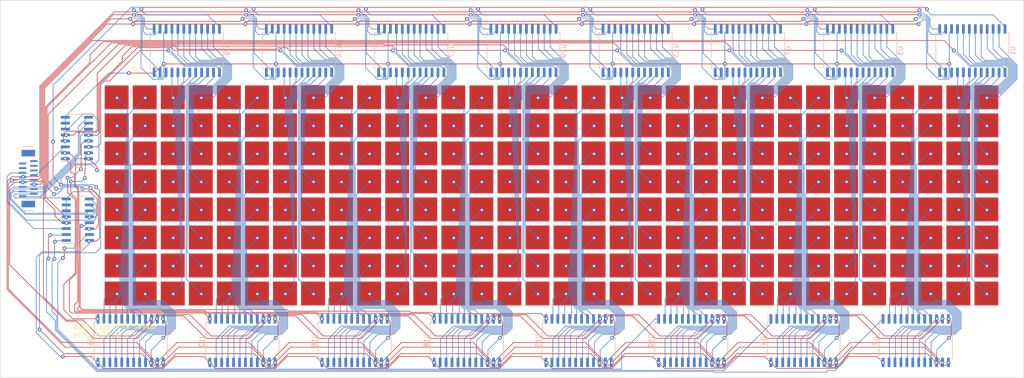
<source format=kicad_pcb>
(kicad_pcb (version 20211014) (generator pcbnew)
  (layers (0 "F.Cu" signal) (31 "B.Cu" signal) (34 "B.Paste" user) (35 "F.Paste" user) (36 "B.SilkS" user "B.Silkscreen") (37 "F.SilkS" user "F.Silkscreen") (38 "B.Mask" user) (39 "F.Mask" user) (44 "Edge.Cuts" user))
  (net 0 "")
  (net 1 "VCC")
  (net 2 "GND")
  (net 3 "/bank_select_0")
  (net 4 "/bank_select_1")
  (net 5 "/bank_select_2")
  (net 6 "/select_0")
  (net 7 "/select_1")
  (net 8 "/select_2")
  (net 9 "/select_3")
  (net 10 "/bank_out_0")
  (net 11 "/bank_out_1")
  (net 17 "/out_15")
  (net 18 "Net-(U1-Pad2)")
  (net 19 "Net-(U1-Pad3)")
  (net 20 "Net-(U1-Pad4)")
  (net 21 "Net-(U1-Pad5)")
  (net 22 "Net-(U1-Pad6)")
  (net 23 "Net-(U1-Pad7)")
  (net 24 "Net-(U1-Pad8)")
  (net 25 "Net-(U1-Pad9)")
  (net 26 "Net-(U1-Pad16)")
  (net 27 "Net-(U1-Pad17)")
  (net 28 "Net-(U1-Pad18)")
  (net 29 "Net-(U1-Pad19)")
  (net 30 "Net-(U1-Pad20)")
  (net 31 "Net-(U1-Pad21)")
  (net 32 "Net-(U1-Pad22)")
  (net 33 "Net-(U1-Pad23)")
  (net 34 "/out_14")
  (net 35 "Net-(U2-Pad2)")
  (net 36 "Net-(U2-Pad3)")
  (net 37 "Net-(U2-Pad4)")
  (net 38 "Net-(U2-Pad5)")
  (net 39 "Net-(U2-Pad6)")
  (net 40 "Net-(U2-Pad7)")
  (net 41 "Net-(U2-Pad8)")
  (net 42 "Net-(U2-Pad9)")
  (net 43 "Net-(U2-Pad16)")
  (net 44 "Net-(U2-Pad17)")
  (net 45 "Net-(U2-Pad18)")
  (net 46 "Net-(U2-Pad19)")
  (net 47 "Net-(U2-Pad20)")
  (net 48 "Net-(U2-Pad21)")
  (net 49 "Net-(U2-Pad22)")
  (net 50 "Net-(U2-Pad23)")
  (net 51 "/out_13")
  (net 52 "Net-(U3-Pad2)")
  (net 53 "Net-(U3-Pad3)")
  (net 54 "Net-(U3-Pad4)")
  (net 55 "Net-(U3-Pad5)")
  (net 56 "Net-(U3-Pad6)")
  (net 57 "Net-(U3-Pad7)")
  (net 58 "Net-(U3-Pad8)")
  (net 59 "Net-(U3-Pad9)")
  (net 60 "Net-(U3-Pad16)")
  (net 61 "Net-(U3-Pad17)")
  (net 62 "Net-(U3-Pad18)")
  (net 63 "Net-(U3-Pad19)")
  (net 64 "Net-(U3-Pad20)")
  (net 65 "Net-(U3-Pad21)")
  (net 66 "Net-(U3-Pad22)")
  (net 67 "Net-(U3-Pad23)")
  (net 68 "/out_12")
  (net 69 "Net-(U4-Pad2)")
  (net 70 "Net-(U4-Pad3)")
  (net 71 "Net-(U4-Pad4)")
  (net 72 "Net-(U4-Pad5)")
  (net 73 "Net-(U4-Pad6)")
  (net 74 "Net-(U4-Pad7)")
  (net 75 "Net-(U4-Pad8)")
  (net 76 "Net-(U4-Pad9)")
  (net 77 "Net-(U4-Pad16)")
  (net 78 "Net-(U4-Pad17)")
  (net 79 "Net-(U4-Pad18)")
  (net 80 "Net-(U4-Pad19)")
  (net 81 "Net-(U4-Pad20)")
  (net 82 "Net-(U4-Pad21)")
  (net 83 "Net-(U4-Pad22)")
  (net 84 "Net-(U4-Pad23)")
  (net 85 "Net-(U5-Pad1)")
  (net 86 "Net-(U5-Pad2)")
  (net 87 "Net-(U5-Pad3)")
  (net 88 "Net-(U5-Pad4)")
  (net 89 "Net-(U5-Pad5)")
  (net 90 "Net-(U5-Pad6)")
  (net 91 "Net-(U5-Pad7)")
  (net 92 "Net-(U5-Pad8)")
  (net 93 "Net-(U5-Pad9)")
  (net 94 "Net-(U5-Pad10)")
  (net 95 "Net-(U5-Pad11)")
  (net 96 "Net-(U5-Pad12)")
  (net 97 "Net-(U5-Pad13)")
  (net 98 "Net-(U5-Pad14)")
  (net 99 "Net-(U5-Pad15)")
  (net 100 "Net-(U5-Pad16)")
  (net 101 "Net-(U5-Pad17)")
  (net 102 "Net-(U5-Pad18)")
  (net 103 "Net-(U5-Pad19)")
  (net 104 "Net-(U5-Pad20)")
  (net 105 "Net-(U5-Pad21)")
  (net 106 "Net-(U5-Pad22)")
  (net 107 "Net-(U5-Pad23)")
  (net 108 "Net-(U5-Pad24)")
  (net 109 "Net-(U5-Pad25)")
  (net 110 "Net-(U5-Pad26)")
  (net 111 "Net-(U5-Pad27)")
  (net 112 "Net-(U5-Pad28)")
  (net 113 "Net-(U5-Pad29)")
  (net 114 "Net-(U5-Pad30)")
  (net 115 "Net-(U5-Pad31)")
  (net 116 "Net-(U5-Pad32)")
  (net 117 "Net-(U12-Pad9)")
  (net 118 "Net-(U12-Pad8)")
  (net 119 "Net-(U12-Pad7)")
  (net 120 "Net-(U12-Pad6)")
  (net 121 "Net-(U12-Pad5)")
  (net 122 "Net-(U12-Pad4)")
  (net 123 "Net-(U12-Pad3)")
  (net 124 "Net-(U12-Pad2)")
  (net 125 "Net-(U12-Pad23)")
  (net 126 "Net-(U12-Pad22)")
  (net 127 "Net-(U12-Pad21)")
  (net 128 "Net-(U12-Pad20)")
  (net 129 "Net-(U12-Pad19)")
  (net 130 "Net-(U12-Pad18)")
  (net 131 "Net-(U12-Pad17)")
  (net 132 "Net-(U12-Pad16)")
  (net 133 "Net-(U14-Pad9)")
  (net 134 "Net-(U14-Pad8)")
  (net 135 "Net-(U14-Pad7)")
  (net 136 "Net-(U14-Pad6)")
  (net 137 "Net-(U14-Pad5)")
  (net 138 "Net-(U14-Pad4)")
  (net 139 "Net-(U14-Pad3)")
  (net 140 "Net-(U14-Pad2)")
  (net 141 "Net-(U14-Pad23)")
  (net 142 "Net-(U14-Pad22)")
  (net 143 "Net-(U14-Pad21)")
  (net 144 "Net-(U14-Pad20)")
  (net 145 "Net-(U14-Pad19)")
  (net 146 "Net-(U14-Pad18)")
  (net 147 "Net-(U14-Pad17)")
  (net 148 "Net-(U14-Pad16)")
  (net 149 "Net-(U16-Pad9)")
  (net 150 "Net-(U16-Pad8)")
  (net 151 "Net-(U16-Pad7)")
  (net 152 "Net-(U16-Pad6)")
  (net 153 "Net-(U16-Pad5)")
  (net 154 "Net-(U16-Pad4)")
  (net 155 "Net-(U16-Pad3)")
  (net 156 "Net-(U16-Pad2)")
  (net 157 "Net-(U16-Pad23)")
  (net 158 "Net-(U16-Pad22)")
  (net 159 "Net-(U16-Pad21)")
  (net 160 "Net-(U16-Pad20)")
  (net 161 "Net-(U16-Pad19)")
  (net 162 "Net-(U16-Pad18)")
  (net 163 "Net-(U16-Pad17)")
  (net 164 "Net-(U16-Pad16)")
  (net 165 "Net-(U17-Pad9)")
  (net 166 "Net-(U17-Pad8)")
  (net 167 "Net-(U17-Pad7)")
  (net 168 "Net-(U17-Pad6)")
  (net 169 "Net-(U17-Pad5)")
  (net 170 "Net-(U17-Pad4)")
  (net 171 "Net-(U17-Pad3)")
  (net 172 "Net-(U17-Pad2)")
  (net 173 "Net-(U17-Pad23)")
  (net 174 "Net-(U17-Pad22)")
  (net 175 "Net-(U17-Pad21)")
  (net 176 "Net-(U17-Pad20)")
  (net 177 "Net-(U17-Pad19)")
  (net 178 "Net-(U17-Pad18)")
  (net 179 "Net-(U17-Pad17)")
  (net 180 "Net-(U17-Pad16)")
  (net 181 "Net-(U18-Pad9)")
  (net 182 "Net-(U18-Pad8)")
  (net 183 "Net-(U18-Pad7)")
  (net 184 "Net-(U18-Pad6)")
  (net 185 "Net-(U18-Pad5)")
  (net 186 "Net-(U18-Pad4)")
  (net 187 "Net-(U18-Pad3)")
  (net 188 "Net-(U18-Pad2)")
  (net 189 "Net-(U18-Pad23)")
  (net 190 "Net-(U18-Pad22)")
  (net 191 "Net-(U18-Pad21)")
  (net 192 "Net-(U18-Pad20)")
  (net 193 "Net-(U18-Pad19)")
  (net 194 "Net-(U18-Pad18)")
  (net 195 "Net-(U18-Pad17)")
  (net 196 "Net-(U18-Pad16)")
  (net 197 "Net-(U19-Pad9)")
  (net 198 "Net-(U19-Pad8)")
  (net 199 "Net-(U19-Pad7)")
  (net 200 "Net-(U19-Pad6)")
  (net 201 "Net-(U19-Pad5)")
  (net 202 "Net-(U19-Pad4)")
  (net 203 "Net-(U19-Pad3)")
  (net 204 "Net-(U19-Pad2)")
  (net 205 "Net-(U19-Pad23)")
  (net 206 "Net-(U19-Pad22)")
  (net 207 "Net-(U19-Pad21)")
  (net 208 "Net-(U19-Pad20)")
  (net 209 "Net-(U19-Pad19)")
  (net 210 "Net-(U19-Pad18)")
  (net 211 "Net-(U19-Pad17)")
  (net 212 "Net-(U19-Pad16)")
  (net 213 "Net-(U15-Pad9)")
  (net 214 "Net-(U15-Pad8)")
  (net 215 "Net-(U15-Pad7)")
  (net 216 "Net-(U15-Pad6)")
  (net 217 "Net-(U15-Pad5)")
  (net 218 "Net-(U15-Pad4)")
  (net 219 "Net-(U15-Pad3)")
  (net 220 "Net-(U15-Pad2)")
  (net 221 "Net-(U15-Pad23)")
  (net 222 "Net-(U15-Pad22)")
  (net 223 "Net-(U15-Pad21)")
  (net 224 "Net-(U15-Pad20)")
  (net 225 "Net-(U15-Pad19)")
  (net 226 "Net-(U15-Pad18)")
  (net 227 "Net-(U15-Pad17)")
  (net 228 "Net-(U15-Pad16)")
  (net 229 "Net-(U13-Pad9)")
  (net 230 "Net-(U13-Pad8)")
  (net 231 "Net-(U13-Pad7)")
  (net 232 "Net-(U13-Pad6)")
  (net 233 "Net-(U13-Pad5)")
  (net 234 "Net-(U13-Pad4)")
  (net 235 "Net-(U13-Pad3)")
  (net 236 "Net-(U13-Pad2)")
  (net 237 "Net-(U13-Pad23)")
  (net 238 "Net-(U13-Pad22)")
  (net 239 "Net-(U13-Pad21)")
  (net 240 "Net-(U13-Pad20)")
  (net 241 "Net-(U13-Pad19)")
  (net 242 "Net-(U13-Pad18)")
  (net 243 "Net-(U13-Pad17)")
  (net 244 "Net-(U13-Pad16)")
  (net 245 "Net-(U10-Pad9)")
  (net 246 "Net-(U10-Pad8)")
  (net 247 "Net-(U10-Pad7)")
  (net 248 "Net-(U10-Pad6)")
  (net 249 "Net-(U10-Pad5)")
  (net 250 "Net-(U10-Pad4)")
  (net 251 "Net-(U10-Pad3)")
  (net 252 "Net-(U10-Pad2)")
  (net 253 "Net-(U10-Pad23)")
  (net 254 "Net-(U10-Pad22)")
  (net 255 "Net-(U10-Pad21)")
  (net 256 "Net-(U10-Pad20)")
  (net 257 "Net-(U10-Pad19)")
  (net 258 "Net-(U10-Pad18)")
  (net 259 "Net-(U10-Pad17)")
  (net 260 "Net-(U10-Pad16)")
  (net 261 "Net-(U5-Pad177)")
  (net 262 "Net-(U5-Pad178)")
  (net 263 "Net-(U5-Pad179)")
  (net 264 "Net-(U5-Pad180)")
  (net 265 "Net-(U5-Pad181)")
  (net 266 "Net-(U5-Pad182)")
  (net 267 "Net-(U5-Pad183)")
  (net 268 "Net-(U5-Pad184)")
  (net 269 "Net-(U5-Pad185)")
  (net 270 "Net-(U5-Pad186)")
  (net 271 "Net-(U5-Pad187)")
  (net 272 "Net-(U5-Pad188)")
  (net 273 "Net-(U5-Pad189)")
  (net 274 "Net-(U5-Pad190)")
  (net 275 "Net-(U5-Pad191)")
  (net 276 "Net-(U5-Pad192)")
  (net 277 "/out_0")
  (net 278 "/out_11")
  (net 279 "/out_8")
  (net 280 "/out_9")
  (net 281 "/out_10")
  (net 282 "/out_1")
  (net 283 "/out_4")
  (net 284 "/out_6")
  (net 285 "/out_7")
  (net 286 "/out_5")
  (net 287 "/out_3")
  (net 288 "/out_2")
  (footprint "ASMR_footprints:captouch_self_256" (layer "F.Cu") (at 68.2 56.6)
    (fp_text reference "U5")
    (fp_text value "captouch_self_256")
  )
  (footprint "Package_SO:SOIC-16_3.9x9.9mm_P1.27mm" (layer "B.Cu") (at 62.7 68.3)
    (fp_text reference "U11")
    (fp_text value "74HC4051")
  )
  (footprint "Package_SO:SOIC-24W_7.5x15.4mm_P1.27mm" (layer "B.Cu") (at 158.2 49.6 90)
    (fp_text reference "U19")
    (fp_text value "CD74HC4067M")
  )
  (footprint "Package_SO:SOIC-16_3.9x9.9mm_P1.27mm" (layer "B.Cu") (at 62.9 85.8)
    (fp_text reference "U8")
    (fp_text value "74HC4051")
  )
  (footprint "Package_SO:SOIC-24W_7.5x15.4mm_P1.27mm" (layer "B.Cu") (at 230.2 49.6 90)
    (fp_text reference "U3")
    (fp_text value "CD74HC4067M")
  )
  (footprint "Package_SO:SOIC-24W_7.5x15.4mm_P1.27mm" (layer "B.Cu") (at 254.2 49.6 90)
    (fp_text reference "U1")
    (fp_text value "CD74HC4067M")
  )
  (footprint "Package_SO:SOIC-24W_7.5x15.4mm_P1.27mm" (layer "B.Cu") (at 182.2 49.6 90)
    (fp_text reference "U13")
    (fp_text value "CD74HC4067M")
  )
  (footprint "ASMR_footprints:Conn_FFC_1x16_0.5mm_TE_117347426" (layer "B.Cu") (at 52.3 77 90)
    (fp_text reference "J2" hide)
    (fp_text value "Conn_01x16" hide)
  )
  (footprint "Package_SO:SOIC-24W_7.5x15.4mm_P1.27mm" (layer "B.Cu") (at 134.2 49.6 90)
    (fp_text reference "U17")
    (fp_text value "CD74HC4067M")
  )
  (footprint "Package_SO:SOIC-24W_7.5x15.4mm_P1.27mm" (layer "B.Cu") (at 98.1 111.7 -90)
    (fp_text reference "U12")
    (fp_text value "CD74HC4067M")
  )
  (footprint "Package_SO:SOIC-24W_7.5x15.4mm_P1.27mm" (layer "B.Cu") (at 122.1 111.7 -90)
    (fp_text reference "U16")
    (fp_text value "CD74HC4067M")
  )
  (footprint "Package_SO:SOIC-24W_7.5x15.4mm_P1.27mm" (layer "B.Cu") (at 146.1 111.7 -90)
    (fp_text reference "U18")
    (fp_text value "CD74HC4067M")
  )
  (footprint "Package_SO:SOIC-24W_7.5x15.4mm_P1.27mm" (layer "B.Cu") (at 194.1 111.7 -90)
    (fp_text reference "U10")
    (fp_text value "CD74HC4067M")
  )
  (footprint "Package_SO:SOIC-24W_7.5x15.4mm_P1.27mm" (layer "B.Cu") (at 110.2 49.6 90)
    (fp_text reference "U14")
    (fp_text value "CD74HC4067M")
  )
  (footprint "Package_SO:SOIC-24W_7.5x15.4mm_P1.27mm" (layer "B.Cu") (at 74.2 111.7 -90)
    (fp_text reference "U6")
    (fp_text value "CD74HC4067M")
  )
  (footprint "Package_SO:SOIC-24W_7.5x15.4mm_P1.27mm" (layer "B.Cu") (at 206.2 49.6 90)
    (fp_text reference "U7")
    (fp_text value "CD74HC4067M")
  )
  (footprint "Package_SO:SOIC-24W_7.5x15.4mm_P1.27mm" (layer "B.Cu") (at 242.1 111.7 -90)
    (fp_text reference "U2")
    (fp_text value "CD74HC4067M")
  )
  (footprint "Package_SO:SOIC-24W_7.5x15.4mm_P1.27mm" (layer "B.Cu") (at 86.2 49.6 90)
    (fp_text reference "U9")
    (fp_text value "CD74HC4067M")
  )
  (footprint "Package_SO:SOIC-24W_7.5x15.4mm_P1.27mm" (layer "B.Cu") (at 218.1 111.7 -90)
    (fp_text reference "U4")
    (fp_text value "CD74HC4067M")
  )
  (footprint "Package_SO:SOIC-24W_7.5x15.4mm_P1.27mm" (layer "B.Cu") (at 170 111.7 -90)
    (fp_text reference "U15")
    (fp_text value "CD74HC4067M")
  )
  (gr_rect (start 46.3 38.8) (end 265.2 119.6) (layer "Edge.Cuts") (width 0.1) (fill none))
  (gr_text "8x32 Capacitive Sensor\nself-mode v2" (at 61.775 109.575) (layer "F.SilkS") (effects (font (size 1 1)) (justify left)))
  (segment (start 100.49605 40.70395) (end 100.0921 40.3) (width 0.127) (layer "F.Cu") (net 1))
  (segment (start 172.0921 40.3) (end 148.9 40.3) (width 0.127) (layer "F.Cu") (net 1))
  (segment (start 163.1 116.4) (end 161.8 115.1) (width 0.127) (layer "F.Cu") (net 1))
  (segment (start 164.354 117.654) (end 163.1 116.4) (width 0.127) (layer "F.Cu") (net 1))
  (segment (start 92.354 117.654) (end 91.1 116.4) (width 0.127) (layer "F.Cu") (net 1))
  (segment (start 140.354 117.654) (end 139.1 116.4) (width 0.127) (layer "F.Cu") (net 1))
  (segment (start 67.554 79.554) (end 66.8 78.8) (width 0.127) (layer "F.Cu") (net 1))
  (segment (start 212.354 117.654) (end 211.1 116.4) (width 0.127) (layer "F.Cu") (net 1))
  (segment (start 81.10521 117.654) (end 68.354 117.654) (width 0.127) (layer "F.Cu") (net 1))
  (segment (start 148.49605 40.70395) (end 148.0921 40.3) (width 0.127) (layer "F.Cu") (net 1))
  (segment (start 66.9 90.4) (end 67.554 89.746) (width 0.127) (layer "F.Cu") (net 1))
  (segment (start 100.0921 40.3) (end 76.9 40.3) (width 0.127) (layer "F.Cu") (net 1))
  (segment (start 57.6 69.1) (end 57.6 76.6) (width 0.127) (layer "F.Cu") (net 1))
  (segment (start 172.49605 40.70395) (end 172.0921 40.3) (width 0.127) (layer "F.Cu") (net 1))
  (segment (start 179.65921 115.1) (end 177.10521 117.654) (width 0.127) (layer "F.Cu") (net 1))
  (segment (start 91.1 116.4) (end 89.8 115.1) (width 0.127) (layer "F.Cu") (net 1))
  (segment (start 225.10521 117.654) (end 212.354 117.654) (width 0.127) (layer "F.Cu") (net 1))
  (segment (start 107.65921 115.1) (end 113.8 115.1) (width 0.127) (layer "F.Cu") (net 1))
  (segment (start 67 74.5) (end 65.2 72.7) (width 0.127) (layer "F.Cu") (net 1))
  (segment (start 107.65921 115.1) (end 105.10521 117.654) (width 0.127) (layer "F.Cu") (net 1))
  (segment (start 211.1 116.4) (end 209.8 115.1) (width 0.127) (layer "F.Cu") (net 1))
  (segment (start 131.65921 115.1) (end 129.10521 117.654) (width 0.127) (layer "F.Cu") (net 1))
  (segment (start 177.10521 117.654) (end 164.354 117.654) (width 0.127) (layer "F.Cu") (net 1))
  (segment (start 148.0921 40.3) (end 124.9 40.3) (width 0.127) (layer "F.Cu") (net 1))
  (segment (start 59.65921 115.1) (end 65.8 115.1) (width 0.127) (layer "F.Cu") (net 1))
  (segment (start 67 75.2) (end 67 74.5) (width 0.127) (layer "F.Cu") (net 1))
  (segment (start 65.3 90.4) (end 66.9 90.4) (width 0.127) (layer "F.Cu") (net 1))
  (segment (start 196.0921 40.3) (end 172.9 40.3) (width 0.127) (layer "F.Cu") (net 1))
  (segment (start 227.65921 115.1) (end 225.10521 117.654) (width 0.127) (layer "F.Cu") (net 1))
  (segment (start 155.65921 115.1) (end 161.8 115.1) (width 0.127) (layer "F.Cu") (net 1))
  (segment (start 124.0921 40.3) (end 100.9 40.3) (width 0.127) (layer "F.Cu") (net 1))
  (segment (start 196.49605 40.70395) (end 196.0921 40.3) (width 0.127) (layer "F.Cu") (net 1))
  (segment (start 235.1 116.4) (end 233.8 115.1) (width 0.127) (layer "F.Cu") (net 1))
  (segment (start 129.10521 117.654) (end 116.354 117.654) (width 0.127) (layer "F.Cu") (net 1))
  (segment (start 196.9 40.3) (end 196.49605 40.70395) (width 0.127) (layer "F.Cu") (net 1))
  (segment (start 244.0921 40.3) (end 220.9 40.3) (width 0.127) (layer "F.Cu") (net 1))
  (segment (start 179.65921 115.1) (end 185.8 115.1) (width 0.127) (layer "F.Cu") (net 1))
  (segment (start 83.65921 115.1) (end 89.8 115.1) (width 0.127) (layer "F.Cu") (net 1))
  (segment (start 83.65921 115.1) (end 81.10521 117.654) (width 0.127) (layer "F.Cu") (net 1))
  (segment (start 201.10521 117.654) (end 188.354 117.654) (width 0.127) (layer "F.Cu") (net 1))
  (segment (start 244.49605 40.70395) (end 244.0921 40.3) (width 0.127) (layer "F.Cu") (net 1))
  (segment (start 124.49605 40.70395) (end 124.0921 40.3) (width 0.127) (layer "F.Cu") (net 1))
  (segment (start 116.354 117.654) (end 115.1 116.4) (width 0.127) (layer "F.Cu") (net 1))
  (segment (start 203.65921 115.1) (end 209.8 115.1) (width 0.127) (layer "F.Cu") (net 1))
  (segment (start 76.9 40.3) (end 76.49605 40.70395) (width 0.127) (layer "F.Cu") (net 1))
  (segment (start 153.10521 117.654) (end 140.354 117.654) (width 0.127) (layer "F.Cu") (net 1))
  (segment (start 220.9 40.3) (end 220.49605 40.70395) (width 0.127) (layer "F.Cu") (net 1))
  (segment (start 187.1 116.4) (end 185.8 115.1) (width 0.127) (layer "F.Cu") (net 1))
  (segment (start 155.65921 115.1) (end 153.10521 117.654) (width 0.127) (layer "F.Cu") (net 1))
  (segment (start 148.9 40.3) (end 148.49605 40.70395) (width 0.127) (layer "F.Cu") (net 1))
  (segment (start 124.9 40.3) (end 124.49605 40.70395) (width 0.127) (layer "F.Cu") (net 1))
  (segment (start 67.1 116.4) (end 65.8 115.1) (width 0.127) (layer "F.Cu") (net 1))
  (segment (start 105.10521 117.654) (end 92.354 117.654) (width 0.127) (layer "F.Cu") (net 1))
  (segment (start 68.354 117.654) (end 67.1 116.4) (width 0.127) (layer "F.Cu") (net 1))
  (segment (start 172.9 40.3) (end 172.49605 40.70395) (width 0.127) (layer "F.Cu") (net 1))
  (segment (start 220.49605 40.70395) (end 220.0921 40.3) (width 0.127) (layer "F.Cu") (net 1))
  (segment (start 115.1 116.4) (end 113.8 115.1) (width 0.127) (layer "F.Cu") (net 1))
  (segment (start 131.65921 115.1) (end 137.8 115.1) (width 0.127) (layer "F.Cu") (net 1))
  (segment (start 57.6 76.6) (end 59.3 78.3) (width 0.127) (layer "F.Cu") (net 1))
  (segment (start 188.354 117.654) (end 187.1 116.4) (width 0.127) (layer "F.Cu") (net 1))
  (segment (start 220.0921 40.3) (end 196.9 40.3) (width 0.127) (layer "F.Cu") (net 1))
  (segment (start 203.65921 115.1) (end 201.10521 117.654) (width 0.127) (layer "F.Cu") (net 1))
  (segment (start 100.9 40.3) (end 100.49605 40.70395) (width 0.127) (layer "F.Cu") (net 1))
  (segment (start 233.8 115.1) (end 227.65921 115.1) (width 0.127) (layer "F.Cu") (net 1))
  (segment (start 139.1 116.4) (end 137.8 115.1) (width 0.127) (layer "F.Cu") (net 1))
  (segment (start 67.554 89.746) (end 67.554 79.554) (width 0.127) (layer "F.Cu") (net 1))
  (via (at 196.49605 40.70395) (size 0.8) (drill 0.4) (layers "F.Cu" "B.Cu") (net 1))
  (via (at 220.49605 40.70395) (size 0.8) (drill 0.4) (layers "F.Cu" "B.Cu") (net 1))
  (via (at 57.6 69.1) (size 0.8) (drill 0.4) (layers "F.Cu" "B.Cu") (net 1))
  (via (at 59.65921 115.1) (size 0.8) (drill 0.4) (layers "F.Cu" "B.Cu") (net 1))
  (via (at 115.1 116.4) (size 0.8) (drill 0.4) (layers "F.Cu" "B.Cu") (net 1))
  (via (at 66.8 78.8) (size 0.8) (drill 0.4) (layers "F.Cu" "B.Cu") (net 1))
  (via (at 235.1 116.4) (size 0.8) (drill 0.4) (layers "F.Cu" "B.Cu") (net 1))
  (via (at 139.1 116.4) (size 0.8) (drill 0.4) (layers "F.Cu" "B.Cu") (net 1))
  (via (at 163.1 116.4) (size 0.8) (drill 0.4) (layers "F.Cu" "B.Cu") (net 1))
  (via (at 187.1 116.4) (size 0.8) (drill 0.4) (layers "F.Cu" "B.Cu") (net 1))
  (via (at 65.3 90.4) (size 0.8) (drill 0.4) (layers "F.Cu" "B.Cu") (net 1))
  (via (at 67.1 116.4) (size 0.8) (drill 0.4) (layers "F.Cu" "B.Cu") (net 1))
  (via (at 124.49605 40.70395) (size 0.8) (drill 0.4) (layers "F.Cu" "B.Cu") (net 1))
  (via (at 76.49605 40.70395) (size 0.8) (drill 0.4) (layers "F.Cu" "B.Cu") (net 1))
  (via (at 244.49605 40.70395) (size 0.8) (drill 0.4) (layers "F.Cu" "B.Cu") (net 1))
  (via (at 148.49605 40.70395) (size 0.8) (drill 0.4) (layers "F.Cu" "B.Cu") (net 1))
  (via (at 91.1 116.4) (size 0.8) (drill 0.4) (layers "F.Cu" "B.Cu") (net 1))
  (via (at 67 75.2) (size 0.8) (drill 0.4) (layers "F.Cu" "B.Cu") (net 1))
  (via (at 211.1 116.4) (size 0.8) (drill 0.4) (layers "F.Cu" "B.Cu") (net 1))
  (via (at 65.155 72.745) (size 0.8) (drill 0.4) (layers "F.Cu" "B.Cu") (net 1))
  (via (at 100.49605 40.70395) (size 0.8) (drill 0.4) (layers "F.Cu" "B.Cu") (net 1))
  (via (at 172.49605 40.70395) (size 0.8) (drill 0.4) (layers "F.Cu" "B.Cu") (net 1))
  (via (at 59.3 78.3) (size 0.8) (drill 0.4) (layers "F.Cu" "B.Cu") (net 1))
  (segment (start 100.49605 41) (end 100.49605 40.70395) (width 0.127) (layer "B.Cu") (net 1))
  (segment (start 74.3 40.3) (end 57.6 57) (width 0.127) (layer "B.Cu") (net 1))
  (segment (start 66.3 78.3) (end 66.8 78.8) (width 0.127) (layer "B.Cu") (net 1))
  (segment (start 189.185 44.485) (end 186.646 41.946) (width 0.127) (layer "B.Cu") (net 1))
  (segment (start 124.49605 41) (end 124.49605 40.70395) (width 0.127) (layer "B.Cu") (net 1))
  (segment (start 165.185 44.485) (end 162.646 41.946) (width 0.127) (layer "B.Cu") (net 1))
  (segment (start 54.8 80.8) (end 51.2 80.8) (width 0.127) (layer "B.Cu") (net 1))
  (segment (start 59.65921 115.1) (end 59.1 115.1) (width 0.127) (layer "B.Cu") (net 1))
  (segment (start 76.49605 40.70395) (end 76.0921 40.3) (width 0.127) (layer "B.Cu") (net 1))
  (segment (start 59.3 78.3) (end 66.3 78.3) (width 0.127) (layer "B.Cu") (net 1))
  (segment (start 90.646 41.946) (end 77.44205 41.946) (width 0.127) (layer "B.Cu") (net 1))
  (segment (start 261.185 44.485) (end 258.646 41.946) (width 0.127) (layer "B.Cu") (net 1))
  (segment (start 141.185 44.95) (end 141.185 44.485) (width 0.127) (layer "B.Cu") (net 1))
  (segment (start 258.646 41.946) (end 245.44205 41.946) (width 0.127) (layer "B.Cu") (net 1))
  (segment (start 173.44205 41.946) (end 172.49605 41) (width 0.127) (layer "B.Cu") (net 1))
  (segment (start 117.185 44.485) (end 114.646 41.946) (width 0.127) (layer "B.Cu") (net 1))
  (segment (start 148.49605 41) (end 148.49605 40.70395) (width 0.127) (layer "B.Cu") (net 1))
  (segment (start 237.185 44.95) (end 237.185 44.485) (width 0.127) (layer "B.Cu") (net 1))
  (segment (start 101.44205 41.946) (end 100.49605 41) (width 0.127) (layer "B.Cu") (net 1))
  (segment (start 77.44205 41.946) (end 76.49605 41) (width 0.127) (layer "B.Cu") (net 1))
  (segment (start 62.855 72.745) (end 54.8 80.8) (width 0.127) (layer "B.Cu") (net 1))
  (segment (start 65.155 72.745) (end 62.855 72.745) (width 0.127) (layer "B.Cu") (net 1))
  (segment (start 141.185 44.485) (end 138.646 41.946) (width 0.127) (layer "B.Cu") (net 1))
  (segment (start 220.49605 41) (end 220.49605 40.70395) (width 0.127) (layer "B.Cu") (net 1))
  (segment (start 65.3 90.946) (end 65.3 90.4) (width 0.127) (layer "B.Cu") (net 1))
  (segment (start 54 110) (end 54 93.84079) (width 0.127) (layer "B.Cu") (net 1))
  (segment (start 172.49605 41) (end 172.49605 40.70395) (width 0.127) (layer "B.Cu") (net 1))
  (segment (start 245.44205 41.946) (end 244.49605 41) (width 0.127) (layer "B.Cu") (net 1))
  (segment (start 261.185 44.95) (end 261.185 44.485) (width 0.127) (layer "B.Cu") (net 1))
  (segment (start 165.185 44.95) (end 165.185 44.485) (width 0.127) (layer "B.Cu") (net 1))
  (segment (start 138.646 41.946) (end 125.44205 41.946) (width 0.127) (layer "B.Cu") (net 1))
  (segment (start 237.185 44.485) (end 234.646 41.946) (width 0.127) (layer "B.Cu") (net 1))
  (segment (start 149.44205 41.946) (end 148.49605 41) (width 0.127) (layer "B.Cu") (net 1))
  (segment (start 210.646 41.946) (end 197.44205 41.946) (width 0.127) (layer "B.Cu") (net 1))
  (segment (start 114.646 41.946) (end 101.44205 41.946) (width 0.127) (layer "B.Cu") (net 1))
  (segment (start 213.185 44.485) (end 210.646 41.946) (width 0.127) (layer "B.Cu") (net 1))
  (segment (start 65.175 72.745) (end 65.155 72.745) (width 0.127) (layer "B.Cu") (net 1))
  (segment (start 65.854 74.054) (end 67 75.2) (width 0.127) (layer "B.Cu") (net 1))
  (segment (start 117.185 44.95) (end 117.185 44.485) (width 0.127) (layer "B.Cu") (net 1))
  (segment (start 59.1 115.1) (end 54 110) (width 0.127) (layer "B.Cu") (net 1))
  (segment (start 186.646 41.946) (end 173.44205 41.946) (width 0.127) (layer "B.Cu") (net 1))
  (segment (start 213.185 44.95) (end 213.185 44.485) (width 0.127) (layer "B.Cu") (net 1))
  (segment (start 55.19479 92.646) (end 63.6 92.646) (width 0.127) (layer "B.Cu") (net 1))
  (segment (start 197.44205 41.946) (end 196.49605 41) (width 0.127) (layer "B.Cu") (net 1))
  (segment (start 76.49605 41) (end 76.49605 40.70395) (width 0.127) (layer "B.Cu") (net 1))
  (segment (start 59.3 77.01842) (end 62.26442 74.054) (width 0.127) (layer "B.Cu") (net 1))
  (segment (start 93.185 44.485) (end 90.646 41.946) (width 0.127) (layer "B.Cu") (net 1))
  (segment (start 93.185 44.95) (end 93.185 44.485) (width 0.127) (layer "B.Cu") (net 1))
  (segment (start 189.185 44.95) (end 189.185 44.485) (width 0.127) (layer "B.Cu") (net 1))
  (segment (start 76.0921 40.3) (end 74.3 40.3) (width 0.127) (layer "B.Cu") (net 1))
  (segment (start 57.6 57) (end 57.6 69.1) (width 0.127) (layer "B.Cu") (net 1))
  (segment (start 234.646 41.946) (end 221.44205 41.946) (width 0.127) (layer "B.Cu") (net 1))
  (segment (start 244.49605 41) (end 244.49605 40.70395) (width 0.127) (layer "B.Cu") (net 1))
  (segment (start 62.26442 74.054) (end 65.854 74.054) (width 0.127) (layer "B.Cu") (net 1))
  (segment (start 59.3 78.3) (end 59.3 77.01842) (width 0.127) (layer "B.Cu") (net 1))
  (segment (start 63.6 92.646) (end 65.3 90.946) (width 0.127) (layer "B.Cu") (net 1))
  (segment (start 196.49605 41) (end 196.49605 40.70395) (width 0.127) (layer "B.Cu") (net 1))
  (segment (start 54 93.84079) (end 55.19479 92.646) (width 0.127) (layer "B.Cu") (net 1))
  (segment (start 125.44205 41.946) (end 124.49605 41) (width 0.127) (layer "B.Cu") (net 1))
  (segment (start 162.646 41.946) (end 149.44205 41.946) (width 0.127) (layer "B.Cu") (net 1))
  (segment (start 221.44205 41.946) (end 220.49605 41) (width 0.127) (layer "B.Cu") (net 1))
  (segment (start 131.9 114.5) (end 129 117.4) (width 0.127) (layer "F.Cu") (net 2))
  (segment (start 107.9 114.5) (end 105 117.4) (width 0.127) (layer "F.Cu") (net 2))
  (segment (start 249.6905 107.5905) (end 249.6905 110.6095) (width 0.127) (layer "F.Cu") (net 2))
  (segment (start 155.9 114.5) (end 172.6 114.5) (width 0.127) (layer "F.Cu") (net 2))
  (segment (start 227.9 114.5) (end 225 117.4) (width 0.127) (layer "F.Cu") (net 2))
  (segment (start 177.6905 107.5905) (end 177.1 107) (width 0.127) (layer "F.Cu") (net 2))
  (segment (start 249.6905 107.5905) (end 249.1 107) (width 0.127) (layer "F.Cu") (net 2))
  (segment (start 201.2645 52.4355) (end 177.2645 52.4355) (width 0.127) (layer "F.Cu") (net 2))
  (segment (start 127.1 117.4) (end 126.5 116.8) (width 0.127) (layer "F.Cu") (net 2))
  (segment (start 105.6905 107.5905) (end 105.1 107) (width 0.127) (layer "F.Cu") (net 2))
  (segment (start 177.6905 107.5905) (end 177.6905 110.6095) (width 0.127) (layer "F.Cu") (net 2))
  (segment (start 225 117.4) (end 223.1 117.4) (width 0.127) (layer "F.Cu") (net 2))
  (segment (start 244.6 114.5) (end 227.9 114.5) (width 0.127) (layer "F.Cu") (net 2))
  (segment (start 81.6905 107.5905) (end 81.1 107) (width 0.127) (layer "F.Cu") (net 2))
  (segment (start 79.1 117.4) (end 78.5 116.8) (width 0.127) (layer "F.Cu") (net 2))
  (segment (start 59.9 114.5) (end 54.7 109.3) (width 0.127) (layer "F.Cu") (net 2))
  (segment (start 199.1 117.4) (end 198.5 116.8) (width 0.127) (layer "F.Cu") (net 2))
  (segment (start 150.5 116.4) (end 148.6 114.5) (width 0.127) (layer "F.Cu") (net 2))
  (segment (start 150.5 116.8) (end 150.5 116.5) (width 0.127) (layer "F.Cu") (net 2))
  (segment (start 153.6905 107.5905) (end 153.6905 110.6095) (width 0.127) (layer "F.Cu") (net 2))
  (segment (start 102.5 116.8) (end 102.5 116.5) (width 0.127) (layer "F.Cu") (net 2))
  (segment (start 222.5 116.4) (end 220.6 114.5) (width 0.127) (layer "F.Cu") (net 2))
  (segment (start 105.6905 107.5905) (end 105.6905 110.6095) (width 0.127) (layer "F.Cu") (net 2))
  (segment (start 78.5 116.8) (end 78.5 116.5) (width 0.127) (layer "F.Cu") (net 2))
  (segment (start 201.6905 110.6095) (end 201.2 111.1) (width 0.127) (layer "F.Cu") (net 2))
  (segment (start 81.6905 107.5905) (end 81.6905 110.6095) (width 0.127) (layer "F.Cu") (net 2))
  (segment (start 129.2645 52.4355) (end 105.2645 52.4355) (width 0.127) (layer "F.Cu") (net 2))
  (segment (start 81 117.4) (end 79.1 117.4) (width 0.127) (layer "F.Cu") (net 2))
  (segment (start 102.5 116.4) (end 100.6 114.5) (width 0.127) (layer "F.Cu") (net 2))
  (segment (start 174.5 116.8) (end 174.5 116.5) (width 0.127) (layer "F.Cu") (net 2))
  (segment (start 105 117.4) (end 103.1 117.4) (width 0.127) (layer "F.Cu") (net 2))
  (segment (start 177.2645 52.4355) (end 153.2645 52.4355) (width 0.127) (layer "F.Cu") (net 2))
  (segment (start 174.5 116.4) (end 172.6 114.5) (width 0.127) (layer "F.Cu") (net 2))
  (segment (start 201 117.4) (end 199.1 117.4) (width 0.127) (layer "F.Cu") (net 2))
  (segment (start 222.5 116.5) (end 222.5 116.4) (width 0.127) (layer "F.Cu") (net 2))
  (segment (start 177 117.4) (end 175.1 117.4) (width 0.127) (layer "F.Cu") (net 2))
  (segment (start 81.6905 110.6095) (end 81.2 111.1) (width 0.127) (layer "F.Cu") (net 2))
  (segment (start 175.1 117.4) (end 174.5 116.8) (width 0.127) (layer "F.Cu") (net 2))
  (segment (start 246.5 116.4) (end 244.6 114.5) (width 0.127) (layer "F.Cu") (net 2))
  (segment (start 129.6905 110.6095) (end 129.2 111.1) (width 0.127) (layer "F.Cu") (net 2))
  (segment (start 105.2645 52.4355) (end 81.2645 52.4355) (width 0.127) (layer "F.Cu") (net 2))
  (segment (start 177.6905 110.6095) (end 177.2 111.1) (width 0.127) (layer "F.Cu") (net 2))
  (segment (start 126.5 116.8) (end 126.5 116.5) (width 0.127) (layer "F.Cu") (net 2))
  (segment (start 126.5 116.4) (end 124.6 114.5) (width 0.127) (layer "F.Cu") (net 2))
  (segment (start 153 117.4) (end 151.1 117.4) (width 0.127) (layer "F.Cu") (net 2))
  (segment (start 153.6905 110.6095) (end 153.2 111.1) (width 0.127) (layer "F.Cu") (net 2))
  (segment (start 179.9 114.5) (end 196.6 114.5) (width 0.127) (layer "F.Cu") (net 2))
  (segment (start 78.5 116.4) (end 76.6 114.5) (width 0.127) (layer "F.Cu") (net 2))
  (segment (start 222.5 116.8) (end 222.5 116.5) (width 0.127) (layer "F.Cu") (net 2))
  (segment (start 129.6905 107.5905) (end 129.1 107) (width 0.127) (layer "F.Cu") (net 2))
  (segment (start 129.6905 107.5905) (end 129.6905 110.6095) (width 0.127) (layer "F.Cu") (net 2))
  (segment (start 131.9 114.5) (end 148.6 114.5) (width 0.127) (layer "F.Cu") (net 2))
  (segment (start 203.9 114.5) (end 220.6 114.5) (width 0.127) (layer "F.Cu") (net 2))
  (segment (start 223.1 117.4) (end 222.5 116.8) (width 0.127) (layer "F.Cu") (net 2))
  (segment (start 107.9 114.5) (end 124.6 114.5) (width 0.127) (layer "F.Cu") (net 2))
  (segment (start 151.1 117.4) (end 150.5 116.8) (width 0.127) (layer "F.Cu") (net 2))
  (segment (start 201.6905 107.5905) (end 201.1 107) (width 0.127) (layer "F.Cu") (net 2))
  (segment (start 249.6905 110.6095) (end 249.2 111.1) (width 0.127) (layer "F.Cu") (net 2))
  (segment (start 198.5 116.4) (end 196.6 114.5) (width 0.127) (layer "F.Cu") (net 2))
  (segment (start 59.9 114.5) (end 76.6 114.5) (width 0.127) (layer "F.Cu") (net 2))
  (segment (start 225.2645 52.4355) (end 201.2645 52.4355) (width 0.127) (layer "F.Cu") (net 2))
  (segment (start 81.2645 52.4355) (end 79.3 54.4) (width 0.127) (layer "F.Cu") (net 2))
  (segment (start 225.6905 107.5905) (end 225.1 107) (width 0.127) (layer "F.Cu") (net 2))
  (segment (start 105.6905 110.6095) (end 105.2 111.1) (width 0.127) (layer "F.Cu") (net 2))
  (segment (start 225.6905 110.6095) (end 225.2 111.1) (width 0.127) (layer "F.Cu") (net 2))
  (segment (start 83.9 114.5) (end 81 117.4) (width 0.127) (layer "F.Cu") (net 2))
  (segment (start 153.2645 52.4355) (end 129.2645 52.4355) (width 0.127) (layer "F.Cu") (net 2))
  (segment (start 201.6905 107.5905) (end 201.6905 110.6095) (width 0.127) (layer "F.Cu") (net 2))
  (segment (start 249.2645 52.4355) (end 225.2645 52.4355) (width 0.127) (layer "F.Cu") (net 2))
  (segment (start 203.9 114.5) (end 201 117.4) (width 0.127) (layer "F.Cu") (net 2))
  (segment (start 103.1 117.4) (end 102.5 116.8) (width 0.127) (layer "F.Cu") (net 2))
  (segment (start 179.9 114.5) (end 177 117.4) (width 0.127) (layer "F.Cu") (net 2))
  (segment (start 129 117.4) (end 127.1 117.4) (width 0.127) (layer "F.Cu") (net 2))
  (segment (start 198.5 116.8) (end 198.5 116.5) (width 0.127) (layer "F.Cu") (net 2))
  (segment (start 79.3 54.4) (end 73.8 54.4) (width 0.127) (layer "F.Cu") (net 2))
  (segment (start 225.6905 107.5905) (end 225.6905 110.6095) (width 0.127) (layer "F.Cu") (net 2))
  (segment (start 153.6905 107.5905) (end 153.1 107) (width 0.127) (layer "F.Cu") (net 2))
  (segment (start 155.9 114.5) (end 153 117.4) (width 0.127) (layer "F.Cu") (net 2))
  (segment (start 83.9 114.5) (end 100.6 114.5) (width 0.127) (layer "F.Cu") (net 2))
  (via (at 105.2 111.1) (size 0.8) (drill 0.4) (layers "F.Cu" "B.Cu") (net 2))
  (via (at 153.1 107) (size 0.8) (drill 0.4) (layers "F.Cu" "B.Cu") (net 2))
  (via (at 78.5 116.5) (size 0.8) (drill 0.4) (layers "F.Cu" "B.Cu") (net 2))
  (via (at 102.5 116.5) (size 0.8) (drill 0.4) (layers "F.Cu" "B.Cu") (net 2))
  (via (at 81.1 107) (size 0.8) (drill 0.4) (layers "F.Cu" "B.Cu") (net 2))
  (via (at 81.2 111.1) (size 0.8) (drill 0.4) (layers "F.Cu" "B.Cu") (net 2))
  (via (at 225.1 107) (size 0.8) (drill 0.4) (layers "F.Cu" "B.Cu") (net 2))
  (via (at 201.1 107) (size 0.8) (drill 0.4) (layers "F.Cu" "B.Cu") (net 2))
  (via (at 153.2645 52.4355) (size 0.8) (drill 0.4) (layers "F.Cu" "B.Cu") (net 2))
  (via (at 177.2 111.1) (size 0.8) (drill 0.4) (layers "F.Cu" "B.Cu") (net 2))
  (via (at 150.5 116.5) (size 0.8) (drill 0.4) (layers "F.Cu" "B.Cu") (net 2))
  (via (at 105.2645 52.4355) (size 0.8) (drill 0.4) (layers "F.Cu" "B.Cu") (net 2))
  (via (at 198.5 116.5) (size 0.8) (drill 0.4) (layers "F.Cu" "B.Cu") (net 2))
  (via (at 126.5 116.5) (size 0.8) (drill 0.4) (layers "F.Cu" "B.Cu") (net 2))
  (via (at 222.5 116.5) (size 0.8) (drill 0.4) (layers "F.Cu" "B.Cu") (net 2))
  (via (at 153.2 111.1) (size 0.8) (drill 0.4) (layers "F.Cu" "B.Cu") (net 2))
  (via (at 174.5 116.5) (size 0.8) (drill 0.4) (layers "F.Cu" "B.Cu") (net 2))
  (via (at 73.8 54.4) (size 0.8) (drill 0.4) (layers "F.Cu" "B.Cu") (net 2))
  (via (at 225.2 111.1) (size 0.8) (drill 0.4) (layers "F.Cu" "B.Cu") (net 2))
  (via (at 129.2 111.1) (size 0.8) (drill 0.4) (layers "F.Cu" "B.Cu") (net 2))
  (via (at 81.2645 52.4355) (size 0.8) (drill 0.4) (layers "F.Cu" "B.Cu") (net 2))
  (via (at 105.1 107) (size 0.8) (drill 0.4) (layers "F.Cu" "B.Cu") (net 2))
  (via (at 129.1 107) (size 0.8) (drill 0.4) (layers "F.Cu" "B.Cu") (net 2))
  (via (at 177.2645 52.4355) (size 0.8) (drill 0.4) (layers "F.Cu" "B.Cu") (net 2))
  (via (at 54.7 109.3) (size 0.8) (drill 0.4) (layers "F.Cu" "B.Cu") (net 2))
  (via (at 249.2 111.1) (size 0.8) (drill 0.4) (layers "F.Cu" "B.Cu") (net 2))
  (via (at 246.5 116.4) (size 0.8) (drill 0.4) (layers "F.Cu" "B.Cu") (net 2))
  (via (at 201.2 111.1) (size 0.8) (drill 0.4) (layers "F.Cu" "B.Cu") (net 2))
  (via (at 249.1 107) (size 0.8) (drill 0.4) (layers "F.Cu" "B.Cu") (net 2))
  (via (at 249.2645 52.4355) (size 0.8) (drill 0.4) (layers "F.Cu" "B.Cu") (net 2))
  (via (at 225.2645 52.4355) (size 0.8) (drill 0.4) (layers "F.Cu" "B.Cu") (net 2))
  (via (at 129.2645 52.4355) (size 0.8) (drill 0.4) (layers "F.Cu" "B.Cu") (net 2))
  (via (at 201.2645 52.4355) (size 0.8) (drill 0.4) (layers "F.Cu" "B.Cu") (net 2))
  (via (at 177.1 107) (size 0.8) (drill 0.4) (layers "F.Cu" "B.Cu") (net 2))
  (segment (start 54.7 109.3) (end 54.7 93.5) (width 0.127) (layer "B.Cu") (net 2))
  (segment (start 103.215 54.48654) (end 104.19396 55.4655) (width 0.127) (layer "B.Cu") (net 2))
  (segment (start 62.15921 73.8) (end 54.81871 81.1405) (width 0.127) (layer "B.Cu") (net 2))
  (segment (start 81.2645 54.97704) (end 81.2645 45.7355) (width 0.127) (layer "B.Cu") (net 2))
  (segment (start 60.225 66.395) (end 60.225 65.125) (width 0.127) (layer "B.Cu") (net 2))
  (segment (start 67.8 81.1) (end 66.5 79.8) (width 0.127) (layer "B.Cu") (net 2))
  (segment (start 247.215 54.48654) (end 248.19396 55.4655) (width 0.127) (layer "B.Cu") (net 2))
  (segment (start 200.19396 55.4655) (end 200.77604 55.4655) (width 0.127) (layer "B.Cu") (net 2))
  (segment (start 175.215 54.48654) (end 176.19396 55.4655) (width 0.127) (layer "B.Cu") (net 2))
  (segment (start 225.2645 54.97704) (end 225.2645 45.7355) (width 0.127) (layer "B.Cu") (net 2))
  (segment (start 225.2645 45.7355) (end 225.8 45.2) (width 0.127) (layer "B.Cu") (net 2))
  (segment (start 174.6 113.7) (end 174.6 116.1) (width 0.127) (layer "B.Cu") (net 2))
  (segment (start 151.215 54.25) (end 151.215 54.48654) (width 0.127) (layer "B.Cu") (net 2))
  (segment (start 80.77604 55.4655) (end 81.2645 54.97704) (width 0.127) (layer "B.Cu") (net 2))
  (segment (start 103.215 54.25) (end 103.215 54.48654) (width 0.127) (layer "B.Cu") (net 2))
  (segment (start 249.2645 52.4355) (end 249.2645 45.7355) (width 0.127) (layer "B.Cu") (net 2))
  (segment (start 224.19396 55.4655) (end 224.77604 55.4655) (width 0.127) (layer "B.Cu") (net 2))
  (segment (start 60.425 81.325) (end 60.4 81.3) (width 0.127) (layer "B.Cu") (net 2))
  (segment (start 248.77604 55.4655) (end 249.2645 54.97704) (width 0.127) (layer "B.Cu") (net 2))
  (segment (start 177.2645 54.97704) (end 177.2645 45.7355) (width 0.127) (layer "B.Cu") (net 2))
  (segment (start 60.805 66.395) (end 64 63.2) (width 0.127) (layer "B.Cu") (net 2))
  (segment (start 66.570395 73.929605) (end 66.44079 73.8) (width 0.127) (layer "B.Cu") (net 2))
  (segment (start 60.425 83.895) (end 60.4 83.87) (width 0.127) (layer "B.Cu") (net 2))
  (segment (start 153.2 111.1) (end 150.6 113.7) (width 0.127) (layer "B.Cu") (net 2))
  (segment (start 105.2645 45.7355) (end 105.8 45.2) (width 0.127) (layer "B.Cu") (net 2))
  (segment (start 127.215 54.25) (end 127.215 54.48654) (width 0.127) (layer "B.Cu") (net 2))
  (segment (start 81.2 111.1) (end 78.6 113.7) (width 0.127) (layer "B.Cu") (net 2))
  (segment (start 128.19396 55.4655) (end 128.77604 55.4655) (width 0.127) (layer "B.Cu") (net 2))
  (segment (start 54.6595 81.1405) (end 49.5405 81.1405) (width 0.127) (layer "B.Cu") (net 2))
  (segment (start 60.225 65.125) (end 60.2 65.1) (width 0.127) (layer "B.Cu") (net 2))
  (segment (start 61.9 79.8) (end 60.4 81.3) (width 0.127) (layer "B.Cu") (net 2))
  (segment (start 151.215 54.48654) (end 152.19396 55.4655) (width 0.127) (layer "B.Cu") (net 2))
  (segment (start 248.19396 55.4655) (end 248.77604 55.4655) (width 0.127) (layer "B.Cu") (net 2))
  (segment (start 200.77604 55.4655) (end 201.2645 54.97704) (width 0.127) (layer "B.Cu") (net 2))
  (segment (start 64 63.2) (end 65.97654 63.2) (width 0.127) (layer "B.Cu") (net 2))
  (segment (start 55.3 92.9) (end 66.7 92.9) (width 0.127) (layer "B.Cu") (net 2))
  (segment (start 201.2645 45.7355) (end 201.8 45.2) (width 0.127) (layer "B.Cu") (net 2))
  (segment (start 129.2645 45.7355) (end 129.8 45.2) (width 0.127) (layer "B.Cu") (net 2))
  (segment (start 60.2 65.1) (end 60.2 63.8) (width 0.127) (layer "B.Cu") (net 2))
  (segment (start 128.77604 55.4655) (end 129.2645 54.97704) (width 0.127) (layer "B.Cu") (net 2))
  (segment (start 249.2645 54.97704) (end 249.2645 52.4355) (width 0.127) (layer "B.Cu") (net 2))
  (segment (start 60.425 82.625) (end 60.425 81.325) (width 0.127) (layer "B.Cu") (net 2))
  (segment (start 175.215 54.25) (end 175.215 54.48654) (width 0.127) (layer "B.Cu") (net 2))
  (segment (start 150.6 113.7) (end 150.6 116.1) (width 0.127) (layer "B.Cu") (net 2))
  (segment (start 65.97654 63.2) (end 67.4 64.62346) (width 0.127) (layer "B.Cu") (net 2))
  (segment (start 152.19396 55.4655) (end 152.77604 55.4655) (width 0.127) (layer "B.Cu") (net 2))
  (segment (start 104.77604 55.4655) (end 105.2645 54.97704) (width 0.127) (layer "B.Cu") (net 2))
  (segment (start 105.2645 54.97704) (end 105.2645 45.7355) (width 0.127) (layer "B.Cu") (net 2))
  (segment (start 129.2645 54.97704) (end 129.2645 45.7355) (width 0.127) (layer "B.Cu") (net 2))
  (segment (start 176.77604 55.4655) (end 177.2645 54.97704) (width 0.127) (layer "B.Cu") (net 2))
  (segment (start 78.6 113.7) (end 78.6 116.1) (width 0.127) (layer "B.Cu") (net 2))
  (segment (start 225.2 111.1) (end 222.6 113.7) (width 0.127) (layer "B.Cu") (net 2))
  (segment (start 223.215 54.25) (end 223.215 54.48654) (width 0.127) (layer "B.Cu") (net 2))
  (segment (start 127.215 54.48654) (end 128.19396 55.4655) (width 0.127) (layer "B.Cu") (net 2))
  (segment (start 177.2645 45.7355) (end 177.8 45.2) (width 0.127) (layer "B.Cu") (net 2))
  (segment (start 60.4 83.87) (end 60.4 82.6) (width 0.127) (layer "B.Cu") (net 2))
  (segment (start 60.1 63.8) (end 60.1 63.9) (width 0.127) (layer "B.Cu") (net 2))
  (segment (start 81.2645 45.7355) (end 81.8 45.2) (width 0.127) (layer "B.Cu") (net 2))
  (segment (start 104.19396 55.4655) (end 104.77604 55.4655) (width 0.127) (layer "B.Cu") (net 2))
  (segment (start 153.2645 54.97704) (end 153.2645 45.7355) (width 0.127) (layer "B.Cu") (net 2))
  (segment (start 126.6 113.7) (end 126.6 116.1) (width 0.127) (layer "B.Cu") (net 2))
  (segment (start 66.44079 73.8) (end 62.15921 73.8) (width 0.127) (layer "B.Cu") (net 2))
  (segment (start 223.215 54.48654) (end 224.19396 55.4655) (width 0.127) (layer "B.Cu") (net 2))
  (segment (start 224.77604 55.4655) (end 225.2645 54.97704) (width 0.127) (layer "B.Cu") (net 2))
  (segment (start 79.215 54.48654) (end 80.19396 55.4655) (width 0.127) (layer "B.Cu") (net 2))
  (segment (start 60.2105 81.1405) (end 54.6595 81.1405) (width 0.127) (layer "B.Cu") (net 2))
  (segment (start 60.425 81.355) (end 60.2105 81.1405) (width 0.127) (layer "B.Cu") (net 2))
  (segment (start 67.8 91.8) (end 67.8 81.1) (width 0.127) (layer "B.Cu") (net 2))
  (segment (start 201.2 111.1) (end 198.6 113.7) (width 0.127) (layer "B.Cu") (net 2))
  (segment (start 176.19396 55.4655) (end 176.77604 55.4655) (width 0.127) (layer "B.Cu") (net 2))
  (segment (start 67.4 64.62346) (end 67.4 73.1) (width 0.127) (layer "B.Cu") (net 2))
  (segment (start 73.8 54.4) (end 69.5 54.4) (width 0.127) (layer "B.Cu") (net 2))
  (segment (start 222.6 113.7) (end 222.6 116.1) (width 0.127) (layer "B.Cu") (net 2))
  (segment (start 199.215 54.48654) (end 200.19396 55.4655) (width 0.127) (layer "B.Cu") (net 2))
  (segment (start 129.2 111.1) (end 126.6 113.7) (width 0.127) (layer "B.Cu") (net 2))
  (segment (start 152.77604 55.4655) (end 153.2645 54.97704) (width 0.127) (layer "B.Cu") (net 2))
  (segment (start 201.2645 54.97704) (end 201.2645 45.7355) (width 0.127) (layer "B.Cu") (net 2))
  (segment (start 66.5 79.8) (end 61.9 79.8) (width 0.127) (layer "B.Cu") (net 2))
  (segment (start 49.1 80.7) (end 49.5 80.3) (width 0.127) (layer "B.Cu") (net 2))
  (segment (start 249.2645 45.7355) (end 249.8 45.2) (width 0.127) (layer "B.Cu") (net 2))
  (segment (start 49.5405 81.1405) (end 49.1 80.7) (width 0.127) (layer "B.Cu") (net 2))
  (segment (start 247.215 54.25) (end 247.215 54.48654) (width 0.127) (layer "B.Cu") (net 2))
  (segment (start 60.225 66.395) (end 60.805 66.395) (width 0.127) (layer "B.Cu") (net 2))
  (segment (start 79.215 54.25) (end 79.215 54.48654) (width 0.127) (layer "B.Cu") (net 2))
  (segment (start 249.2 111.1) (end 246.6 113.7) (width 0.127) (layer "B.Cu") (net 2))
  (segment (start 49.5 80.3) (end 53.5 80.3) (width 0.127) (layer "B.Cu") (net 2))
  (segment (start 80.19396 55.4655) (end 80.77604 55.4655) (width 0.127) (layer "B.Cu") (net 2))
  (segment (start 54.81871 81.1405) (end 54.6595 81.1405) (width 0.127) (layer "B.Cu") (net 2))
  (segment (start 198.6 113.7) (end 198.6 116.1) (width 0.127) (layer "B.Cu") (net 2))
  (segment (start 54.7 93.5) (end 55.3 92.9) (width 0.127) (layer "B.Cu") (net 2))
  (segment (start 153.2645 45.7355) (end 153.8 45.2) (width 0.127) (layer "B.Cu") (net 2))
  (segment (start 102.6 113.7) (end 102.6 116.1) (width 0.127) (layer "B.Cu") (net 2))
  (segment (start 177.2 111.1) (end 174.6 113.7) (width 0.127) (layer "B.Cu") (net 2))
  (segment (start 105.2 111.1) (end 102.6 113.7) (width 0.127) (layer "B.Cu") (net 2))
  (segment (start 199.215 54.25) (end 199.215 54.48654) (width 0.127) (layer "B.Cu") (net 2))
  (segment (start 66.7 92.9) (end 67.8 91.8) (width 0.127) (layer "B.Cu") (net 2))
  (segment (start 246.6 113.7) (end 246.6 116.1) (width 0.127) (layer "B.Cu") (net 2))
  (segment (start 69.5 54.4) (end 60.1 63.8) (width 0.127) (layer "B.Cu") (net 2))
  (segment (start 67.4 73.1) (end 66.570395 73.929605) (width 0.127) (layer "B.Cu") (net 2))
  (segment (start 51.1595 79.8595) (end 51.1 79.8) (width 0.127) (layer "B.Cu") (net 3))
  (segment (start 65.175 66.395) (end 64.98846 66.395) (width 0.127) (layer "B.Cu") (net 3))
  (segment (start 65.375 83.895) (end 64.87 84.4) (width 0.127) (layer "B.Cu") (net 3))
  (segment (start 48.7 80.2) (end 49.2 79.7) (width 0.127) (layer "B.Cu") (net 3))
  (segment (start 48.7 81.381) (end 48.7 80.2) (width 0.127) (layer "B.Cu") (net 3))
  (segment (start 63.5 71.74079) (end 55.38129 79.8595) (width 0.127) (layer "B.Cu") (net 3))
  (segment (start 64.98846 66.395) (end 63.5 67.88346) (width 0.127) (layer "B.Cu") (net 3))
  (segment (start 63.5 67.88346) (end 63.5 71.74079) (width 0.127) (layer "B.Cu") (net 3))
  (segment (start 55.38129 79.8595) (end 51.1595 79.8595) (width 0.127) (layer "B.Cu") (net 3))
  (segment (start 51.719 84.4) (end 48.7 81.381) (width 0.127) (layer "B.Cu") (net 3))
  (segment (start 49.2 79.7) (end 51.2 79.7) (width 0.127) (layer "B.Cu") (net 3))
  (segment (start 64.87 84.4) (end 51.719 84.4) (width 0.127) (layer "B.Cu") (net 3))
  (segment (start 63.246 71.63558) (end 55.68158 79.2) (width 0.127) (layer "B.Cu") (net 4))
  (segment (start 66.1205 84.654) (end 51.61379 84.654) (width 0.127) (layer "B.Cu") (net 4))
  (segment (start 49.3 79.2) (end 53.5 79.2) (width 0.127) (layer "B.Cu") (net 4))
  (segment (start 48.446 80.054) (end 49.3 79.2) (width 0.127) (layer "B.Cu") (net 4))
  (segment (start 64.98846 65.125) (end 63.246 66.86746) (width 0.127) (layer "B.Cu") (net 4))
  (segment (start 66.5405 83.60396) (end 66.5405 84.234) (width 0.127) (layer "B.Cu") (net 4))
  (segment (start 48.446 81.48621) (end 48.446 80.054) (width 0.127) (layer "B.Cu") (net 4))
  (segment (start 65.56154 82.625) (end 66.5405 83.60396) (width 0.127) (layer "B.Cu") (net 4))
  (segment (start 55.68158 79.2) (end 53.3 79.2) (width 0.127) (layer "B.Cu") (net 4))
  (segment (start 65.375 82.625) (end 65.56154 82.625) (width 0.127) (layer "B.Cu") (net 4))
  (segment (start 51.61379 84.654) (end 48.446 81.48621) (width 0.127) (layer "B.Cu") (net 4))
  (segment (start 63.246 66.86746) (end 63.246 71.63558) (width 0.127) (layer "B.Cu") (net 4))
  (segment (start 65.175 65.125) (end 64.98846 65.125) (width 0.127) (layer "B.Cu") (net 4))
  (segment (start 66.5405 84.234) (end 66.1205 84.654) (width 0.127) (layer "B.Cu") (net 4))
  (segment (start 55.72237 78.8) (end 51 78.8) (width 0.127) (layer "B.Cu") (net 5))
  (segment (start 48 79.9) (end 49.1 78.8) (width 0.127) (layer "B.Cu") (net 5))
  (segment (start 66.8 85.48554) (end 66.38554 85.9) (width 0.127) (layer "B.Cu") (net 5))
  (segment (start 64.98846 63.855) (end 62.992 65.85146) (width 0.127) (layer "B.Cu") (net 5))
  (segment (start 66.8 82.5) (end 66.8 85.48554) (width 0.127) (layer "B.Cu") (net 5))
  (segment (start 48 81.9) (end 48 79.9) (width 0.127) (layer "B.Cu") (net 5))
  (segment (start 52 85.9) (end 48 81.9) (width 0.127) (layer "B.Cu") (net 5))
  (segment (start 49.1 78.8) (end 51.1 78.8) (width 0.127) (layer "B.Cu") (net 5))
  (segment (start 62.992 71.53037) (end 55.72237 78.8) (width 0.127) (layer "B.Cu") (net 5))
  (segment (start 66.38554 85.9) (end 52 85.9) (width 0.127) (layer "B.Cu") (net 5))
  (segment (start 62.992 65.85146) (end 62.992 71.53037) (width 0.127) (layer "B.Cu") (net 5))
  (segment (start 65.375 81.355) (end 65.655 81.355) (width 0.127) (layer "B.Cu") (net 5))
  (segment (start 65.175 63.855) (end 64.98846 63.855) (width 0.127) (layer "B.Cu") (net 5))
  (segment (start 65.655 81.355) (end 66.8 82.5) (width 0.127) (layer "B.Cu") (net 5))
  (segment (start 246.6 107) (end 242.9 110.7) (width 0.127) (layer "F.Cu") (net 6))
  (segment (start 54.9 78.2) (end 53.5 78.2) (width 0.127) (layer "F.Cu") (net 6))
  (segment (start 242.7 43.9) (end 218.7 43.9) (width 0.127) (layer "F.Cu") (net 6))
  (segment (start 55.538 57.50279) (end 55.538 77.562) (width 0.127) (layer "F.Cu") (net 6))
  (segment (start 146.9 110.7) (end 139.4 110.7) (width 0.127) (layer "F.Cu") (net 6))
  (segment (start 110.846 106.146) (end 115.4 110.7) (width 0.127) (layer "F.Cu") (net 6))
  (segment (start 98.7 43.9) (end 74.7 43.9) (width 0.127) (layer "F.Cu") (net 6))
  (segment (start 170.7 43.9) (end 146.7 43.9) (width 0.127) (layer "F.Cu") (net 6))
  (segment (start 67.4 110.7) (end 64 107.3) (width 0.127) (layer "F.Cu") (net 6))
  (segment (start 69.14079 43.9) (end 55.538 57.50279) (width 0.127) (layer "F.Cu") (net 6))
  (segment (start 126.6 107) (end 122.9 110.7) (width 0.127) (layer "F.Cu") (net 6))
  (segment (start 74.7 43.9) (end 69.14079 43.9) (width 0.127) (layer "F.Cu") (net 6))
  (segment (start 199.454 106.146) (end 206.846 106.146) (width 0.127) (layer "F.Cu") (net 6))
  (segment (start 122.9 110.7) (end 115.4 110.7) (width 0.127) (layer "F.Cu") (net 6))
  (segment (start 222.6 107) (end 223.454 106.146) (width 0.127) (layer "F.Cu") (net 6))
  (segment (start 78.6 107) (end 74.9 110.7) (width 0.127) (layer "F.Cu") (net 6))
  (segment (start 60.5 107.3) (end 55.538 102.338) (width 0.127) (layer "F.Cu") (net 6))
  (segment (start 127.454 106.146) (end 134.846 106.146) (width 0.127) (layer "F.Cu") (net 6))
  (segment (start 174.6 107) (end 170.9 110.7) (width 0.127) (layer "F.Cu") (net 6))
  (segment (start 230.846 106.146) (end 235.4 110.7) (width 0.127) (layer "F.Cu") (net 6))
  (segment (start 150.6 107) (end 151.454 106.146) (width 0.127) (layer "F.Cu") (net 6))
  (segment (start 218.7 43.9) (end 194.7 43.9) (width 0.127) (layer "F.Cu") (net 6))
  (segment (start 194.9 110.7) (end 187.4 110.7) (width 0.127) (layer "F.Cu") (net 6))
  (segment (start 170.9 110.7) (end 163.4 110.7) (width 0.127) (layer "F.Cu") (net 6))
  (segment (start 218.9 110.7) (end 211.4 110.7) (width 0.127) (layer "F.Cu") (net 6))
  (segment (start 134.846 106.146) (end 139.4 110.7) (width 0.127) (layer "F.Cu") (net 6))
  (segment (start 64 107.3) (end 60.5 107.3) (width 0.127) (layer "F.Cu") (net 6))
  (segment (start 175.454 106.146) (end 182.846 106.146) (width 0.127) (layer "F.Cu") (net 6))
  (segment (start 151.454 106.146) (end 158.846 106.146) (width 0.127) (layer "F.Cu") (net 6))
  (segment (start 122.7 43.9) (end 98.7 43.9) (width 0.127) (layer "F.Cu") (net 6))
  (segment (start 242.9 110.7) (end 235.4 110.7) (width 0.127) (layer "F.Cu") (net 6))
  (segment (start 103.454 106.146) (end 110.846 106.146) (width 0.127) (layer "F.Cu") (net 6))
  (segment (start 198.6 107) (end 194.9 110.7) (width 0.127) (layer "F.Cu") (net 6))
  (segment (start 223.454 106.146) (end 230.846 106.146) (width 0.127) (layer "F.Cu") (net 6))
  (segment (start 55.538 77.562) (end 54.9 78.2) (width 0.127) (layer "F.Cu") (net 6))
  (segment (start 146.7 43.9) (end 122.7 43.9) (width 0.127) (layer "F.Cu") (net 6))
  (segment (start 102.6 107) (end 98.9 110.7) (width 0.127) (layer "F.Cu") (net 6))
  (segment (start 222.6 107) (end 218.9 110.7) (width 0.127) (layer "F.Cu") (net 6))
  (segment (start 206.846 106.146) (end 211.4 110.7) (width 0.127) (layer "F.Cu") (net 6))
  (segment (start 126.6 107) (end 127.454 106.146) (width 0.127) (layer "F.Cu") (net 6))
  (segment (start 198.6 107) (end 199.454 106.146) (width 0.127) (layer "F.Cu") (net 6))
  (segment (start 182.846 106.146) (end 187.4 110.7) (width 0.127) (layer "F.Cu") (net 6))
  (segment (start 79.454 106.146) (end 86.846 106.146) (width 0.127) (layer "F.Cu") (net 6))
  (segment (start 194.7 43.9) (end 170.7 43.9) (width 0.127) (layer "F.Cu") (net 6))
  (segment (start 74.9 110.7) (end 67.4 110.7) (width 0.127) (layer "F.Cu") (net 6))
  (segment (start 78.6 107) (end 79.454 106.146) (width 0.127) (layer "F.Cu") (net 6))
  (segment (start 55.538 102.338) (end 55.538 77.5) (width 0.127) (layer "F.Cu") (net 6))
  (segment (start 150.6 107) (end 146.9 110.7) (width 0.127) (layer "F.Cu") (net 6))
  (segment (start 102.6 107) (end 103.454 106.146) (width 0.127) (layer "F.Cu") (net 6))
  (segment (start 86.846 106.146) (end 91.4 110.7) (width 0.127) (layer "F.Cu") (net 6))
  (segment (start 98.9 110.7) (end 91.4 110.7) (width 0.127) (layer "F.Cu") (net 6))
  (segment (start 174.6 107) (end 175.454 106.146) (width 0.127) (layer "F.Cu") (net 6))
  (segment (start 158.846 106.146) (end 163.4 110.7) (width 0.127) (layer "F.Cu") (net 6))
  (via (at 170.7 43.9) (size 0.8) (drill 0.4) (layers "F.Cu" "B.Cu") (net 6))
  (via (at 53.5 78.2) (size 0.8) (drill 0.4) (layers "F.Cu" "B.Cu") (net 6))
  (via (at 78.6 107) (size 0.8) (drill 0.4) (layers "F.Cu" "B.Cu") (net 6))
  (via (at 146.7 43.9) (size 0.8) (drill 0.4) (layers "F.Cu" "B.Cu") (net 6))
  (via (at 102.6 107) (size 0.8) (drill 0.4) (layers "F.Cu" "B.Cu") (net 6))
  (via (at 246.6 107) (size 0.8) (drill 0.4) (layers "F.Cu" "B.Cu") (net 6))
  (via (at 98.7 43.9) (size 0.8) (drill 0.4) (layers "F.Cu" "B.Cu") (net 6))
  (via (at 150.6 107) (size 0.8) (drill 0.4) (layers "F.Cu" "B.Cu") (net 6))
  (via (at 174.6 107) (size 0.8) (drill 0.4) (layers "F.Cu" "B.Cu") (net 6))
  (via (at 126.6 107) (size 0.8) (drill 0.4) (layers "F.Cu" "B.Cu") (net 6))
  (via (at 242.7 43.9) (size 0.8) (drill 0.4) (layers "F.Cu" "B.Cu") (net 6))
  (via (at 198.6 107) (size 0.8) (drill 0.4) (layers "F.Cu" "B.Cu") (net 6))
  (via (at 122.7 43.9) (size 0.8) (drill 0.4) (layers "F.Cu" "B.Cu") (net 6))
  (via (at 218.7 43.9) (size 0.8) (drill 0.4) (layers "F.Cu" "B.Cu") (net 6))
  (via (at 74.7 43.9) (size 0.8) (drill 0.4) (layers "F.Cu" "B.Cu") (net 6))
  (via (at 194.7 43.9) (size 0.8) (drill 0.4) (layers "F.Cu" "B.Cu") (net 6))
  (via (at 222.6 107) (size 0.8) (drill 0.4) (layers "F.Cu" "B.Cu") (net 6))
  (segment (start 100.3 43) (end 99.6 43) (width 0.127) (layer "B.Cu") (net 6))
  (segment (start 147.6 43) (end 146.7 43.9) (width 0.127) (layer "B.Cu") (net 6))
  (segment (start 246.9195 55.7195) (end 244.4 53.2) (width 0.127) (layer "B.Cu") (net 6))
  (segment (start 153.7 55.1) (end 153.0805 55.7195) (width 0.127) (layer "B.Cu") (net 6))
  (segment (start 198.9195 55.7195) (end 196.4 53.2) (width 0.127) (layer "B.Cu") (net 6))
  (segment (start 100.4 53.2) (end 100.4 43.1) (width 0.127) (layer "B.Cu") (net 6))
  (segment (start 244.4 43.1) (end 244.3 43) (width 0.127) (layer "B.Cu") (net 6))
  (segment (start 196.3 43) (end 195.6 43) (width 0.127) (layer "B.Cu") (net 6))
  (segment (start 195.6 43) (end 194.7 43.9) (width 0.127) (layer "B.Cu") (net 6))
  (segment (start 220.3 43) (end 219.6 43) (width 0.127) (layer "B.Cu") (net 6))
  (segment (start 100.4 43.1) (end 100.3 43) (width 0.127) (layer "B.Cu") (net 6))
  (segment (start 148.4 43.1) (end 148.3 43) (width 0.127) (layer "B.Cu") (net 6))
  (segment (start 99.6 43) (end 98.7 43.9) (width 0.127) (layer "B.Cu") (net 6))
  (segment (start 174.9195 55.7195) (end 172.4 53.2) (width 0.127) (layer "B.Cu") (net 6))
  (segment (start 177.7 55.1) (end 177.0805 55.7195) (width 0.127) (layer "B.Cu") (net 6))
  (segment (start 172.4 53.2) (end 172.4 43.1) (width 0.127) (layer "B.Cu") (net 6))
  (segment (start 244.3 43) (end 243.6 43) (width 0.127) (layer "B.Cu") (net 6))
  (segment (start 81.7 54.1) (end 81.7 55.1) (width 0.127) (layer "B.Cu") (net 6))
  (segment (start 153.0805 55.7195) (end 150.9195 55.7195) (width 0.127) (layer "B.Cu") (net 6))
  (segment (start 220.4 43.1) (end 220.3 43) (width 0.127) (layer "B.Cu") (net 6))
  (segment (start 225.7 54.1) (end 225.7 55.1) (width 0.127) (layer "B.Cu") (net 6))
  (segment (start 129.7 55.1) (end 129.0805 55.7195) (width 0.127) (layer "B.Cu") (net 6))
  (segment (start 76.3 43) (end 75.6 43) (width 0.127) (layer "B.Cu") (net 6))
  (segment (start 105.7 55.1) (end 105.0805 55.7195) (width 0.127) (layer "B.Cu") (net 6))
  (segment (start 249.0805 55.7195) (end 246.9195 55.7195) (width 0.127) (layer "B.Cu") (net 6))
  (segment (start 129.7 54.1) (end 129.7 55.1) (width 0.127) (layer "B.Cu") (net 6))
  (segment (start 76.4 43.1) (end 76.3 43) (width 0.127) (layer "B.Cu") (net 6))
  (segment (start 126.9195 55.7195) (end 124.4 53.2) (width 0.127) (layer "B.Cu") (net 6))
  (segment (start 148.4 53.2) (end 148.4 43.1) (width 0.127) (layer "B.Cu") (net 6))
  (segment (start 201.7 55.1) (end 201.0805 55.7195) (width 0.127) (layer "B.Cu") (net 6))
  (segment (start 148.3 43) (end 147.6 43) (width 0.127) (layer "B.Cu") (net 6))
  (segment (start 129.0805 55.7195) (end 126.9195 55.7195) (width 0.127) (layer "B.Cu") (net 6))
  (segment (start 102.9195 55.7195) (end 100.4 53.2) (width 0.127) (layer "B.Cu") (net 6))
  (segment (start 81.0805 55.7195) (end 78.9195 55.7195) (width 0.127) (layer "B.Cu") (net 6))
  (segment (start 172.4 43.1) (end 172.3 43) (width 0.127) (layer "B.Cu") (net 6))
  (segment (start 196.4 43.1) (end 196.3 43) (width 0.127) (layer "B.Cu") (net 6))
  (segment (start 153.7 54.1) (end 153.7 55.1) (width 0.127) (layer "B.Cu") (net 6))
  (segment (start 177.7 54.1) (end 177.7 55.1) (width 0.127) (layer "B.Cu") (net 6))
  (segment (start 75.6 43) (end 74.7 43.9) (width 0.127) (layer "B.Cu") (net 6))
  (segment (start 220.4 53.2) (end 220.4 43.1) (width 0.127) (layer "B.Cu") (net 6))
  (segment (start 105.7 54.1) (end 105.7 55.1) (width 0.127) (layer "B.Cu") (net 6))
  (segment (start 249.7 55.1) (end 249.0805 55.7195) (width 0.127) (layer "B.Cu") (net 6))
  (segment (start 105.0805 55.7195) (end 102.9195 55.7195) (width 0.127) (layer "B.Cu") (net 6))
  (segment (start 78.9195 55.7195) (end 76.4 53.2) (width 0.127) (layer "B.Cu") (net 6))
  (segment (start 201.7 54.1) (end 201.7 55.1) (width 0.127) (layer "B.Cu") (net 6))
  (segment (start 123.6 43) (end 122.7 43.9) (width 0.127) (layer "B.Cu") (net 6))
  (segment (start 171.6 43) (end 170.7 43.9) (width 0.127) (layer "B.Cu") (net 6))
  (segment (start 225.7 55.1) (end 225.0805 55.7195) (width 0.127) (layer "B.Cu") (net 6))
  (segment (start 225.0805 55.7195) (end 222.9195 55.7195) (width 0.127) (layer "B.Cu") (net 6))
  (segment (start 219.6 43) (end 218.7 43.9) (width 0.127) (layer "B.Cu") (net 6))
  (segment (start 81.7 55.1) (end 81.0805 55.7195) (width 0.127) (layer "B.Cu") (net 6))
  (segment (start 124.3 43) (end 123.6 43) (width 0.127) (layer "B.Cu") (net 6))
  (segment (start 244.4 53.2) (end 244.4 43.1) (width 0.127) (layer "B.Cu") (net 6))
  (segment (start 124.4 43.1) (end 124.3 43) (width 0.127) (layer "B.Cu") (net 6))
  (segment (start 196.4 53.2) (end 196.4 43.1) (width 0.127) (layer "B.Cu") (net 6))
  (segment (start 76.4 53.2) (end 76.4 43.1) (width 0.127) (layer "B.Cu") (net 6))
  (segment (start 222.9195 55.7195) (end 220.4 53.2) (width 0.127) (layer "B.Cu") (net 6))
  (segment (start 201.0805 55.7195) (end 198.9195 55.7195) (width 0.127) (layer "B.Cu") (net 6))
  (segment (start 150.9195 55.7195) (end 148.4 53.2) (width 0.127) (layer "B.Cu") (net 6))
  (segment (start 172.3 43) (end 171.6 43) (width 0.127) (layer "B.Cu") (net 6))
  (segment (start 124.4 53.2) (end 124.4 43.1) (width 0.127) (layer "B.Cu") (net 6))
  (segment (start 243.6 43) (end 242.7 43.9) (width 0.127) (layer "B.Cu") (net 6))
  (segment (start 249.7 54.1) (end 249.7 55.1) (width 0.127) (layer "B.Cu") (net 6))
  (segment (start 177.0805 55.7195) (end 174.9195 55.7195) (width 0.127) (layer "B.Cu") (net 6))
  (segment (start 133.5 106.4) (end 138.3 111.2) (width 0.127) (layer "F.Cu") (net 7))
  (segment (start 121.5905 43.3095) (end 98.6095 43.3095) (width 0.127) (layer "F.Cu") (net 7))
  (segment (start 127.8 107) (end 123.6 111.2) (width 0.127) (layer "F.Cu") (net 7))
  (segment (start 52 77.8) (end 51.1 77.8) (width 0.127) (layer "F.Cu") (net 7))
  (segment (start 146.1 42.8) (end 145.5905 43.3095) (width 0.127) (layer "F.Cu") (net 7))
  (segment (start 242.1 42.8) (end 241.5905 43.3095) (width 0.127) (layer "F.Cu") (net 7))
  (segment (start 194.1 42.8) (end 193.5905 43.3095) (width 0.127) (layer "F.Cu") (net 7))
  (segment (start 170.6095 43.3095) (end 170.1 42.8) (width 0.127) (layer "F.Cu") (net 7))
  (segment (start 80.4 106.4) (end 85.5 106.4) (width 0.127) (layer "F.Cu") (net 7))
  (segment (start 52.1905 77.6095) (end 52 77.8) (width 0.127) (layer "F.Cu") (net 7))
  (segment (start 219.6 111.2) (end 210.3 111.2) (width 0.127) (layer "F.Cu") (net 7))
  (segment (start 181.5 106.4) (end 186.3 111.2) (width 0.127) (layer "F.Cu") (net 7))
  (segment (start 99.6 111.2) (end 90.3 111.2) (width 0.127) (layer "F.Cu") (net 7))
  (segment (start 218.6095 43.3095) (end 218.1 42.8) (width 0.127) (layer "F.Cu") (net 7))
  (segment (start 127.8 107) (end 128.4 106.4) (width 0.127) (layer "F.Cu") (net 7))
  (segment (start 122.1 42.8) (end 121.5905 43.3095) (width 0.127) (layer "F.Cu") (net 7))
  (segment (start 128.4 106.4) (end 133.5 106.4) (width 0.127) (layer "F.Cu") (net 7))
  (segment (start 175.8 107) (end 176.4 106.4) (width 0.127) (layer "F.Cu") (net 7))
  (segment (start 48.3 78.8) (end 49.3 77.8) (width 0.127) (layer "F.Cu") (net 7))
  (segment (start 97.5905 43.3095) (end 74.6095 43.3095) (width 0.127) (layer "F.Cu") (net 7))
  (segment (start 157.5 106.4) (end 162.3 111.2) (width 0.127) (layer "F.Cu") (net 7))
  (segment (start 55.284 57.39758) (end 55.284 77.45679) (width 0.127) (layer "F.Cu") (net 7))
  (segment (start 176.4 106.4) (end 181.5 106.4) (width 0.127) (layer "F.Cu") (net 7))
  (segment (start 66.3 111.2) (end 62.654 107.554) (width 0.127) (layer "F.Cu") (net 7))
  (segment (start 152.4 106.4) (end 157.5 106.4) (width 0.127) (layer "F.Cu") (net 7))
  (segment (start 85.5 106.4) (end 90.3 111.2) (width 0.127) (layer "F.Cu") (net 7))
  (segment (start 123.6 111.2) (end 114.3 111.2) (width 0.127) (layer "F.Cu") (net 7))
  (segment (start 199.8 107) (end 200.4 106.4) (width 0.127) (layer "F.Cu") (net 7))
  (segment (start 193.5905 43.3095) (end 170.6095 43.3095) (width 0.127) (layer "F.Cu") (net 7))
  (segment (start 194.6095 43.3095) (end 194.1 42.8) (width 0.127) (layer "F.Cu") (net 7))
  (segment (start 55.13129 77.6095) (end 52.1905 77.6095) (width 0.127) (layer "F.Cu") (net 7))
  (segment (start 170.1 42.8) (end 169.5905 43.3095) (width 0.127) (layer "F.Cu") (net 7))
  (segment (start 74.1 42.8) (end 69.88158 42.8) (width 0.127) (layer "F.Cu") (net 7))
  (segment (start 74.6095 43.3095) (end 74.1 42.8) (width 0.127) (layer "F.Cu") (net 7))
  (segment (start 218.1 42.8) (end 217.5905 43.3095) (width 0.127) (layer "F.Cu") (net 7))
  (segment (start 205.5 106.4) (end 210.3 111.2) (width 0.127) (layer "F.Cu") (net 7))
  (segment (start 217.5905 43.3095) (end 194.6095 43.3095) (width 0.127) (layer "F.Cu") (net 7))
  (segment (start 69.88158 42.8) (end 55.284 57.39758) (width 0.127) (layer "F.Cu") (net 7))
  (segment (start 147.6 111.2) (end 138.3 111.2) (width 0.127) (layer "F.Cu") (net 7))
  (segment (start 55.284 77.45679) (end 55.13129 77.6095) (width 0.127) (layer "F.Cu") (net 7))
  (segment (start 199.8 107) (end 195.6 111.2) (width 0.127) (layer "F.Cu") (net 7))
  (segment (start 145.5905 43.3095) (end 122.6095 43.3095) (width 0.127) (layer "F.Cu") (net 7))
  (segment (start 169.5905 43.3095) (end 146.6095 43.3095) (width 0.127) (layer "F.Cu") (net 7))
  (segment (start 224.4 106.4) (end 229.5 106.4) (width 0.127) (layer "F.Cu") (net 7))
  (segment (start 79.8 107) (end 75.6 111.2) (width 0.127) (layer "F.Cu") (net 7))
  (segment (start 60.39479 107.554) (end 48.3 95.45921) (width 0.127) (layer "F.Cu") (net 7))
  (segment (start 104.4 106.4) (end 109.5 106.4) (width 0.127) (layer "F.Cu") (net 7))
  (segment (start 103.8 107) (end 104.4 106.4) (width 0.127) (layer "F.Cu") (net 7))
  (segment (start 223.8 107) (end 224.4 106.4) (width 0.127) (layer "F.Cu") (net 7))
  (segment (start 79.8 107) (end 80.4 106.4) (width 0.127) (layer "F.Cu") (net 7))
  (segment (start 195.6 111.2) (end 186.3 111.2) (width 0.127) (layer "F.Cu") (net 7))
  (segment (start 247.8 107) (end 243.6 111.2) (width 0.127) (layer "F.Cu") (net 7))
  (segment (start 109.5 106.4) (end 114.3 111.2) (width 0.127) (layer "F.Cu") (net 7))
  (segment (start 175.8 107) (end 171.6 111.2) (width 0.127) (layer "F.Cu") (net 7))
  (segment (start 241.5905 43.3095) (end 218.6095 43.3095) (width 0.127) (layer "F.Cu") (net 7))
  (segment (start 75.6 111.2) (end 66.3 111.2) (width 0.127) (layer "F.Cu") (net 7))
  (segment (start 243.6 111.2) (end 234.3 111.2) (width 0.127) (layer "F.Cu") (net 7))
  (segment (start 48.3 95.45921) (end 48.3 78.8) (width 0.127) (layer "F.Cu") (net 7))
  (segment (start 223.8 107) (end 219.6 111.2) (width 0.127) (layer "F.Cu") (net 7))
  (segment (start 49.3 77.8) (end 51.1 77.8) (width 0.127) (layer "F.Cu") (net 7))
  (segment (start 122.6095 43.3095) (end 122.1 42.8) (width 0.127) (layer "F.Cu") (net 7))
  (segment (start 98.6095 43.3095) (end 98.1 42.8) (width 0.127) (layer "F.Cu") (net 7))
  (segment (start 146.6095 43.3095) (end 146.1 42.8) (width 0.127) (layer "F.Cu") (net 7))
  (segment (start 200.4 106.4) (end 205.5 106.4) (width 0.127) (layer "F.Cu") (net 7))
  (segment (start 62.654 107.554) (end 60.39479 107.554) (width 0.127) (layer "F.Cu") (net 7))
  (segment (start 151.8 107) (end 152.4 106.4) (width 0.127) (layer "F.Cu") (net 7))
  (segment (start 98.1 42.8) (end 97.5905 43.3095) (width 0.127) (layer "F.Cu") (net 7))
  (segment (start 229.5 106.4) (end 234.3 111.2) (width 0.127) (layer "F.Cu") (net 7))
  (segment (start 151.8 107) (end 147.6 111.2) (width 0.127) (layer "F.Cu") (net 7))
  (segment (start 171.6 111.2) (end 162.3 111.2) (width 0.127) (layer "F.Cu") (net 7))
  (segment (start 103.8 107) (end 99.6 111.2) (width 0.127) (layer "F.Cu") (net 7))
  (via (at 74.1 42.8) (size 0.8) (drill 0.4) (layers "F.Cu" "B.Cu") (net 7))
  (via (at 98.1 42.8) (size 0.8) (drill 0.4) (layers "F.Cu" "B.Cu") (net 7))
  (via (at 151.8 107) (size 0.8) (drill 0.4) (layers "F.Cu" "B.Cu") (net 7))
  (via (at 127.8 107) (size 0.8) (drill 0.4) (layers "F.Cu" "B.Cu") (net 7))
  (via (at 247.8 107) (size 0.8) (drill 0.4) (layers "F.Cu" "B.Cu") (net 7))
  (via (at 218.1 42.8) (size 0.8) (drill 0.4) (layers "F.Cu" "B.Cu") (net 7))
  (via (at 146.1 42.8) (size 0.8) (drill 0.4) (layers "F.Cu" "B.Cu") (net 7))
  (via (at 223.8 107) (size 0.8) (drill 0.4) (layers "F.Cu" "B.Cu") (net 7))
  (via (at 175.8 107) (size 0.8) (drill 0.4) (layers "F.Cu" "B.Cu") (net 7))
  (via (at 199.8 107) (size 0.8) (drill 0.4) (layers "F.Cu" "B.Cu") (net 7))
  (via (at 122.1 42.8) (size 0.8) (drill 0.4) (layers "F.Cu" "B.Cu") (net 7))
  (via (at 103.8 107) (size 0.8) (drill 0.4) (layers "F.Cu" "B.Cu") (net 7))
  (via (at 79.8 107) (size 0.8) (drill 0.4) (layers "F.Cu" "B.Cu") (net 7))
  (via (at 170.1 42.8) (size 0.8) (drill 0.4) (layers "F.Cu" "B.Cu") (net 7))
  (via (at 242.1 42.8) (size 0.8) (drill 0.4) (layers "F.Cu" "B.Cu") (net 7))
  (via (at 194.1 42.8) (size 0.8) (drill 0.4) (layers "F.Cu" "B.Cu") (net 7))
  (via (at 51.1 77.8) (size 0.8) (drill 0.4) (layers "F.Cu" "B.Cu") (net 7))
  (segment (start 100.654 50.18246) (end 100.654 42.954) (width 0.127) (layer "B.Cu") (net 7))
  (segment (start 224.485 54.01346) (end 220.654 50.18246) (width 0.127) (layer "B.Cu") (net 7))
  (segment (start 148.654 50.18246) (end 148.654 42.954) (width 0.127) (layer "B.Cu") (net 7))
  (segment (start 224.485 54.25) (end 224.485 54.01346) (width 0.127) (layer "B.Cu") (net 7))
  (segment (start 176.485 54.25) (end 176.485 54.01346) (width 0.127) (layer "B.Cu") (net 7))
  (segment (start 172.654 42.954) (end 172.3 42.6) (width 0.127) (layer "B.Cu") (net 7))
  (segment (start 200.485 54.01346) (end 196.654 50.18246) (width 0.127) (layer "B.Cu") (net 7))
  (segment (start 98.3 42.6) (end 98.1 42.8) (width 0.127) (layer "B.Cu") (net 7))
  (segment (start 170.3 42.6) (end 170.1 42.8) (width 0.127) (layer "B.Cu") (net 7))
  (segment (start 76.3 42.6) (end 74.3 42.6) (width 0.127) (layer "B.Cu") (net 7))
  (segment (start 100.654 42.954) (end 100.3 42.6) (width 0.127) (layer "B.Cu") (net 7))
  (segment (start 196.3 42.6) (end 194.3 42.6) (width 0.127) (layer "B.Cu") (net 7))
  (segment (start 220.654 42.954) (end 220.3 42.6) (width 0.127) (layer "B.Cu") (net 7))
  (segment (start 200.485 54.25) (end 200.485 54.01346) (width 0.127) (layer "B.Cu") (net 7))
  (segment (start 124.654 50.18246) (end 124.654 42.954) (width 0.127) (layer "B.Cu") (net 7))
  (segment (start 220.3 42.6) (end 218.3 42.6) (width 0.127) (layer "B.Cu") (net 7))
  (segment (start 244.3 42.6) (end 242.3 42.6) (width 0.127) (layer "B.Cu") (net 7))
  (segment (start 242.3 42.6) (end 242.1 42.8) (width 0.127) (layer "B.Cu") (net 7))
  (segment (start 76.654 42.954) (end 76.3 42.6) (width 0.127) (layer "B.Cu") (net 7))
  (segment (start 196.654 42.954) (end 196.3 42.6) (width 0.127) (layer "B.Cu") (net 7))
  (segment (start 248.485 54.01346) (end 244.654 50.18246) (width 0.127) (layer "B.Cu") (net 7))
  (segment (start 124.3 42.6) (end 122.3 42.6) (width 0.127) (layer "B.Cu") (net 7))
  (segment (start 100.3 42.6) (end 98.3 42.6) (width 0.127) (layer "B.Cu") (net 7))
  (segment (start 146.3 42.6) (end 146.1 42.8) (width 0.127) (layer "B.Cu") (net 7))
  (segment (start 176.485 54.01346) (end 172.654 50.18246) (width 0.127) (layer "B.Cu") (net 7))
  (segment (start 104.485 54.25) (end 104.485 54.01346) (width 0.127) (layer "B.Cu") (net 7))
  (segment (start 122.3 42.6) (end 122.1 42.8) (width 0.127) (layer "B.Cu") (net 7))
  (segment (start 218.3 42.6) (end 218.1 42.8) (width 0.127) (layer "B.Cu") (net 7))
  (segment (start 152.485 54.25) (end 152.485 54.01346) (width 0.127) (layer "B.Cu") (net 7))
  (segment (start 244.654 42.954) (end 244.3 42.6) (width 0.127) (layer "B.Cu") (net 7))
  (segment (start 148.3 42.6) (end 146.3 42.6) (width 0.127) (layer "B.Cu") (net 7))
  (segment (start 76.654 50.18246) (end 76.654 42.954) (width 0.127) (layer "B.Cu") (net 7))
  (segment (start 80.485 54.25) (end 80.485 54.01346) (width 0.127) (layer "B.Cu") (net 7))
  (segment (start 128.485 54.25) (end 128.485 54.01346) (width 0.127) (layer "B.Cu") (net 7))
  (segment (start 194.3 42.6) (end 194.1 42.8) (width 0.127) (layer "B.Cu") (net 7))
  (segment (start 148.654 42.954) (end 148.3 42.6) (width 0.127) (layer "B.Cu") (net 7))
  (segment (start 244.654 50.18246) (end 244.654 42.954) (width 0.127) (layer "B.Cu") (net 7))
  (segment (start 74.3 42.6) (end 74.1 42.8) (width 0.127) (layer "B.Cu") (net 7))
  (segment (start 196.654 50.18246) (end 196.654 42.954) (width 0.127) (layer "B.Cu") (net 7))
  (segment (start 80.485 54.01346) (end 76.654 50.18246) (width 0.127) (layer "B.Cu") (net 7))
  (segment (start 220.654 50.18246) (end 220.654 42.954) (width 0.127) (layer "B.Cu") (net 7))
  (segment (start 152.485 54.01346) (end 148.654 50.18246) (width 0.127) (layer "B.Cu") (net 7))
  (segment (start 124.654 42.954) (end 124.3 42.6) (width 0.127) (layer "B.Cu") (net 7))
  (segment (start 172.3 42.6) (end 170.3 42.6) (width 0.127) (layer "B.Cu") (net 7))
  (segment (start 248.485 54.25) (end 248.485 54.01346) (width 0.127) (layer "B.Cu") (net 7))
  (segment (start 104.485 54.01346) (end 100.654 50.18246) (width 0.127) (layer "B.Cu") (net 7))
  (segment (start 172.654 50.18246) (end 172.654 42.954) (width 0.127) (layer "B.Cu") (net 7))
  (segment (start 128.485 54.01346) (end 124.654 50.18246) (width 0.127) (layer "B.Cu") (net 7))
  (segment (start 55.03 57.29237) (end 55.03 76.67) (width 0.127) (layer "F.Cu") (net 8))
  (segment (start 98.9 41.9) (end 74.9 41.9) (width 0.127) (layer "F.Cu") (net 8))
  (segment (start 156.1 112.1) (end 171.5 112.1) (width 0.127) (layer "F.Cu") (net 8))
  (segment (start 79.8 116.4) (end 75.5 112.1) (width 0.127) (layer "F.Cu") (net 8))
  (segment (start 247.8 116.4) (end 243.5 112.1) (width 0.127) (layer "F.Cu") (net 8))
  (segment (start 70.42237 41.9) (end 55.03 57.29237) (width 0.127) (layer "F.Cu") (net 8))
  (segment (start 55.03 76.67) (end 54.4905 77.2095) (width 0.127) (layer "F.Cu") (net 8))
  (segment (start 122.9 41.9) (end 98.9 41.9) (width 0.127) (layer "F.Cu") (net 8))
  (segment (start 127.8 116.4) (end 132.1 112.1) (width 0.127) (layer "F.Cu") (net 8))
  (segment (start 151.8 116.4) (end 147.5 112.1) (width 0.127) (layer "F.Cu") (net 8))
  (segment (start 48.046 78.154) (end 48.8 77.4) (width 0.127) (layer "F.Cu") (net 8))
  (segment (start 146.9 41.9) (end 122.9 41.9) (width 0.127) (layer "F.Cu") (net 8))
  (segment (start 242.9 41.9) (end 218.9 41.9) (width 0.127) (layer "F.Cu") (net 8))
  (segment (start 75.5 112.1) (end 59.5 112.1) (width 0.127) (layer "F.Cu") (net 8))
  (segment (start 223.8 116.4) (end 228.1 112.1) (width 0.127) (layer "F.Cu") (net 8))
  (segment (start 151.8 116.4) (end 156.1 112.1) (width 0.127) (layer "F.Cu") (net 8))
  (segment (start 218.9 41.9) (end 194.9 41.9) (width 0.127) (layer "F.Cu") (net 8))
  (segment (start 194.9 41.9) (end 170.9 41.9) (width 0.127) (layer "F.Cu") (net 8))
  (segment (start 54.4905 77.2095) (end 48.9905 77.2095) (width 0.127) (layer "F.Cu") (net 8))
  (segment (start 199.8 116.4) (end 204.1 112.1) (width 0.127) (layer "F.Cu") (net 8))
  (segment (start 199.8 116.4) (end 195.5 112.1) (width 0.127) (layer "F.Cu") (net 8))
  (segment (start 103.8 116.4) (end 108.1 112.1) (width 0.127) (layer "F.Cu") (net 8))
  (segment (start 103.8 116.4) (end 99.5 112.1) (width 0.127) (layer "F.Cu") (net 8))
  (segment (start 74.9 41.9) (end 70.42237 41.9) (width 0.127) (layer "F.Cu") (net 8))
  (segment (start 84.1 112.1) (end 99.5 112.1) (width 0.127) (layer "F.Cu") (net 8))
  (segment (start 59.5 112.1) (end 48.046 100.646) (width 0.127) (layer "F.Cu") (net 8))
  (segment (start 48.9905 77.2095) (end 48.8 77.4) (width 0.127) (layer "F.Cu") (net 8))
  (segment (start 170.9 41.9) (end 146.9 41.9) (width 0.127) (layer "F.Cu") (net 8))
  (segment (start 79.8 116.4) (end 84.1 112.1) (width 0.127) (layer "F.Cu") (net 8))
  (segment (start 108.1 112.1) (end 123.5 112.1) (width 0.127) (layer "F.Cu") (net 8))
  (segment (start 228.1 112.1) (end 243.5 112.1) (width 0.127) (layer "F.Cu") (net 8))
  (segment (start 127.8 116.4) (end 123.5 112.1) (width 0.127) (layer "F.Cu") (net 8))
  (segment (start 223.8 116.4) (end 219.5 112.1) (width 0.127) (layer "F.Cu") (net 8))
  (segment (start 204.1 112.1) (end 219.5 112.1) (width 0.127) (layer "F.Cu") (net 8))
  (segment (start 48.046 100.646) (end 48.046 78.154) (width 0.127) (layer "F.Cu") (net 8))
  (segment (start 175.8 116.4) (end 171.5 112.1) (width 0.127) (layer "F.Cu") (net 8))
  (segment (start 180.1 112.1) (end 195.5 112.1) (width 0.127) (layer "F.Cu") (net 8))
  (segment (start 132.1 112.1) (end 147.5 112.1) (width 0.127) (layer "F.Cu") (net 8))
  (segment (start 175.8 116.4) (end 180.1 112.1) (width 0.127) (layer "F.Cu") (net 8))
  (via (at 175.8 116.4) (size 0.8) (drill 0.4) (layers "F.Cu" "B.Cu") (net 8))
  (via (at 170.9 41.9) (size 0.8) (drill 0.4) (layers "F.Cu" "B.Cu") (net 8))
  (via (at 103.8 116.4) (size 0.8) (drill 0.4) (layers "F.Cu" "B.Cu") (net 8))
  (via (at 122.9 41.9) (size 0.8) (drill 0.4) (layers "F.Cu" "B.Cu") (net 8))
  (via (at 146.9 41.9) (size 0.8) (drill 0.4) (layers "F.Cu" "B.Cu") (net 8))
  (via (at 151.8 116.4) (size 0.8) (drill 0.4) (layers "F.Cu" "B.Cu") (net 8))
  (via (at 242.9 41.9) (size 0.8) (drill 0.4) (layers "F.Cu" "B.Cu") (net 8))
  (via (at 223.8 116.4) (size 0.8) (drill 0.4) (layers "F.Cu" "B.Cu") (net 8))
  (via (at 48.8 77.4) (size 0.8) (drill 0.4) (layers "F.Cu" "B.Cu") (net 8))
  (via (at 218.9 41.9) (size 0.8) (drill 0.4) (layers "F.Cu" "B.Cu") (net 8))
  (via (at 194.9 41.9) (size 0.8) (drill 0.4) (layers "F.Cu" "B.Cu") (net 8))
  (via (at 74.9 41.9) (size 0.8) (drill 0.4) (layers "F.Cu" "B.Cu") (net 8))
  (via (at 79.8 116.4) (size 0.8) (drill 0.4) (layers "F.Cu" "B.Cu") (net 8))
  (via (at 98.9 41.9) (size 0.8) (drill 0.4) (layers "F.Cu" "B.Cu") (net 8))
  (via (at 199.8 116.4) (size 0.8) (drill 0.4) (layers "F.Cu" "B.Cu") (net 8))
  (via (at 247.8 116.4) (size 0.8) (drill 0.4) (layers "F.Cu" "B.Cu") (net 8))
  (via (at 127.8 116.4) (size 0.8) (drill 0.4) (layers "F.Cu" "B.Cu") (net 8))
  (segment (start 100.25921 42.2) (end 99.2 42.2) (width 0.127) (layer "B.Cu") (net 8))
  (segment (start 75.2 42.2) (end 74.9 41.9) (width 0.127) (layer "B.Cu") (net 8))
  (segment (start 104.485 44.95) (end 104.485 45.18654) (width 0.127) (layer "B.Cu") (net 8))
  (segment (start 147.2 42.2) (end 146.9 41.9) (width 0.127) (layer "B.Cu") (net 8))
  (segment (start 224.485 44.95) (end 224.485 45.18654) (width 0.127) (layer "B.Cu") (net 8))
  (segment (start 195.2 42.2) (end 194.9 41.9) (width 0.127) (layer "B.Cu") (net 8))
  (segment (start 76.25921 42.2) (end 75.2 42.2) (width 0.127) (layer "B.Cu") (net 8))
  (segment (start 247.50604 46.1655) (end 245.5655 46.1655) (width 0.127) (layer "B.Cu") (net 8))
  (segment (start 148.908 45.508) (end 148.908 42.84879) (width 0.127) (layer "B.Cu") (net 8))
  (segment (start 171.2 42.2) (end 170.9 41.9) (width 0.127) (layer "B.Cu") (net 8))
  (segment (start 200.485 45.18654) (end 199.50604 46.1655) (width 0.127) (layer "B.Cu") (net 8))
  (segment (start 100.908 42.84879) (end 100.25921 42.2) (width 0.127) (layer "B.Cu") (net 8))
  (segment (start 220.908 45.508) (end 220.908 42.84879) (width 0.127) (layer "B.Cu") (net 8))
  (segment (start 199.50604 46.1655) (end 197.5655 46.1655) (width 0.127) (layer "B.Cu") (net 8))
  (segment (start 128.485 44.95) (end 128.485 45.18654) (width 0.127) (layer "B.Cu") (net 8))
  (segment (start 148.908 42.84879) (end 148.25921 42.2) (width 0.127) (layer "B.Cu") (net 8))
  (segment (start 197.5655 46.1655) (end 196.908 45.508) (width 0.127) (layer "B.Cu") (net 8))
  (segment (start 124.908 42.84879) (end 124.25921 42.2) (width 0.127) (layer "B.Cu") (net 8))
  (segment (start 175.50604 46.1655) (end 173.5655 46.1655) (width 0.127) (layer "B.Cu") (net 8))
  (segment (start 152.485 44.95) (end 152.485 45.18654) (width 0.127) (layer "B.Cu") (net 8))
  (segment (start 127.50604 46.1655) (end 125.5655 46.1655) (width 0.127) (layer "B.Cu") (net 8))
  (segment (start 172.908 42.84879) (end 172.25921 42.2) (width 0.127) (layer "B.Cu") (net 8))
  (segment (start 76.908 45.508) (end 76.908 42.84879) (width 0.127) (layer "B.Cu") (net 8))
  (segment (start 128.485 45.18654) (end 127.50604 46.1655) (width 0.127) (layer "B.Cu") (net 8))
  (segment (start 176.485 45.18654) (end 175.50604 46.1655) (width 0.127) (layer "B.Cu") (net 8))
  (segment (start 172.908 45.508) (end 172.908 42.84879) (width 0.127) (layer "B.Cu") (net 8))
  (segment (start 172.25921 42.2) (end 171.2 42.2) (width 0.127) (layer "B.Cu") (net 8))
  (segment (start 248.485 45.18654) (end 247.50604 46.1655) (width 0.127) (layer "B.Cu") (net 8))
  (segment (start 244.25921 42.2) (end 243.2 42.2) (width 0.127) (layer "B.Cu") (net 8))
  (segment (start 196.908 45.508) (end 196.908 42.84879) (width 0.127) (layer "B.Cu") (net 8))
  (segment (start 243.2 42.2) (end 242.9 41.9) (width 0.127) (layer "B.Cu") (net 8))
  (segment (start 196.25921 42.2) (end 195.2 42.2) (width 0.127) (layer "B.Cu") (net 8))
  (segment (start 103.50604 46.1655) (end 101.5655 46.1655) (width 0.127) (layer "B.Cu") (net 8))
  (segment (start 196.908 42.84879) (end 196.25921 42.2) (width 0.127) (layer "B.Cu") (net 8))
  (segment (start 148.25921 42.2) (end 147.2 42.2) (width 0.127) (layer "B.Cu") (net 8))
  (segment (start 245.5655 46.1655) (end 244.908 45.508) (width 0.127) (layer "B.Cu") (net 8))
  (segment (start 151.50604 46.1655) (end 149.5655 46.1655) (width 0.127) (layer "B.Cu") (net 8))
  (segment (start 50 77.2) (end 53.4 77.2) (width 0.127) (layer "B.Cu") (net 8))
  (segment (start 220.25921 42.2) (end 219.2 42.2) (width 0.127) (layer "B.Cu") (net 8))
  (segment (start 176.485 44.95) (end 176.485 45.18654) (width 0.127) (layer "B.Cu") (net 8))
  (segment (start 104.485 45.18654) (end 103.50604 46.1655) (width 0.127) (layer "B.Cu") (net 8))
  (segment (start 79.50604 46.1655) (end 77.5655 46.1655) (width 0.127) (layer "B.Cu") (net 8))
  (segment (start 223.50604 46.1655) (end 221.5655 46.1655) (width 0.127) (layer "B.Cu") (net 8))
  (segment (start 77.5655 46.1655) (end 76.908 45.508) (width 0.127) (layer "B.Cu") (net 8))
  (segment (start 244.908 45.508) (end 244.908 42.84879) (width 0.127) (layer "B.Cu") (net 8))
  (segment (start 200.485 44.95) (end 200.485 45.18654) (width 0.127) (layer "B.Cu") (net 8))
  (segment (start 48.8 77.4) (end 49.8 77.4) (width 0.127) (layer "B.Cu") (net 8))
  (segment (start 99.2 42.2) (end 98.9 41.9) (width 0.127) (layer "B.Cu") (net 8))
  (segment (start 124.908 45.508) (end 124.908 42.84879) (width 0.127) (layer "B.Cu") (net 8))
  (segment (start 80.485 45.18654) (end 79.50604 46.1655) (width 0.127) (layer "B.Cu") (net 8))
  (segment (start 149.5655 46.1655) (end 148.908 45.508) (width 0.127) (layer "B.Cu") (net 8))
  (segment (start 76.908 42.84879) (end 76.25921 42.2) (width 0.127) (layer "B.Cu") (net 8))
  (segment (start 124.25921 42.2) (end 123.2 42.2) (width 0.127) (layer "B.Cu") (net 8))
  (segment (start 224.485 45.18654) (end 223.50604 46.1655) (width 0.127) (layer "B.Cu") (net 8))
  (segment (start 219.2 42.2) (end 218.9 41.9) (width 0.127) (layer "B.Cu") (net 8))
  (segment (start 152.485 45.18654) (end 151.50604 46.1655) (width 0.127) (layer "B.Cu") (net 8))
  (segment (start 125.5655 46.1655) (end 124.908 45.508) (width 0.127) (layer "B.Cu") (net 8))
  (segment (start 101.5655 46.1655) (end 100.908 45.508) (width 0.127) (layer "B.Cu") (net 8))
  (segment (start 49.8 77.4) (end 50 77.2) (width 0.127) (layer "B.Cu") (net 8))
  (segment (start 123.2 42.2) (end 122.9 41.9) (width 0.127) (layer "B.Cu") (net 8))
  (segment (start 248.485 44.95) (end 248.485 45.18654) (width 0.127) (layer "B.Cu") (net 8))
  (segment (start 173.5655 46.1655) (end 172.908 45.508) (width 0.127) (layer "B.Cu") (net 8))
  (segment (start 100.908 45.508) (end 100.908 42.84879) (width 0.127) (layer "B.Cu") (net 8))
  (segment (start 244.908 42.84879) (end 244.25921 42.2) (width 0.127) (layer "B.Cu") (net 8))
  (segment (start 220.908 42.84879) (end 220.25921 42.2) (width 0.127) (layer "B.Cu") (net 8))
  (segment (start 221.5655 46.1655) (end 220.908 45.508) (width 0.127) (layer "B.Cu") (net 8))
  (segment (start 80.485 44.95) (end 80.485 45.18654) (width 0.127) (layer "B.Cu") (net 8))
  (segment (start 74.9 40.9) (end 74.50555 41.29445) (width 0.127) (layer "F.Cu") (net 9))
  (segment (start 228.4 113.1) (end 244.035094 113.1) (width 0.127) (layer "F.Cu") (net 9))
  (segment (start 103.0905 116.155406) (end 100.035094 113.1) (width 0.127) (layer "F.Cu") (net 9))
  (segment (start 84.4 113.1) (end 100.035094 113.1) (width 0.127) (layer "F.Cu") (net 9))
  (segment (start 99.29445 41.29445) (end 98.9 40.9) (width 0.127) (layer "F.Cu") (net 9))
  (segment (start 105.1 116.4) (end 108.4 113.1) (width 0.127) (layer "F.Cu") (net 9))
  (segment (start 54.776 76.3) (end 54.476 76.6) (width 0.127) (layer "F.Cu") (net 9))
  (segment (start 223.0905 116.155406) (end 220.035094 113.1) (width 0.127) (layer "F.Cu") (net 9))
  (segment (start 103.0905 116.644594) (end 103.0905 116.155406) (width 0.127) (layer "F.Cu") (net 9))
  (segment (start 247.0905 116.155406) (end 244.035094 113.1) (width 0.127) (layer "F.Cu") (net 9))
  (segment (start 79.436406 116.9905) (end 79.0905 116.644594) (width 0.127) (layer "F.Cu") (net 9))
  (segment (start 98.50555 41.29445) (end 75.29445 41.29445) (width 0.127) (layer "F.Cu") (net 9))
  (segment (start 151.0905 116.155406) (end 148.035094 113.1) (width 0.127) (layer "F.Cu") (net 9))
  (segment (start 98.9 40.9) (end 98.50555 41.29445) (width 0.127) (layer "F.Cu") (net 9))
  (segment (start 242.50555 41.29445) (end 219.29445 41.29445) (width 0.127) (layer "F.Cu") (net 9))
  (segment (start 223.436406 116.9905) (end 223.0905 116.644594) (width 0.127) (layer "F.Cu") (net 9))
  (segment (start 201.1 116.4) (end 204.4 113.1) (width 0.127) (layer "F.Cu") (net 9))
  (segment (start 153.1 116.4) (end 152.5095 116.9905) (width 0.127) (layer "F.Cu") (net 9))
  (segment (start 54.776 57.18716) (end 54.776 76.3) (width 0.127) (layer "F.Cu") (net 9))
  (segment (start 47.792 100.75121) (end 47.792 77.572906) (width 0.127) (layer "F.Cu") (net 9))
  (segment (start 199.0905 116.644594) (end 199.0905 116.155406) (width 0.127) (layer "F.Cu") (net 9))
  (segment (start 74.50555 41.29445) (end 70.66871 41.29445) (width 0.127) (layer "F.Cu") (net 9))
  (segment (start 105.1 116.4) (end 104.5095 116.9905) (width 0.127) (layer "F.Cu") (net 9))
  (segment (start 129.1 116.4) (end 132.4 113.1) (width 0.127) (layer "F.Cu") (net 9))
  (segment (start 48.764906 76.6) (end 51.2 76.6) (width 0.127) (layer "F.Cu") (net 9))
  (segment (start 122.9 40.9) (end 122.50555 41.29445) (width 0.127) (layer "F.Cu") (net 9))
  (segment (start 132.4 113.1) (end 148.035094 113.1) (width 0.127) (layer "F.Cu") (net 9))
  (segment (start 127.436406 116.9905) (end 127.0905 116.644594) (width 0.127) (layer "F.Cu") (net 9))
  (segment (start 170.9 40.9) (end 170.50555 41.29445) (width 0.127) (layer "F.Cu") (net 9))
  (segment (start 128.5095 116.9905) (end 127.436406 116.9905) (width 0.127) (layer "F.Cu") (net 9))
  (segment (start 104.5095 116.9905) (end 103.436406 116.9905) (width 0.127) (layer "F.Cu") (net 9))
  (segment (start 70.66871 41.29445) (end 54.776 57.18716) (width 0.127) (layer "F.Cu") (net 9))
  (segment (start 194.9 40.9) (end 194.50555 41.29445) (width 0.127) (layer "F.Cu") (net 9))
  (segment (start 147.29445 41.29445) (end 146.9 40.9) (width 0.127) (layer "F.Cu") (net 9))
  (segment (start 156.4 113.1) (end 172.035094 113.1) (width 0.127) (layer "F.Cu") (net 9))
  (segment (start 223.0905 116.644594) (end 223.0905 116.155406) (width 0.127) (layer "F.Cu") (net 9))
  (segment (start 199.436406 116.9905) (end 199.0905 116.644594) (width 0.127) (layer "F.Cu") (net 9))
  (segment (start 127.0905 116.644594) (end 127.0905 116.155406) (width 0.127) (layer "F.Cu") (net 9))
  (segment (start 47.792 77.572906) (end 48.764906 76.6) (width 0.127) (layer "F.Cu") (net 9))
  (segment (start 195.29445 41.29445) (end 194.9 40.9) (width 0.127) (layer "F.Cu") (net 9))
  (segment (start 200.5095 116.9905) (end 199.436406 116.9905) (width 0.127) (layer "F.Cu") (net 9))
  (segment (start 219.29445 41.29445) (end 218.9 40.9) (width 0.127) (layer "F.Cu") (net 9))
  (segment (start 225.1 116.4) (end 228.4 113.1) (width 0.127) (layer "F.Cu") (net 9))
  (segment (start 152.5095 116.9905) (end 151.436406 116.9905) (width 0.127) (layer "F.Cu") (net 9))
  (segment (start 201.1 116.4) (end 200.5095 116.9905) (width 0.127) (layer "F.Cu") (net 9))
  (segment (start 127.0905 116.155406) (end 124.035094 113.1) (width 0.127) (layer "F.Cu") (net 9))
  (segment (start 122.50555 41.29445) (end 99.29445 41.29445) (width 0.127) (layer "F.Cu") (net 9))
  (segment (start 81.1 116.4) (end 84.4 113.1) (width 0.127) (layer "F.Cu") (net 9))
  (segment (start 123.29445 41.29445) (end 122.9 40.9) (width 0.127) (layer "F.Cu") (net 9))
  (segment (start 218.50555 41.29445) (end 195.29445 41.29445) (width 0.127) (layer "F.Cu") (net 9))
  (segment (start 177.1 116.4) (end 176.5095 116.9905) (width 0.127) (layer "F.Cu") (net 9))
  (segment (start 129.1 116.4) (end 128.5095 116.9905) (width 0.127) (layer "F.Cu") (net 9))
  (segment (start 218.9 40.9) (end 218.50555 41.29445) (width 0.127) (layer "F.Cu") (net 9))
  (segment (start 79.0905 116.644594) (end 79.0905 116.155406) (width 0.127) (layer "F.Cu") (net 9))
  (segment (start 248.5095 116.9905) (end 247.436406 116.9905) (width 0.127) (layer "F.Cu") (net 9))
  (segment (start 151.436406 116.9905) (end 151.0905 116.644594) (width 0.127) (layer "F.Cu") (net 9))
  (segment (start 146.9 40.9) (end 146.50555 41.29445) (width 0.127) (layer "F.Cu") (net 9))
  (segment (start 54.476 76.6) (end 51.2 76.6) (width 0.127) (layer "F.Cu") (net 9))
  (segment (start 175.0905 116.155406) (end 172.035094 113.1) (width 0.127) (layer "F.Cu") (net 9))
  (segment (start 225.1 116.4) (end 224.5095 116.9905) (width 0.127) (layer "F.Cu") (net 9))
  (segment (start 76.035094 113.1) (end 60.14079 113.1) (width 0.127) (layer "F.Cu") (net 9))
  (segment (start 75.29445 41.29445) (end 74.9 40.9) (width 0.127) (layer "F.Cu") (net 9))
  (segment (start 60.14079 113.1) (end 47.792 100.75121) (width 0.127) (layer "F.Cu") (net 9))
  (segment (start 194.50555 41.29445) (end 171.29445 41.29445) (width 0.127) (layer "F.Cu") (net 9))
  (segment (start 247.0905 116.644594) (end 247.0905 116.155406) (width 0.127) (layer "F.Cu") (net 9))
  (segment (start 170.50555 41.29445) (end 147.29445 41.29445) (width 0.127) (layer "F.Cu") (net 9))
  (segment (start 180.4 113.1) (end 196.035094 113.1) (width 0.127) (layer "F.Cu") (net 9))
  (segment (start 175.0905 116.644594) (end 175.0905 116.155406) (width 0.127) (layer "F.Cu") (net 9))
  (segment (start 103.436406 116.9905) (end 103.0905 116.644594) (width 0.127) (layer "F.Cu") (net 9))
  (segment (start 108.4 113.1) (end 124.035094 113.1) (width 0.127) (layer "F.Cu") (net 9))
  (segment (start 249.1 116.4) (end 248.5095 116.9905) (width 0.127) (layer "F.Cu") (net 9))
  (segment (start 199.0905 116.155406) (end 196.035094 113.1) (width 0.127) (layer "F.Cu") (net 9))
  (segment (start 177.1 116.4) (end 180.4 113.1) (width 0.127) (layer "F.Cu") (net 9))
  (segment (start 146.50555 41.29445) (end 123.29445 41.29445) (width 0.127) (layer "F.Cu") (net 9))
  (segment (start 171.29445 41.29445) (end 170.9 40.9) (width 0.127) (layer "F.Cu") (net 9))
  (segment (start 81.1 116.4) (end 80.5095 116.9905) (width 0.127) (layer "F.Cu") (net 9))
  (segment (start 80.5095 116.9905) (end 79.436406 116.9905) (width 0.127) (layer "F.Cu") (net 9))
  (segment (start 175.436406 116.9905) (end 175.0905 116.644594) (width 0.127) (layer "F.Cu") (net 9))
  (segment (start 176.5095 116.9905) (end 175.436406 116.9905) (width 0.127) (layer "F.Cu") (net 9))
  (segment (start 224.5095 116.9905) (end 223.436406 116.9905) (width 0.127) (layer "F.Cu") (net 9))
  (segment (start 153.1 116.4) (end 156.4 113.1) (width 0.127) (layer "F.Cu") (net 9))
  (segment (start 247.436406 116.9905) (end 247.0905 116.644594) (width 0.127) (layer "F.Cu") (net 9))
  (segment (start 151.0905 116.644594) (end 151.0905 116.155406) (width 0.127) (layer "F.Cu") (net 9))
  (segment (start 242.9 40.9) (end 242.50555 41.29445) (width 0.127) (layer "F.Cu") (net 9))
  (segment (start 79.0905 116.155406) (end 76.035094 113.1) (width 0.127) (layer "F.Cu") (net 9))
  (segment (start 204.4 113.1) (end 220.035094 113.1) (width 0.127) (layer "F.Cu") (net 9))
  (via (at 218.9 40.9) (size 0.8) (drill 0.4) (layers "F.Cu" "B.Cu") (net 9))
  (via (at 98.9 40.9) (size 0.8) (drill 0.4) (layers "F.Cu" "B.Cu") (net 9))
  (via (at 201.1 116.4) (size 0.8) (drill 0.4) (layers "F.Cu" "B.Cu") (net 9))
  (via (at 122.9 40.9) (size 0.8) (drill 0.4) (layers "F.Cu" "B.Cu") (net 9))
  (via (at 194.9 40.9) (size 0.8) (drill 0.4) (layers "F.Cu" "B.Cu") (net 9))
  (via (at 225.1 116.4) (size 0.8) (drill 0.4) (layers "F.Cu" "B.Cu") (net 9))
  (via (at 170.9 40.9) (size 0.8) (drill 0.4) (layers "F.Cu" "B.Cu") (net 9))
  (via (at 153.1 116.4) (size 0.8) (drill 0.4) (layers "F.Cu" "B.Cu") (net 9))
  (via (at 51.2 76.6) (size 0.8) (drill 0.4) (layers "F.Cu" "B.Cu") (net 9))
  (via (at 74.9 40.9) (size 0.8) (drill 0.4) (layers "F.Cu" "B.Cu") (net 9))
  (via (at 177.1 116.4) (size 0.8) (drill 0.4) (layers "F.Cu" "B.Cu") (net 9))
  (via (at 242.9 40.9) (size 0.8) (drill 0.4) (layers "F.Cu" "B.Cu") (net 9))
  (via (at 105.1 116.4) (size 0.8) (drill 0.4) (layers "F.Cu" "B.Cu") (net 9))
  (via (at 249.1 116.4) (size 0.8) (drill 0.4) (layers "F.Cu" "B.Cu") (net 9))
  (via (at 129.1 116.4) (size 0.8) (drill 0.4) (layers "F.Cu" "B.Cu") (net 9))
  (via (at 146.9 40.9) (size 0.8) (drill 0.4) (layers "F.Cu" "B.Cu") (net 9))
  (via (at 81.1 116.4) (size 0.8) (drill 0.4) (layers "F.Cu" "B.Cu") (net 9))
  (segment (start 147.8 41.8) (end 146.9 40.9) (width 0.127) (layer "B.Cu") (net 9))
  (segment (start 221.75 44.95) (end 221.162 44.362) (width 0.127) (layer "B.Cu") (net 9))
  (segment (start 99.8 41.8) (end 98.9 40.9) (width 0.127) (layer "B.Cu") (net 9))
  (segment (start 223.215 44.95) (end 221.75 44.95) (width 0.127) (layer "B.Cu") (net 9))
  (segment (start 197.75 44.95) (end 197.162 44.362) (width 0.127) (layer "B.Cu") (net 9))
  (segment (start 79.215 44.95) (end 77.75 44.95) (width 0.127) (layer "B.Cu") (net 9))
  (segment (start 77.162 42.74358) (end 76.21842 41.8) (width 0.127) (layer "B.Cu") (net 9))
  (segment (start 247.215 44.95) (end 245.75 44.95) (width 0.127) (layer "B.Cu") (net 9))
  (segment (start 124.21842 41.8) (end 123.8 41.8) (width 0.127) (layer "B.Cu") (net 9))
  (segment (start 173.75 44.95) (end 173.162 44.362) (width 0.127) (layer "B.Cu") (net 9))
  (segment (start 149.75 44.95) (end 149.162 44.362) (width 0.127) (layer "B.Cu") (net 9))
  (segment (start 197.162 44.362) (end 197.162 42.74358) (width 0.127) (layer "B.Cu") (net 9))
  (segment (start 149.162 44.362) (end 149.162 42.74358) (width 0.127) (layer "B.Cu") (net 9))
  (segment (start 75.8 41.8) (end 74.9 40.9) (width 0.127) (layer "B.Cu") (net 9))
  (segment (start 244.21842 41.8) (end 243.8 41.8) (width 0.127) (layer "B.Cu") (net 9))
  (segment (start 221.162 44.362) (end 221.162 42.74358) (width 0.127) (layer "B.Cu") (net 9))
  (segment (start 245.162 42.74358) (end 244.21842 41.8) (width 0.127) (layer "B.Cu") (net 9))
  (segment (start 148.21842 41.8) (end 147.8 41.8) (width 0.127) (layer "B.Cu") (net 9))
  (segment (start 77.75 44.95) (end 77.162 44.362) (width 0.127) (layer "B.Cu") (net 9))
  (segment (start 220.21842 41.8) (end 219.8 41.8) (width 0.127) (layer "B.Cu") (net 9))
  (segment (start 175.215 44.95) (end 173.75 44.95) (width 0.127) (layer "B.Cu") (net 9))
  (segment (start 123.8 41.8) (end 122.9 40.9) (width 0.127) (layer "B.Cu") (net 9))
  (segment (start 149.162 42.74358) (end 148.21842 41.8) (width 0.127) (layer "B.Cu") (net 9))
  (segment (start 100.21842 41.8) (end 99.8 41.8) (width 0.127) (layer "B.Cu") (net 9))
  (segment (start 171.8 41.8) (end 170.9 40.9) (width 0.127) (layer "B.Cu") (net 9))
  (segment (start 199.215 44.95) (end 197.75 44.95) (width 0.127) (layer "B.Cu") (net 9))
  (segment (start 103.215 44.95) (end 101.75 44.95) (width 0.127) (layer "B.Cu") (net 9))
  (segment (start 125.162 42.74358) (end 124.21842 41.8) (width 0.127) (layer "B.Cu") (net 9))
  (segment (start 101.162 44.362) (end 101.162 42.74358) (width 0.127) (layer "B.Cu") (net 9))
  (segment (start 101.75 44.95) (end 101.162 44.362) (width 0.127) (layer "B.Cu") (net 9))
  (segment (start 219.8 41.8) (end 218.9 40.9) (width 0.127) (layer "B.Cu") (net 9))
  (segment (start 173.162 44.362) (end 173.162 42.74358) (width 0.127) (layer "B.Cu") (net 9))
  (segment (start 127.215 44.95) (end 125.75 44.95) (width 0.127) (layer "B.Cu") (net 9))
  (segment (start 77.162 44.362) (end 77.162 42.74358) (width 0.127) (layer "B.Cu") (net 9))
  (segment (start 125.75 44.95) (end 125.162 44.362) (width 0.127) (layer "B.Cu") (net 9))
  (segment (start 151.215 44.95) (end 149.75 44.95) (width 0.127) (layer "B.Cu") (net 9))
  (segment (start 196.21842 41.8) (end 195.8 41.8) (width 0.127) (layer "B.Cu") (net 9))
  (segment (start 195.8 41.8) (end 194.9 40.9) (width 0.127) (layer "B.Cu") (net 9))
  (segment (start 101.162 42.74358) (end 100.21842 41.8) (width 0.127) (layer "B.Cu") (net 9))
  (segment (start 245.162 44.362) (end 245.162 42.74358) (width 0.127) (layer "B.Cu") (net 9))
  (segment (start 245.75 44.95) (end 245.162 44.362) (width 0.127) (layer "B.Cu") (net 9))
  (segment (start 172.21842 41.8) (end 171.8 41.8) (width 0.127) (layer "B.Cu") (net 9))
  (segment (start 125.162 44.362) (end 125.162 42.74358) (width 0.127) (layer "B.Cu") (net 9))
  (segment (start 243.8 41.8) (end 242.9 40.9) (width 0.127) (layer "B.Cu") (net 9))
  (segment (start 173.162 42.74358) (end 172.21842 41.8) (width 0.127) (layer "B.Cu") (net 9))
  (segment (start 221.162 42.74358) (end 220.21842 41.8) (width 0.127) (layer "B.Cu") (net 9))
  (segment (start 197.162 42.74358) (end 196.21842 41.8) (width 0.127) (layer "B.Cu") (net 9))
  (segment (start 76.21842 41.8) (end 75.8 41.8) (width 0.127) (layer "B.Cu") (net 9))
  (segment (start 60.225 70.205) (end 60.03846 70.205) (width 0.127) (layer "B.Cu") (net 10))
  (segment (start 60.03846 70.205) (end 54.04346 76.2) (width 0.127) (layer "B.Cu") (net 10))
  (segment (start 54.04346 76.2) (end 53.4 76.2) (width 0.127) (layer "B.Cu") (net 10))
  (segment (start 47.746 82.00521) (end 47.746 76.554) (width 0.127) (layer "B.Cu") (net 11))
  (segment (start 60.425 87.705) (end 53.44579 87.705) (width 0.127) (layer "B.Cu") (net 11))
  (segment (start 47.746 76.554) (end 48.5 75.8) (width 0.127) (layer "B.Cu") (net 11))
  (segment (start 53.44579 87.705) (end 47.746 82.00521) (width 0.127) (layer "B.Cu") (net 11))
  (segment (start 48.5 75.8) (end 51.2 75.8) (width 0.127) (layer "B.Cu") (net 11))
  (segment (start 55.792 81.527094) (end 58 83.735094) (width 0.127) (layer "F.Cu") (net 17))
  (segment (start 250.2455 49.5455) (end 248.131 47.431) (width 0.127) (layer "F.Cu") (net 17))
  (segment (start 58 83.735094) (end 58 85) (width 0.127) (layer "F.Cu") (net 17))
  (segment (start 55.792 57.608) (end 55.792 81.527094) (width 0.127) (layer "F.Cu") (net 17))
  (segment (start 59.5 86.5) (end 60.5 86.5) (width 0.127) (layer "F.Cu") (net 17))
  (segment (start 248.131 47.431) (end 65.969 47.431) (width 0.127) (layer "F.Cu") (net 17))
  (segment (start 58 85) (end 59.5 86.5) (width 0.127) (layer "F.Cu") (net 17))
  (segment (start 65.969 47.431) (end 55.792 57.608) (width 0.127) (layer "F.Cu") (net 17))
  (via (at 250.2455 49.5455) (size 0.8) (drill 0.4) (layers "F.Cu" "B.Cu") (net 17))
  (via (at 60.5 86.5) (size 0.8) (drill 0.4) (layers "F.Cu" "B.Cu") (net 17))
  (segment (start 253.654 52.954) (end 250.2455 49.5455) (width 0.127) (layer "B.Cu") (net 17))
  (segment (start 260.554 52.954) (end 253.654 52.954) (width 0.127) (layer "B.Cu") (net 17))
  (segment (start 261.185 54.25) (end 261.185 53.585) (width 0.127) (layer "B.Cu") (net 17))
  (segment (start 261.185 53.585) (end 260.554 52.954) (width 0.127) (layer "B.Cu") (net 17))
  (via (at 251.3 101.7) (size 0.8) (drill 0.4) (layers "F.Cu" "B.Cu") (net 18))
  (segment (start 253.819 60.171354) (end 252.824 61.166354) (width 0.127) (layer "B.Cu") (net 18))
  (segment (start 253.1605 63.82608) (end 253.1605 99.8395) (width 0.127) (layer "B.Cu") (net 18))
  (segment (start 252.824 63.48958) (end 253.1605 63.82608) (width 0.127) (layer "B.Cu") (net 18))
  (segment (start 253.1605 99.8395) (end 251.3 101.7) (width 0.127) (layer "B.Cu") (net 18))
  (segment (start 259.915 55.385) (end 258.292 57.008) (width 0.127) (layer "B.Cu") (net 18))
  (segment (start 255.16963 57.008) (end 253.819 58.35863) (width 0.127) (layer "B.Cu") (net 18))
  (segment (start 259.915 54.25) (end 259.915 55.385) (width 0.127) (layer "B.Cu") (net 18))
  (segment (start 253.819 58.35863) (end 253.819 60.171354) (width 0.127) (layer "B.Cu") (net 18))
  (segment (start 258.292 57.008) (end 255.16963 57.008) (width 0.127) (layer "B.Cu") (net 18))
  (segment (start 252.824 61.166354) (end 252.824 63.48958) (width 0.127) (layer "B.Cu") (net 18))
  (via (at 251.3 95.7) (size 0.8) (drill 0.4) (layers "F.Cu" "B.Cu") (net 19))
  (segment (start 252.57 63.59479) (end 252.9065 63.93129) (width 0.127) (layer "B.Cu") (net 19))
  (segment (start 252.9065 94.0935) (end 251.3 95.7) (width 0.127) (layer "B.Cu") (net 19))
  (segment (start 258.645 54.855) (end 256.746 56.754) (width 0.127) (layer "B.Cu") (net 19))
  (segment (start 255.06442 56.754) (end 253.565 58.25342) (width 0.127) (layer "B.Cu") (net 19))
  (segment (start 256.746 56.754) (end 255.06442 56.754) (width 0.127) (layer "B.Cu") (net 19))
  (segment (start 252.57 61.061144) (end 252.57 63.59479) (width 0.127) (layer "B.Cu") (net 19))
  (segment (start 253.565 58.25342) (end 253.565 60.066144) (width 0.127) (layer "B.Cu") (net 19))
  (segment (start 253.565 60.066144) (end 252.57 61.061144) (width 0.127) (layer "B.Cu") (net 19))
  (segment (start 252.9065 63.93129) (end 252.9065 94.0935) (width 0.127) (layer "B.Cu") (net 19))
  (segment (start 258.645 54.25) (end 258.645 54.855) (width 0.127) (layer "B.Cu") (net 19))
  (via (at 251.3 89.7) (size 0.8) (drill 0.4) (layers "F.Cu" "B.Cu") (net 20))
  (segment (start 254.95921 56.5) (end 253.311 58.14821) (width 0.127) (layer "B.Cu") (net 20))
  (segment (start 253.311 59.960934) (end 252.316 60.955934) (width 0.127) (layer "B.Cu") (net 20))
  (segment (start 253.311 58.14821) (end 253.311 59.960934) (width 0.127) (layer "B.Cu") (net 20))
  (segment (start 257.375 54.25) (end 257.375 54.925) (width 0.127) (layer "B.Cu") (net 20))
  (segment (start 252.6525 64.0365) (end 252.6525 88.3475) (width 0.127) (layer "B.Cu") (net 20))
  (segment (start 257.375 54.925) (end 255.8 56.5) (width 0.127) (layer "B.Cu") (net 20))
  (segment (start 255.8 56.5) (end 254.95921 56.5) (width 0.127) (layer "B.Cu") (net 20))
  (segment (start 252.6525 88.3475) (end 251.3 89.7) (width 0.127) (layer "B.Cu") (net 20))
  (segment (start 252.316 60.955934) (end 252.316 63.7) (width 0.127) (layer "B.Cu") (net 20))
  (segment (start 252.316 63.7) (end 252.6525 64.0365) (width 0.127) (layer "B.Cu") (net 20))
  (via (at 251.3 83.7) (size 0.8) (drill 0.4) (layers "F.Cu" "B.Cu") (net 21))
  (segment (start 252.062 63.89479) (end 252.3985 64.23129) (width 0.127) (layer "B.Cu") (net 21))
  (segment (start 253.057 58.043) (end 253.057 59.855724) (width 0.127) (layer "B.Cu") (net 21))
  (segment (start 253.057 59.855724) (end 252.062 60.850724) (width 0.127) (layer "B.Cu") (net 21))
  (segment (start 252.3985 82.6015) (end 251.3 83.7) (width 0.127) (layer "B.Cu") (net 21))
  (segment (start 256.105 54.995) (end 253.057 58.043) (width 0.127) (layer "B.Cu") (net 21))
  (segment (start 256.105 54.25) (end 256.105 54.995) (width 0.127) (layer "B.Cu") (net 21))
  (segment (start 252.062 60.850724) (end 252.062 63.89479) (width 0.127) (layer "B.Cu") (net 21))
  (segment (start 252.3985 64.23129) (end 252.3985 82.6015) (width 0.127) (layer "B.Cu") (net 21))
  (via (at 251.3 77.7) (size 0.8) (drill 0.4) (layers "F.Cu" "B.Cu") (net 22))
  (segment (start 252.1445 64.3365) (end 252.1445 76.8555) (width 0.127) (layer "B.Cu") (net 22))
  (segment (start 254.835 55.27321) (end 252.803 57.30521) (width 0.127) (layer "B.Cu") (net 22))
  (segment (start 254.835 54.25) (end 254.835 55.27321) (width 0.127) (layer "B.Cu") (net 22))
  (segment (start 252.1445 76.8555) (end 251.3 77.7) (width 0.127) (layer "B.Cu") (net 22))
  (segment (start 252.803 57.30521) (end 252.803 59.750514) (width 0.127) (layer "B.Cu") (net 22))
  (segment (start 251.808 64) (end 252.1445 64.3365) (width 0.127) (layer "B.Cu") (net 22))
  (segment (start 251.808 60.745514) (end 251.808 64) (width 0.127) (layer "B.Cu") (net 22))
  (segment (start 252.803 59.750514) (end 251.808 60.745514) (width 0.127) (layer "B.Cu") (net 22))
  (via (at 251.3 71.7) (size 0.8) (drill 0.4) (layers "F.Cu" "B.Cu") (net 23))
  (segment (start 253.565 54.25) (end 253.565 56.184) (width 0.127) (layer "B.Cu") (net 23))
  (segment (start 251.8905 71.1095) (end 251.3 71.7) (width 0.127) (layer "B.Cu") (net 23))
  (segment (start 251.554 64.954) (end 251.8905 65.2905) (width 0.127) (layer "B.Cu") (net 23))
  (segment (start 251.8905 65.2905) (end 251.8905 71.1095) (width 0.127) (layer "B.Cu") (net 23))
  (segment (start 252.549 57.2) (end 252.549 59.645304) (width 0.127) (layer "B.Cu") (net 23))
  (segment (start 251.554 60.640304) (end 251.554 64.954) (width 0.127) (layer "B.Cu") (net 23))
  (segment (start 253.565 56.184) (end 252.549 57.2) (width 0.127) (layer "B.Cu") (net 23))
  (segment (start 252.549 59.645304) (end 251.554 60.640304) (width 0.127) (layer "B.Cu") (net 23))
  (via (at 251.3 65.7) (size 0.8) (drill 0.4) (layers "F.Cu" "B.Cu") (net 24))
  (segment (start 252.295 54.25) (end 252.295 59.540094) (width 0.127) (layer "B.Cu") (net 24))
  (segment (start 251.3 60.535094) (end 251.3 65.7) (width 0.127) (layer "B.Cu") (net 24))
  (segment (start 252.295 59.540094) (end 251.3 60.535094) (width 0.127) (layer "B.Cu") (net 24))
  (via (at 251.3 59.7) (size 0.8) (drill 0.4) (layers "F.Cu" "B.Cu") (net 25))
  (segment (start 251.025 54.25) (end 251.025 59.425) (width 0.127) (layer "B.Cu") (net 25))
  (segment (start 251.025 59.425) (end 251.3 59.7) (width 0.127) (layer "B.Cu") (net 25))
  (via (at 257.3 101.7) (size 0.8) (drill 0.4) (layers "F.Cu" "B.Cu") (net 26))
  (segment (start 255.23684 57.3) (end 254.073 58.46384) (width 0.127) (layer "B.Cu") (net 26))
  (segment (start 261.3 52.7) (end 262 53.4) (width 0.127) (layer "B.Cu") (net 26))
  (segment (start 259.64154 57.3) (end 255.23684 57.3) (width 0.127) (layer "B.Cu") (net 26))
  (segment (start 251.025 49.925) (end 253.8 52.7) (width 0.127) (layer "B.Cu") (net 26))
  (segment (start 251.025 44.95) (end 251.025 49.925) (width 0.127) (layer "B.Cu") (net 26))
  (segment (start 254.073 98.473) (end 257.3 101.7) (width 0.127) (layer "B.Cu") (net 26))
  (segment (start 254.073 58.46384) (end 254.073 98.473) (width 0.127) (layer "B.Cu") (net 26))
  (segment (start 253.8 52.7) (end 261.3 52.7) (width 0.127) (layer "B.Cu") (net 26))
  (segment (start 262 54.94154) (end 259.64154 57.3) (width 0.127) (layer "B.Cu") (net 26))
  (segment (start 262 53.4) (end 262 54.94154) (width 0.127) (layer "B.Cu") (net 26))
  (via (at 257.3 95.7) (size 0.8) (drill 0.4) (layers "F.Cu" "B.Cu") (net 27))
  (segment (start 254.327 58.56905) (end 254.327 92.727) (width 0.127) (layer "B.Cu") (net 27))
  (segment (start 261.40521 52.446) (end 262.254 53.29479) (width 0.127) (layer "B.Cu") (net 27))
  (segment (start 252.295 50.395) (end 254.346 52.446) (width 0.127) (layer "B.Cu") (net 27))
  (segment (start 262.254 53.29479) (end 262.254 55.04675) (width 0.127) (layer "B.Cu") (net 27))
  (segment (start 252.295 44.95) (end 252.295 50.395) (width 0.127) (layer "B.Cu") (net 27))
  (segment (start 254.346 52.446) (end 261.40521 52.446) (width 0.127) (layer "B.Cu") (net 27))
  (segment (start 254.327 92.727) (end 257.3 95.7) (width 0.127) (layer "B.Cu") (net 27))
  (segment (start 262.254 55.04675) (end 259.74675 57.554) (width 0.127) (layer "B.Cu") (net 27))
  (segment (start 259.74675 57.554) (end 255.34205 57.554) (width 0.127) (layer "B.Cu") (net 27))
  (segment (start 255.34205 57.554) (end 254.327 58.56905) (width 0.127) (layer "B.Cu") (net 27))
  (via (at 257.3 89.7) (size 0.8) (drill 0.4) (layers "F.Cu" "B.Cu") (net 28))
  (segment (start 254.581 58.67426) (end 254.581 86.981) (width 0.127) (layer "B.Cu") (net 28))
  (segment (start 253.565 50.865) (end 254.892 52.192) (width 0.127) (layer "B.Cu") (net 28))
  (segment (start 255.44726 57.808) (end 254.581 58.67426) (width 0.127) (layer "B.Cu") (net 28))
  (segment (start 261.51042 52.192) (end 262.508 53.18958) (width 0.127) (layer "B.Cu") (net 28))
  (segment (start 262.508 55.15196) (end 259.85196 57.808) (width 0.127) (layer "B.Cu") (net 28))
  (segment (start 259.85196 57.808) (end 255.44726 57.808) (width 0.127) (layer "B.Cu") (net 28))
  (segment (start 254.892 52.192) (end 261.51042 52.192) (width 0.127) (layer "B.Cu") (net 28))
  (segment (start 253.565 44.95) (end 253.565 50.865) (width 0.127) (layer "B.Cu") (net 28))
  (segment (start 254.581 86.981) (end 257.3 89.7) (width 0.127) (layer "B.Cu") (net 28))
  (segment (start 262.508 53.18958) (end 262.508 55.15196) (width 0.127) (layer "B.Cu") (net 28))
  (via (at 257.3 83.7) (size 0.8) (drill 0.4) (layers "F.Cu" "B.Cu") (net 29))
  (segment (start 254.835 81.235) (end 257.3 83.7) (width 0.127) (layer "B.Cu") (net 29))
  (segment (start 254.835 50.535) (end 256.238 51.938) (width 0.127) (layer "B.Cu") (net 29))
  (segment (start 254.835 58.77947) (end 254.835 81.235) (width 0.127) (layer "B.Cu") (net 29))
  (segment (start 259.95717 58.062) (end 255.55247 58.062) (width 0.127) (layer "B.Cu") (net 29))
  (segment (start 254.835 44.95) (end 254.835 50.535) (width 0.127) (layer "B.Cu") (net 29))
  (segment (start 261.61563 51.938) (end 262.762 53.08437) (width 0.127) (layer "B.Cu") (net 29))
  (segment (start 255.55247 58.062) (end 254.835 58.77947) (width 0.127) (layer "B.Cu") (net 29))
  (segment (start 256.238 51.938) (end 261.61563 51.938) (width 0.127) (layer "B.Cu") (net 29))
  (segment (start 262.762 53.08437) (end 262.762 55.25717) (width 0.127) (layer "B.Cu") (net 29))
  (segment (start 262.762 55.25717) (end 259.95717 58.062) (width 0.127) (layer "B.Cu") (net 29))
  (via (at 257.3 77.7) (size 0.8) (drill 0.4) (layers "F.Cu" "B.Cu") (net 30))
  (segment (start 260.06238 58.316) (end 255.65768 58.316) (width 0.127) (layer "B.Cu") (net 30))
  (segment (start 255.089 75.489) (end 257.3 77.7) (width 0.127) (layer "B.Cu") (net 30))
  (segment (start 256.105 50.905) (end 256.884 51.684) (width 0.127) (layer "B.Cu") (net 30))
  (segment (start 263.016 52.97916) (end 263.016 55.36238) (width 0.127) (layer "B.Cu") (net 30))
  (segment (start 256.105 44.95) (end 256.105 50.905) (width 0.127) (layer "B.Cu") (net 30))
  (segment (start 261.72084 51.684) (end 263.016 52.97916) (width 0.127) (layer "B.Cu") (net 30))
  (segment (start 255.65768 58.316) (end 255.089 58.88468) (width 0.127) (layer "B.Cu") (net 30))
  (segment (start 256.884 51.684) (end 261.72084 51.684) (width 0.127) (layer "B.Cu") (net 30))
  (segment (start 263.016 55.36238) (end 260.06238 58.316) (width 0.127) (layer "B.Cu") (net 30))
  (segment (start 255.089 58.88468) (end 255.089 75.489) (width 0.127) (layer "B.Cu") (net 30))
  (via (at 257.3 71.7) (size 0.8) (drill 0.4) (layers "F.Cu" "B.Cu") (net 31))
  (segment (start 259.63 51.43) (end 261.82605 51.43) (width 0.127) (layer "B.Cu") (net 31))
  (segment (start 255.343 69.743) (end 257.3 71.7) (width 0.127) (layer "B.Cu") (net 31))
  (segment (start 257.375 44.95) (end 257.375 49.175) (width 0.127) (layer "B.Cu") (net 31))
  (segment (start 255.343 58.98989) (end 255.343 69.743) (width 0.127) (layer "B.Cu") (net 31))
  (segment (start 261.82605 51.43) (end 263.27 52.87395) (width 0.127) (layer "B.Cu") (net 31))
  (segment (start 257.375 49.175) (end 259.63 51.43) (width 0.127) (layer "B.Cu") (net 31))
  (segment (start 263.27 55.46759) (end 260.16759 58.57) (width 0.127) (layer "B.Cu") (net 31))
  (segment (start 263.27 52.87395) (end 263.27 55.46759) (width 0.127) (layer "B.Cu") (net 31))
  (segment (start 260.16759 58.57) (end 255.76289 58.57) (width 0.127) (layer "B.Cu") (net 31))
  (segment (start 255.76289 58.57) (end 255.343 58.98989) (width 0.127) (layer "B.Cu") (net 31))
  (via (at 257.3 65.7) (size 0.8) (drill 0.4) (layers "F.Cu" "B.Cu") (net 32))
  (segment (start 263.524 55.5728) (end 260.2728 58.824) (width 0.127) (layer "B.Cu") (net 32))
  (segment (start 255.597 59.0951) (end 255.597 63.997) (width 0.127) (layer "B.Cu") (net 32))
  (segment (start 260.2728 58.824) (end 255.8681 58.824) (width 0.127) (layer "B.Cu") (net 32))
  (segment (start 255.597 63.997) (end 257.3 65.7) (width 0.127) (layer "B.Cu") (net 32))
  (segment (start 261.93126 51.176) (end 263.524 52.76874) (width 0.127) (layer "B.Cu") (net 32))
  (segment (start 255.8681 58.824) (end 255.597 59.0951) (width 0.127) (layer "B.Cu") (net 32))
  (segment (start 263.524 52.76874) (end 263.524 55.5728) (width 0.127) (layer "B.Cu") (net 32))
  (segment (start 260.576 51.176) (end 261.93126 51.176) (width 0.127) (layer "B.Cu") (net 32))
  (segment (start 258.645 44.95) (end 258.645 49.245) (width 0.127) (layer "B.Cu") (net 32))
  (segment (start 258.645 49.245) (end 260.576 51.176) (width 0.127) (layer "B.Cu") (net 32))
  (via (at 257.3 59.7) (size 0.8) (drill 0.4) (layers "F.Cu" "B.Cu") (net 33))
  (segment (start 259.915 48.80053) (end 263.778 52.66353) (width 0.127) (layer "B.Cu") (net 33))
  (segment (start 259.915 44.95) (end 259.915 48.80053) (width 0.127) (layer "B.Cu") (net 33))
  (segment (start 263.778 55.67801) (end 259.75601 59.7) (width 0.127) (layer "B.Cu") (net 33))
  (segment (start 263.778 52.66353) (end 263.778 55.67801) (width 0.127) (layer "B.Cu") (net 33))
  (segment (start 259.75601 59.7) (end 257.3 59.7) (width 0.127) (layer "B.Cu") (net 33))
  (segment (start 56.6 89.5) (end 57 89.1) (width 0.127) (layer "F.Cu") (net 34))
  (segment (start 56.6 94.1) (end 56.6 89.5) (width 0.127) (layer "F.Cu") (net 34))
  (via (at 56.6 94.1) (size 0.8) (drill 0.4) (layers "F.Cu" "B.Cu") (net 34))
  (via (at 57 89.1) (size 0.8) (drill 0.4) (layers "F.Cu" "B.Cu") (net 34))
  (segment (start 198.8 118.308) (end 66.94804 118.308) (width 0.127) (layer "B.Cu") (net 34))
  (segment (start 58.092 107.392) (end 56.2 105.5) (width 0.127) (layer "B.Cu") (net 34))
  (segment (start 56.2 105.5) (end 56.2 94.5) (width 0.127) (layer "B.Cu") (net 34))
  (segment (start 57 89.1) (end 60.6 89.1) (width 0.127) (layer "B.Cu") (net 34))
  (segment (start 223.3 118.1) (end 222.946 118.454) (width 0.127) (layer "B.Cu") (net 34))
  (segment (start 226.8 116.14154) (end 224.84154 118.1) (width 0.127) (layer "B.Cu") (net 34))
  (segment (start 235.1 107) (end 226.8 115.3) (width 0.127) (layer "B.Cu") (net 34))
  (segment (start 222.946 118.454) (end 198.946 118.454) (width 0.127) (layer "B.Cu") (net 34))
  (segment (start 226.8 115.3) (end 226.8 116.14154) (width 0.127) (layer "B.Cu") (net 34))
  (segment (start 198.946 118.454) (end 198.8 118.308) (width 0.127) (layer "B.Cu") (net 34))
  (segment (start 66.94804 118.308) (end 58.092 109.45196) (width 0.127) (layer "B.Cu") (net 34))
  (segment (start 58.092 109.45196) (end 58.092 107.392) (width 0.127) (layer "B.Cu") (net 34))
  (segment (start 56.2 94.5) (end 56.6 94.1) (width 0.127) (layer "B.Cu") (net 34))
  (segment (start 224.84154 118.1) (end 223.3 118.1) (width 0.127) (layer "B.Cu") (net 34))
  (via (at 239.3 101.7) (size 0.8) (drill 0.4) (layers "F.Cu" "B.Cu") (net 35))
  (segment (start 236.5 106.79846) (end 236.5 102.8) (width 0.127) (layer "B.Cu") (net 35))
  (segment (start 236.5 102.8) (end 237.6 101.7) (width 0.127) (layer "B.Cu") (net 35))
  (segment (start 237.6 101.7) (end 239.3 101.7) (width 0.127) (layer "B.Cu") (net 35))
  (segment (start 236.485 106.81346) (end 236.5 106.79846) (width 0.127) (layer "B.Cu") (net 35))
  (segment (start 236.485 107.05) (end 236.485 106.81346) (width 0.127) (layer "B.Cu") (net 35))
  (via (at 239.3 95.7) (size 0.8) (drill 0.4) (layers "F.Cu" "B.Cu") (net 36))
  (segment (start 237.755 104.145) (end 239.8905 102.0095) (width 0.127) (layer "B.Cu") (net 36))
  (segment (start 239.8905 102.0095) (end 239.8905 96.2905) (width 0.127) (layer "B.Cu") (net 36))
  (segment (start 237.755 107.05) (end 237.755 104.145) (width 0.127) (layer "B.Cu") (net 36))
  (segment (start 239.8905 96.2905) (end 239.3 95.7) (width 0.127) (layer "B.Cu") (net 36))
  (via (at 239.3 89.7) (size 0.8) (drill 0.4) (layers "F.Cu" "B.Cu") (net 37))
  (segment (start 239.025 107.05) (end 239.025 103.23421) (width 0.127) (layer "B.Cu") (net 37))
  (segment (start 240.2 102.05921) (end 240.2 90.6) (width 0.127) (layer "B.Cu") (net 37))
  (segment (start 239.025 103.23421) (end 240.2 102.05921) (width 0.127) (layer "B.Cu") (net 37))
  (segment (start 240.2 90.6) (end 239.3 89.7) (width 0.127) (layer "B.Cu") (net 37))
  (via (at 239.3 83.7) (size 0.8) (drill 0.4) (layers "F.Cu" "B.Cu") (net 38))
  (segment (start 240.454 106.891) (end 240.454 84.854) (width 0.127) (layer "B.Cu") (net 38))
  (segment (start 240.295 107.05) (end 240.454 106.891) (width 0.127) (layer "B.Cu") (net 38))
  (segment (start 240.454 84.854) (end 239.3 83.7) (width 0.127) (layer "B.Cu") (net 38))
  (via (at 239.3 77.7) (size 0.8) (drill 0.4) (layers "F.Cu" "B.Cu") (net 39))
  (segment (start 240.708 104.108) (end 240.708 79.108) (width 0.127) (layer "B.Cu") (net 39))
  (segment (start 241.565 107.05) (end 241.565 104.965) (width 0.127) (layer "B.Cu") (net 39))
  (segment (start 240.708 79.108) (end 239.3 77.7) (width 0.127) (layer "B.Cu") (net 39))
  (segment (start 241.565 104.965) (end 240.708 104.108) (width 0.127) (layer "B.Cu") (net 39))
  (via (at 239.3 71.7) (size 0.8) (drill 0.4) (layers "F.Cu" "B.Cu") (net 40))
  (segment (start 240.962 104.00279) (end 240.962 73.362) (width 0.127) (layer "B.Cu") (net 40))
  (segment (start 242.835 105.87579) (end 240.962 104.00279) (width 0.127) (layer "B.Cu") (net 40))
  (segment (start 242.835 107.05) (end 242.835 105.87579) (width 0.127) (layer "B.Cu") (net 40))
  (segment (start 240.962 73.362) (end 239.3 71.7) (width 0.127) (layer "B.Cu") (net 40))
  (via (at 239.3 65.7) (size 0.8) (drill 0.4) (layers "F.Cu" "B.Cu") (net 41))
  (segment (start 241.216 67.616) (end 239.3 65.7) (width 0.127) (layer "B.Cu") (net 41))
  (segment (start 241.216 103.89758) (end 241.216 67.616) (width 0.127) (layer "B.Cu") (net 41))
  (segment (start 244.105 107.05) (end 244.105 106.78658) (width 0.127) (layer "B.Cu") (net 41))
  (segment (start 244.105 106.78658) (end 241.216 103.89758) (width 0.127) (layer "B.Cu") (net 41))
  (via (at 239.3 59.7) (size 0.8) (drill 0.4) (layers "F.Cu" "B.Cu") (net 42))
  (segment (start 243.8 105.1) (end 242.77763 105.1) (width 0.127) (layer "B.Cu") (net 42))
  (segment (start 242.77763 105.1) (end 241.47 103.79237) (width 0.127) (layer "B.Cu") (net 42))
  (segment (start 245.375 107.05) (end 245.375 106.675) (width 0.127) (layer "B.Cu") (net 42))
  (segment (start 241.47 103.79237) (end 241.47 61.87) (width 0.127) (layer "B.Cu") (net 42))
  (segment (start 245.375 106.675) (end 243.8 105.1) (width 0.127) (layer "B.Cu") (net 42))
  (segment (start 241.47 61.87) (end 239.3 59.7) (width 0.127) (layer "B.Cu") (net 42))
  (via (at 245.3 101.7) (size 0.8) (drill 0.4) (layers "F.Cu" "B.Cu") (net 43))
  (segment (start 245.375 112.025) (end 247.022 110.378) (width 0.127) (layer "B.Cu") (net 43))
  (segment (start 247.022 110.378) (end 250.43647 110.378) (width 0.127) (layer "B.Cu") (net 43))
  (segment (start 251.778 105.62199) (end 249.22401 103.068) (width 0.127) (layer "B.Cu") (net 43))
  (segment (start 245.3 101.968) (end 245.3 101.7) (width 0.127) (layer "B.Cu") (net 43))
  (segment (start 249.22401 103.068) (end 246.4 103.068) (width 0.127) (layer "B.Cu") (net 43))
  (segment (start 251.778 109.03647) (end 251.778 105.62199) (width 0.127) (layer "B.Cu") (net 43))
  (segment (start 246.4 103.068) (end 245.3 101.968) (width 0.127) (layer "B.Cu") (net 43))
  (segment (start 250.43647 110.378) (end 251.778 109.03647) (width 0.127) (layer "B.Cu") (net 43))
  (segment (start 245.375 116.35) (end 245.375 112.025) (width 0.127) (layer "B.Cu") (net 43))
  (via (at 245.3 95.7) (size 0.8) (drill 0.4) (layers "F.Cu" "B.Cu") (net 44))
  (segment (start 243.5141 103.322) (end 243.248 103.0559) (width 0.127) (layer "B.Cu") (net 44))
  (segment (start 250.33126 110.124) (end 251.524 108.93126) (width 0.127) (layer "B.Cu") (net 44))
  (segment (start 244.105 111.795) (end 245.776 110.124) (width 0.127) (layer "B.Cu") (net 44))
  (segment (start 249.1188 103.322) (end 243.5141 103.322) (width 0.127) (layer "B.Cu") (net 44))
  (segment (start 243.248 103.0559) (end 243.248 97.752) (width 0.127) (layer "B.Cu") (net 44))
  (segment (start 244.105 116.35) (end 244.105 111.795) (width 0.127) (layer "B.Cu") (net 44))
  (segment (start 251.524 105.7272) (end 249.1188 103.322) (width 0.127) (layer "B.Cu") (net 44))
  (segment (start 245.776 110.124) (end 250.33126 110.124) (width 0.127) (layer "B.Cu") (net 44))
  (segment (start 243.248 97.752) (end 245.3 95.7) (width 0.127) (layer "B.Cu") (net 44))
  (segment (start 251.524 108.93126) (end 251.524 105.7272) (width 0.127) (layer "B.Cu") (net 44))
  (via (at 245.3 89.7) (size 0.8) (drill 0.4) (layers "F.Cu" "B.Cu") (net 45))
  (segment (start 242.835 111.565) (end 244.53 109.87) (width 0.127) (layer "B.Cu") (net 45))
  (segment (start 249.01359 103.576) (end 243.40889 103.576) (width 0.127) (layer "B.Cu") (net 45))
  (segment (start 250.22605 109.87) (end 251.27 108.82605) (width 0.127) (layer "B.Cu") (net 45))
  (segment (start 242.994 103.16111) (end 242.994 92.006) (width 0.127) (layer "B.Cu") (net 45))
  (segment (start 251.27 105.83241) (end 249.01359 103.576) (width 0.127) (layer "B.Cu") (net 45))
  (segment (start 243.40889 103.576) (end 242.994 103.16111) (width 0.127) (layer "B.Cu") (net 45))
  (segment (start 242.994 92.006) (end 245.3 89.7) (width 0.127) (layer "B.Cu") (net 45))
  (segment (start 251.27 108.82605) (end 251.27 105.83241) (width 0.127) (layer "B.Cu") (net 45))
  (segment (start 244.53 109.87) (end 250.22605 109.87) (width 0.127) (layer "B.Cu") (net 45))
  (segment (start 242.835 116.35) (end 242.835 111.565) (width 0.127) (layer "B.Cu") (net 45))
  (via (at 245.3 83.7) (size 0.8) (drill 0.4) (layers "F.Cu" "B.Cu") (net 46))
  (segment (start 243.284 109.616) (end 250.12084 109.616) (width 0.127) (layer "B.Cu") (net 46))
  (segment (start 250.12084 109.616) (end 251.016 108.72084) (width 0.127) (layer "B.Cu") (net 46))
  (segment (start 241.565 111.335) (end 243.284 109.616) (width 0.127) (layer "B.Cu") (net 46))
  (segment (start 251.016 108.72084) (end 251.016 105.93762) (width 0.127) (layer "B.Cu") (net 46))
  (segment (start 243.30368 103.83) (end 242.74 103.26632) (width 0.127) (layer "B.Cu") (net 46))
  (segment (start 241.565 116.35) (end 241.565 111.335) (width 0.127) (layer "B.Cu") (net 46))
  (segment (start 251.016 105.93762) (end 248.90838 103.83) (width 0.127) (layer "B.Cu") (net 46))
  (segment (start 242.74 103.26632) (end 242.74 86.26) (width 0.127) (layer "B.Cu") (net 46))
  (segment (start 242.74 86.26) (end 245.3 83.7) (width 0.127) (layer "B.Cu") (net 46))
  (segment (start 248.90838 103.83) (end 243.30368 103.83) (width 0.127) (layer "B.Cu") (net 46))
  (via (at 245.3 77.7) (size 0.8) (drill 0.4) (layers "F.Cu" "B.Cu") (net 47))
  (segment (start 250.762 108.61563) (end 250.762 106.04283) (width 0.127) (layer "B.Cu") (net 47))
  (segment (start 248.80317 104.084) (end 243.19847 104.084) (width 0.127) (layer "B.Cu") (net 47))
  (segment (start 240.295 116.35) (end 240.295 110.305) (width 0.127) (layer "B.Cu") (net 47))
  (segment (start 243.19847 104.084) (end 242.486 103.37153) (width 0.127) (layer "B.Cu") (net 47))
  (segment (start 250.01563 109.362) (end 250.762 108.61563) (width 0.127) (layer "B.Cu") (net 47))
  (segment (start 250.762 106.04283) (end 248.80317 104.084) (width 0.127) (layer "B.Cu") (net 47))
  (segment (start 242.486 103.37153) (end 242.486 80.514) (width 0.127) (layer "B.Cu") (net 47))
  (segment (start 242.486 80.514) (end 245.3 77.7) (width 0.127) (layer "B.Cu") (net 47))
  (segment (start 240.295 110.305) (end 241.238 109.362) (width 0.127) (layer "B.Cu") (net 47))
  (segment (start 241.238 109.362) (end 250.01563 109.362) (width 0.127) (layer "B.Cu") (net 47))
  (via (at 245.3 71.7) (size 0.8) (drill 0.4) (layers "F.Cu" "B.Cu") (net 48))
  (segment (start 250.508 108.51042) (end 250.508 106.14804) (width 0.127) (layer "B.Cu") (net 48))
  (segment (start 250.508 106.14804) (end 248.69796 104.338) (width 0.127) (layer "B.Cu") (net 48))
  (segment (start 242.232 74.1) (end 244.632 71.7) (width 0.127) (layer "B.Cu") (net 48))
  (segment (start 248.69796 104.338) (end 243.09326 104.338) (width 0.127) (layer "B.Cu") (net 48))
  (segment (start 249.91042 109.108) (end 250.508 108.51042) (width 0.127) (layer "B.Cu") (net 48))
  (segment (start 239.025 116.35) (end 239.025 110.575) (width 0.127) (layer "B.Cu") (net 48))
  (segment (start 240.492 109.108) (end 249.91042 109.108) (width 0.127) (layer "B.Cu") (net 48))
  (segment (start 242.232 103.47674) (end 242.232 74.1) (width 0.127) (layer "B.Cu") (net 48))
  (segment (start 239.025 110.575) (end 240.492 109.108) (width 0.127) (layer "B.Cu") (net 48))
  (segment (start 244.632 71.7) (end 245.3 71.7) (width 0.127) (layer "B.Cu") (net 48))
  (segment (start 243.09326 104.338) (end 242.232 103.47674) (width 0.127) (layer "B.Cu") (net 48))
  (via (at 245.3 65.7) (size 0.8) (drill 0.4) (layers "F.Cu" "B.Cu") (net 49))
  (segment (start 250.254 106.25325) (end 248.59275 104.592) (width 0.127) (layer "B.Cu") (net 49))
  (segment (start 241.978 103.58195) (end 241.978 68.9) (width 0.127) (layer "B.Cu") (net 49))
  (segment (start 245.178 65.7) (end 245.3 65.7) (width 0.127) (layer "B.Cu") (net 49))
  (segment (start 250.254 108.40521) (end 250.254 106.25325) (width 0.127) (layer "B.Cu") (net 49))
  (segment (start 237.755 116.35) (end 237.755 110.845) (width 0.127) (layer "B.Cu") (net 49))
  (segment (start 239.746 108.854) (end 249.80521 108.854) (width 0.127) (layer "B.Cu") (net 49))
  (segment (start 248.59275 104.592) (end 242.98805 104.592) (width 0.127) (layer "B.Cu") (net 49))
  (segment (start 237.755 110.845) (end 239.746 108.854) (width 0.127) (layer "B.Cu") (net 49))
  (segment (start 249.80521 108.854) (end 250.254 108.40521) (width 0.127) (layer "B.Cu") (net 49))
  (segment (start 242.98805 104.592) (end 241.978 103.58195) (width 0.127) (layer "B.Cu") (net 49))
  (segment (start 241.978 68.9) (end 245.178 65.7) (width 0.127) (layer "B.Cu") (net 49))
  (via (at 245.3 59.7) (size 0.8) (drill 0.4) (layers "F.Cu" "B.Cu") (net 50))
  (segment (start 239.2 108.6) (end 249.7 108.6) (width 0.127) (layer "B.Cu") (net 50))
  (segment (start 242.88284 104.846) (end 241.724 103.68716) (width 0.127) (layer "B.Cu") (net 50))
  (segment (start 236.485 116.35) (end 236.485 111.315) (width 0.127) (layer "B.Cu") (net 50))
  (segment (start 248.48754 104.846) (end 242.88284 104.846) (width 0.127) (layer "B.Cu") (net 50))
  (segment (start 236.485 111.315) (end 239.2 108.6) (width 0.127) (layer "B.Cu") (net 50))
  (segment (start 241.724 103.68716) (end 241.724 63.276) (width 0.127) (layer "B.Cu") (net 50))
  (segment (start 249.7 108.6) (end 250 108.3) (width 0.127) (layer "B.Cu") (net 50))
  (segment (start 241.724 63.276) (end 245.3 59.7) (width 0.127) (layer "B.Cu") (net 50))
  (segment (start 250 108.3) (end 250 106.35846) (width 0.127) (layer "B.Cu") (net 50))
  (segment (start 250 106.35846) (end 248.48754 104.846) (width 0.127) (layer "B.Cu") (net 50))
  (segment (start 226.2455 49.5455) (end 203.1455 49.5455) (width 0.127) (layer "F.Cu") (net 51))
  (segment (start 203.1455 49.5455) (end 201.285 47.685) (width 0.127) (layer "F.Cu") (net 51))
  (segment (start 201.285 47.685) (end 68.315 47.685) (width 0.127) (layer "F.Cu") (net 51))
  (segment (start 65.5 52.14079) (end 56.046 61.59479) (width 0.127) (layer "F.Cu") (net 51))
  (segment (start 65.5 50.5) (end 65.5 52.14079) (width 0.127) (layer "F.Cu") (net 51))
  (segment (start 56.046 61.59479) (end 56.046 80.946) (width 0.127) (layer "F.Cu") (net 51))
  (segment (start 56.046 80.946) (end 60.4 85.3) (width 0.127) (layer "F.Cu") (net 51))
  (segment (start 68.315 47.685) (end 65.5 50.5) (width 0.127) (layer "F.Cu") (net 51))
  (via (at 226.2455 49.5455) (size 0.8) (drill 0.4) (layers "F.Cu" "B.Cu") (net 51))
  (via (at 60.4 85.3) (size 0.8) (drill 0.4) (layers "F.Cu" "B.Cu") (net 51))
  (segment (start 237.185 54.25) (end 237.185 53.585) (width 0.127) (layer "B.Cu") (net 51))
  (segment (start 237.185 53.585) (end 236.554 52.954) (width 0.127) (layer "B.Cu") (net 51))
  (segment (start 236.554 52.954) (end 229.654 52.954) (width 0.127) (layer "B.Cu") (net 51))
  (segment (start 229.654 52.954) (end 226.2455 49.5455) (width 0.127) (layer "B.Cu") (net 51))
  (via (at 227.3 101.7) (size 0.8) (drill 0.4) (layers "F.Cu" "B.Cu") (net 52))
  (segment (start 228.824 61.166354) (end 228.824 63.48958) (width 0.127) (layer "B.Cu") (net 52))
  (segment (start 229.819 58.35863) (end 229.819 60.171354) (width 0.127) (layer "B.Cu") (net 52))
  (segment (start 229.1605 99.8395) (end 227.3 101.7) (width 0.127) (layer "B.Cu") (net 52))
  (segment (start 228.824 63.48958) (end 229.1605 63.82608) (width 0.127) (layer "B.Cu") (net 52))
  (segment (start 231.16963 57.008) (end 229.819 58.35863) (width 0.127) (layer "B.Cu") (net 52))
  (segment (start 229.819 60.171354) (end 228.824 61.166354) (width 0.127) (layer "B.Cu") (net 52))
  (segment (start 234.292 57.008) (end 231.16963 57.008) (width 0.127) (layer "B.Cu") (net 52))
  (segment (start 235.915 55.385) (end 234.292 57.008) (width 0.127) (layer "B.Cu") (net 52))
  (segment (start 229.1605 63.82608) (end 229.1605 99.8395) (width 0.127) (layer "B.Cu") (net 52))
  (segment (start 235.915 54.25) (end 235.915 55.385) (width 0.127) (layer "B.Cu") (net 52))
  (via (at 227.3 95.7) (size 0.8) (drill 0.4) (layers "F.Cu" "B.Cu") (net 53))
  (segment (start 234.645 54.855) (end 232.746 56.754) (width 0.127) (layer "B.Cu") (net 53))
  (segment (start 229.565 60.066144) (end 228.57 61.061144) (width 0.127) (layer "B.Cu") (net 53))
  (segment (start 228.9065 63.93129) (end 228.9065 94.0935) (width 0.127) (layer "B.Cu") (net 53))
  (segment (start 232.746 56.754) (end 231.06442 56.754) (width 0.127) (layer "B.Cu") (net 53))
  (segment (start 228.9065 94.0935) (end 227.3 95.7) (width 0.127) (layer "B.Cu") (net 53))
  (segment (start 234.645 54.25) (end 234.645 54.855) (width 0.127) (layer "B.Cu") (net 53))
  (segment (start 228.57 63.59479) (end 228.9065 63.93129) (width 0.127) (layer "B.Cu") (net 53))
  (segment (start 231.06442 56.754) (end 229.565 58.25342) (width 0.127) (layer "B.Cu") (net 53))
  (segment (start 229.565 58.25342) (end 229.565 60.066144) (width 0.127) (layer "B.Cu") (net 53))
  (segment (start 228.57 61.061144) (end 228.57 63.59479) (width 0.127) (layer "B.Cu") (net 53))
  (via (at 227.3 89.7) (size 0.8) (drill 0.4) (layers "F.Cu" "B.Cu") (net 54))
  (segment (start 229.311 58.14821) (end 229.311 59.960934) (width 0.127) (layer "B.Cu") (net 54))
  (segment (start 228.6525 88.3475) (end 227.3 89.7) (width 0.127) (layer "B.Cu") (net 54))
  (segment (start 228.6525 64.0365) (end 228.6525 88.3475) (width 0.127) (layer "B.Cu") (net 54))
  (segment (start 228.316 63.7) (end 228.6525 64.0365) (width 0.127) (layer "B.Cu") (net 54))
  (segment (start 233.375 54.925) (end 231.8 56.5) (width 0.127) (layer "B.Cu") (net 54))
  (segment (start 230.95921 56.5) (end 229.311 58.14821) (width 0.127) (layer "B.Cu") (net 54))
  (segment (start 233.375 54.25) (end 233.375 54.925) (width 0.127) (layer "B.Cu") (net 54))
  (segment (start 229.311 59.960934) (end 228.316 60.955934) (width 0.127) (layer "B.Cu") (net 54))
  (segment (start 231.8 56.5) (end 230.95921 56.5) (width 0.127) (layer "B.Cu") (net 54))
  (segment (start 228.316 60.955934) (end 228.316 63.7) (width 0.127) (layer "B.Cu") (net 54))
  (via (at 227.3 83.7) (size 0.8) (drill 0.4) (layers "F.Cu" "B.Cu") (net 55))
  (segment (start 229.057 59.855724) (end 228.062 60.850724) (width 0.127) (layer "B.Cu") (net 55))
  (segment (start 232.105 54.995) (end 229.057 58.043) (width 0.127) (layer "B.Cu") (net 55))
  (segment (start 228.3985 82.6015) (end 227.3 83.7) (width 0.127) (layer "B.Cu") (net 55))
  (segment (start 232.105 54.25) (end 232.105 54.995) (width 0.127) (layer "B.Cu") (net 55))
  (segment (start 229.057 58.043) (end 229.057 59.855724) (width 0.127) (layer "B.Cu") (net 55))
  (segment (start 228.062 60.850724) (end 228.062 63.89479) (width 0.127) (layer "B.Cu") (net 55))
  (segment (start 228.3985 64.23129) (end 228.3985 82.6015) (width 0.127) (layer "B.Cu") (net 55))
  (segment (start 228.062 63.89479) (end 228.3985 64.23129) (width 0.127) (layer "B.Cu") (net 55))
  (via (at 227.3 77.7) (size 0.8) (drill 0.4) (layers "F.Cu" "B.Cu") (net 56))
  (segment (start 228.1445 76.8555) (end 227.3 77.7) (width 0.127) (layer "B.Cu") (net 56))
  (segment (start 228.803 59.750514) (end 227.808 60.745514) (width 0.127) (layer "B.Cu") (net 56))
  (segment (start 230.835 55.27321) (end 228.803 57.30521) (width 0.127) (layer "B.Cu") (net 56))
  (segment (start 228.1445 64.3365) (end 228.1445 76.8555) (width 0.127) (layer "B.Cu") (net 56))
  (segment (start 227.808 60.745514) (end 227.808 64) (width 0.127) (layer "B.Cu") (net 56))
  (segment (start 227.808 64) (end 228.1445 64.3365) (width 0.127) (layer "B.Cu") (net 56))
  (segment (start 230.835 54.25) (end 230.835 55.27321) (width 0.127) (layer "B.Cu") (net 56))
  (segment (start 228.803 57.30521) (end 228.803 59.750514) (width 0.127) (layer "B.Cu") (net 56))
  (via (at 227.3 71.7) (size 0.8) (drill 0.4) (layers "F.Cu" "B.Cu") (net 57))
  (segment (start 228.549 57.2) (end 228.549 59.645304) (width 0.127) (layer "B.Cu") (net 57))
  (segment (start 227.554 64.954) (end 227.8905 65.2905) (width 0.127) (layer "B.Cu") (net 57))
  (segment (start 227.8905 71.1095) (end 227.3 71.7) (width 0.127) (layer "B.Cu") (net 57))
  (segment (start 227.8905 65.2905) (end 227.8905 71.1095) (width 0.127) (layer "B.Cu") (net 57))
  (segment (start 228.549 59.645304) (end 227.554 60.640304) (width 0.127) (layer "B.Cu") (net 57))
  (segment (start 229.565 54.25) (end 229.565 56.184) (width 0.127) (layer "B.Cu") (net 57))
  (segment (start 229.565 56.184) (end 228.549 57.2) (width 0.127) (layer "B.Cu") (net 57))
  (segment (start 227.554 60.640304) (end 227.554 64.954) (width 0.127) (layer "B.Cu") (net 57))
  (via (at 227.3 65.7) (size 0.8) (drill 0.4) (layers "F.Cu" "B.Cu") (net 58))
  (segment (start 228.295 59.540094) (end 227.3 60.535094) (width 0.127) (layer "B.Cu") (net 58))
  (segment (start 228.295 54.25) (end 228.295 59.540094) (width 0.127) (layer "B.Cu") (net 58))
  (segment (start 227.3 60.535094) (end 227.3 65.7) (width 0.127) (layer "B.Cu") (net 58))
  (via (at 227.3 59.7) (size 0.8) (drill 0.4) (layers "F.Cu" "B.Cu") (net 59))
  (segment (start 227.025 59.425) (end 227.3 59.7) (width 0.127) (layer "B.Cu") (net 59))
  (segment (start 227.025 54.25) (end 227.025 59.425) (width 0.127) (layer "B.Cu") (net 59))
  (via (at 233.3 101.7) (size 0.8) (drill 0.4) (layers "F.Cu" "B.Cu") (net 60))
  (segment (start 230.073 58.46384) (end 230.073 98.473) (width 0.127) (layer "B.Cu") (net 60))
  (segment (start 231.23684 57.3) (end 230.073 58.46384) (width 0.127) (layer "B.Cu") (net 60))
  (segment (start 237.3 52.7) (end 238 53.4) (width 0.127) (layer "B.Cu") (net 60))
  (segment (start 235.64154 57.3) (end 231.23684 57.3) (width 0.127) (layer "B.Cu") (net 60))
  (segment (start 227.025 49.925) (end 229.8 52.7) (width 0.127) (layer "B.Cu") (net 60))
  (segment (start 238 54.94154) (end 235.64154 57.3) (width 0.127) (layer "B.Cu") (net 60))
  (segment (start 229.8 52.7) (end 237.3 52.7) (width 0.127) (layer "B.Cu") (net 60))
  (segment (start 230.073 98.473) (end 233.3 101.7) (width 0.127) (layer "B.Cu") (net 60))
  (segment (start 238 53.4) (end 238 54.94154) (width 0.127) (layer "B.Cu") (net 60))
  (segment (start 227.025 44.95) (end 227.025 49.925) (width 0.127) (layer "B.Cu") (net 60))
  (via (at 233.3 95.7) (size 0.8) (drill 0.4) (layers "F.Cu" "B.Cu") (net 61))
  (segment (start 228.295 50.395) (end 230.346 52.446) (width 0.127) (layer "B.Cu") (net 61))
  (segment (start 238.254 53.29479) (end 238.254 55.04675) (width 0.127) (layer "B.Cu") (net 61))
  (segment (start 235.74675 57.554) (end 231.34205 57.554) (width 0.127) (layer "B.Cu") (net 61))
  (segment (start 230.327 92.727) (end 233.3 95.7) (width 0.127) (layer "B.Cu") (net 61))
  (segment (start 231.34205 57.554) (end 230.327 58.56905) (width 0.127) (layer "B.Cu") (net 61))
  (segment (start 237.40521 52.446) (end 238.254 53.29479) (width 0.127) (layer "B.Cu") (net 61))
  (segment (start 230.327 58.56905) (end 230.327 92.727) (width 0.127) (layer "B.Cu") (net 61))
  (segment (start 238.254 55.04675) (end 235.74675 57.554) (width 0.127) (layer "B.Cu") (net 61))
  (segment (start 228.295 44.95) (end 228.295 50.395) (width 0.127) (layer "B.Cu") (net 61))
  (segment (start 230.346 52.446) (end 237.40521 52.446) (width 0.127) (layer "B.Cu") (net 61))
  (via (at 233.3 89.7) (size 0.8) (drill 0.4) (layers "F.Cu" "B.Cu") (net 62))
  (segment (start 230.581 58.67426) (end 230.581 86.981) (width 0.127) (layer "B.Cu") (net 62))
  (segment (start 229.565 50.865) (end 230.892 52.192) (width 0.127) (layer "B.Cu") (net 62))
  (segment (start 238.508 53.18958) (end 238.508 55.15196) (width 0.127) (layer "B.Cu") (net 62))
  (segment (start 231.44726 57.808) (end 230.581 58.67426) (width 0.127) (layer "B.Cu") (net 62))
  (segment (start 238.508 55.15196) (end 235.85196 57.808) (width 0.127) (layer "B.Cu") (net 62))
  (segment (start 229.565 44.95) (end 229.565 50.865) (width 0.127) (layer "B.Cu") (net 62))
  (segment (start 237.51042 52.192) (end 238.508 53.18958) (width 0.127) (layer "B.Cu") (net 62))
  (segment (start 230.892 52.192) (end 237.51042 52.192) (width 0.127) (layer "B.Cu") (net 62))
  (segment (start 230.581 86.981) (end 233.3 89.7) (width 0.127) (layer "B.Cu") (net 62))
  (segment (start 235.85196 57.808) (end 231.44726 57.808) (width 0.127) (layer "B.Cu") (net 62))
  (via (at 233.3 83.7) (size 0.8) (drill 0.4) (layers "F.Cu" "B.Cu") (net 63))
  (segment (start 230.835 50.535) (end 232.238 51.938) (width 0.127) (layer "B.Cu") (net 63))
  (segment (start 238.762 53.08437) (end 238.762 55.25717) (width 0.127) (layer "B.Cu") (net 63))
  (segment (start 231.55247 58.062) (end 230.835 58.77947) (width 0.127) (layer "B.Cu") (net 63))
  (segment (start 235.95717 58.062) (end 231.55247 58.062) (width 0.127) (layer "B.Cu") (net 63))
  (segment (start 238.762 55.25717) (end 235.95717 58.062) (width 0.127) (layer "B.Cu") (net 63))
  (segment (start 230.835 81.235) (end 233.3 83.7) (width 0.127) (layer "B.Cu") (net 63))
  (segment (start 230.835 58.77947) (end 230.835 81.235) (width 0.127) (layer "B.Cu") (net 63))
  (segment (start 230.835 44.95) (end 230.835 50.535) (width 0.127) (layer "B.Cu") (net 63))
  (segment (start 232.238 51.938) (end 237.61563 51.938) (width 0.127) (layer "B.Cu") (net 63))
  (segment (start 237.61563 51.938) (end 238.762 53.08437) (width 0.127) (layer "B.Cu") (net 63))
  (via (at 233.3 77.7) (size 0.8) (drill 0.4) (layers "F.Cu" "B.Cu") (net 64))
  (segment (start 232.884 51.684) (end 237.72084 51.684) (width 0.127) (layer "B.Cu") (net 64))
  (segment (start 231.65768 58.316) (end 231.089 58.88468) (width 0.127) (layer "B.Cu") (net 64))
  (segment (start 236.06238 58.316) (end 231.65768 58.316) (width 0.127) (layer "B.Cu") (net 64))
  (segment (start 231.089 75.489) (end 233.3 77.7) (width 0.127) (layer "B.Cu") (net 64))
  (segment (start 232.105 50.905) (end 232.884 51.684) (width 0.127) (layer "B.Cu") (net 64))
  (segment (start 239.016 55.36238) (end 236.06238 58.316) (width 0.127) (layer "B.Cu") (net 64))
  (segment (start 237.72084 51.684) (end 239.016 52.97916) (width 0.127) (layer "B.Cu") (net 64))
  (segment (start 232.105 44.95) (end 232.105 50.905) (width 0.127) (layer "B.Cu") (net 64))
  (segment (start 231.089 58.88468) (end 231.089 75.489) (width 0.127) (layer "B.Cu") (net 64))
  (segment (start 239.016 52.97916) (end 239.016 55.36238) (width 0.127) (layer "B.Cu") (net 64))
  (via (at 233.3 71.7) (size 0.8) (drill 0.4) (layers "F.Cu" "B.Cu") (net 65))
  (segment (start 236.16759 58.57) (end 231.76289 58.57) (width 0.127) (layer "B.Cu") (net 65))
  (segment (start 231.343 58.98989) (end 231.343 69.743) (width 0.127) (layer "B.Cu") (net 65))
  (segment (start 231.343 69.743) (end 233.3 71.7) (width 0.127) (layer "B.Cu") (net 65))
  (segment (start 239.27 55.46759) (end 236.16759 58.57) (width 0.127) (layer "B.Cu") (net 65))
  (segment (start 233.375 49.175) (end 235.63 51.43) (width 0.127) (layer "B.Cu") (net 65))
  (segment (start 239.27 52.87395) (end 239.27 55.46759) (width 0.127) (layer "B.Cu") (net 65))
  (segment (start 235.63 51.43) (end 237.82605 51.43) (width 0.127) (layer "B.Cu") (net 65))
  (segment (start 237.82605 51.43) (end 239.27 52.87395) (width 0.127) (layer "B.Cu") (net 65))
  (segment (start 233.375 44.95) (end 233.375 49.175) (width 0.127) (layer "B.Cu") (net 65))
  (segment (start 231.76289 58.57) (end 231.343 58.98989) (width 0.127) (layer "B.Cu") (net 65))
  (via (at 233.3 65.7) (size 0.8) (drill 0.4) (layers "F.Cu" "B.Cu") (net 66))
  (segment (start 231.597 59.0951) (end 231.597 63.997) (width 0.127) (layer "B.Cu") (net 66))
  (segment (start 234.645 49.245) (end 236.576 51.176) (width 0.127) (layer "B.Cu") (net 66))
  (segment (start 237.93126 51.176) (end 239.524 52.76874) (width 0.127) (layer "B.Cu") (net 66))
  (segment (start 231.8681 58.824) (end 231.597 59.0951) (width 0.127) (layer "B.Cu") (net 66))
  (segment (start 234.645 44.95) (end 234.645 49.245) (width 0.127) (layer "B.Cu") (net 66))
  (segment (start 231.597 63.997) (end 233.3 65.7) (width 0.127) (layer "B.Cu") (net 66))
  (segment (start 236.2728 58.824) (end 231.8681 58.824) (width 0.127) (layer "B.Cu") (net 66))
  (segment (start 239.524 55.5728) (end 236.2728 58.824) (width 0.127) (layer "B.Cu") (net 66))
  (segment (start 236.576 51.176) (end 237.93126 51.176) (width 0.127) (layer "B.Cu") (net 66))
  (segment (start 239.524 52.76874) (end 239.524 55.5728) (width 0.127) (layer "B.Cu") (net 66))
  (via (at 233.3 59.7) (size 0.8) (drill 0.4) (layers "F.Cu" "B.Cu") (net 67))
  (segment (start 235.75601 59.7) (end 233.3 59.7) (width 0.127) (layer "B.Cu") (net 67))
  (segment (start 239.778 55.67801) (end 235.75601 59.7) (width 0.127) (layer "B.Cu") (net 67))
  (segment (start 235.915 48.80053) (end 239.778 52.66353) (width 0.127) (layer "B.Cu") (net 67))
  (segment (start 239.778 52.66353) (end 239.778 55.67801) (width 0.127) (layer "B.Cu") (net 67))
  (segment (start 235.915 44.95) (end 235.915 48.80053) (width 0.127) (layer "B.Cu") (net 67))
  (segment (start 57.9 94.2) (end 57.9 90.6) (width 0.127) (layer "F.Cu") (net 68))
  (segment (start 57.9 90.6) (end 58 90.5) (width 0.127) (layer "F.Cu") (net 68))
  (via (at 57.9 94.2) (size 0.8) (drill 0.4) (layers "F.Cu" "B.Cu") (net 68))
  (via (at 58 90.5) (size 0.8) (drill 0.4) (layers "F.Cu" "B.Cu") (net 68))
  (segment (start 57.4 105.4) (end 57.4 94.6) (width 0.127) (layer "B.Cu") (net 68))
  (segment (start 57.4 94.6) (end 57.8 94.2) (width 0.127) (layer "B.Cu") (net 68))
  (segment (start 57.8 94.2) (end 57.9 94.2) (width 0.127) (layer "B.Cu") (net 68))
  (segment (start 200.854 118.054) (end 67.05325 118.054) (width 0.127) (layer "B.Cu") (net 68))
  (segment (start 67.05325 118.054) (end 58.346 109.34675) (width 0.127) (layer "B.Cu") (net 68))
  (segment (start 58 90.5) (end 58.2 90.3) (width 0.127) (layer "B.Cu") (net 68))
  (segment (start 58.346 109.34675) (end 58.346 106.346) (width 0.127) (layer "B.Cu") (net 68))
  (segment (start 201 118.2) (end 200.854 118.054) (width 0.127) (layer "B.Cu") (net 68))
  (segment (start 58.346 106.346) (end 57.4 105.4) (width 0.127) (layer "B.Cu") (net 68))
  (segment (start 211.115 107.05) (end 211.115 108.085) (width 0.127) (layer "B.Cu") (net 68))
  (segment (start 211.115 108.085) (end 201 118.2) (width 0.127) (layer "B.Cu") (net 68))
  (segment (start 58.2 90.3) (end 60.4 90.3) (width 0.127) (layer "B.Cu") (net 68))
  (via (at 215.3 101.7) (size 0.8) (drill 0.4) (layers "F.Cu" "B.Cu") (net 69))
  (segment (start 212.5 106.79846) (end 212.5 102.8) (width 0.127) (layer "B.Cu") (net 69))
  (segment (start 213.6 101.7) (end 215.3 101.7) (width 0.127) (layer "B.Cu") (net 69))
  (segment (start 212.485 106.81346) (end 212.5 106.79846) (width 0.127) (layer "B.Cu") (net 69))
  (segment (start 212.485 107.05) (end 212.485 106.81346) (width 0.127) (layer "B.Cu") (net 69))
  (segment (start 212.5 102.8) (end 213.6 101.7) (width 0.127) (layer "B.Cu") (net 69))
  (via (at 215.3 95.7) (size 0.8) (drill 0.4) (layers "F.Cu" "B.Cu") (net 70))
  (segment (start 215.8905 96.2905) (end 215.3 95.7) (width 0.127) (layer "B.Cu") (net 70))
  (segment (start 213.755 107.05) (end 213.755 104.145) (width 0.127) (layer "B.Cu") (net 70))
  (segment (start 215.8905 102.0095) (end 215.8905 96.2905) (width 0.127) (layer "B.Cu") (net 70))
  (segment (start 213.755 104.145) (end 215.8905 102.0095) (width 0.127) (layer "B.Cu") (net 70))
  (via (at 215.3 89.7) (size 0.8) (drill 0.4) (layers "F.Cu" "B.Cu") (net 71))
  (segment (start 216.2 102.05921) (end 216.2 90.6) (width 0.127) (layer "B.Cu") (net 71))
  (segment (start 215.025 107.05) (end 215.025 103.23421) (width 0.127) (layer "B.Cu") (net 71))
  (segment (start 216.2 90.6) (end 215.3 89.7) (width 0.127) (layer "B.Cu") (net 71))
  (segment (start 215.025 103.23421) (end 216.2 102.05921) (width 0.127) (layer "B.Cu") (net 71))
  (via (at 215.3 83.7) (size 0.8) (drill 0.4) (layers "F.Cu" "B.Cu") (net 72))
  (segment (start 216.454 84.854) (end 215.3 83.7) (width 0.127) (layer "B.Cu") (net 72))
  (segment (start 216.454 106.891) (end 216.454 84.854) (width 0.127) (layer "B.Cu") (net 72))
  (segment (start 216.295 107.05) (end 216.454 106.891) (width 0.127) (layer "B.Cu") (net 72))
  (via (at 215.3 77.7) (size 0.8) (drill 0.4) (layers "F.Cu" "B.Cu") (net 73))
  (segment (start 217.565 104.965) (end 216.708 104.108) (width 0.127) (layer "B.Cu") (net 73))
  (segment (start 216.708 104.108) (end 216.708 79.108) (width 0.127) (layer "B.Cu") (net 73))
  (segment (start 217.565 107.05) (end 217.565 104.965) (width 0.127) (layer "B.Cu") (net 73))
  (segment (start 216.708 79.108) (end 215.3 77.7) (width 0.127) (layer "B.Cu") (net 73))
  (via (at 215.3 71.7) (size 0.8) (drill 0.4) (layers "F.Cu" "B.Cu") (net 74))
  (segment (start 218.835 107.05) (end 218.835 105.87579) (width 0.127) (layer "B.Cu") (net 74))
  (segment (start 218.835 105.87579) (end 216.962 104.00279) (width 0.127) (layer "B.Cu") (net 74))
  (segment (start 216.962 104.00279) (end 216.962 73.362) (width 0.127) (layer "B.Cu") (net 74))
  (segment (start 216.962 73.362) (end 215.3 71.7) (width 0.127) (layer "B.Cu") (net 74))
  (via (at 215.3 65.7) (size 0.8) (drill 0.4) (layers "F.Cu" "B.Cu") (net 75))
  (segment (start 217.216 67.616) (end 215.3 65.7) (width 0.127) (layer "B.Cu") (net 75))
  (segment (start 220.105 107.05) (end 220.105 106.78658) (width 0.127) (layer "B.Cu") (net 75))
  (segment (start 220.105 106.78658) (end 217.216 103.89758) (width 0.127) (layer "B.Cu") (net 75))
  (segment (start 217.216 103.89758) (end 217.216 67.616) (width 0.127) (layer "B.Cu") (net 75))
  (via (at 215.3 59.7) (size 0.8) (drill 0.4) (layers "F.Cu" "B.Cu") (net 76))
  (segment (start 217.47 103.79237) (end 217.47 61.87) (width 0.127) (layer "B.Cu") (net 76))
  (segment (start 219.8 105.1) (end 218.77763 105.1) (width 0.127) (layer "B.Cu") (net 76))
  (segment (start 221.375 106.675) (end 219.8 105.1) (width 0.127) (layer "B.Cu") (net 76))
  (segment (start 217.47 61.87) (end 215.3 59.7) (width 0.127) (layer "B.Cu") (net 76))
  (segment (start 221.375 107.05) (end 221.375 106.675) (width 0.127) (layer "B.Cu") (net 76))
  (segment (start 218.77763 105.1) (end 217.47 103.79237) (width 0.127) (layer "B.Cu") (net 76))
  (via (at 221.3 101.7) (size 0.8) (drill 0.4) (layers "F.Cu" "B.Cu") (net 77))
  (segment (start 225.22401 103.068) (end 222.4 103.068) (width 0.127) (layer "B.Cu") (net 77))
  (segment (start 227.778 109.03647) (end 227.778 105.62199) (width 0.127) (layer "B.Cu") (net 77))
  (segment (start 221.3 101.968) (end 221.3 101.7) (width 0.127) (layer "B.Cu") (net 77))
  (segment (start 221.375 116.35) (end 221.375 112.025) (width 0.127) (layer "B.Cu") (net 77))
  (segment (start 221.375 112.025) (end 223.022 110.378) (width 0.127) (layer "B.Cu") (net 77))
  (segment (start 222.4 103.068) (end 221.3 101.968) (width 0.127) (layer "B.Cu") (net 77))
  (segment (start 226.43647 110.378) (end 227.778 109.03647) (width 0.127) (layer "B.Cu") (net 77))
  (segment (start 227.778 105.62199) (end 225.22401 103.068) (width 0.127) (layer "B.Cu") (net 77))
  (segment (start 223.022 110.378) (end 226.43647 110.378) (width 0.127) (layer "B.Cu") (net 77))
  (via (at 221.3 95.7) (size 0.8) (drill 0.4) (layers "F.Cu" "B.Cu") (net 78))
  (segment (start 225.1188 103.322) (end 219.5141 103.322) (width 0.127) (layer "B.Cu") (net 78))
  (segment (start 227.524 105.7272) (end 225.1188 103.322) (width 0.127) (layer "B.Cu") (net 78))
  (segment (start 220.105 111.795) (end 221.776 110.124) (width 0.127) (layer "B.Cu") (net 78))
  (segment (start 220.105 116.35) (end 220.105 111.795) (width 0.127) (layer "B.Cu") (net 78))
  (segment (start 221.776 110.124) (end 226.33126 110.124) (width 0.127) (layer "B.Cu") (net 78))
  (segment (start 219.248 103.0559) (end 219.248 97.752) (width 0.127) (layer "B.Cu") (net 78))
  (segment (start 227.524 108.93126) (end 227.524 105.7272) (width 0.127) (layer "B.Cu") (net 78))
  (segment (start 226.33126 110.124) (end 227.524 108.93126) (width 0.127) (layer "B.Cu") (net 78))
  (segment (start 219.248 97.752) (end 221.3 95.7) (width 0.127) (layer "B.Cu") (net 78))
  (segment (start 219.5141 103.322) (end 219.248 103.0559) (width 0.127) (layer "B.Cu") (net 78))
  (via (at 221.3 89.7) (size 0.8) (drill 0.4) (layers "F.Cu" "B.Cu") (net 79))
  (segment (start 219.40889 103.576) (end 218.994 103.16111) (width 0.127) (layer "B.Cu") (net 79))
  (segment (start 218.994 92.006) (end 221.3 89.7) (width 0.127) (layer "B.Cu") (net 79))
  (segment (start 218.835 111.565) (end 220.53 109.87) (width 0.127) (layer "B.Cu") (net 79))
  (segment (start 220.53 109.87) (end 226.22605 109.87) (width 0.127) (layer "B.Cu") (net 79))
  (segment (start 218.994 103.16111) (end 218.994 92.006) (width 0.127) (layer "B.Cu") (net 79))
  (segment (start 227.27 108.82605) (end 227.27 105.83241) (width 0.127) (layer "B.Cu") (net 79))
  (segment (start 226.22605 109.87) (end 227.27 108.82605) (width 0.127) (layer "B.Cu") (net 79))
  (segment (start 218.835 116.35) (end 218.835 111.565) (width 0.127) (layer "B.Cu") (net 79))
  (segment (start 225.01359 103.576) (end 219.40889 103.576) (width 0.127) (layer "B.Cu") (net 79))
  (segment (start 227.27 105.83241) (end 225.01359 103.576) (width 0.127) (layer "B.Cu") (net 79))
  (via (at 221.3 83.7) (size 0.8) (drill 0.4) (layers "F.Cu" "B.Cu") (net 80))
  (segment (start 227.016 108.72084) (end 227.016 105.93762) (width 0.127) (layer "B.Cu") (net 80))
  (segment (start 218.74 86.26) (end 221.3 83.7) (width 0.127) (layer "B.Cu") (net 80))
  (segment (start 218.74 103.26632) (end 218.74 86.26) (width 0.127) (layer "B.Cu") (net 80))
  (segment (start 226.12084 109.616) (end 227.016 108.72084) (width 0.127) (layer "B.Cu") (net 80))
  (segment (start 224.90838 103.83) (end 219.30368 103.83) (width 0.127) (layer "B.Cu") (net 80))
  (segment (start 227.016 105.93762) (end 224.90838 103.83) (width 0.127) (layer "B.Cu") (net 80))
  (segment (start 219.284 109.616) (end 226.12084 109.616) (width 0.127) (layer "B.Cu") (net 80))
  (segment (start 219.30368 103.83) (end 218.74 103.26632) (width 0.127) (layer "B.Cu") (net 80))
  (segment (start 217.565 111.335) (end 219.284 109.616) (width 0.127) (layer "B.Cu") (net 80))
  (segment (start 217.565 116.35) (end 217.565 111.335) (width 0.127) (layer "B.Cu") (net 80))
  (via (at 221.3 77.7) (size 0.8) (drill 0.4) (layers "F.Cu" "B.Cu") (net 81))
  (segment (start 224.80317 104.084) (end 219.19847 104.084) (width 0.127) (layer "B.Cu") (net 81))
  (segment (start 218.486 103.37153) (end 218.486 80.514) (width 0.127) (layer "B.Cu") (net 81))
  (segment (start 216.295 116.35) (end 216.295 110.305) (width 0.127) (layer "B.Cu") (net 81))
  (segment (start 226.762 106.04283) (end 224.80317 104.084) (width 0.127) (layer "B.Cu") (net 81))
  (segment (start 226.01563 109.362) (end 226.762 108.61563) (width 0.127) (layer "B.Cu") (net 81))
  (segment (start 216.295 110.305) (end 217.238 109.362) (width 0.127) (layer "B.Cu") (net 81))
  (segment (start 218.486 80.514) (end 221.3 77.7) (width 0.127) (layer "B.Cu") (net 81))
  (segment (start 217.238 109.362) (end 226.01563 109.362) (width 0.127) (layer "B.Cu") (net 81))
  (segment (start 219.19847 104.084) (end 218.486 103.37153) (width 0.127) (layer "B.Cu") (net 81))
  (segment (start 226.762 108.61563) (end 226.762 106.04283) (width 0.127) (layer "B.Cu") (net 81))
  (via (at 221.3 71.7) (size 0.8) (drill 0.4) (layers "F.Cu" "B.Cu") (net 82))
  (segment (start 226.508 108.51042) (end 226.508 106.14804) (width 0.127) (layer "B.Cu") (net 82))
  (segment (start 218.232 74.1) (end 220.632 71.7) (width 0.127) (layer "B.Cu") (net 82))
  (segment (start 219.09326 104.338) (end 218.232 103.47674) (width 0.127) (layer "B.Cu") (net 82))
  (segment (start 218.232 103.47674) (end 218.232 74.1) (width 0.127) (layer "B.Cu") (net 82))
  (segment (start 220.632 71.7) (end 221.3 71.7) (width 0.127) (layer "B.Cu") (net 82))
  (segment (start 216.492 109.108) (end 225.91042 109.108) (width 0.127) (layer "B.Cu") (net 82))
  (segment (start 215.025 110.575) (end 216.492 109.108) (width 0.127) (layer "B.Cu") (net 82))
  (segment (start 224.69796 104.338) (end 219.09326 104.338) (width 0.127) (layer "B.Cu") (net 82))
  (segment (start 225.91042 109.108) (end 226.508 108.51042) (width 0.127) (layer "B.Cu") (net 82))
  (segment (start 226.508 106.14804) (end 224.69796 104.338) (width 0.127) (layer "B.Cu") (net 82))
  (segment (start 215.025 116.35) (end 215.025 110.575) (width 0.127) (layer "B.Cu") (net 82))
  (via (at 221.3 65.7) (size 0.8) (drill 0.4) (layers "F.Cu" "B.Cu") (net 83))
  (segment (start 213.755 110.845) (end 215.746 108.854) (width 0.127) (layer "B.Cu") (net 83))
  (segment (start 215.746 108.854) (end 225.80521 108.854) (width 0.127) (layer "B.Cu") (net 83))
  (segment (start 217.978 68.9) (end 221.178 65.7) (width 0.127) (layer "B.Cu") (net 83))
  (segment (start 213.755 116.35) (end 213.755 110.845) (width 0.127) (layer "B.Cu") (net 83))
  (segment (start 226.254 106.25325) (end 224.59275 104.592) (width 0.127) (layer "B.Cu") (net 83))
  (segment (start 224.59275 104.592) (end 218.98805 104.592) (width 0.127) (layer "B.Cu") (net 83))
  (segment (start 217.978 103.58195) (end 217.978 68.9) (width 0.127) (layer "B.Cu") (net 83))
  (segment (start 221.178 65.7) (end 221.3 65.7) (width 0.127) (layer "B.Cu") (net 83))
  (segment (start 226.254 108.40521) (end 226.254 106.25325) (width 0.127) (layer "B.Cu") (net 83))
  (segment (start 218.98805 104.592) (end 217.978 103.58195) (width 0.127) (layer "B.Cu") (net 83))
  (segment (start 225.80521 108.854) (end 226.254 108.40521) (width 0.127) (layer "B.Cu") (net 83))
  (via (at 221.3 59.7) (size 0.8) (drill 0.4) (layers "F.Cu" "B.Cu") (net 84))
  (segment (start 218.88284 104.846) (end 217.724 103.68716) (width 0.127) (layer "B.Cu") (net 84))
  (segment (start 212.485 116.35) (end 212.485 111.315) (width 0.127) (layer "B.Cu") (net 84))
  (segment (start 215.2 108.6) (end 225.7 108.6) (width 0.127) (layer "B.Cu") (net 84))
  (segment (start 212.485 111.315) (end 215.2 108.6) (width 0.127) (layer "B.Cu") (net 84))
  (segment (start 217.724 103.68716) (end 217.724 63.276) (width 0.127) (layer "B.Cu") (net 84))
  (segment (start 226 108.3) (end 226 106.35846) (width 0.127) (layer "B.Cu") (net 84))
  (segment (start 217.724 63.276) (end 221.3 59.7) (width 0.127) (layer "B.Cu") (net 84))
  (segment (start 225.7 108.6) (end 226 108.3) (width 0.127) (layer "B.Cu") (net 84))
  (segment (start 224.48754 104.846) (end 218.88284 104.846) (width 0.127) (layer "B.Cu") (net 84))
  (segment (start 226 106.35846) (end 224.48754 104.846) (width 0.127) (layer "B.Cu") (net 84))
  (via (at 71.3 59.7) (size 0.8) (drill 0.4) (layers "F.Cu" "B.Cu") (net 85))
  (segment (start 73.47 103.79237) (end 73.47 61.87) (width 0.127) (layer "B.Cu") (net 85))
  (segment (start 73.47 61.87) (end 71.3 59.7) (width 0.127) (layer "B.Cu") (net 85))
  (segment (start 77.375 107.05) (end 77.375 106.675) (width 0.127) (layer "B.Cu") (net 85))
  (segment (start 77.375 106.675) (end 75.8 105.1) (width 0.127) (layer "B.Cu") (net 85))
  (segment (start 74.77763 105.1) (end 73.47 103.79237) (width 0.127) (layer "B.Cu") (net 85))
  (segment (start 75.8 105.1) (end 74.77763 105.1) (width 0.127) (layer "B.Cu") (net 85))
  (via (at 71.3 65.7) (size 0.8) (drill 0.4) (layers "F.Cu" "B.Cu") (net 86))
  (segment (start 76.105 107.05) (end 76.105 106.78658) (width 0.127) (layer "B.Cu") (net 86))
  (segment (start 73.216 67.616) (end 71.3 65.7) (width 0.127) (layer "B.Cu") (net 86))
  (segment (start 76.105 106.78658) (end 73.216 103.89758) (width 0.127) (layer "B.Cu") (net 86))
  (segment (start 73.216 103.89758) (end 73.216 67.616) (width 0.127) (layer "B.Cu") (net 86))
  (via (at 71.3 71.7) (size 0.8) (drill 0.4) (layers "F.Cu" "B.Cu") (net 87))
  (segment (start 74.835 107.05) (end 74.835 105.87579) (width 0.127) (layer "B.Cu") (net 87))
  (segment (start 72.962 104.00279) (end 72.962 73.362) (width 0.127) (layer "B.Cu") (net 87))
  (segment (start 74.835 105.87579) (end 72.962 104.00279) (width 0.127) (layer "B.Cu") (net 87))
  (segment (start 72.962 73.362) (end 71.3 71.7) (width 0.127) (layer "B.Cu") (net 87))
  (via (at 71.3 77.7) (size 0.8) (drill 0.4) (layers "F.Cu" "B.Cu") (net 88))
  (segment (start 72.708 79.108) (end 71.3 77.7) (width 0.127) (layer "B.Cu") (net 88))
  (segment (start 73.565 104.965) (end 72.708 104.108) (width 0.127) (layer "B.Cu") (net 88))
  (segment (start 72.708 104.108) (end 72.708 79.108) (width 0.127) (layer "B.Cu") (net 88))
  (segment (start 73.565 107.05) (end 73.565 104.965) (width 0.127) (layer "B.Cu") (net 88))
  (via (at 71.3 83.7) (size 0.8) (drill 0.4) (layers "F.Cu" "B.Cu") (net 89))
  (segment (start 72.454 106.891) (end 72.454 84.854) (width 0.127) (layer "B.Cu") (net 89))
  (segment (start 72.454 84.854) (end 71.3 83.7) (width 0.127) (layer "B.Cu") (net 89))
  (segment (start 72.295 107.05) (end 72.454 106.891) (width 0.127) (layer "B.Cu") (net 89))
  (via (at 71.3 89.7) (size 0.8) (drill 0.4) (layers "F.Cu" "B.Cu") (net 90))
  (segment (start 72.2 102.05921) (end 72.2 90.6) (width 0.127) (layer "B.Cu") (net 90))
  (segment (start 71.025 103.23421) (end 72.2 102.05921) (width 0.127) (layer "B.Cu") (net 90))
  (segment (start 72.2 90.6) (end 71.3 89.7) (width 0.127) (layer "B.Cu") (net 90))
  (segment (start 71.025 107.05) (end 71.025 103.23421) (width 0.127) (layer "B.Cu") (net 90))
  (via (at 71.3 95.7) (size 0.8) (drill 0.4) (layers "F.Cu" "B.Cu") (net 91))
  (segment (start 69.755 104.145) (end 71.8905 102.0095) (width 0.127) (layer "B.Cu") (net 91))
  (segment (start 69.755 107.05) (end 69.755 104.145) (width 0.127) (layer "B.Cu") (net 91))
  (segment (start 71.8905 96.2905) (end 71.3 95.7) (width 0.127) (layer "B.Cu") (net 91))
  (segment (start 71.8905 102.0095) (end 71.8905 96.2905) (width 0.127) (layer "B.Cu") (net 91))
  (via (at 71.3 101.7) (size 0.8) (drill 0.4) (layers "F.Cu" "B.Cu") (net 92))
  (segment (start 68.485 106.81346) (end 68.5 106.79846) (width 0.127) (layer "B.Cu") (net 92))
  (segment (start 69.6 101.7) (end 71.3 101.7) (width 0.127) (layer "B.Cu") (net 92))
  (segment (start 68.5 102.8) (end 69.6 101.7) (width 0.127) (layer "B.Cu") (net 92))
  (segment (start 68.485 107.05) (end 68.485 106.81346) (width 0.127) (layer "B.Cu") (net 92))
  (segment (start 68.5 106.79846) (end 68.5 102.8) (width 0.127) (layer "B.Cu") (net 92))
  (via (at 77.3 59.7) (size 0.8) (drill 0.4) (layers "F.Cu" "B.Cu") (net 93))
  (segment (start 74.88284 104.846) (end 73.724 103.68716) (width 0.127) (layer "B.Cu") (net 93))
  (segment (start 81.7 108.6) (end 82 108.3) (width 0.127) (layer "B.Cu") (net 93))
  (segment (start 80.48754 104.846) (end 74.88284 104.846) (width 0.127) (layer "B.Cu") (net 93))
  (segment (start 68.485 116.35) (end 68.485 111.315) (width 0.127) (layer "B.Cu") (net 93))
  (segment (start 82 108.3) (end 82 106.35846) (width 0.127) (layer "B.Cu") (net 93))
  (segment (start 82 106.35846) (end 80.48754 104.846) (width 0.127) (layer "B.Cu") (net 93))
  (segment (start 68.485 111.315) (end 71.2 108.6) (width 0.127) (layer "B.Cu") (net 93))
  (segment (start 73.724 63.276) (end 77.3 59.7) (width 0.127) (layer "B.Cu") (net 93))
  (segment (start 73.724 103.68716) (end 73.724 63.276) (width 0.127) (layer "B.Cu") (net 93))
  (segment (start 71.2 108.6) (end 81.7 108.6) (width 0.127) (layer "B.Cu") (net 93))
  (via (at 77.3 65.7) (size 0.8) (drill 0.4) (layers "F.Cu" "B.Cu") (net 94))
  (segment (start 73.978 68.9) (end 77.178 65.7) (width 0.127) (layer "B.Cu") (net 94))
  (segment (start 69.755 110.845) (end 71.746 108.854) (width 0.127) (layer "B.Cu") (net 94))
  (segment (start 69.755 116.35) (end 69.755 110.845) (width 0.127) (layer "B.Cu") (net 94))
  (segment (start 73.978 103.58195) (end 73.978 68.9) (width 0.127) (layer "B.Cu") (net 94))
  (segment (start 82.254 106.25325) (end 80.59275 104.592) (width 0.127) (layer "B.Cu") (net 94))
  (segment (start 74.98805 104.592) (end 73.978 103.58195) (width 0.127) (layer "B.Cu") (net 94))
  (segment (start 81.80521 108.854) (end 82.254 108.40521) (width 0.127) (layer "B.Cu") (net 94))
  (segment (start 77.178 65.7) (end 77.3 65.7) (width 0.127) (layer "B.Cu") (net 94))
  (segment (start 82.254 108.40521) (end 82.254 106.25325) (width 0.127) (layer "B.Cu") (net 94))
  (segment (start 80.59275 104.592) (end 74.98805 104.592) (width 0.127) (layer "B.Cu") (net 94))
  (segment (start 71.746 108.854) (end 81.80521 108.854) (width 0.127) (layer "B.Cu") (net 94))
  (via (at 77.3 71.7) (size 0.8) (drill 0.4) (layers "F.Cu" "B.Cu") (net 95))
  (segment (start 75.09326 104.338) (end 74.232 103.47674) (width 0.127) (layer "B.Cu") (net 95))
  (segment (start 82.508 106.14804) (end 80.69796 104.338) (width 0.127) (layer "B.Cu") (net 95))
  (segment (start 76.632 71.7) (end 77.3 71.7) (width 0.127) (layer "B.Cu") (net 95))
  (segment (start 72.492 109.108) (end 81.91042 109.108) (width 0.127) (layer "B.Cu") (net 95))
  (segment (start 71.025 110.575) (end 72.492 109.108) (width 0.127) (layer "B.Cu") (net 95))
  (segment (start 80.69796 104.338) (end 75.09326 104.338) (width 0.127) (layer "B.Cu") (net 95))
  (segment (start 74.232 74.1) (end 76.632 71.7) (width 0.127) (layer "B.Cu") (net 95))
  (segment (start 71.025 116.35) (end 71.025 110.575) (width 0.127) (layer "B.Cu") (net 95))
  (segment (start 74.232 103.47674) (end 74.232 74.1) (width 0.127) (layer "B.Cu") (net 95))
  (segment (start 81.91042 109.108) (end 82.508 108.51042) (width 0.127) (layer "B.Cu") (net 95))
  (segment (start 82.508 108.51042) (end 82.508 106.14804) (width 0.127) (layer "B.Cu") (net 95))
  (via (at 77.3 77.7) (size 0.8) (drill 0.4) (layers "F.Cu" "B.Cu") (net 96))
  (segment (start 75.19847 104.084) (end 74.486 103.37153) (width 0.127) (layer "B.Cu") (net 96))
  (segment (start 80.80317 104.084) (end 75.19847 104.084) (width 0.127) (layer "B.Cu") (net 96))
  (segment (start 72.295 116.35) (end 72.295 110.305) (width 0.127) (layer "B.Cu") (net 96))
  (segment (start 73.238 109.362) (end 82.01563 109.362) (width 0.127) (layer "B.Cu") (net 96))
  (segment (start 82.01563 109.362) (end 82.762 108.61563) (width 0.127) (layer "B.Cu") (net 96))
  (segment (start 82.762 106.04283) (end 80.80317 104.084) (width 0.127) (layer "B.Cu") (net 96))
  (segment (start 72.295 110.305) (end 73.238 109.362) (width 0.127) (layer "B.Cu") (net 96))
  (segment (start 74.486 103.37153) (end 74.486 80.514) (width 0.127) (layer "B.Cu") (net 96))
  (segment (start 74.486 80.514) (end 77.3 77.7) (width 0.127) (layer "B.Cu") (net 96))
  (segment (start 82.762 108.61563) (end 82.762 106.04283) (width 0.127) (layer "B.Cu") (net 96))
  (via (at 77.3 83.7) (size 0.8) (drill 0.4) (layers "F.Cu" "B.Cu") (net 97))
  (segment (start 75.30368 103.83) (end 74.74 103.26632) (width 0.127) (layer "B.Cu") (net 97))
  (segment (start 74.74 103.26632) (end 74.74 86.26) (width 0.127) (layer "B.Cu") (net 97))
  (segment (start 74.74 86.26) (end 77.3 83.7) (width 0.127) (layer "B.Cu") (net 97))
  (segment (start 73.565 116.35) (end 73.565 111.335) (width 0.127) (layer "B.Cu") (net 97))
  (segment (start 83.016 105.93762) (end 80.90838 103.83) (width 0.127) (layer "B.Cu") (net 97))
  (segment (start 73.565 111.335) (end 75.284 109.616) (width 0.127) (layer "B.Cu") (net 97))
  (segment (start 80.90838 103.83) (end 75.30368 103.83) (width 0.127) (layer "B.Cu") (net 97))
  (segment (start 75.284 109.616) (end 82.12084 109.616) (width 0.127) (layer "B.Cu") (net 97))
  (segment (start 83.016 108.72084) (end 83.016 105.93762) (width 0.127) (layer "B.Cu") (net 97))
  (segment (start 82.12084 109.616) (end 83.016 108.72084) (width 0.127) (layer "B.Cu") (net 97))
  (via (at 77.3 89.7) (size 0.8) (drill 0.4) (layers "F.Cu" "B.Cu") (net 98))
  (segment (start 76.53 109.87) (end 82.22605 109.87) (width 0.127) (layer "B.Cu") (net 98))
  (segment (start 74.835 111.565) (end 76.53 109.87) (width 0.127) (layer "B.Cu") (net 98))
  (segment (start 81.01359 103.576) (end 75.40889 103.576) (width 0.127) (layer "B.Cu") (net 98))
  (segment (start 74.994 103.16111) (end 74.994 92.006) (width 0.127) (layer "B.Cu") (net 98))
  (segment (start 75.40889 103.576) (end 74.994 103.16111) (width 0.127) (layer "B.Cu") (net 98))
  (segment (start 74.835 116.35) (end 74.835 111.565) (width 0.127) (layer "B.Cu") (net 98))
  (segment (start 83.27 105.83241) (end 81.01359 103.576) (width 0.127) (layer "B.Cu") (net 98))
  (segment (start 82.22605 109.87) (end 83.27 108.82605) (width 0.127) (layer "B.Cu") (net 98))
  (segment (start 83.27 108.82605) (end 83.27 105.83241) (width 0.127) (layer "B.Cu") (net 98))
  (segment (start 74.994 92.006) (end 77.3 89.7) (width 0.127) (layer "B.Cu") (net 98))
  (via (at 77.3 95.7) (size 0.8) (drill 0.4) (layers "F.Cu" "B.Cu") (net 99))
  (segment (start 76.105 116.35) (end 76.105 111.795) (width 0.127) (layer "B.Cu") (net 99))
  (segment (start 75.248 97.752) (end 77.3 95.7) (width 0.127) (layer "B.Cu") (net 99))
  (segment (start 82.33126 110.124) (end 83.524 108.93126) (width 0.127) (layer "B.Cu") (net 99))
  (segment (start 83.524 108.93126) (end 83.524 105.7272) (width 0.127) (layer "B.Cu") (net 99))
  (segment (start 76.105 111.795) (end 77.776 110.124) (width 0.127) (layer "B.Cu") (net 99))
  (segment (start 77.776 110.124) (end 82.33126 110.124) (width 0.127) (layer "B.Cu") (net 99))
  (segment (start 75.248 103.0559) (end 75.248 97.752) (width 0.127) (layer "B.Cu") (net 99))
  (segment (start 83.524 105.7272) (end 81.1188 103.322) (width 0.127) (layer "B.Cu") (net 99))
  (segment (start 81.1188 103.322) (end 75.5141 103.322) (width 0.127) (layer "B.Cu") (net 99))
  (segment (start 75.5141 103.322) (end 75.248 103.0559) (width 0.127) (layer "B.Cu") (net 99))
  (via (at 77.3 101.7) (size 0.8) (drill 0.4) (layers "F.Cu" "B.Cu") (net 100))
  (segment (start 83.778 105.62199) (end 81.22401 103.068) (width 0.127) (layer "B.Cu") (net 100))
  (segment (start 77.375 112.025) (end 79.022 110.378) (width 0.127) (layer "B.Cu") (net 100))
  (segment (start 79.022 110.378) (end 82.43647 110.378) (width 0.127) (layer "B.Cu") (net 100))
  (segment (start 78.4 103.068) (end 77.3 101.968) (width 0.127) (layer "B.Cu") (net 100))
  (segment (start 83.778 109.03647) (end 83.778 105.62199) (width 0.127) (layer "B.Cu") (net 100))
  (segment (start 77.3 101.968) (end 77.3 101.7) (width 0.127) (layer "B.Cu") (net 100))
  (segment (start 77.375 116.35) (end 77.375 112.025) (width 0.127) (layer "B.Cu") (net 100))
  (segment (start 82.43647 110.378) (end 83.778 109.03647) (width 0.127) (layer "B.Cu") (net 100))
  (segment (start 81.22401 103.068) (end 78.4 103.068) (width 0.127) (layer "B.Cu") (net 100))
  (via (at 83.3 59.7) (size 0.8) (drill 0.4) (layers "F.Cu" "B.Cu") (net 101))
  (segment (start 83.025 59.425) (end 83.3 59.7) (width 0.127) (layer "B.Cu") (net 101))
  (segment (start 83.025 54.25) (end 83.025 59.425) (width 0.127) (layer "B.Cu") (net 101))
  (via (at 83.3 65.7) (size 0.8) (drill 0.4) (layers "F.Cu" "B.Cu") (net 102))
  (segment (start 84.295 54.25) (end 84.295 59.540094) (width 0.127) (layer "B.Cu") (net 102))
  (segment (start 84.295 59.540094) (end 83.3 60.535094) (width 0.127) (layer "B.Cu") (net 102))
  (segment (start 83.3 60.535094) (end 83.3 65.7) (width 0.127) (layer "B.Cu") (net 102))
  (via (at 83.3 71.7) (size 0.8) (drill 0.4) (layers "F.Cu" "B.Cu") (net 103))
  (segment (start 85.565 54.25) (end 85.565 56.184) (width 0.127) (layer "B.Cu") (net 103))
  (segment (start 85.565 56.184) (end 84.549 57.2) (width 0.127) (layer "B.Cu") (net 103))
  (segment (start 83.8905 71.1095) (end 83.3 71.7) (width 0.127) (layer "B.Cu") (net 103))
  (segment (start 83.554 64.954) (end 83.8905 65.2905) (width 0.127) (layer "B.Cu") (net 103))
  (segment (start 84.549 57.2) (end 84.549 59.645304) (width 0.127) (layer "B.Cu") (net 103))
  (segment (start 83.8905 65.2905) (end 83.8905 71.1095) (width 0.127) (layer "B.Cu") (net 103))
  (segment (start 83.554 60.640304) (end 83.554 64.954) (width 0.127) (layer "B.Cu") (net 103))
  (segment (start 84.549 59.645304) (end 83.554 60.640304) (width 0.127) (layer "B.Cu") (net 103))
  (via (at 83.3 77.7) (size 0.8) (drill 0.4) (layers "F.Cu" "B.Cu") (net 104))
  (segment (start 84.1445 64.3365) (end 84.1445 76.8555) (width 0.127) (layer "B.Cu") (net 104))
  (segment (start 83.808 64) (end 84.1445 64.3365) (width 0.127) (layer "B.Cu") (net 104))
  (segment (start 86.835 54.25) (end 86.835 55.27321) (width 0.127) (layer "B.Cu") (net 104))
  (segment (start 84.803 57.30521) (end 84.803 59.750514) (width 0.127) (layer "B.Cu") (net 104))
  (segment (start 84.803 59.750514) (end 83.808 60.745514) (width 0.127) (layer "B.Cu") (net 104))
  (segment (start 83.808 60.745514) (end 83.808 64) (width 0.127) (layer "B.Cu") (net 104))
  (segment (start 84.1445 76.8555) (end 83.3 77.7) (width 0.127) (layer "B.Cu") (net 104))
  (segment (start 86.835 55.27321) (end 84.803 57.30521) (width 0.127) (layer "B.Cu") (net 104))
  (via (at 83.3 83.7) (size 0.8) (drill 0.4) (layers "F.Cu" "B.Cu") (net 105))
  (segment (start 84.062 60.850724) (end 84.062 63.89479) (width 0.127) (layer "B.Cu") (net 105))
  (segment (start 88.105 54.25) (end 88.105 54.995) (width 0.127) (layer "B.Cu") (net 105))
  (segment (start 88.105 54.995) (end 85.057 58.043) (width 0.127) (layer "B.Cu") (net 105))
  (segment (start 85.057 59.855724) (end 84.062 60.850724) (width 0.127) (layer "B.Cu") (net 105))
  (segment (start 85.057 58.043) (end 85.057 59.855724) (width 0.127) (layer "B.Cu") (net 105))
  (segment (start 84.3985 82.6015) (end 83.3 83.7) (width 0.127) (layer "B.Cu") (net 105))
  (segment (start 84.062 63.89479) (end 84.3985 64.23129) (width 0.127) (layer "B.Cu") (net 105))
  (segment (start 84.3985 64.23129) (end 84.3985 82.6015) (width 0.127) (layer "B.Cu") (net 105))
  (via (at 83.3 89.7) (size 0.8) (drill 0.4) (layers "F.Cu" "B.Cu") (net 106))
  (segment (start 85.311 59.960934) (end 84.316 60.955934) (width 0.127) (layer "B.Cu") (net 106))
  (segment (start 89.375 54.925) (end 87.8 56.5) (width 0.127) (layer "B.Cu") (net 106))
  (segment (start 86.95921 56.5) (end 85.311 58.14821) (width 0.127) (layer "B.Cu") (net 106))
  (segment (start 84.6525 88.3475) (end 83.3 89.7) (width 0.127) (layer "B.Cu") (net 106))
  (segment (start 84.6525 64.0365) (end 84.6525 88.3475) (width 0.127) (layer "B.Cu") (net 106))
  (segment (start 87.8 56.5) (end 86.95921 56.5) (width 0.127) (layer "B.Cu") (net 106))
  (segment (start 85.311 58.14821) (end 85.311 59.960934) (width 0.127) (layer "B.Cu") (net 106))
  (segment (start 84.316 63.7) (end 84.6525 64.0365) (width 0.127) (layer "B.Cu") (net 106))
  (segment (start 89.375 54.25) (end 89.375 54.925) (width 0.127) (layer "B.Cu") (net 106))
  (segment (start 84.316 60.955934) (end 84.316 63.7) (width 0.127) (layer "B.Cu") (net 106))
  (via (at 83.3 95.7) (size 0.8) (drill 0.4) (layers "F.Cu" "B.Cu") (net 107))
  (segment (start 85.565 58.25342) (end 85.565 60.066144) (width 0.127) (layer "B.Cu") (net 107))
  (segment (start 84.9065 94.0935) (end 83.3 95.7) (width 0.127) (layer "B.Cu") (net 107))
  (segment (start 84.57 63.59479) (end 84.9065 63.93129) (width 0.127) (layer "B.Cu") (net 107))
  (segment (start 88.746 56.754) (end 87.06442 56.754) (width 0.127) (layer "B.Cu") (net 107))
  (segment (start 90.645 54.855) (end 88.746 56.754) (width 0.127) (layer "B.Cu") (net 107))
  (segment (start 90.645 54.25) (end 90.645 54.855) (width 0.127) (layer "B.Cu") (net 107))
  (segment (start 84.57 61.061144) (end 84.57 63.59479) (width 0.127) (layer "B.Cu") (net 107))
  (segment (start 84.9065 63.93129) (end 84.9065 94.0935) (width 0.127) (layer "B.Cu") (net 107))
  (segment (start 85.565 60.066144) (end 84.57 61.061144) (width 0.127) (layer "B.Cu") (net 107))
  (segment (start 87.06442 56.754) (end 85.565 58.25342) (width 0.127) (layer "B.Cu") (net 107))
  (via (at 83.3 101.7) (size 0.8) (drill 0.4) (layers "F.Cu" "B.Cu") (net 108))
  (segment (start 91.915 54.25) (end 91.915 55.385) (width 0.127) (layer "B.Cu") (net 108))
  (segment (start 84.824 61.166354) (end 84.824 63.48958) (width 0.127) (layer "B.Cu") (net 108))
  (segment (start 85.819 60.171354) (end 84.824 61.166354) (width 0.127) (layer "B.Cu") (net 108))
  (segment (start 85.819 58.35863) (end 85.819 60.171354) (width 0.127) (layer "B.Cu") (net 108))
  (segment (start 91.915 55.385) (end 90.292 57.008) (width 0.127) (layer "B.Cu") (net 108))
  (segment (start 85.1605 63.82608) (end 85.1605 99.8395) (width 0.127) (layer "B.Cu") (net 108))
  (segment (start 90.292 57.008) (end 87.16963 57.008) (width 0.127) (layer "B.Cu") (net 108))
  (segment (start 84.824 63.48958) (end 85.1605 63.82608) (width 0.127) (layer "B.Cu") (net 108))
  (segment (start 87.16963 57.008) (end 85.819 58.35863) (width 0.127) (layer "B.Cu") (net 108))
  (segment (start 85.1605 99.8395) (end 83.3 101.7) (width 0.127) (layer "B.Cu") (net 108))
  (via (at 89.3 59.7) (size 0.8) (drill 0.4) (layers "F.Cu" "B.Cu") (net 109))
  (segment (start 91.915 44.95) (end 91.915 48.80053) (width 0.127) (layer "B.Cu") (net 109))
  (segment (start 91.75601 59.7) (end 89.3 59.7) (width 0.127) (layer "B.Cu") (net 109))
  (segment (start 95.778 52.66353) (end 95.778 55.67801) (width 0.127) (layer "B.Cu") (net 109))
  (segment (start 95.778 55.67801) (end 91.75601 59.7) (width 0.127) (layer "B.Cu") (net 109))
  (segment (start 91.915 48.80053) (end 95.778 52.66353) (width 0.127) (layer "B.Cu") (net 109))
  (via (at 89.3 65.7) (size 0.8) (drill 0.4) (layers "F.Cu" "B.Cu") (net 110))
  (segment (start 87.8681 58.824) (end 87.597 59.0951) (width 0.127) (layer "B.Cu") (net 110))
  (segment (start 87.597 63.997) (end 89.3 65.7) (width 0.127) (layer "B.Cu") (net 110))
  (segment (start 92.2728 58.824) (end 87.8681 58.824) (width 0.127) (layer "B.Cu") (net 110))
  (segment (start 90.645 49.245) (end 92.576 51.176) (width 0.127) (layer "B.Cu") (net 110))
  (segment (start 87.597 59.0951) (end 87.597 63.997) (width 0.127) (layer "B.Cu") (net 110))
  (segment (start 93.93126 51.176) (end 95.524 52.76874) (width 0.127) (layer "B.Cu") (net 110))
  (segment (start 95.524 52.76874) (end 95.524 55.5728) (width 0.127) (layer "B.Cu") (net 110))
  (segment (start 90.645 44.95) (end 90.645 49.245) (width 0.127) (layer "B.Cu") (net 110))
  (segment (start 92.576 51.176) (end 93.93126 51.176) (width 0.127) (layer "B.Cu") (net 110))
  (segment (start 95.524 55.5728) (end 92.2728 58.824) (width 0.127) (layer "B.Cu") (net 110))
  (via (at 89.3 71.7) (size 0.8) (drill 0.4) (layers "F.Cu" "B.Cu") (net 111))
  (segment (start 92.16759 58.57) (end 87.76289 58.57) (width 0.127) (layer "B.Cu") (net 111))
  (segment (start 95.27 55.46759) (end 92.16759 58.57) (width 0.127) (layer "B.Cu") (net 111))
  (segment (start 89.375 49.175) (end 91.63 51.43) (width 0.127) (layer "B.Cu") (net 111))
  (segment (start 93.82605 51.43) (end 95.27 52.87395) (width 0.127) (layer "B.Cu") (net 111))
  (segment (start 91.63 51.43) (end 93.82605 51.43) (width 0.127) (layer "B.Cu") (net 111))
  (segment (start 95.27 52.87395) (end 95.27 55.46759) (width 0.127) (layer "B.Cu") (net 111))
  (segment (start 87.76289 58.57) (end 87.343 58.98989) (width 0.127) (layer "B.Cu") (net 111))
  (segment (start 87.343 58.98989) (end 87.343 69.743) (width 0.127) (layer "B.Cu") (net 111))
  (segment (start 87.343 69.743) (end 89.3 71.7) (width 0.127) (layer "B.Cu") (net 111))
  (segment (start 89.375 44.95) (end 89.375 49.175) (width 0.127) (layer "B.Cu") (net 111))
  (via (at 89.3 77.7) (size 0.8) (drill 0.4) (layers "F.Cu" "B.Cu") (net 112))
  (segment (start 87.089 75.489) (end 89.3 77.7) (width 0.127) (layer "B.Cu") (net 112))
  (segment (start 95.016 55.36238) (end 92.06238 58.316) (width 0.127) (layer "B.Cu") (net 112))
  (segment (start 88.105 50.905) (end 88.884 51.684) (width 0.127) (layer "B.Cu") (net 112))
  (segment (start 88.105 44.95) (end 88.105 50.905) (width 0.127) (layer "B.Cu") (net 112))
  (segment (start 87.089 58.88468) (end 87.089 75.489) (width 0.127) (layer "B.Cu") (net 112))
  (segment (start 92.06238 58.316) (end 87.65768 58.316) (width 0.127) (layer "B.Cu") (net 112))
  (segment (start 93.72084 51.684) (end 95.016 52.97916) (width 0.127) (layer "B.Cu") (net 112))
  (segment (start 88.884 51.684) (end 93.72084 51.684) (width 0.127) (layer "B.Cu") (net 112))
  (segment (start 95.016 52.97916) (end 95.016 55.36238) (width 0.127) (layer "B.Cu") (net 112))
  (segment (start 87.65768 58.316) (end 87.089 58.88468) (width 0.127) (layer "B.Cu") (net 112))
  (via (at 89.3 83.7) (size 0.8) (drill 0.4) (layers "F.Cu" "B.Cu") (net 113))
  (segment (start 93.61563 51.938) (end 94.762 53.08437) (width 0.127) (layer "B.Cu") (net 113))
  (segment (start 87.55247 58.062) (end 86.835 58.77947) (width 0.127) (layer "B.Cu") (net 113))
  (segment (start 86.835 50.535) (end 88.238 51.938) (width 0.127) (layer "B.Cu") (net 113))
  (segment (start 88.238 51.938) (end 93.61563 51.938) (width 0.127) (layer "B.Cu") (net 113))
  (segment (start 94.762 53.08437) (end 94.762 55.25717) (width 0.127) (layer "B.Cu") (net 113))
  (segment (start 86.835 81.235) (end 89.3 83.7) (width 0.127) (layer "B.Cu") (net 113))
  (segment (start 94.762 55.25717) (end 91.95717 58.062) (width 0.127) (layer "B.Cu") (net 113))
  (segment (start 86.835 44.95) (end 86.835 50.535) (width 0.127) (layer "B.Cu") (net 113))
  (segment (start 91.95717 58.062) (end 87.55247 58.062) (width 0.127) (layer "B.Cu") (net 113))
  (segment (start 86.835 58.77947) (end 86.835 81.235) (width 0.127) (layer "B.Cu") (net 113))
  (via (at 89.3 89.7) (size 0.8) (drill 0.4) (layers "F.Cu" "B.Cu") (net 114))
  (segment (start 86.581 58.67426) (end 86.581 86.981) (width 0.127) (layer "B.Cu") (net 114))
  (segment (start 94.508 55.15196) (end 91.85196 57.808) (width 0.127) (layer "B.Cu") (net 114))
  (segment (start 91.85196 57.808) (end 87.44726 57.808) (width 0.127) (layer "B.Cu") (net 114))
  (segment (start 93.51042 52.192) (end 94.508 53.18958) (width 0.127) (layer "B.Cu") (net 114))
  (segment (start 86.892 52.192) (end 93.51042 52.192) (width 0.127) (layer "B.Cu") (net 114))
  (segment (start 85.565 44.95) (end 85.565 50.865) (width 0.127) (layer "B.Cu") (net 114))
  (segment (start 87.44726 57.808) (end 86.581 58.67426) (width 0.127) (layer "B.Cu") (net 114))
  (segment (start 85.565 50.865) (end 86.892 52.192) (width 0.127) (layer "B.Cu") (net 114))
  (segment (start 94.508 53.18958) (end 94.508 55.15196) (width 0.127) (layer "B.Cu") (net 114))
  (segment (start 86.581 86.981) (end 89.3 89.7) (width 0.127) (layer "B.Cu") (net 114))
  (via (at 89.3 95.7) (size 0.8) (drill 0.4) (layers "F.Cu" "B.Cu") (net 115))
  (segment (start 84.295 44.95) (end 84.295 50.395) (width 0.127) (layer "B.Cu") (net 115))
  (segment (start 86.346 52.446) (end 93.40521 52.446) (width 0.127) (layer "B.Cu") (net 115))
  (segment (start 94.254 55.04675) (end 91.74675 57.554) (width 0.127) (layer "B.Cu") (net 115))
  (segment (start 93.40521 52.446) (end 94.254 53.29479) (width 0.127) (layer "B.Cu") (net 115))
  (segment (start 84.295 50.395) (end 86.346 52.446) (width 0.127) (layer "B.Cu") (net 115))
  (segment (start 87.34205 57.554) (end 86.327 58.56905) (width 0.127) (layer "B.Cu") (net 115))
  (segment (start 86.327 58.56905) (end 86.327 92.727) (width 0.127) (layer "B.Cu") (net 115))
  (segment (start 91.74675 57.554) (end 87.34205 57.554) (width 0.127) (layer "B.Cu") (net 115))
  (segment (start 94.254 53.29479) (end 94.254 55.04675) (width 0.127) (layer "B.Cu") (net 115))
  (segment (start 86.327 92.727) (end 89.3 95.7) (width 0.127) (layer "B.Cu") (net 115))
  (via (at 89.3 101.7) (size 0.8) (drill 0.4) (layers "F.Cu" "B.Cu") (net 116))
  (segment (start 86.073 98.473) (end 89.3 101.7) (width 0.127) (layer "B.Cu") (net 116))
  (segment (start 86.073 58.46384) (end 86.073 98.473) (width 0.127) (layer "B.Cu") (net 116))
  (segment (start 94 53.4) (end 94 54.94154) (width 0.127) (layer "B.Cu") (net 116))
  (segment (start 93.3 52.7) (end 94 53.4) (width 0.127) (layer "B.Cu") (net 116))
  (segment (start 85.8 52.7) (end 93.3 52.7) (width 0.127) (layer "B.Cu") (net 116))
  (segment (start 87.23684 57.3) (end 86.073 58.46384) (width 0.127) (layer "B.Cu") (net 116))
  (segment (start 91.64154 57.3) (end 87.23684 57.3) (width 0.127) (layer "B.Cu") (net 116))
  (segment (start 94 54.94154) (end 91.64154 57.3) (width 0.127) (layer "B.Cu") (net 116))
  (segment (start 83.025 44.95) (end 83.025 49.925) (width 0.127) (layer "B.Cu") (net 116))
  (segment (start 83.025 49.925) (end 85.8 52.7) (width 0.127) (layer "B.Cu") (net 116))
  (via (at 95.3 59.7) (size 0.8) (drill 0.4) (layers "F.Cu" "B.Cu") (net 117))
  (segment (start 101.375 106.675) (end 99.8 105.1) (width 0.127) (layer "B.Cu") (net 117))
  (segment (start 97.47 61.87) (end 95.3 59.7) (width 0.127) (layer "B.Cu") (net 117))
  (segment (start 99.8 105.1) (end 98.77763 105.1) (width 0.127) (layer "B.Cu") (net 117))
  (segment (start 98.77763 105.1) (end 97.47 103.79237) (width 0.127) (layer "B.Cu") (net 117))
  (segment (start 97.47 103.79237) (end 97.47 61.87) (width 0.127) (layer "B.Cu") (net 117))
  (segment (start 101.375 107.05) (end 101.375 106.675) (width 0.127) (layer "B.Cu") (net 117))
  (via (at 95.3 65.7) (size 0.8) (drill 0.4) (layers "F.Cu" "B.Cu") (net 118))
  (segment (start 100.105 107.05) (end 100.105 106.78658) (width 0.127) (layer "B.Cu") (net 118))
  (segment (start 100.105 106.78658) (end 97.216 103.89758) (width 0.127) (layer "B.Cu") (net 118))
  (segment (start 97.216 67.616) (end 95.3 65.7) (width 0.127) (layer "B.Cu") (net 118))
  (segment (start 97.216 103.89758) (end 97.216 67.616) (width 0.127) (layer "B.Cu") (net 118))
  (via (at 95.3 71.7) (size 0.8) (drill 0.4) (layers "F.Cu" "B.Cu") (net 119))
  (segment (start 96.962 104.00279) (end 96.962 73.362) (width 0.127) (layer "B.Cu") (net 119))
  (segment (start 98.835 105.87579) (end 96.962 104.00279) (width 0.127) (layer "B.Cu") (net 119))
  (segment (start 98.835 107.05) (end 98.835 105.87579) (width 0.127) (layer "B.Cu") (net 119))
  (segment (start 96.962 73.362) (end 95.3 71.7) (width 0.127) (layer "B.Cu") (net 119))
  (via (at 95.3 77.7) (size 0.8) (drill 0.4) (layers "F.Cu" "B.Cu") (net 120))
  (segment (start 96.708 104.108) (end 96.708 79.108) (width 0.127) (layer "B.Cu") (net 120))
  (segment (start 96.708 79.108) (end 95.3 77.7) (width 0.127) (layer "B.Cu") (net 120))
  (segment (start 97.565 107.05) (end 97.565 104.965) (width 0.127) (layer "B.Cu") (net 120))
  (segment (start 97.565 104.965) (end 96.708 104.108) (width 0.127) (layer "B.Cu") (net 120))
  (via (at 95.3 83.7) (size 0.8) (drill 0.4) (layers "F.Cu" "B.Cu") (net 121))
  (segment (start 96.454 106.891) (end 96.454 84.854) (width 0.127) (layer "B.Cu") (net 121))
  (segment (start 96.454 84.854) (end 95.3 83.7) (width 0.127) (layer "B.Cu") (net 121))
  (segment (start 96.295 107.05) (end 96.454 106.891) (width 0.127) (layer "B.Cu") (net 121))
  (via (at 95.3 89.7) (size 0.8) (drill 0.4) (layers "F.Cu" "B.Cu") (net 122))
  (segment (start 95.025 103.23421) (end 96.2 102.05921) (width 0.127) (layer "B.Cu") (net 122))
  (segment (start 96.2 90.6) (end 95.3 89.7) (width 0.127) (layer "B.Cu") (net 122))
  (segment (start 96.2 102.05921) (end 96.2 90.6) (width 0.127) (layer "B.Cu") (net 122))
  (segment (start 95.025 107.05) (end 95.025 103.23421) (width 0.127) (layer "B.Cu") (net 122))
  (via (at 95.3 95.7) (size 0.8) (drill 0.4) (layers "F.Cu" "B.Cu") (net 123))
  (segment (start 95.8905 102.0095) (end 95.8905 96.2905) (width 0.127) (layer "B.Cu") (net 123))
  (segment (start 95.8905 96.2905) (end 95.3 95.7) (width 0.127) (layer "B.Cu") (net 123))
  (segment (start 93.755 104.145) (end 95.8905 102.0095) (width 0.127) (layer "B.Cu") (net 123))
  (segment (start 93.755 107.05) (end 93.755 104.145) (width 0.127) (layer "B.Cu") (net 123))
  (via (at 95.3 101.7) (size 0.8) (drill 0.4) (layers "F.Cu" "B.Cu") (net 124))
  (segment (start 92.5 106.79846) (end 92.5 102.8) (width 0.127) (layer "B.Cu") (net 124))
  (segment (start 93.6 101.7) (end 95.3 101.7) (width 0.127) (layer "B.Cu") (net 124))
  (segment (start 92.5 102.8) (end 93.6 101.7) (width 0.127) (layer "B.Cu") (net 124))
  (segment (start 92.485 107.05) (end 92.485 106.81346) (width 0.127) (layer "B.Cu") (net 124))
  (segment (start 92.485 106.81346) (end 92.5 106.79846) (width 0.127) (layer "B.Cu") (net 124))
  (via (at 101.3 59.7) (size 0.8) (drill 0.4) (layers "F.Cu" "B.Cu") (net 125))
  (segment (start 106 108.3) (end 106 106.35846) (width 0.127) (layer "B.Cu") (net 125))
  (segment (start 98.88284 104.846) (end 97.724 103.68716) (width 0.127) (layer "B.Cu") (net 125))
  (segment (start 92.485 111.315) (end 95.2 108.6) (width 0.127) (layer "B.Cu") (net 125))
  (segment (start 97.724 63.276) (end 101.3 59.7) (width 0.127) (layer "B.Cu") (net 125))
  (segment (start 95.2 108.6) (end 105.7 108.6) (width 0.127) (layer "B.Cu") (net 125))
  (segment (start 97.724 103.68716) (end 97.724 63.276) (width 0.127) (layer "B.Cu") (net 125))
  (segment (start 105.7 108.6) (end 106 108.3) (width 0.127) (layer "B.Cu") (net 125))
  (segment (start 106 106.35846) (end 104.48754 104.846) (width 0.127) (layer "B.Cu") (net 125))
  (segment (start 104.48754 104.846) (end 98.88284 104.846) (width 0.127) (layer "B.Cu") (net 125))
  (segment (start 92.485 116.35) (end 92.485 111.315) (width 0.127) (layer "B.Cu") (net 125))
  (via (at 101.3 65.7) (size 0.8) (drill 0.4) (layers "F.Cu" "B.Cu") (net 126))
  (segment (start 97.978 68.9) (end 101.178 65.7) (width 0.127) (layer "B.Cu") (net 126))
  (segment (start 106.254 108.40521) (end 106.254 106.25325) (width 0.127) (layer "B.Cu") (net 126))
  (segment (start 98.98805 104.592) (end 97.978 103.58195) (width 0.127) (layer "B.Cu") (net 126))
  (segment (start 97.978 103.58195) (end 97.978 68.9) (width 0.127) (layer "B.Cu") (net 126))
  (segment (start 106.254 106.25325) (end 104.59275 104.592) (width 0.127) (layer "B.Cu") (net 126))
  (segment (start 93.755 110.845) (end 95.746 108.854) (width 0.127) (layer "B.Cu") (net 126))
  (segment (start 104.59275 104.592) (end 98.98805 104.592) (width 0.127) (layer "B.Cu") (net 126))
  (segment (start 95.746 108.854) (end 105.80521 108.854) (width 0.127) (layer "B.Cu") (net 126))
  (segment (start 105.80521 108.854) (end 106.254 108.40521) (width 0.127) (layer "B.Cu") (net 126))
  (segment (start 101.178 65.7) (end 101.3 65.7) (width 0.127) (layer "B.Cu") (net 126))
  (segment (start 93.755 116.35) (end 93.755 110.845) (width 0.127) (layer "B.Cu") (net 126))
  (via (at 101.3 71.7) (size 0.8) (drill 0.4) (layers "F.Cu" "B.Cu") (net 127))
  (segment (start 99.09326 104.338) (end 98.232 103.47674) (width 0.127) (layer "B.Cu") (net 127))
  (segment (start 106.508 108.51042) (end 106.508 106.14804) (width 0.127) (layer "B.Cu") (net 127))
  (segment (start 98.232 103.47674) (end 98.232 74.1) (width 0.127) (layer "B.Cu") (net 127))
  (segment (start 95.025 110.575) (end 96.492 109.108) (width 0.127) (layer "B.Cu") (net 127))
  (segment (start 106.508 106.14804) (end 104.69796 104.338) (width 0.127) (layer "B.Cu") (net 127))
  (segment (start 104.69796 104.338) (end 99.09326 104.338) (width 0.127) (layer "B.Cu") (net 127))
  (segment (start 105.91042 109.108) (end 106.508 108.51042) (width 0.127) (layer "B.Cu") (net 127))
  (segment (start 95.025 116.35) (end 95.025 110.575) (width 0.127) (layer "B.Cu") (net 127))
  (segment (start 96.492 109.108) (end 105.91042 109.108) (width 0.127) (layer "B.Cu") (net 127))
  (segment (start 98.232 74.1) (end 100.632 71.7) (width 0.127) (layer "B.Cu") (net 127))
  (segment (start 100.632 71.7) (end 101.3 71.7) (width 0.127) (layer "B.Cu") (net 127))
  (via (at 101.3 77.7) (size 0.8) (drill 0.4) (layers "F.Cu" "B.Cu") (net 128))
  (segment (start 96.295 110.305) (end 97.238 109.362) (width 0.127) (layer "B.Cu") (net 128))
  (segment (start 106.01563 109.362) (end 106.762 108.61563) (width 0.127) (layer "B.Cu") (net 128))
  (segment (start 98.486 80.514) (end 101.3 77.7) (width 0.127) (layer "B.Cu") (net 128))
  (segment (start 106.762 108.61563) (end 106.762 106.04283) (width 0.127) (layer "B.Cu") (net 128))
  (segment (start 97.238 109.362) (end 106.01563 109.362) (width 0.127) (layer "B.Cu") (net 128))
  (segment (start 106.762 106.04283) (end 104.80317 104.084) (width 0.127) (layer "B.Cu") (net 128))
  (segment (start 98.486 103.37153) (end 98.486 80.514) (width 0.127) (layer "B.Cu") (net 128))
  (segment (start 104.80317 104.084) (end 99.19847 104.084) (width 0.127) (layer "B.Cu") (net 128))
  (segment (start 99.19847 104.084) (end 98.486 103.37153) (width 0.127) (layer "B.Cu") (net 128))
  (segment (start 96.295 116.35) (end 96.295 110.305) (width 0.127) (layer "B.Cu") (net 128))
  (via (at 101.3 83.7) (size 0.8) (drill 0.4) (layers "F.Cu" "B.Cu") (net 129))
  (segment (start 107.016 105.93762) (end 104.90838 103.83) (width 0.127) (layer "B.Cu") (net 129))
  (segment (start 99.30368 103.83) (end 98.74 103.26632) (width 0.127) (layer "B.Cu") (net 129))
  (segment (start 98.74 103.26632) (end 98.74 86.26) (width 0.127) (layer "B.Cu") (net 129))
  (segment (start 97.565 111.335) (end 99.284 109.616) (width 0.127) (layer "B.Cu") (net 129))
  (segment (start 106.12084 109.616) (end 107.016 108.72084) (width 0.127) (layer "B.Cu") (net 129))
  (segment (start 107.016 108.72084) (end 107.016 105.93762) (width 0.127) (layer "B.Cu") (net 129))
  (segment (start 97.565 116.35) (end 97.565 111.335) (width 0.127) (layer "B.Cu") (net 129))
  (segment (start 104.90838 103.83) (end 99.30368 103.83) (width 0.127) (layer "B.Cu") (net 129))
  (segment (start 98.74 86.26) (end 101.3 83.7) (width 0.127) (layer "B.Cu") (net 129))
  (segment (start 99.284 109.616) (end 106.12084 109.616) (width 0.127) (layer "B.Cu") (net 129))
  (via (at 101.3 89.7) (size 0.8) (drill 0.4) (layers "F.Cu" "B.Cu") (net 130))
  (segment (start 105.01359 103.576) (end 99.40889 103.576) (width 0.127) (layer "B.Cu") (net 130))
  (segment (start 107.27 105.83241) (end 105.01359 103.576) (width 0.127) (layer "B.Cu") (net 130))
  (segment (start 98.835 111.565) (end 100.53 109.87) (width 0.127) (layer "B.Cu") (net 130))
  (segment (start 107.27 108.82605) (end 107.27 105.83241) (width 0.127) (layer "B.Cu") (net 130))
  (segment (start 106.22605 109.87) (end 107.27 108.82605) (width 0.127) (layer "B.Cu") (net 130))
  (segment (start 98.994 103.16111) (end 98.994 92.006) (width 0.127) (layer "B.Cu") (net 130))
  (segment (start 99.40889 103.576) (end 98.994 103.16111) (width 0.127) (layer "B.Cu") (net 130))
  (segment (start 98.994 92.006) (end 101.3 89.7) (width 0.127) (layer "B.Cu") (net 130))
  (segment (start 98.835 116.35) (end 98.835 111.565) (width 0.127) (layer "B.Cu") (net 130))
  (segment (start 100.53 109.87) (end 106.22605 109.87) (width 0.127) (layer "B.Cu") (net 130))
  (via (at 101.3 95.7) (size 0.8) (drill 0.4) (layers "F.Cu" "B.Cu") (net 131))
  (segment (start 105.1188 103.322) (end 99.5141 103.322) (width 0.127) (layer "B.Cu") (net 131))
  (segment (start 107.524 108.93126) (end 107.524 105.7272) (width 0.127) (layer "B.Cu") (net 131))
  (segment (start 99.248 103.0559) (end 99.248 97.752) (width 0.127) (layer "B.Cu") (net 131))
  (segment (start 99.248 97.752) (end 101.3 95.7) (width 0.127) (layer "B.Cu") (net 131))
  (segment (start 106.33126 110.124) (end 107.524 108.93126) (width 0.127) (layer "B.Cu") (net 131))
  (segment (start 100.105 111.795) (end 101.776 110.124) (width 0.127) (layer "B.Cu") (net 131))
  (segment (start 99.5141 103.322) (end 99.248 103.0559) (width 0.127) (layer "B.Cu") (net 131))
  (segment (start 107.524 105.7272) (end 105.1188 103.322) (width 0.127) (layer "B.Cu") (net 131))
  (segment (start 100.105 116.35) (end 100.105 111.795) (width 0.127) (layer "B.Cu") (net 131))
  (segment (start 101.776 110.124) (end 106.33126 110.124) (width 0.127) (layer "B.Cu") (net 131))
  (via (at 101.3 101.7) (size 0.8) (drill 0.4) (layers "F.Cu" "B.Cu") (net 132))
  (segment (start 106.43647 110.378) (end 107.778 109.03647) (width 0.127) (layer "B.Cu") (net 132))
  (segment (start 107.778 105.62199) (end 105.22401 103.068) (width 0.127) (layer "B.Cu") (net 132))
  (segment (start 101.375 116.35) (end 101.375 112.025) (width 0.127) (layer "B.Cu") (net 132))
  (segment (start 101.3 101.968) (end 101.3 101.7) (width 0.127) (layer "B.Cu") (net 132))
  (segment (start 105.22401 103.068) (end 102.4 103.068) (width 0.127) (layer "B.Cu") (net 132))
  (segment (start 103.022 110.378) (end 106.43647 110.378) (width 0.127) (layer "B.Cu") (net 132))
  (segment (start 101.375 112.025) (end 103.022 110.378) (width 0.127) (layer "B.Cu") (net 132))
  (segment (start 107.778 109.03647) (end 107.778 105.62199) (width 0.127) (layer "B.Cu") (net 132))
  (segment (start 102.4 103.068) (end 101.3 101.968) (width 0.127) (layer "B.Cu") (net 132))
  (via (at 107.3 59.7) (size 0.8) (drill 0.4) (layers "F.Cu" "B.Cu") (net 133))
  (segment (start 107.025 59.425) (end 107.3 59.7) (width 0.127) (layer "B.Cu") (net 133))
  (segment (start 107.025 54.25) (end 107.025 59.425) (width 0.127) (layer "B.Cu") (net 133))
  (via (at 107.3 65.7) (size 0.8) (drill 0.4) (layers "F.Cu" "B.Cu") (net 134))
  (segment (start 108.295 59.540094) (end 107.3 60.535094) (width 0.127) (layer "B.Cu") (net 134))
  (segment (start 107.3 60.535094) (end 107.3 65.7) (width 0.127) (layer "B.Cu") (net 134))
  (segment (start 108.295 54.25) (end 108.295 59.540094) (width 0.127) (layer "B.Cu") (net 134))
  (via (at 107.3 71.7) (size 0.8) (drill 0.4) (layers "F.Cu" "B.Cu") (net 135))
  (segment (start 107.554 60.640304) (end 107.554 64.954) (width 0.127) (layer "B.Cu") (net 135))
  (segment (start 109.565 56.184) (end 108.549 57.2) (width 0.127) (layer "B.Cu") (net 135))
  (segment (start 107.554 64.954) (end 107.8905 65.2905) (width 0.127) (layer "B.Cu") (net 135))
  (segment (start 107.8905 65.2905) (end 107.8905 71.1095) (width 0.127) (layer "B.Cu") (net 135))
  (segment (start 109.565 54.25) (end 109.565 56.184) (width 0.127) (layer "B.Cu") (net 135))
  (segment (start 108.549 59.645304) (end 107.554 60.640304) (width 0.127) (layer "B.Cu") (net 135))
  (segment (start 108.549 57.2) (end 108.549 59.645304) (width 0.127) (layer "B.Cu") (net 135))
  (segment (start 107.8905 71.1095) (end 107.3 71.7) (width 0.127) (layer "B.Cu") (net 135))
  (via (at 107.3 77.7) (size 0.8) (drill 0.4) (layers "F.Cu" "B.Cu") (net 136))
  (segment (start 108.803 57.30521) (end 108.803 59.750514) (width 0.127) (layer "B.Cu") (net 136))
  (segment (start 107.808 64) (end 108.1445 64.3365) (width 0.127) (layer "B.Cu") (net 136))
  (segment (start 110.835 55.27321) (end 108.803 57.30521) (width 0.127) (layer "B.Cu") (net 136))
  (segment (start 107.808 60.745514) (end 107.808 64) (width 0.127) (layer "B.Cu") (net 136))
  (segment (start 108.1445 76.8555) (end 107.3 77.7) (width 0.127) (layer "B.Cu") (net 136))
  (segment (start 108.803 59.750514) (end 107.808 60.745514) (width 0.127) (layer "B.Cu") (net 136))
  (segment (start 110.835 54.25) (end 110.835 55.27321) (width 0.127) (layer "B.Cu") (net 136))
  (segment (start 108.1445 64.3365) (end 108.1445 76.8555) (width 0.127) (layer "B.Cu") (net 136))
  (via (at 107.3 83.7) (size 0.8) (drill 0.4) (layers "F.Cu" "B.Cu") (net 137))
  (segment (start 112.105 54.995) (end 109.057 58.043) (width 0.127) (layer "B.Cu") (net 137))
  (segment (start 109.057 58.043) (end 109.057 59.855724) (width 0.127) (layer "B.Cu") (net 137))
  (segment (start 109.057 59.855724) (end 108.062 60.850724) (width 0.127) (layer "B.Cu") (net 137))
  (segment (start 108.3985 64.23129) (end 108.3985 82.6015) (width 0.127) (layer "B.Cu") (net 137))
  (segment (start 108.3985 82.6015) (end 107.3 83.7) (width 0.127) (layer "B.Cu") (net 137))
  (segment (start 108.062 63.89479) (end 108.3985 64.23129) (width 0.127) (layer "B.Cu") (net 137))
  (segment (start 112.105 54.25) (end 112.105 54.995) (width 0.127) (layer "B.Cu") (net 137))
  (segment (start 108.062 60.850724) (end 108.062 63.89479) (width 0.127) (layer "B.Cu") (net 137))
  (via (at 107.3 89.7) (size 0.8) (drill 0.4) (layers "F.Cu" "B.Cu") (net 138))
  (segment (start 109.311 58.14821) (end 109.311 59.960934) (width 0.127) (layer "B.Cu") (net 138))
  (segment (start 110.95921 56.5) (end 109.311 58.14821) (width 0.127) (layer "B.Cu") (net 138))
  (segment (start 109.311 59.960934) (end 108.316 60.955934) (width 0.127) (layer "B.Cu") (net 138))
  (segment (start 108.316 60.955934) (end 108.316 63.7) (width 0.127) (layer "B.Cu") (net 138))
  (segment (start 111.8 56.5) (end 110.95921 56.5) (width 0.127) (layer "B.Cu") (net 138))
  (segment (start 108.6525 64.0365) (end 108.6525 88.3475) (width 0.127) (layer "B.Cu") (net 138))
  (segment (start 108.316 63.7) (end 108.6525 64.0365) (width 0.127) (layer "B.Cu") (net 138))
  (segment (start 113.375 54.925) (end 111.8 56.5) (width 0.127) (layer "B.Cu") (net 138))
  (segment (start 113.375 54.25) (end 113.375 54.925) (width 0.127) (layer "B.Cu") (net 138))
  (segment (start 108.6525 88.3475) (end 107.3 89.7) (width 0.127) (layer "B.Cu") (net 138))
  (via (at 107.3 95.7) (size 0.8) (drill 0.4) (layers "F.Cu" "B.Cu") (net 139))
  (segment (start 112.746 56.754) (end 111.06442 56.754) (width 0.127) (layer "B.Cu") (net 139))
  (segment (start 108.57 61.061144) (end 108.57 63.59479) (width 0.127) (layer "B.Cu") (net 139))
  (segment (start 108.9065 63.93129) (end 108.9065 94.0935) (width 0.127) (layer "B.Cu") (net 139))
  (segment (start 108.57 63.59479) (end 108.9065 63.93129) (width 0.127) (layer "B.Cu") (net 139))
  (segment (start 109.565 58.25342) (end 109.565 60.066144) (width 0.127) (layer "B.Cu") (net 139))
  (segment (start 109.565 60.066144) (end 108.57 61.061144) (width 0.127) (layer "B.Cu") (net 139))
  (segment (start 114.645 54.855) (end 112.746 56.754) (width 0.127) (layer "B.Cu") (net 139))
  (segment (start 108.9065 94.0935) (end 107.3 95.7) (width 0.127) (layer "B.Cu") (net 139))
  (segment (start 111.06442 56.754) (end 109.565 58.25342) (width 0.127) (layer "B.Cu") (net 139))
  (segment (start 114.645 54.25) (end 114.645 54.855) (width 0.127) (layer "B.Cu") (net 139))
  (via (at 107.3 101.7) (size 0.8) (drill 0.4) (layers "F.Cu" "B.Cu") (net 140))
  (segment (start 109.1605 63.82608) (end 109.1605 99.8395) (width 0.127) (layer "B.Cu") (net 140))
  (segment (start 109.819 60.171354) (end 108.824 61.166354) (width 0.127) (layer "B.Cu") (net 140))
  (segment (start 114.292 57.008) (end 111.16963 57.008) (width 0.127) (layer "B.Cu") (net 140))
  (segment (start 115.915 54.25) (end 115.915 55.385) (width 0.127) (layer "B.Cu") (net 140))
  (segment (start 108.824 61.166354) (end 108.824 63.48958) (width 0.127) (layer "B.Cu") (net 140))
  (segment (start 108.824 63.48958) (end 109.1605 63.82608) (width 0.127) (layer "B.Cu") (net 140))
  (segment (start 115.915 55.385) (end 114.292 57.008) (width 0.127) (layer "B.Cu") (net 140))
  (segment (start 109.1605 99.8395) (end 107.3 101.7) (width 0.127) (layer "B.Cu") (net 140))
  (segment (start 109.819 58.35863) (end 109.819 60.171354) (width 0.127) (layer "B.Cu") (net 140))
  (segment (start 111.16963 57.008) (end 109.819 58.35863) (width 0.127) (layer "B.Cu") (net 140))
  (via (at 113.3 59.7) (size 0.8) (drill 0.4) (layers "F.Cu" "B.Cu") (net 141))
  (segment (start 119.778 55.67801) (end 115.75601 59.7) (width 0.127) (layer "B.Cu") (net 141))
  (segment (start 115.915 48.80053) (end 119.778 52.66353) (width 0.127) (layer "B.Cu") (net 141))
  (segment (start 119.778 52.66353) (end 119.778 55.67801) (width 0.127) (layer "B.Cu") (net 141))
  (segment (start 115.75601 59.7) (end 113.3 59.7) (width 0.127) (layer "B.Cu") (net 141))
  (segment (start 115.915 44.95) (end 115.915 48.80053) (width 0.127) (layer "B.Cu") (net 141))
  (via (at 113.3 65.7) (size 0.8) (drill 0.4) (layers "F.Cu" "B.Cu") (net 142))
  (segment (start 111.8681 58.824) (end 111.597 59.0951) (width 0.127) (layer "B.Cu") (net 142))
  (segment (start 119.524 55.5728) (end 116.2728 58.824) (width 0.127) (layer "B.Cu") (net 142))
  (segment (start 116.576 51.176) (end 117.93126 51.176) (width 0.127) (layer "B.Cu") (net 142))
  (segment (start 111.597 63.997) (end 113.3 65.7) (width 0.127) (layer "B.Cu") (net 142))
  (segment (start 116.2728 58.824) (end 111.8681 58.824) (width 0.127) (layer "B.Cu") (net 142))
  (segment (start 119.524 52.76874) (end 119.524 55.5728) (width 0.127) (layer "B.Cu") (net 142))
  (segment (start 117.93126 51.176) (end 119.524 52.76874) (width 0.127) (layer "B.Cu") (net 142))
  (segment (start 114.645 44.95) (end 114.645 49.245) (width 0.127) (layer "B.Cu") (net 142))
  (segment (start 114.645 49.245) (end 116.576 51.176) (width 0.127) (layer "B.Cu") (net 142))
  (segment (start 111.597 59.0951) (end 111.597 63.997) (width 0.127) (layer "B.Cu") (net 142))
  (via (at 113.3 71.7) (size 0.8) (drill 0.4) (layers "F.Cu" "B.Cu") (net 143))
  (segment (start 115.63 51.43) (end 117.82605 51.43) (width 0.127) (layer "B.Cu") (net 143))
  (segment (start 111.76289 58.57) (end 111.343 58.98989) (width 0.127) (layer "B.Cu") (net 143))
  (segment (start 117.82605 51.43) (end 119.27 52.87395) (width 0.127) (layer "B.Cu") (net 143))
  (segment (start 113.375 44.95) (end 113.375 49.175) (width 0.127) (layer "B.Cu") (net 143))
  (segment (start 111.343 69.743) (end 113.3 71.7) (width 0.127) (layer "B.Cu") (net 143))
  (segment (start 119.27 52.87395) (end 119.27 55.46759) (width 0.127) (layer "B.Cu") (net 143))
  (segment (start 113.375 49.175) (end 115.63 51.43) (width 0.127) (layer "B.Cu") (net 143))
  (segment (start 111.343 58.98989) (end 111.343 69.743) (width 0.127) (layer "B.Cu") (net 143))
  (segment (start 119.27 55.46759) (end 116.16759 58.57) (width 0.127) (layer "B.Cu") (net 143))
  (segment (start 116.16759 58.57) (end 111.76289 58.57) (width 0.127) (layer "B.Cu") (net 143))
  (via (at 113.3 77.7) (size 0.8) (drill 0.4) (layers "F.Cu" "B.Cu") (net 144))
  (segment (start 117.72084 51.684) (end 119.016 52.97916) (width 0.127) (layer "B.Cu") (net 144))
  (segment (start 112.105 50.905) (end 112.884 51.684) (width 0.127) (layer "B.Cu") (net 144))
  (segment (start 119.016 52.97916) (end 119.016 55.36238) (width 0.127) (layer "B.Cu") (net 144))
  (segment (start 112.884 51.684) (end 117.72084 51.684) (width 0.127) (layer "B.Cu") (net 144))
  (segment (start 111.089 58.88468) (end 111.089 75.489) (width 0.127) (layer "B.Cu") (net 144))
  (segment (start 112.105 44.95) (end 112.105 50.905) (width 0.127) (layer "B.Cu") (net 144))
  (segment (start 116.06238 58.316) (end 111.65768 58.316) (width 0.127) (layer "B.Cu") (net 144))
  (segment (start 111.089 75.489) (end 113.3 77.7) (width 0.127) (layer "B.Cu") (net 144))
  (segment (start 119.016 55.36238) (end 116.06238 58.316) (width 0.127) (layer "B.Cu") (net 144))
  (segment (start 111.65768 58.316) (end 111.089 58.88468) (width 0.127) (layer "B.Cu") (net 144))
  (via (at 113.3 83.7) (size 0.8) (drill 0.4) (layers "F.Cu" "B.Cu") (net 145))
  (segment (start 112.238 51.938) (end 117.61563 51.938) (width 0.127) (layer "B.Cu") (net 145))
  (segment (start 115.95717 58.062) (end 111.55247 58.062) (width 0.127) (layer "B.Cu") (net 145))
  (segment (start 117.61563 51.938) (end 118.762 53.08437) (width 0.127) (layer "B.Cu") (net 145))
  (segment (start 118.762 53.08437) (end 118.762 55.25717) (width 0.127) (layer "B.Cu") (net 145))
  (segment (start 110.835 50.535) (end 112.238 51.938) (width 0.127) (layer "B.Cu") (net 145))
  (segment (start 110.835 81.235) (end 113.3 83.7) (width 0.127) (layer "B.Cu") (net 145))
  (segment (start 118.762 55.25717) (end 115.95717 58.062) (width 0.127) (layer "B.Cu") (net 145))
  (segment (start 110.835 58.77947) (end 110.835 81.235) (width 0.127) (layer "B.Cu") (net 145))
  (segment (start 111.55247 58.062) (end 110.835 58.77947) (width 0.127) (layer "B.Cu") (net 145))
  (segment (start 110.835 44.95) (end 110.835 50.535) (width 0.127) (layer "B.Cu") (net 145))
  (via (at 113.3 89.7) (size 0.8) (drill 0.4) (layers "F.Cu" "B.Cu") (net 146))
  (segment (start 110.581 58.67426) (end 110.581 86.981) (width 0.127) (layer "B.Cu") (net 146))
  (segment (start 117.51042 52.192) (end 118.508 53.18958) (width 0.127) (layer "B.Cu") (net 146))
  (segment (start 118.508 55.15196) (end 115.85196 57.808) (width 0.127) (layer "B.Cu") (net 146))
  (segment (start 109.565 50.865) (end 110.892 52.192) (width 0.127) (layer "B.Cu") (net 146))
  (segment (start 111.44726 57.808) (end 110.581 58.67426) (width 0.127) (layer "B.Cu") (net 146))
  (segment (start 110.581 86.981) (end 113.3 89.7) (width 0.127) (layer "B.Cu") (net 146))
  (segment (start 115.85196 57.808) (end 111.44726 57.808) (width 0.127) (layer "B.Cu") (net 146))
  (segment (start 109.565 44.95) (end 109.565 50.865) (width 0.127) (layer "B.Cu") (net 146))
  (segment (start 110.892 52.192) (end 117.51042 52.192) (width 0.127) (layer "B.Cu") (net 146))
  (segment (start 118.508 53.18958) (end 118.508 55.15196) (width 0.127) (layer "B.Cu") (net 146))
  (via (at 113.3 95.7) (size 0.8) (drill 0.4) (layers "F.Cu" "B.Cu") (net 147))
  (segment (start 110.346 52.446) (end 117.40521 52.446) (width 0.127) (layer "B.Cu") (net 147))
  (segment (start 115.74675 57.554) (end 111.34205 57.554) (width 0.127) (layer "B.Cu") (net 147))
  (segment (start 110.327 58.56905) (end 110.327 92.727) (width 0.127) (layer "B.Cu") (net 147))
  (segment (start 108.295 44.95) (end 108.295 50.395) (width 0.127) (layer "B.Cu") (net 147))
  (segment (start 108.295 50.395) (end 110.346 52.446) (width 0.127) (layer "B.Cu") (net 147))
  (segment (start 118.254 53.29479) (end 118.254 55.04675) (width 0.127) (layer "B.Cu") (net 147))
  (segment (start 110.327 92.727) (end 113.3 95.7) (width 0.127) (layer "B.Cu") (net 147))
  (segment (start 117.40521 52.446) (end 118.254 53.29479) (width 0.127) (layer "B.Cu") (net 147))
  (segment (start 111.34205 57.554) (end 110.327 58.56905) (width 0.127) (layer "B.Cu") (net 147))
  (segment (start 118.254 55.04675) (end 115.74675 57.554) (width 0.127) (layer "B.Cu") (net 147))
  (via (at 113.3 101.7) (size 0.8) (drill 0.4) (layers "F.Cu" "B.Cu") (net 148))
  (segment (start 109.8 52.7) (end 117.3 52.7) (width 0.127) (layer "B.Cu") (net 148))
  (segment (start 115.64154 57.3) (end 111.23684 57.3) (width 0.127) (layer "B.Cu") (net 148))
  (segment (start 107.025 49.925) (end 109.8 52.7) (width 0.127) (layer "B.Cu") (net 148))
  (segment (start 110.073 98.473) (end 113.3 101.7) (width 0.127) (layer "B.Cu") (net 148))
  (segment (start 118 53.4) (end 118 54.94154) (width 0.127) (layer "B.Cu") (net 148))
  (segment (start 111.23684 57.3) (end 110.073 58.46384) (width 0.127) (layer "B.Cu") (net 148))
  (segment (start 118 54.94154) (end 115.64154 57.3) (width 0.127) (layer "B.Cu") (net 148))
  (segment (start 110.073 58.46384) (end 110.073 98.473) (width 0.127) (layer "B.Cu") (net 148))
  (segment (start 107.025 44.95) (end 107.025 49.925) (width 0.127) (layer "B.Cu") (net 148))
  (segment (start 117.3 52.7) (end 118 53.4) (width 0.127) (layer "B.Cu") (net 148))
  (via (at 119.3 59.7) (size 0.8) (drill 0.4) (layers "F.Cu" "B.Cu") (net 149))
  (segment (start 123.8 105.1) (end 122.77763 105.1) (width 0.127) (layer "B.Cu") (net 149))
  (segment (start 125.375 106.675) (end 123.8 105.1) (width 0.127) (layer "B.Cu") (net 149))
  (segment (start 125.375 107.05) (end 125.375 106.675) (width 0.127) (layer "B.Cu") (net 149))
  (segment (start 121.47 103.79237) (end 121.47 61.87) (width 0.127) (layer "B.Cu") (net 149))
  (segment (start 122.77763 105.1) (end 121.47 103.79237) (width 0.127) (layer "B.Cu") (net 149))
  (segment (start 121.47 61.87) (end 119.3 59.7) (width 0.127) (layer "B.Cu") (net 149))
  (via (at 119.3 65.7) (size 0.8) (drill 0.4) (layers "F.Cu" "B.Cu") (net 150))
  (segment (start 121.216 103.89758) (end 121.216 67.616) (width 0.127) (layer "B.Cu") (net 150))
  (segment (start 124.105 106.78658) (end 121.216 103.89758) (width 0.127) (layer "B.Cu") (net 150))
  (segment (start 124.105 107.05) (end 124.105 106.78658) (width 0.127) (layer "B.Cu") (net 150))
  (segment (start 121.216 67.616) (end 119.3 65.7) (width 0.127) (layer "B.Cu") (net 150))
  (via (at 119.3 71.7) (size 0.8) (drill 0.4) (layers "F.Cu" "B.Cu") (net 151))
  (segment (start 120.962 73.362) (end 119.3 71.7) (width 0.127) (layer "B.Cu") (net 151))
  (segment (start 120.962 104.00279) (end 120.962 73.362) (width 0.127) (layer "B.Cu") (net 151))
  (segment (start 122.835 105.87579) (end 120.962 104.00279) (width 0.127) (layer "B.Cu") (net 151))
  (segment (start 122.835 107.05) (end 122.835 105.87579) (width 0.127) (layer "B.Cu") (net 151))
  (via (at 119.3 77.7) (size 0.8) (drill 0.4) (layers "F.Cu" "B.Cu") (net 152))
  (segment (start 120.708 79.108) (end 119.3 77.7) (width 0.127) (layer "B.Cu") (net 152))
  (segment (start 120.708 104.108) (end 120.708 79.108) (width 0.127) (layer "B.Cu") (net 152))
  (segment (start 121.565 107.05) (end 121.565 104.965) (width 0.127) (layer "B.Cu") (net 152))
  (segment (start 121.565 104.965) (end 120.708 104.108) (width 0.127) (layer "B.Cu") (net 152))
  (via (at 119.3 83.7) (size 0.8) (drill 0.4) (layers "F.Cu" "B.Cu") (net 153))
  (segment (start 120.454 84.854) (end 119.3 83.7) (width 0.127) (layer "B.Cu") (net 153))
  (segment (start 120.454 106.891) (end 120.454 84.854) (width 0.127) (layer "B.Cu") (net 153))
  (segment (start 120.295 107.05) (end 120.454 106.891) (width 0.127) (layer "B.Cu") (net 153))
  (via (at 119.3 89.7) (size 0.8) (drill 0.4) (layers "F.Cu" "B.Cu") (net 154))
  (segment (start 119.025 103.23421) (end 120.2 102.05921) (width 0.127) (layer "B.Cu") (net 154))
  (segment (start 120.2 90.6) (end 119.3 89.7) (width 0.127) (layer "B.Cu") (net 154))
  (segment (start 120.2 102.05921) (end 120.2 90.6) (width 0.127) (layer "B.Cu") (net 154))
  (segment (start 119.025 107.05) (end 119.025 103.23421) (width 0.127) (layer "B.Cu") (net 154))
  (via (at 119.3 95.7) (size 0.8) (drill 0.4) (layers "F.Cu" "B.Cu") (net 155))
  (segment (start 119.8905 102.0095) (end 119.8905 96.2905) (width 0.127) (layer "B.Cu") (net 155))
  (segment (start 117.755 107.05) (end 117.755 104.145) (width 0.127) (layer "B.Cu") (net 155))
  (segment (start 119.8905 96.2905) (end 119.3 95.7) (width 0.127) (layer "B.Cu") (net 155))
  (segment (start 117.755 104.145) (end 119.8905 102.0095) (width 0.127) (layer "B.Cu") (net 155))
  (via (at 119.3 101.7) (size 0.8) (drill 0.4) (layers "F.Cu" "B.Cu") (net 156))
  (segment (start 116.485 107.05) (end 116.485 106.81346) (width 0.127) (layer "B.Cu") (net 156))
  (segment (start 116.5 102.8) (end 117.6 101.7) (width 0.127) (layer "B.Cu") (net 156))
  (segment (start 117.6 101.7) (end 119.3 101.7) (width 0.127) (layer "B.Cu") (net 156))
  (segment (start 116.485 106.81346) (end 116.5 106.79846) (width 0.127) (layer "B.Cu") (net 156))
  (segment (start 116.5 106.79846) (end 116.5 102.8) (width 0.127) (layer "B.Cu") (net 156))
  (via (at 125.3 59.7) (size 0.8) (drill 0.4) (layers "F.Cu" "B.Cu") (net 157))
  (segment (start 129.7 108.6) (end 130 108.3) (width 0.127) (layer "B.Cu") (net 157))
  (segment (start 121.724 103.68716) (end 121.724 63.276) (width 0.127) (layer "B.Cu") (net 157))
  (segment (start 116.485 116.35) (end 116.485 111.315) (width 0.127) (layer "B.Cu") (net 157))
  (segment (start 121.724 63.276) (end 125.3 59.7) (width 0.127) (layer "B.Cu") (net 157))
  (segment (start 122.88284 104.846) (end 121.724 103.68716) (width 0.127) (layer "B.Cu") (net 157))
  (segment (start 119.2 108.6) (end 129.7 108.6) (width 0.127) (layer "B.Cu") (net 157))
  (segment (start 130 108.3) (end 130 106.35846) (width 0.127) (layer "B.Cu") (net 157))
  (segment (start 128.48754 104.846) (end 122.88284 104.846) (width 0.127) (layer "B.Cu") (net 157))
  (segment (start 130 106.35846) (end 128.48754 104.846) (width 0.127) (layer "B.Cu") (net 157))
  (segment (start 116.485 111.315) (end 119.2 108.6) (width 0.127) (layer "B.Cu") (net 157))
  (via (at 125.3 65.7) (size 0.8) (drill 0.4) (layers "F.Cu" "B.Cu") (net 158))
  (segment (start 130.254 106.25325) (end 128.59275 104.592) (width 0.127) (layer "B.Cu") (net 158))
  (segment (start 121.978 68.9) (end 125.178 65.7) (width 0.127) (layer "B.Cu") (net 158))
  (segment (start 117.755 116.35) (end 117.755 110.845) (width 0.127) (layer "B.Cu") (net 158))
  (segment (start 119.746 108.854) (end 129.80521 108.854) (width 0.127) (layer "B.Cu") (net 158))
  (segment (start 121.978 103.58195) (end 121.978 68.9) (width 0.127) (layer "B.Cu") (net 158))
  (segment (start 129.80521 108.854) (end 130.254 108.40521) (width 0.127) (layer "B.Cu") (net 158))
  (segment (start 122.98805 104.592) (end 121.978 103.58195) (width 0.127) (layer "B.Cu") (net 158))
  (segment (start 125.178 65.7) (end 125.3 65.7) (width 0.127) (layer "B.Cu") (net 158))
  (segment (start 117.755 110.845) (end 119.746 108.854) (width 0.127) (layer "B.Cu") (net 158))
  (segment (start 128.59275 104.592) (end 122.98805 104.592) (width 0.127) (layer "B.Cu") (net 158))
  (segment (start 130.254 108.40521) (end 130.254 106.25325) (width 0.127) (layer "B.Cu") (net 158))
  (via (at 125.3 71.7) (size 0.8) (drill 0.4) (layers "F.Cu" "B.Cu") (net 159))
  (segment (start 123.09326 104.338) (end 122.232 103.47674) (width 0.127) (layer "B.Cu") (net 159))
  (segment (start 119.025 116.35) (end 119.025 110.575) (width 0.127) (layer "B.Cu") (net 159))
  (segment (start 120.492 109.108) (end 129.91042 109.108) (width 0.127) (layer "B.Cu") (net 159))
  (segment (start 130.508 108.51042) (end 130.508 106.14804) (width 0.127) (layer "B.Cu") (net 159))
  (segment (start 122.232 103.47674) (end 122.232 74.1) (width 0.127) (layer "B.Cu") (net 159))
  (segment (start 128.69796 104.338) (end 123.09326 104.338) (width 0.127) (layer "B.Cu") (net 159))
  (segment (start 119.025 110.575) (end 120.492 109.108) (width 0.127) (layer "B.Cu") (net 159))
  (segment (start 129.91042 109.108) (end 130.508 108.51042) (width 0.127) (layer "B.Cu") (net 159))
  (segment (start 122.232 74.1) (end 124.632 71.7) (width 0.127) (layer "B.Cu") (net 159))
  (segment (start 130.508 106.14804) (end 128.69796 104.338) (width 0.127) (layer "B.Cu") (net 159))
  (segment (start 124.632 71.7) (end 125.3 71.7) (width 0.127) (layer "B.Cu") (net 159))
  (via (at 125.3 77.7) (size 0.8) (drill 0.4) (layers "F.Cu" "B.Cu") (net 160))
  (segment (start 120.295 116.35) (end 120.295 110.305) (width 0.127) (layer "B.Cu") (net 160))
  (segment (start 123.19847 104.084) (end 122.486 103.37153) (width 0.127) (layer "B.Cu") (net 160))
  (segment (start 130.01563 109.362) (end 130.762 108.61563) (width 0.127) (layer "B.Cu") (net 160))
  (segment (start 122.486 103.37153) (end 122.486 80.514) (width 0.127) (layer "B.Cu") (net 160))
  (segment (start 121.238 109.362) (end 130.01563 109.362) (width 0.127) (layer "B.Cu") (net 160))
  (segment (start 122.486 80.514) (end 125.3 77.7) (width 0.127) (layer "B.Cu") (net 160))
  (segment (start 130.762 108.61563) (end 130.762 106.04283) (width 0.127) (layer "B.Cu") (net 160))
  (segment (start 128.80317 104.084) (end 123.19847 104.084) (width 0.127) (layer "B.Cu") (net 160))
  (segment (start 130.762 106.04283) (end 128.80317 104.084) (width 0.127) (layer "B.Cu") (net 160))
  (segment (start 120.295 110.305) (end 121.238 109.362) (width 0.127) (layer "B.Cu") (net 160))
  (via (at 125.3 83.7) (size 0.8) (drill 0.4) (layers "F.Cu" "B.Cu") (net 161))
  (segment (start 122.74 103.26632) (end 122.74 86.26) (width 0.127) (layer "B.Cu") (net 161))
  (segment (start 121.565 111.335) (end 123.284 109.616) (width 0.127) (layer "B.Cu") (net 161))
  (segment (start 121.565 116.35) (end 121.565 111.335) (width 0.127) (layer "B.Cu") (net 161))
  (segment (start 123.30368 103.83) (end 122.74 103.26632) (width 0.127) (layer "B.Cu") (net 161))
  (segment (start 131.016 108.72084) (end 131.016 105.93762) (width 0.127) (layer "B.Cu") (net 161))
  (segment (start 128.90838 103.83) (end 123.30368 103.83) (width 0.127) (layer "B.Cu") (net 161))
  (segment (start 123.284 109.616) (end 130.12084 109.616) (width 0.127) (layer "B.Cu") (net 161))
  (segment (start 131.016 105.93762) (end 128.90838 103.83) (width 0.127) (layer "B.Cu") (net 161))
  (segment (start 122.74 86.26) (end 125.3 83.7) (width 0.127) (layer "B.Cu") (net 161))
  (segment (start 130.12084 109.616) (end 131.016 108.72084) (width 0.127) (layer "B.Cu") (net 161))
  (via (at 125.3 89.7) (size 0.8) (drill 0.4) (layers "F.Cu" "B.Cu") (net 162))
  (segment (start 123.40889 103.576) (end 122.994 103.16111) (width 0.127) (layer "B.Cu") (net 162))
  (segment (start 122.835 116.35) (end 122.835 111.565) (width 0.127) (layer "B.Cu") (net 162))
  (segment (start 124.53 109.87) (end 130.22605 109.87) (width 0.127) (layer "B.Cu") (net 162))
  (segment (start 122.835 111.565) (end 124.53 109.87) (width 0.127) (layer "B.Cu") (net 162))
  (segment (start 130.22605 109.87) (end 131.27 108.82605) (width 0.127) (layer "B.Cu") (net 162))
  (segment (start 122.994 92.006) (end 125.3 89.7) (width 0.127) (layer "B.Cu") (net 162))
  (segment (start 131.27 105.83241) (end 129.01359 103.576) (width 0.127) (layer "B.Cu") (net 162))
  (segment (start 131.27 108.82605) (end 131.27 105.83241) (width 0.127) (layer "B.Cu") (net 162))
  (segment (start 129.01359 103.576) (end 123.40889 103.576) (width 0.127) (layer "B.Cu") (net 162))
  (segment (start 122.994 103.16111) (end 122.994 92.006) (width 0.127) (layer "B.Cu") (net 162))
  (via (at 125.3 95.7) (size 0.8) (drill 0.4) (layers "F.Cu" "B.Cu") (net 163))
  (segment (start 124.105 116.35) (end 124.105 111.795) (width 0.127) (layer "B.Cu") (net 163))
  (segment (start 124.105 111.795) (end 125.776 110.124) (width 0.127) (layer "B.Cu") (net 163))
  (segment (start 130.33126 110.124) (end 131.524 108.93126) (width 0.127) (layer "B.Cu") (net 163))
  (segment (start 129.1188 103.322) (end 123.5141 103.322) (width 0.127) (layer "B.Cu") (net 163))
  (segment (start 123.248 97.752) (end 125.3 95.7) (width 0.127) (layer "B.Cu") (net 163))
  (segment (start 131.524 108.93126) (end 131.524 105.7272) (width 0.127) (layer "B.Cu") (net 163))
  (segment (start 125.776 110.124) (end 130.33126 110.124) (width 0.127) (layer "B.Cu") (net 163))
  (segment (start 123.5141 103.322) (end 123.248 103.0559) (width 0.127) (layer "B.Cu") (net 163))
  (segment (start 123.248 103.0559) (end 123.248 97.752) (width 0.127) (layer "B.Cu") (net 163))
  (segment (start 131.524 105.7272) (end 129.1188 103.322) (width 0.127) (layer "B.Cu") (net 163))
  (via (at 125.3 101.7) (size 0.8) (drill 0.4) (layers "F.Cu" "B.Cu") (net 164))
  (segment (start 126.4 103.068) (end 125.3 101.968) (width 0.127) (layer "B.Cu") (net 164))
  (segment (start 127.022 110.378) (end 130.43647 110.378) (width 0.127) (layer "B.Cu") (net 164))
  (segment (start 125.375 112.025) (end 127.022 110.378) (width 0.127) (layer "B.Cu") (net 164))
  (segment (start 129.22401 103.068) (end 126.4 103.068) (width 0.127) (layer "B.Cu") (net 164))
  (segment (start 125.375 116.35) (end 125.375 112.025) (width 0.127) (layer "B.Cu") (net 164))
  (segment (start 125.3 101.968) (end 125.3 101.7) (width 0.127) (layer "B.Cu") (net 164))
  (segment (start 131.778 109.03647) (end 131.778 105.62199) (width 0.127) (layer "B.Cu") (net 164))
  (segment (start 131.778 105.62199) (end 129.22401 103.068) (width 0.127) (layer "B.Cu") (net 164))
  (segment (start 130.43647 110.378) (end 131.778 109.03647) (width 0.127) (layer "B.Cu") (net 164))
  (via (at 131.3 59.7) (size 0.8) (drill 0.4) (layers "F.Cu" "B.Cu") (net 165))
  (segment (start 131.025 54.25) (end 131.025 59.425) (width 0.127) (layer "B.Cu") (net 165))
  (segment (start 131.025 59.425) (end 131.3 59.7) (width 0.127) (layer "B.Cu") (net 165))
  (via (at 131.3 65.7) (size 0.8) (drill 0.4) (layers "F.Cu" "B.Cu") (net 166))
  (segment (start 131.3 60.535094) (end 131.3 65.7) (width 0.127) (layer "B.Cu") (net 166))
  (segment (start 132.295 54.25) (end 132.295 59.540094) (width 0.127) (layer "B.Cu") (net 166))
  (segment (start 132.295 59.540094) (end 131.3 60.535094) (width 0.127) (layer "B.Cu") (net 166))
  (via (at 131.3 71.7) (size 0.8) (drill 0.4) (layers "F.Cu" "B.Cu") (net 167))
  (segment (start 132.549 59.645304) (end 131.554 60.640304) (width 0.127) (layer "B.Cu") (net 167))
  (segment (start 131.8905 71.1095) (end 131.3 71.7) (width 0.127) (layer "B.Cu") (net 167))
  (segment (start 131.554 64.954) (end 131.8905 65.2905) (width 0.127) (layer "B.Cu") (net 167))
  (segment (start 131.8905 65.2905) (end 131.8905 71.1095) (width 0.127) (layer "B.Cu") (net 167))
  (segment (start 133.565 56.184) (end 132.549 57.2) (width 0.127) (layer "B.Cu") (net 167))
  (segment (start 131.554 60.640304) (end 131.554 64.954) (width 0.127) (layer "B.Cu") (net 167))
  (segment (start 132.549 57.2) (end 132.549 59.645304) (width 0.127) (layer "B.Cu") (net 167))
  (segment (start 133.565 54.25) (end 133.565 56.184) (width 0.127) (layer "B.Cu") (net 167))
  (via (at 131.3 77.7) (size 0.8) (drill 0.4) (layers "F.Cu" "B.Cu") (net 168))
  (segment (start 132.803 59.750514) (end 131.808 60.745514) (width 0.127) (layer "B.Cu") (net 168))
  (segment (start 131.808 64) (end 132.1445 64.3365) (width 0.127) (layer "B.Cu") (net 168))
  (segment (start 132.803 57.30521) (end 132.803 59.750514) (width 0.127) (layer "B.Cu") (net 168))
  (segment (start 134.835 54.25) (end 134.835 55.27321) (width 0.127) (layer "B.Cu") (net 168))
  (segment (start 132.1445 64.3365) (end 132.1445 76.8555) (width 0.127) (layer "B.Cu") (net 168))
  (segment (start 134.835 55.27321) (end 132.803 57.30521) (width 0.127) (layer "B.Cu") (net 168))
  (segment (start 131.808 60.745514) (end 131.808 64) (width 0.127) (layer "B.Cu") (net 168))
  (segment (start 132.1445 76.8555) (end 131.3 77.7) (width 0.127) (layer "B.Cu") (net 168))
  (via (at 131.3 83.7) (size 0.8) (drill 0.4) (layers "F.Cu" "B.Cu") (net 169))
  (segment (start 133.057 59.855724) (end 132.062 60.850724) (width 0.127) (layer "B.Cu") (net 169))
  (segment (start 136.105 54.995) (end 133.057 58.043) (width 0.127) (layer "B.Cu") (net 169))
  (segment (start 132.062 60.850724) (end 132.062 63.89479) (width 0.127) (layer "B.Cu") (net 169))
  (segment (start 136.105 54.25) (end 136.105 54.995) (width 0.127) (layer "B.Cu") (net 169))
  (segment (start 132.3985 64.23129) (end 132.3985 82.6015) (width 0.127) (layer "B.Cu") (net 169))
  (segment (start 133.057 58.043) (end 133.057 59.855724) (width 0.127) (layer "B.Cu") (net 169))
  (segment (start 132.062 63.89479) (end 132.3985 64.23129) (width 0.127) (layer "B.Cu") (net 169))
  (segment (start 132.3985 82.6015) (end 131.3 83.7) (width 0.127) (layer "B.Cu") (net 169))
  (via (at 131.3 89.7) (size 0.8) (drill 0.4) (layers "F.Cu" "B.Cu") (net 170))
  (segment (start 137.375 54.25) (end 137.375 54.925) (width 0.127) (layer "B.Cu") (net 170))
  (segment (start 132.6525 88.3475) (end 131.3 89.7) (width 0.127) (layer "B.Cu") (net 170))
  (segment (start 132.6525 64.0365) (end 132.6525 88.3475) (width 0.127) (layer "B.Cu") (net 170))
  (segment (start 133.311 59.960934) (end 132.316 60.955934) (width 0.127) (layer "B.Cu") (net 170))
  (segment (start 133.311 58.14821) (end 133.311 59.960934) (width 0.127) (layer "B.Cu") (net 170))
  (segment (start 137.375 54.925) (end 135.8 56.5) (width 0.127) (layer "B.Cu") (net 170))
  (segment (start 132.316 60.955934) (end 132.316 63.7) (width 0.127) (layer "B.Cu") (net 170))
  (segment (start 134.95921 56.5) (end 133.311 58.14821) (width 0.127) (layer "B.Cu") (net 170))
  (segment (start 132.316 63.7) (end 132.6525 64.0365) (width 0.127) (layer "B.Cu") (net 170))
  (segment (start 135.8 56.5) (end 134.95921 56.5) (width 0.127) (layer "B.Cu") (net 170))
  (via (at 131.3 95.7) (size 0.8) (drill 0.4) (layers "F.Cu" "B.Cu") (net 171))
  (segment (start 132.9065 63.93129) (end 132.9065 94.0935) (width 0.127) (layer "B.Cu") (net 171))
  (segment (start 133.565 60.066144) (end 132.57 61.061144) (width 0.127) (layer "B.Cu") (net 171))
  (segment (start 133.565 58.25342) (end 133.565 60.066144) (width 0.127) (layer "B.Cu") (net 171))
  (segment (start 135.06442 56.754) (end 133.565 58.25342) (width 0.127) (layer "B.Cu") (net 171))
  (segment (start 138.645 54.855) (end 136.746 56.754) (width 0.127) (layer "B.Cu") (net 171))
  (segment (start 138.645 54.25) (end 138.645 54.855) (width 0.127) (layer "B.Cu") (net 171))
  (segment (start 132.57 63.59479) (end 132.9065 63.93129) (width 0.127) (layer "B.Cu") (net 171))
  (segment (start 132.57 61.061144) (end 132.57 63.59479) (width 0.127) (layer "B.Cu") (net 171))
  (segment (start 136.746 56.754) (end 135.06442 56.754) (width 0.127) (layer "B.Cu") (net 171))
  (segment (start 132.9065 94.0935) (end 131.3 95.7) (width 0.127) (layer "B.Cu") (net 171))
  (via (at 131.3 101.7) (size 0.8) (drill 0.4) (layers "F.Cu" "B.Cu") (net 172))
  (segment (start 135.16963 57.008) (end 133.819 58.35863) (width 0.127) (layer "B.Cu") (net 172))
  (segment (start 132.824 63.48958) (end 133.1605 63.82608) (width 0.127) (layer "B.Cu") (net 172))
  (segment (start 138.292 57.008) (end 135.16963 57.008) (width 0.127) (layer "B.Cu") (net 172))
  (segment (start 133.1605 63.82608) (end 133.1605 99.8395) (width 0.127) (layer "B.Cu") (net 172))
  (segment (start 139.915 55.385) (end 138.292 57.008) (width 0.127) (layer "B.Cu") (net 172))
  (segment (start 133.819 58.35863) (end 133.819 60.171354) (width 0.127) (layer "B.Cu") (net 172))
  (segment (start 132.824 61.166354) (end 132.824 63.48958) (width 0.127) (layer "B.Cu") (net 172))
  (segment (start 133.1605 99.8395) (end 131.3 101.7) (width 0.127) (layer "B.Cu") (net 172))
  (segment (start 139.915 54.25) (end 139.915 55.385) (width 0.127) (layer "B.Cu") (net 172))
  (segment (start 133.819 60.171354) (end 132.824 61.166354) (width 0.127) (layer "B.Cu") (net 172))
  (via (at 137.3 59.7) (size 0.8) (drill 0.4) (layers "F.Cu" "B.Cu") (net 173))
  (segment (start 139.915 48.80053) (end 143.778 52.66353) (width 0.127) (layer "B.Cu") (net 173))
  (segment (start 143.778 55.67801) (end 139.75601 59.7) (width 0.127) (layer "B.Cu") (net 173))
  (segment (start 143.778 52.66353) (end 143.778 55.67801) (width 0.127) (layer "B.Cu") (net 173))
  (segment (start 139.915 44.95) (end 139.915 48.80053) (width 0.127) (layer "B.Cu") (net 173))
  (segment (start 139.75601 59.7) (end 137.3 59.7) (width 0.127) (layer "B.Cu") (net 173))
  (via (at 137.3 65.7) (size 0.8) (drill 0.4) (layers "F.Cu" "B.Cu") (net 174))
  (segment (start 140.2728 58.824) (end 135.8681 58.824) (width 0.127) (layer "B.Cu") (net 174))
  (segment (start 135.8681 58.824) (end 135.597 59.0951) (width 0.127) (layer "B.Cu") (net 174))
  (segment (start 135.597 63.997) (end 137.3 65.7) (width 0.127) (layer "B.Cu") (net 174))
  (segment (start 135.597 59.0951) (end 135.597 63.997) (width 0.127) (layer "B.Cu") (net 174))
  (segment (start 140.576 51.176) (end 141.93126 51.176) (width 0.127) (layer "B.Cu") (net 174))
  (segment (start 138.645 49.245) (end 140.576 51.176) (width 0.127) (layer "B.Cu") (net 174))
  (segment (start 141.93126 51.176) (end 143.524 52.76874) (width 0.127) (layer "B.Cu") (net 174))
  (segment (start 143.524 52.76874) (end 143.524 55.5728) (width 0.127) (layer "B.Cu") (net 174))
  (segment (start 143.524 55.5728) (end 140.2728 58.824) (width 0.127) (layer "B.Cu") (net 174))
  (segment (start 138.645 44.95) (end 138.645 49.245) (width 0.127) (layer "B.Cu") (net 174))
  (via (at 137.3 71.7) (size 0.8) (drill 0.4) (layers "F.Cu" "B.Cu") (net 175))
  (segment (start 143.27 55.46759) (end 140.16759 58.57) (width 0.127) (layer "B.Cu") (net 175))
  (segment (start 135.343 58.98989) (end 135.343 69.743) (width 0.127) (layer "B.Cu") (net 175))
  (segment (start 140.16759 58.57) (end 135.76289 58.57) (width 0.127) (layer "B.Cu") (net 175))
  (segment (start 135.76289 58.57) (end 135.343 58.98989) (width 0.127) (layer "B.Cu") (net 175))
  (segment (start 139.63 51.43) (end 141.82605 51.43) (width 0.127) (layer "B.Cu") (net 175))
  (segment (start 143.27 52.87395) (end 143.27 55.46759) (width 0.127) (layer "B.Cu") (net 175))
  (segment (start 137.375 49.175) (end 139.63 51.43) (width 0.127) (layer "B.Cu") (net 175))
  (segment (start 141.82605 51.43) (end 143.27 52.87395) (width 0.127) (layer "B.Cu") (net 175))
  (segment (start 135.343 69.743) (end 137.3 71.7) (width 0.127) (layer "B.Cu") (net 175))
  (segment (start 137.375 44.95) (end 137.375 49.175) (width 0.127) (layer "B.Cu") (net 175))
  (via (at 137.3 77.7) (size 0.8) (drill 0.4) (layers "F.Cu" "B.Cu") (net 176))
  (segment (start 136.105 50.905) (end 136.884 51.684) (width 0.127) (layer "B.Cu") (net 176))
  (segment (start 135.089 58.88468) (end 135.089 75.489) (width 0.127) (layer "B.Cu") (net 176))
  (segment (start 143.016 55.36238) (end 140.06238 58.316) (width 0.127) (layer "B.Cu") (net 176))
  (segment (start 140.06238 58.316) (end 135.65768 58.316) (width 0.127) (layer "B.Cu") (net 176))
  (segment (start 135.089 75.489) (end 137.3 77.7) (width 0.127) (layer "B.Cu") (net 176))
  (segment (start 135.65768 58.316) (end 135.089 58.88468) (width 0.127) (layer "B.Cu") (net 176))
  (segment (start 136.105 44.95) (end 136.105 50.905) (width 0.127) (layer "B.Cu") (net 176))
  (segment (start 136.884 51.684) (end 141.72084 51.684) (width 0.127) (layer "B.Cu") (net 176))
  (segment (start 143.016 52.97916) (end 143.016 55.36238) (width 0.127) (layer "B.Cu") (net 176))
  (segment (start 141.72084 51.684) (end 143.016 52.97916) (width 0.127) (layer "B.Cu") (net 176))
  (via (at 137.3 83.7) (size 0.8) (drill 0.4) (layers "F.Cu" "B.Cu") (net 177))
  (segment (start 134.835 58.77947) (end 134.835 81.235) (width 0.127) (layer "B.Cu") (net 177))
  (segment (start 135.55247 58.062) (end 134.835 58.77947) (width 0.127) (layer "B.Cu") (net 177))
  (segment (start 134.835 50.535) (end 136.238 51.938) (width 0.127) (layer "B.Cu") (net 177))
  (segment (start 136.238 51.938) (end 141.61563 51.938) (width 0.127) (layer "B.Cu") (net 177))
  (segment (start 142.762 55.25717) (end 139.95717 58.062) (width 0.127) (layer "B.Cu") (net 177))
  (segment (start 142.762 53.08437) (end 142.762 55.25717) (width 0.127) (layer "B.Cu") (net 177))
  (segment (start 134.835 81.235) (end 137.3 83.7) (width 0.127) (layer "B.Cu") (net 177))
  (segment (start 141.61563 51.938) (end 142.762 53.08437) (width 0.127) (layer "B.Cu") (net 177))
  (segment (start 139.95717 58.062) (end 135.55247 58.062) (width 0.127) (layer "B.Cu") (net 177))
  (segment (start 134.835 44.95) (end 134.835 50.535) (width 0.127) (layer "B.Cu") (net 177))
  (via (at 137.3 89.7) (size 0.8) (drill 0.4) (layers "F.Cu" "B.Cu") (net 178))
  (segment (start 139.85196 57.808) (end 135.44726 57.808) (width 0.127) (layer "B.Cu") (net 178))
  (segment (start 141.51042 52.192) (end 142.508 53.18958) (width 0.127) (layer "B.Cu") (net 178))
  (segment (start 134.581 86.981) (end 137.3 89.7) (width 0.127) (layer "B.Cu") (net 178))
  (segment (start 133.565 50.865) (end 134.892 52.192) (width 0.127) (layer "B.Cu") (net 178))
  (segment (start 133.565 44.95) (end 133.565 50.865) (width 0.127) (layer "B.Cu") (net 178))
  (segment (start 134.892 52.192) (end 141.51042 52.192) (width 0.127) (layer "B.Cu") (net 178))
  (segment (start 134.581 58.67426) (end 134.581 86.981) (width 0.127) (layer "B.Cu") (net 178))
  (segment (start 135.44726 57.808) (end 134.581 58.67426) (width 0.127) (layer "B.Cu") (net 178))
  (segment (start 142.508 55.15196) (end 139.85196 57.808) (width 0.127) (layer "B.Cu") (net 178))
  (segment (start 142.508 53.18958) (end 142.508 55.15196) (width 0.127) (layer "B.Cu") (net 178))
  (via (at 137.3 95.7) (size 0.8) (drill 0.4) (layers "F.Cu" "B.Cu") (net 179))
  (segment (start 134.327 58.56905) (end 134.327 92.727) (width 0.127) (layer "B.Cu") (net 179))
  (segment (start 134.327 92.727) (end 137.3 95.7) (width 0.127) (layer "B.Cu") (net 179))
  (segment (start 141.40521 52.446) (end 142.254 53.29479) (width 0.127) (layer "B.Cu") (net 179))
  (segment (start 132.295 44.95) (end 132.295 50.395) (width 0.127) (layer "B.Cu") (net 179))
  (segment (start 132.295 50.395) (end 134.346 52.446) (width 0.127) (layer "B.Cu") (net 179))
  (segment (start 134.346 52.446) (end 141.40521 52.446) (width 0.127) (layer "B.Cu") (net 179))
  (segment (start 142.254 55.04675) (end 139.74675 57.554) (width 0.127) (layer "B.Cu") (net 179))
  (segment (start 142.254 53.29479) (end 142.254 55.04675) (width 0.127) (layer "B.Cu") (net 179))
  (segment (start 139.74675 57.554) (end 135.34205 57.554) (width 0.127) (layer "B.Cu") (net 179))
  (segment (start 135.34205 57.554) (end 134.327 58.56905) (width 0.127) (layer "B.Cu") (net 179))
  (via (at 137.3 101.7) (size 0.8) (drill 0.4) (layers "F.Cu" "B.Cu") (net 180))
  (segment (start 133.8 52.7) (end 141.3 52.7) (width 0.127) (layer "B.Cu") (net 180))
  (segment (start 131.025 49.925) (end 133.8 52.7) (width 0.127) (layer "B.Cu") (net 180))
  (segment (start 142 54.94154) (end 139.64154 57.3) (width 0.127) (layer "B.Cu") (net 180))
  (segment (start 141.3 52.7) (end 142 53.4) (width 0.127) (layer "B.Cu") (net 180))
  (segment (start 134.073 58.46384) (end 134.073 98.473) (width 0.127) (layer "B.Cu") (net 180))
  (segment (start 142 53.4) (end 142 54.94154) (width 0.127) (layer "B.Cu") (net 180))
  (segment (start 131.025 44.95) (end 131.025 49.925) (width 0.127) (layer "B.Cu") (net 180))
  (segment (start 139.64154 57.3) (end 135.23684 57.3) (width 0.127) (layer "B.Cu") (net 180))
  (segment (start 135.23684 57.3) (end 134.073 58.46384) (width 0.127) (layer "B.Cu") (net 180))
  (segment (start 134.073 98.473) (end 137.3 101.7) (width 0.127) (layer "B.Cu") (net 180))
  (via (at 143.3 59.7) (size 0.8) (drill 0.4) (layers "F.Cu" "B.Cu") (net 181))
  (segment (start 145.47 103.79237) (end 145.47 61.87) (width 0.127) (layer "B.Cu") (net 181))
  (segment (start 149.375 106.675) (end 147.8 105.1) (width 0.127) (layer "B.Cu") (net 181))
  (segment (start 145.47 61.87) (end 143.3 59.7) (width 0.127) (layer "B.Cu") (net 181))
  (segment (start 146.77763 105.1) (end 145.47 103.79237) (width 0.127) (layer "B.Cu") (net 181))
  (segment (start 149.375 107.05) (end 149.375 106.675) (width 0.127) (layer "B.Cu") (net 181))
  (segment (start 147.8 105.1) (end 146.77763 105.1) (width 0.127) (layer "B.Cu") (net 181))
  (via (at 143.3 65.7) (size 0.8) (drill 0.4) (layers "F.Cu" "B.Cu") (net 182))
  (segment (start 148.105 107.05) (end 148.105 106.78658) (width 0.127) (layer "B.Cu") (net 182))
  (segment (start 145.216 103.89758) (end 145.216 67.616) (width 0.127) (layer "B.Cu") (net 182))
  (segment (start 145.216 67.616) (end 143.3 65.7) (width 0.127) (layer "B.Cu") (net 182))
  (segment (start 148.105 106.78658) (end 145.216 103.89758) (width 0.127) (layer "B.Cu") (net 182))
  (via (at 143.3 71.7) (size 0.8) (drill 0.4) (layers "F.Cu" "B.Cu") (net 183))
  (segment (start 146.835 107.05) (end 146.835 105.87579) (width 0.127) (layer "B.Cu") (net 183))
  (segment (start 144.962 73.362) (end 143.3 71.7) (width 0.127) (layer "B.Cu") (net 183))
  (segment (start 144.962 104.00279) (end 144.962 73.362) (width 0.127) (layer "B.Cu") (net 183))
  (segment (start 146.835 105.87579) (end 144.962 104.00279) (width 0.127) (layer "B.Cu") (net 183))
  (via (at 143.3 77.7) (size 0.8) (drill 0.4) (layers "F.Cu" "B.Cu") (net 184))
  (segment (start 145.565 104.965) (end 144.708 104.108) (width 0.127) (layer "B.Cu") (net 184))
  (segment (start 144.708 104.108) (end 144.708 79.108) (width 0.127) (layer "B.Cu") (net 184))
  (segment (start 144.708 79.108) (end 143.3 77.7) (width 0.127) (layer "B.Cu") (net 184))
  (segment (start 145.565 107.05) (end 145.565 104.965) (width 0.127) (layer "B.Cu") (net 184))
  (via (at 143.3 83.7) (size 0.8) (drill 0.4) (layers "F.Cu" "B.Cu") (net 185))
  (segment (start 144.295 107.05) (end 144.454 106.891) (width 0.127) (layer "B.Cu") (net 185))
  (segment (start 144.454 84.854) (end 143.3 83.7) (width 0.127) (layer "B.Cu") (net 185))
  (segment (start 144.454 106.891) (end 144.454 84.854) (width 0.127) (layer "B.Cu") (net 185))
  (via (at 143.3 89.7) (size 0.8) (drill 0.4) (layers "F.Cu" "B.Cu") (net 186))
  (segment (start 143.025 103.23421) (end 144.2 102.05921) (width 0.127) (layer "B.Cu") (net 186))
  (segment (start 144.2 102.05921) (end 144.2 90.6) (width 0.127) (layer "B.Cu") (net 186))
  (segment (start 144.2 90.6) (end 143.3 89.7) (width 0.127) (layer "B.Cu") (net 186))
  (segment (start 143.025 107.05) (end 143.025 103.23421) (width 0.127) (layer "B.Cu") (net 186))
  (via (at 143.3 95.7) (size 0.8) (drill 0.4) (layers "F.Cu" "B.Cu") (net 187))
  (segment (start 143.8905 96.2905) (end 143.3 95.7) (width 0.127) (layer "B.Cu") (net 187))
  (segment (start 141.755 104.145) (end 143.8905 102.0095) (width 0.127) (layer "B.Cu") (net 187))
  (segment (start 141.755 107.05) (end 141.755 104.145) (width 0.127) (layer "B.Cu") (net 187))
  (segment (start 143.8905 102.0095) (end 143.8905 96.2905) (width 0.127) (layer "B.Cu") (net 187))
  (via (at 143.3 101.7) (size 0.8) (drill 0.4) (layers "F.Cu" "B.Cu") (net 188))
  (segment (start 141.6 101.7) (end 143.3 101.7) (width 0.127) (layer "B.Cu") (net 188))
  (segment (start 140.5 102.8) (end 141.6 101.7) (width 0.127) (layer "B.Cu") (net 188))
  (segment (start 140.5 106.79846) (end 140.5 102.8) (width 0.127) (layer "B.Cu") (net 188))
  (segment (start 140.485 106.81346) (end 140.5 106.79846) (width 0.127) (layer "B.Cu") (net 188))
  (segment (start 140.485 107.05) (end 140.485 106.81346) (width 0.127) (layer "B.Cu") (net 188))
  (via (at 149.3 59.7) (size 0.8) (drill 0.4) (layers "F.Cu" "B.Cu") (net 189))
  (segment (start 153.7 108.6) (end 154 108.3) (width 0.127) (layer "B.Cu") (net 189))
  (segment (start 145.724 63.276) (end 149.3 59.7) (width 0.127) (layer "B.Cu") (net 189))
  (segment (start 140.485 111.315) (end 143.2 108.6) (width 0.127) (layer "B.Cu") (net 189))
  (segment (start 140.485 116.35) (end 140.485 111.315) (width 0.127) (layer "B.Cu") (net 189))
  (segment (start 145.724 103.68716) (end 145.724 63.276) (width 0.127) (layer "B.Cu") (net 189))
  (segment (start 154 106.35846) (end 152.48754 104.846) (width 0.127) (layer "B.Cu") (net 189))
  (segment (start 146.88284 104.846) (end 145.724 103.68716) (width 0.127) (layer "B.Cu") (net 189))
  (segment (start 143.2 108.6) (end 153.7 108.6) (width 0.127) (layer "B.Cu") (net 189))
  (segment (start 152.48754 104.846) (end 146.88284 104.846) (width 0.127) (layer "B.Cu") (net 189))
  (segment (start 154 108.3) (end 154 106.35846) (width 0.127) (layer "B.Cu") (net 189))
  (via (at 149.3 65.7) (size 0.8) (drill 0.4) (layers "F.Cu" "B.Cu") (net 190))
  (segment (start 154.254 106.25325) (end 152.59275 104.592) (width 0.127) (layer "B.Cu") (net 190))
  (segment (start 145.978 68.9) (end 149.178 65.7) (width 0.127) (layer "B.Cu") (net 190))
  (segment (start 153.80521 108.854) (end 154.254 108.40521) (width 0.127) (layer "B.Cu") (net 190))
  (segment (start 146.98805 104.592) (end 145.978 103.58195) (width 0.127) (layer "B.Cu") (net 190))
  (segment (start 149.178 65.7) (end 149.3 65.7) (width 0.127) (layer "B.Cu") (net 190))
  (segment (start 152.59275 104.592) (end 146.98805 104.592) (width 0.127) (layer "B.Cu") (net 190))
  (segment (start 154.254 108.40521) (end 154.254 106.25325) (width 0.127) (layer "B.Cu") (net 190))
  (segment (start 145.978 103.58195) (end 145.978 68.9) (width 0.127) (layer "B.Cu") (net 190))
  (segment (start 141.755 116.35) (end 141.755 110.845) (width 0.127) (layer "B.Cu") (net 190))
  (segment (start 143.746 108.854) (end 153.80521 108.854) (width 0.127) (layer "B.Cu") (net 190))
  (segment (start 141.755 110.845) (end 143.746 108.854) (width 0.127) (layer "B.Cu") (net 190))
  (via (at 149.3 71.7) (size 0.8) (drill 0.4) (layers "F.Cu" "B.Cu") (net 191))
  (segment (start 146.232 74.1) (end 148.632 71.7) (width 0.127) (layer "B.Cu") (net 191))
  (segment (start 144.492 109.108) (end 153.91042 109.108) (width 0.127) (layer "B.Cu") (net 191))
  (segment (start 154.508 108.51042) (end 154.508 106.14804) (width 0.127) (layer "B.Cu") (net 191))
  (segment (start 146.232 103.47674) (end 146.232 74.1) (width 0.127) (layer "B.Cu") (net 191))
  (segment (start 153.91042 109.108) (end 154.508 108.51042) (width 0.127) (layer "B.Cu") (net 191))
  (segment (start 152.69796 104.338) (end 147.09326 104.338) (width 0.127) (layer "B.Cu") (net 191))
  (segment (start 154.508 106.14804) (end 152.69796 104.338) (width 0.127) (layer "B.Cu") (net 191))
  (segment (start 143.025 116.35) (end 143.025 110.575) (width 0.127) (layer "B.Cu") (net 191))
  (segment (start 147.09326 104.338) (end 146.232 103.47674) (width 0.127) (layer "B.Cu") (net 191))
  (segment (start 148.632 71.7) (end 149.3 71.7) (width 0.127) (layer "B.Cu") (net 191))
  (segment (start 143.025 110.575) (end 144.492 109.108) (width 0.127) (layer "B.Cu") (net 191))
  (via (at 149.3 77.7) (size 0.8) (drill 0.4) (layers "F.Cu" "B.Cu") (net 192))
  (segment (start 154.762 106.04283) (end 152.80317 104.084) (width 0.127) (layer "B.Cu") (net 192))
  (segment (start 154.762 108.61563) (end 154.762 106.04283) (width 0.127) (layer "B.Cu") (net 192))
  (segment (start 154.01563 109.362) (end 154.762 108.61563) (width 0.127) (layer "B.Cu") (net 192))
  (segment (start 146.486 80.514) (end 149.3 77.7) (width 0.127) (layer "B.Cu") (net 192))
  (segment (start 145.238 109.362) (end 154.01563 109.362) (width 0.127) (layer "B.Cu") (net 192))
  (segment (start 144.295 110.305) (end 145.238 109.362) (width 0.127) (layer "B.Cu") (net 192))
  (segment (start 152.80317 104.084) (end 147.19847 104.084) (width 0.127) (layer "B.Cu") (net 192))
  (segment (start 147.19847 104.084) (end 146.486 103.37153) (width 0.127) (layer "B.Cu") (net 192))
  (segment (start 146.486 103.37153) (end 146.486 80.514) (width 0.127) (layer "B.Cu") (net 192))
  (segment (start 144.295 116.35) (end 144.295 110.305) (width 0.127) (layer "B.Cu") (net 192))
  (via (at 149.3 83.7) (size 0.8) (drill 0.4) (layers "F.Cu" "B.Cu") (net 193))
  (segment (start 147.30368 103.83) (end 146.74 103.26632) (width 0.127) (layer "B.Cu") (net 193))
  (segment (start 145.565 111.335) (end 147.284 109.616) (width 0.127) (layer "B.Cu") (net 193))
  (segment (start 154.12084 109.616) (end 155.016 108.72084) (width 0.127) (layer "B.Cu") (net 193))
  (segment (start 155.016 105.93762) (end 152.90838 103.83) (width 0.127) (layer "B.Cu") (net 193))
  (segment (start 152.90838 103.83) (end 147.30368 103.83) (width 0.127) (layer "B.Cu") (net 193))
  (segment (start 146.74 103.26632) (end 146.74 86.26) (width 0.127) (layer "B.Cu") (net 193))
  (segment (start 147.284 109.616) (end 154.12084 109.616) (width 0.127) (layer "B.Cu") (net 193))
  (segment (start 145.565 116.35) (end 145.565 111.335) (width 0.127) (layer "B.Cu") (net 193))
  (segment (start 146.74 86.26) (end 149.3 83.7) (width 0.127) (layer "B.Cu") (net 193))
  (segment (start 155.016 108.72084) (end 155.016 105.93762) (width 0.127) (layer "B.Cu") (net 193))
  (via (at 149.3 89.7) (size 0.8) (drill 0.4) (layers "F.Cu" "B.Cu") (net 194))
  (segment (start 146.835 116.35) (end 146.835 111.565) (width 0.127) (layer "B.Cu") (net 194))
  (segment (start 147.40889 103.576) (end 146.994 103.16111) (width 0.127) (layer "B.Cu") (net 194))
  (segment (start 146.994 103.16111) (end 146.994 92.006) (width 0.127) (layer "B.Cu") (net 194))
  (segment (start 155.27 108.82605) (end 155.27 105.83241) (width 0.127) (layer "B.Cu") (net 194))
  (segment (start 153.01359 103.576) (end 147.40889 103.576) (width 0.127) (layer "B.Cu") (net 194))
  (segment (start 148.53 109.87) (end 154.22605 109.87) (width 0.127) (layer "B.Cu") (net 194))
  (segment (start 146.994 92.006) (end 149.3 89.7) (width 0.127) (layer "B.Cu") (net 194))
  (segment (start 154.22605 109.87) (end 155.27 108.82605) (width 0.127) (layer "B.Cu") (net 194))
  (segment (start 155.27 105.83241) (end 153.01359 103.576) (width 0.127) (layer "B.Cu") (net 194))
  (segment (start 146.835 111.565) (end 148.53 109.87) (width 0.127) (layer "B.Cu") (net 194))
  (via (at 149.3 95.7) (size 0.8) (drill 0.4) (layers "F.Cu" "B.Cu") (net 195))
  (segment (start 147.5141 103.322) (end 147.248 103.0559) (width 0.127) (layer "B.Cu") (net 195))
  (segment (start 154.33126 110.124) (end 155.524 108.93126) (width 0.127) (layer "B.Cu") (net 195))
  (segment (start 148.105 116.35) (end 148.105 111.795) (width 0.127) (layer "B.Cu") (net 195))
  (segment (start 155.524 108.93126) (end 155.524 105.7272) (width 0.127) (layer "B.Cu") (net 195))
  (segment (start 153.1188 103.322) (end 147.5141 103.322) (width 0.127) (layer "B.Cu") (net 195))
  (segment (start 148.105 111.795) (end 149.776 110.124) (width 0.127) (layer "B.Cu") (net 195))
  (segment (start 155.524 105.7272) (end 153.1188 103.322) (width 0.127) (layer "B.Cu") (net 195))
  (segment (start 147.248 103.0559) (end 147.248 97.752) (width 0.127) (layer "B.Cu") (net 195))
  (segment (start 149.776 110.124) (end 154.33126 110.124) (width 0.127) (layer "B.Cu") (net 195))
  (segment (start 147.248 97.752) (end 149.3 95.7) (width 0.127) (layer "B.Cu") (net 195))
  (via (at 149.3 101.7) (size 0.8) (drill 0.4) (layers "F.Cu" "B.Cu") (net 196))
  (segment (start 154.43647 110.378) (end 155.778 109.03647) (width 0.127) (layer "B.Cu") (net 196))
  (segment (start 149.375 116.35) (end 149.375 112.025) (width 0.127) (layer "B.Cu") (net 196))
  (segment (start 150.4 103.068) (end 149.3 101.968) (width 0.127) (layer "B.Cu") (net 196))
  (segment (start 149.375 112.025) (end 151.022 110.378) (width 0.127) (layer "B.Cu") (net 196))
  (segment (start 149.3 101.968) (end 149.3 101.7) (width 0.127) (layer "B.Cu") (net 196))
  (segment (start 155.778 105.62199) (end 153.22401 103.068) (width 0.127) (layer "B.Cu") (net 196))
  (segment (start 151.022 110.378) (end 154.43647 110.378) (width 0.127) (layer "B.Cu") (net 196))
  (segment (start 153.22401 103.068) (end 150.4 103.068) (width 0.127) (layer "B.Cu") (net 196))
  (segment (start 155.778 109.03647) (end 155.778 105.62199) (width 0.127) (layer "B.Cu") (net 196))
  (via (at 155.3 59.7) (size 0.8) (drill 0.4) (layers "F.Cu" "B.Cu") (net 197))
  (segment (start 155.025 54.25) (end 155.025 59.425) (width 0.127) (layer "B.Cu") (net 197))
  (segment (start 155.025 59.425) (end 155.3 59.7) (width 0.127) (layer "B.Cu") (net 197))
  (via (at 155.3 65.7) (size 0.8) (drill 0.4) (layers "F.Cu" "B.Cu") (net 198))
  (segment (start 155.3 60.535094) (end 155.3 65.7) (width 0.127) (layer "B.Cu") (net 198))
  (segment (start 156.295 54.25) (end 156.295 59.540094) (width 0.127) (layer "B.Cu") (net 198))
  (segment (start 156.295 59.540094) (end 155.3 60.535094) (width 0.127) (layer "B.Cu") (net 198))
  (via (at 155.3 71.7) (size 0.8) (drill 0.4) (layers "F.Cu" "B.Cu") (net 199))
  (segment (start 155.8905 65.2905) (end 155.8905 71.1095) (width 0.127) (layer "B.Cu") (net 199))
  (segment (start 155.8905 71.1095) (end 155.3 71.7) (width 0.127) (layer "B.Cu") (net 199))
  (segment (start 156.549 57.2) (end 156.549 59.645304) (width 0.127) (layer "B.Cu") (net 199))
  (segment (start 157.565 56.184) (end 156.549 57.2) (width 0.127) (layer "B.Cu") (net 199))
  (segment (start 155.554 64.954) (end 155.8905 65.2905) (width 0.127) (layer "B.Cu") (net 199))
  (segment (start 156.549 59.645304) (end 155.554 60.640304) (width 0.127) (layer "B.Cu") (net 199))
  (segment (start 157.565 54.25) (end 157.565 56.184) (width 0.127) (layer "B.Cu") (net 199))
  (segment (start 155.554 60.640304) (end 155.554 64.954) (width 0.127) (layer "B.Cu") (net 199))
  (via (at 155.3 77.7) (size 0.8) (drill 0.4) (layers "F.Cu" "B.Cu") (net 200))
  (segment (start 155.808 60.745514) (end 155.808 64) (width 0.127) (layer "B.Cu") (net 200))
  (segment (start 156.803 57.30521) (end 156.803 59.750514) (width 0.127) (layer "B.Cu") (net 200))
  (segment (start 156.803 59.750514) (end 155.808 60.745514) (width 0.127) (layer "B.Cu") (net 200))
  (segment (start 156.1445 64.3365) (end 156.1445 76.8555) (width 0.127) (layer "B.Cu") (net 200))
  (segment (start 158.835 55.27321) (end 156.803 57.30521) (width 0.127) (layer "B.Cu") (net 200))
  (segment (start 156.1445 76.8555) (end 155.3 77.7) (width 0.127) (layer "B.Cu") (net 200))
  (segment (start 158.835 54.25) (end 158.835 55.27321) (width 0.127) (layer "B.Cu") (net 200))
  (segment (start 155.808 64) (end 156.1445 64.3365) (width 0.127) (layer "B.Cu") (net 200))
  (via (at 155.3 83.7) (size 0.8) (drill 0.4) (layers "F.Cu" "B.Cu") (net 201))
  (segment (start 157.057 59.855724) (end 156.062 60.850724) (width 0.127) (layer "B.Cu") (net 201))
  (segment (start 157.057 58.043) (end 157.057 59.855724) (width 0.127) (layer "B.Cu") (net 201))
  (segment (start 160.105 54.995) (end 157.057 58.043) (width 0.127) (layer "B.Cu") (net 201))
  (segment (start 156.062 63.89479) (end 156.3985 64.23129) (width 0.127) (layer "B.Cu") (net 201))
  (segment (start 160.105 54.25) (end 160.105 54.995) (width 0.127) (layer "B.Cu") (net 201))
  (segment (start 156.3985 82.6015) (end 155.3 83.7) (width 0.127) (layer "B.Cu") (net 201))
  (segment (start 156.3985 64.23129) (end 156.3985 82.6015) (width 0.127) (layer "B.Cu") (net 201))
  (segment (start 156.062 60.850724) (end 156.062 63.89479) (width 0.127) (layer "B.Cu") (net 201))
  (via (at 155.3 89.7) (size 0.8) (drill 0.4) (layers "F.Cu" "B.Cu") (net 202))
  (segment (start 156.316 63.7) (end 156.6525 64.0365) (width 0.127) (layer "B.Cu") (net 202))
  (segment (start 156.6525 88.3475) (end 155.3 89.7) (width 0.127) (layer "B.Cu") (net 202))
  (segment (start 157.311 58.14821) (end 157.311 59.960934) (width 0.127) (layer "B.Cu") (net 202))
  (segment (start 156.316 60.955934) (end 156.316 63.7) (width 0.127) (layer "B.Cu") (net 202))
  (segment (start 161.375 54.25) (end 161.375 54.925) (width 0.127) (layer "B.Cu") (net 202))
  (segment (start 156.6525 64.0365) (end 156.6525 88.3475) (width 0.127) (layer "B.Cu") (net 202))
  (segment (start 158.95921 56.5) (end 157.311 58.14821) (width 0.127) (layer "B.Cu") (net 202))
  (segment (start 159.8 56.5) (end 158.95921 56.5) (width 0.127) (layer "B.Cu") (net 202))
  (segment (start 157.311 59.960934) (end 156.316 60.955934) (width 0.127) (layer "B.Cu") (net 202))
  (segment (start 161.375 54.925) (end 159.8 56.5) (width 0.127) (layer "B.Cu") (net 202))
  (via (at 155.3 95.7) (size 0.8) (drill 0.4) (layers "F.Cu" "B.Cu") (net 203))
  (segment (start 162.645 54.25) (end 162.645 54.855) (width 0.127) (layer "B.Cu") (net 203))
  (segment (start 159.06442 56.754) (end 157.565 58.25342) (width 0.127) (layer "B.Cu") (net 203))
  (segment (start 156.57 63.59479) (end 156.9065 63.93129) (width 0.127) (layer "B.Cu") (net 203))
  (segment (start 160.746 56.754) (end 159.06442 56.754) (width 0.127) (layer "B.Cu") (net 203))
  (segment (start 157.565 58.25342) (end 157.565 60.066144) (width 0.127) (layer "B.Cu") (net 203))
  (segment (start 156.9065 63.93129) (end 156.9065 94.0935) (width 0.127) (layer "B.Cu") (net 203))
  (segment (start 156.57 61.061144) (end 156.57 63.59479) (width 0.127) (layer "B.Cu") (net 203))
  (segment (start 162.645 54.855) (end 160.746 56.754) (width 0.127) (layer "B.Cu") (net 203))
  (segment (start 157.565 60.066144) (end 156.57 61.061144) (width 0.127) (layer "B.Cu") (net 203))
  (segment (start 156.9065 94.0935) (end 155.3 95.7) (width 0.127) (layer "B.Cu") (net 203))
  (via (at 155.3 101.7) (size 0.8) (drill 0.4) (layers "F.Cu" "B.Cu") (net 204))
  (segment (start 156.824 63.48958) (end 157.1605 63.82608) (width 0.127) (layer "B.Cu") (net 204))
  (segment (start 159.16963 57.008) (end 157.819 58.35863) (width 0.127) (layer "B.Cu") (net 204))
  (segment (start 156.824 61.166354) (end 156.824 63.48958) (width 0.127) (layer "B.Cu") (net 204))
  (segment (start 162.292 57.008) (end 159.16963 57.008) (width 0.127) (layer "B.Cu") (net 204))
  (segment (start 157.819 58.35863) (end 157.819 60.171354) (width 0.127) (layer "B.Cu") (net 204))
  (segment (start 157.819 60.171354) (end 156.824 61.166354) (width 0.127) (layer "B.Cu") (net 204))
  (segment (start 157.1605 63.82608) (end 157.1605 99.8395) (width 0.127) (layer "B.Cu") (net 204))
  (segment (start 157.1605 99.8395) (end 155.3 101.7) (width 0.127) (layer "B.Cu") (net 204))
  (segment (start 163.915 55.385) (end 162.292 57.008) (width 0.127) (layer "B.Cu") (net 204))
  (segment (start 163.915 54.25) (end 163.915 55.385) (width 0.127) (layer "B.Cu") (net 204))
  (via (at 161.3 59.7) (size 0.8) (drill 0.4) (layers "F.Cu" "B.Cu") (net 205))
  (segment (start 163.75601 59.7) (end 161.3 59.7) (width 0.127) (layer "B.Cu") (net 205))
  (segment (start 167.778 55.67801) (end 163.75601 59.7) (width 0.127) (layer "B.Cu") (net 205))
  (segment (start 163.915 44.95) (end 163.915 48.80053) (width 0.127) (layer "B.Cu") (net 205))
  (segment (start 167.778 52.66353) (end 167.778 55.67801) (width 0.127) (layer "B.Cu") (net 205))
  (segment (start 163.915 48.80053) (end 167.778 52.66353) (width 0.127) (layer "B.Cu") (net 205))
  (via (at 161.3 65.7) (size 0.8) (drill 0.4) (layers "F.Cu" "B.Cu") (net 206))
  (segment (start 164.2728 58.824) (end 159.8681 58.824) (width 0.127) (layer "B.Cu") (net 206))
  (segment (start 159.597 59.0951) (end 159.597 63.997) (width 0.127) (layer "B.Cu") (net 206))
  (segment (start 162.645 49.245) (end 164.576 51.176) (width 0.127) (layer "B.Cu") (net 206))
  (segment (start 159.597 63.997) (end 161.3 65.7) (width 0.127) (layer "B.Cu") (net 206))
  (segment (start 164.576 51.176) (end 165.93126 51.176) (width 0.127) (layer "B.Cu") (net 206))
  (segment (start 167.524 55.5728) (end 164.2728 58.824) (width 0.127) (layer "B.Cu") (net 206))
  (segment (start 162.645 44.95) (end 162.645 49.245) (width 0.127) (layer "B.Cu") (net 206))
  (segment (start 167.524 52.76874) (end 167.524 55.5728) (width 0.127) (layer "B.Cu") (net 206))
  (segment (start 159.8681 58.824) (end 159.597 59.0951) (width 0.127) (layer "B.Cu") (net 206))
  (segment (start 165.93126 51.176) (end 167.524 52.76874) (width 0.127) (layer "B.Cu") (net 206))
  (via (at 161.3 71.7) (size 0.8) (drill 0.4) (layers "F.Cu" "B.Cu") (net 207))
  (segment (start 159.76289 58.57) (end 159.343 58.98989) (width 0.127) (layer "B.Cu") (net 207))
  (segment (start 163.63 51.43) (end 165.82605 51.43) (width 0.127) (layer "B.Cu") (net 207))
  (segment (start 164.16759 58.57) (end 159.76289 58.57) (width 0.127) (layer "B.Cu") (net 207))
  (segment (start 159.343 69.743) (end 161.3 71.7) (width 0.127) (layer "B.Cu") (net 207))
  (segment (start 161.375 49.175) (end 163.63 51.43) (width 0.127) (layer "B.Cu") (net 207))
  (segment (start 167.27 52.87395) (end 167.27 55.46759) (width 0.127) (layer "B.Cu") (net 207))
  (segment (start 165.82605 51.43) (end 167.27 52.87395) (width 0.127) (layer "B.Cu") (net 207))
  (segment (start 167.27 55.46759) (end 164.16759 58.57) (width 0.127) (layer "B.Cu") (net 207))
  (segment (start 159.343 58.98989) (end 159.343 69.743) (width 0.127) (layer "B.Cu") (net 207))
  (segment (start 161.375 44.95) (end 161.375 49.175) (width 0.127) (layer "B.Cu") (net 207))
  (via (at 161.3 77.7) (size 0.8) (drill 0.4) (layers "F.Cu" "B.Cu") (net 208))
  (segment (start 164.06238 58.316) (end 159.65768 58.316) (width 0.127) (layer "B.Cu") (net 208))
  (segment (start 159.089 75.489) (end 161.3 77.7) (width 0.127) (layer "B.Cu") (net 208))
  (segment (start 159.089 58.88468) (end 159.089 75.489) (width 0.127) (layer "B.Cu") (net 208))
  (segment (start 165.72084 51.684) (end 167.016 52.97916) (width 0.127) (layer "B.Cu") (net 208))
  (segment (start 160.105 44.95) (end 160.105 50.905) (width 0.127) (layer "B.Cu") (net 208))
  (segment (start 160.105 50.905) (end 160.884 51.684) (width 0.127) (layer "B.Cu") (net 208))
  (segment (start 167.016 52.97916) (end 167.016 55.36238) (width 0.127) (layer "B.Cu") (net 208))
  (segment (start 159.65768 58.316) (end 159.089 58.88468) (width 0.127) (layer "B.Cu") (net 208))
  (segment (start 167.016 55.36238) (end 164.06238 58.316) (width 0.127) (layer "B.Cu") (net 208))
  (segment (start 160.884 51.684) (end 165.72084 51.684) (width 0.127) (layer "B.Cu") (net 208))
  (via (at 161.3 83.7) (size 0.8) (drill 0.4) (layers "F.Cu" "B.Cu") (net 209))
  (segment (start 166.762 55.25717) (end 163.95717 58.062) (width 0.127) (layer "B.Cu") (net 209))
  (segment (start 166.762 53.08437) (end 166.762 55.25717) (width 0.127) (layer "B.Cu") (net 209))
  (segment (start 158.835 50.535) (end 160.238 51.938) (width 0.127) (layer "B.Cu") (net 209))
  (segment (start 158.835 44.95) (end 158.835 50.535) (width 0.127) (layer "B.Cu") (net 209))
  (segment (start 158.835 58.77947) (end 158.835 81.235) (width 0.127) (layer "B.Cu") (net 209))
  (segment (start 158.835 81.235) (end 161.3 83.7) (width 0.127) (layer "B.Cu") (net 209))
  (segment (start 163.95717 58.062) (end 159.55247 58.062) (width 0.127) (layer "B.Cu") (net 209))
  (segment (start 165.61563 51.938) (end 166.762 53.08437) (width 0.127) (layer "B.Cu") (net 209))
  (segment (start 159.55247 58.062) (end 158.835 58.77947) (width 0.127) (layer "B.Cu") (net 209))
  (segment (start 160.238 51.938) (end 165.61563 51.938) (width 0.127) (layer "B.Cu") (net 209))
  (via (at 161.3 89.7) (size 0.8) (drill 0.4) (layers "F.Cu" "B.Cu") (net 210))
  (segment (start 166.508 55.15196) (end 163.85196 57.808) (width 0.127) (layer "B.Cu") (net 210))
  (segment (start 163.85196 57.808) (end 159.44726 57.808) (width 0.127) (layer "B.Cu") (net 210))
  (segment (start 158.581 58.67426) (end 158.581 86.981) (width 0.127) (layer "B.Cu") (net 210))
  (segment (start 159.44726 57.808) (end 158.581 58.67426) (width 0.127) (layer "B.Cu") (net 210))
  (segment (start 165.51042 52.192) (end 166.508 53.18958) (width 0.127) (layer "B.Cu") (net 210))
  (segment (start 166.508 53.18958) (end 166.508 55.15196) (width 0.127) (layer "B.Cu") (net 210))
  (segment (start 158.581 86.981) (end 161.3 89.7) (width 0.127) (layer "B.Cu") (net 210))
  (segment (start 157.565 44.95) (end 157.565 50.865) (width 0.127) (layer "B.Cu") (net 210))
  (segment (start 157.565 50.865) (end 158.892 52.192) (width 0.127) (layer "B.Cu") (net 210))
  (segment (start 158.892 52.192) (end 165.51042 52.192) (width 0.127) (layer "B.Cu") (net 210))
  (via (at 161.3 95.7) (size 0.8) (drill 0.4) (layers "F.Cu" "B.Cu") (net 211))
  (segment (start 159.34205 57.554) (end 158.327 58.56905) (width 0.127) (layer "B.Cu") (net 211))
  (segment (start 158.346 52.446) (end 165.40521 52.446) (width 0.127) (layer "B.Cu") (net 211))
  (segment (start 166.254 55.04675) (end 163.74675 57.554) (width 0.127) (layer "B.Cu") (net 211))
  (segment (start 165.40521 52.446) (end 166.254 53.29479) (width 0.127) (layer "B.Cu") (net 211))
  (segment (start 156.295 44.95) (end 156.295 50.395) (width 0.127) (layer "B.Cu") (net 211))
  (segment (start 158.327 58.56905) (end 158.327 92.727) (width 0.127) (layer "B.Cu") (net 211))
  (segment (start 163.74675 57.554) (end 159.34205 57.554) (width 0.127) (layer "B.Cu") (net 211))
  (segment (start 158.327 92.727) (end 161.3 95.7) (width 0.127) (layer "B.Cu") (net 211))
  (segment (start 166.254 53.29479) (end 166.254 55.04675) (width 0.127) (layer "B.Cu") (net 211))
  (segment (start 156.295 50.395) (end 158.346 52.446) (width 0.127) (layer "B.Cu") (net 211))
  (via (at 161.3 101.7) (size 0.8) (drill 0.4) (layers "F.Cu" "B.Cu") (net 212))
  (segment (start 155.025 49.925) (end 157.8 52.7) (width 0.127) (layer "B.Cu") (net 212))
  (segment (start 158.073 58.46384) (end 158.073 98.473) (width 0.127) (layer "B.Cu") (net 212))
  (segment (start 157.8 52.7) (end 165.3 52.7) (width 0.127) (layer "B.Cu") (net 212))
  (segment (start 166 53.4) (end 166 54.94154) (width 0.127) (layer "B.Cu") (net 212))
  (segment (start 159.23684 57.3) (end 158.073 58.46384) (width 0.127) (layer "B.Cu") (net 212))
  (segment (start 158.073 98.473) (end 161.3 101.7) (width 0.127) (layer "B.Cu") (net 212))
  (segment (start 163.64154 57.3) (end 159.23684 57.3) (width 0.127) (layer "B.Cu") (net 212))
  (segment (start 165.3 52.7) (end 166 53.4) (width 0.127) (layer "B.Cu") (net 212))
  (segment (start 155.025 44.95) (end 155.025 49.925) (width 0.127) (layer "B.Cu") (net 212))
  (segment (start 166 54.94154) (end 163.64154 57.3) (width 0.127) (layer "B.Cu") (net 212))
  (via (at 167.3 59.7) (size 0.8) (drill 0.4) (layers "F.Cu" "B.Cu") (net 213))
  (segment (start 173.375 106.675) (end 171.8 105.1) (width 0.127) (layer "B.Cu") (net 213))
  (segment (start 171.8 105.1) (end 170.77763 105.1) (width 0.127) (layer "B.Cu") (net 213))
  (segment (start 169.47 61.87) (end 167.3 59.7) (width 0.127) (layer "B.Cu") (net 213))
  (segment (start 173.375 107.05) (end 173.375 106.675) (width 0.127) (layer "B.Cu") (net 213))
  (segment (start 170.77763 105.1) (end 169.47 103.79237) (width 0.127) (layer "B.Cu") (net 213))
  (segment (start 169.47 103.79237) (end 169.47 61.87) (width 0.127) (layer "B.Cu") (net 213))
  (via (at 167.3 65.7) (size 0.8) (drill 0.4) (layers "F.Cu" "B.Cu") (net 214))
  (segment (start 169.216 103.89758) (end 169.216 67.616) (width 0.127) (layer "B.Cu") (net 214))
  (segment (start 172.105 106.78658) (end 169.216 103.89758) (width 0.127) (layer "B.Cu") (net 214))
  (segment (start 172.105 107.05) (end 172.105 106.78658) (width 0.127) (layer "B.Cu") (net 214))
  (segment (start 169.216 67.616) (end 167.3 65.7) (width 0.127) (layer "B.Cu") (net 214))
  (via (at 167.3 71.7) (size 0.8) (drill 0.4) (layers "F.Cu" "B.Cu") (net 215))
  (segment (start 168.962 73.362) (end 167.3 71.7) (width 0.127) (layer "B.Cu") (net 215))
  (segment (start 170.835 105.87579) (end 168.962 104.00279) (width 0.127) (layer "B.Cu") (net 215))
  (segment (start 170.835 107.05) (end 170.835 105.87579) (width 0.127) (layer "B.Cu") (net 215))
  (segment (start 168.962 104.00279) (end 168.962 73.362) (width 0.127) (layer "B.Cu") (net 215))
  (via (at 167.3 77.7) (size 0.8) (drill 0.4) (layers "F.Cu" "B.Cu") (net 216))
  (segment (start 169.565 104.965) (end 168.708 104.108) (width 0.127) (layer "B.Cu") (net 216))
  (segment (start 168.708 104.108) (end 168.708 79.108) (width 0.127) (layer "B.Cu") (net 216))
  (segment (start 168.708 79.108) (end 167.3 77.7) (width 0.127) (layer "B.Cu") (net 216))
  (segment (start 169.565 107.05) (end 169.565 104.965) (width 0.127) (layer "B.Cu") (net 216))
  (via (at 167.3 83.7) (size 0.8) (drill 0.4) (layers "F.Cu" "B.Cu") (net 217))
  (segment (start 168.295 107.05) (end 168.454 106.891) (width 0.127) (layer "B.Cu") (net 217))
  (segment (start 168.454 84.854) (end 167.3 83.7) (width 0.127) (layer "B.Cu") (net 217))
  (segment (start 168.454 106.891) (end 168.454 84.854) (width 0.127) (layer "B.Cu") (net 217))
  (via (at 167.3 89.7) (size 0.8) (drill 0.4) (layers "F.Cu" "B.Cu") (net 218))
  (segment (start 168.2 90.6) (end 167.3 89.7) (width 0.127) (layer "B.Cu") (net 218))
  (segment (start 167.025 103.23421) (end 168.2 102.05921) (width 0.127) (layer "B.Cu") (net 218))
  (segment (start 168.2 102.05921) (end 168.2 90.6) (width 0.127) (layer "B.Cu") (net 218))
  (segment (start 167.025 107.05) (end 167.025 103.23421) (width 0.127) (layer "B.Cu") (net 218))
  (via (at 167.3 95.7) (size 0.8) (drill 0.4) (layers "F.Cu" "B.Cu") (net 219))
  (segment (start 167.8905 102.0095) (end 167.8905 96.2905) (width 0.127) (layer "B.Cu") (net 219))
  (segment (start 165.755 107.05) (end 165.755 104.145) (width 0.127) (layer "B.Cu") (net 219))
  (segment (start 167.8905 96.2905) (end 167.3 95.7) (width 0.127) (layer "B.Cu") (net 219))
  (segment (start 165.755 104.145) (end 167.8905 102.0095) (width 0.127) (layer "B.Cu") (net 219))
  (via (at 167.3 101.7) (size 0.8) (drill 0.4) (layers "F.Cu" "B.Cu") (net 220))
  (segment (start 164.485 107.05) (end 164.485 106.81346) (width 0.127) (layer "B.Cu") (net 220))
  (segment (start 164.485 106.81346) (end 164.5 106.79846) (width 0.127) (layer "B.Cu") (net 220))
  (segment (start 164.5 106.79846) (end 164.5 102.8) (width 0.127) (layer "B.Cu") (net 220))
  (segment (start 165.6 101.7) (end 167.3 101.7) (width 0.127) (layer "B.Cu") (net 220))
  (segment (start 164.5 102.8) (end 165.6 101.7) (width 0.127) (layer "B.Cu") (net 220))
  (via (at 173.3 59.7) (size 0.8) (drill 0.4) (layers "F.Cu" "B.Cu") (net 221))
  (segment (start 169.724 103.68716) (end 169.724 63.276) (width 0.127) (layer "B.Cu") (net 221))
  (segment (start 178 108.3) (end 178 106.35846) (width 0.127) (layer "B.Cu") (net 221))
  (segment (start 177.7 108.6) (end 178 108.3) (width 0.127) (layer "B.Cu") (net 221))
  (segment (start 178 106.35846) (end 176.48754 104.846) (width 0.127) (layer "B.Cu") (net 221))
  (segment (start 169.724 63.276) (end 173.3 59.7) (width 0.127) (layer "B.Cu") (net 221))
  (segment (start 167.2 108.6) (end 177.7 108.6) (width 0.127) (layer "B.Cu") (net 221))
  (segment (start 164.485 116.35) (end 164.485 111.315) (width 0.127) (layer "B.Cu") (net 221))
  (segment (start 170.88284 104.846) (end 169.724 103.68716) (width 0.127) (layer "B.Cu") (net 221))
  (segment (start 164.485 111.315) (end 167.2 108.6) (width 0.127) (layer "B.Cu") (net 221))
  (segment (start 176.48754 104.846) (end 170.88284 104.846) (width 0.127) (layer "B.Cu") (net 221))
  (via (at 173.3 65.7) (size 0.8) (drill 0.4) (layers "F.Cu" "B.Cu") (net 222))
  (segment (start 173.178 65.7) (end 173.3 65.7) (width 0.127) (layer "B.Cu") (net 222))
  (segment (start 169.978 68.9) (end 173.178 65.7) (width 0.127) (layer "B.Cu") (net 222))
  (segment (start 176.59275 104.592) (end 170.98805 104.592) (width 0.127) (layer "B.Cu") (net 222))
  (segment (start 167.746 108.854) (end 177.80521 108.854) (width 0.127) (layer "B.Cu") (net 222))
  (segment (start 178.254 106.25325) (end 176.59275 104.592) (width 0.127) (layer "B.Cu") (net 222))
  (segment (start 177.80521 108.854) (end 178.254 108.40521) (width 0.127) (layer "B.Cu") (net 222))
  (segment (start 165.755 116.35) (end 165.755 110.845) (width 0.127) (layer "B.Cu") (net 222))
  (segment (start 169.978 103.58195) (end 169.978 68.9) (width 0.127) (layer "B.Cu") (net 222))
  (segment (start 165.755 110.845) (end 167.746 108.854) (width 0.127) (layer "B.Cu") (net 222))
  (segment (start 178.254 108.40521) (end 178.254 106.25325) (width 0.127) (layer "B.Cu") (net 222))
  (segment (start 170.98805 104.592) (end 169.978 103.58195) (width 0.127) (layer "B.Cu") (net 222))
  (via (at 173.3 71.7) (size 0.8) (drill 0.4) (layers "F.Cu" "B.Cu") (net 223))
  (segment (start 167.025 110.575) (end 168.492 109.108) (width 0.127) (layer "B.Cu") (net 223))
  (segment (start 177.91042 109.108) (end 178.508 108.51042) (width 0.127) (layer "B.Cu") (net 223))
  (segment (start 168.492 109.108) (end 177.91042 109.108) (width 0.127) (layer "B.Cu") (net 223))
  (segment (start 170.232 103.47674) (end 170.232 74.1) (width 0.127) (layer "B.Cu") (net 223))
  (segment (start 178.508 106.14804) (end 176.69796 104.338) (width 0.127) (layer "B.Cu") (net 223))
  (segment (start 178.508 108.51042) (end 178.508 106.14804) (width 0.127) (layer "B.Cu") (net 223))
  (segment (start 172.632 71.7) (end 173.3 71.7) (width 0.127) (layer "B.Cu") (net 223))
  (segment (start 176.69796 104.338) (end 171.09326 104.338) (width 0.127) (layer "B.Cu") (net 223))
  (segment (start 170.232 74.1) (end 172.632 71.7) (width 0.127) (layer "B.Cu") (net 223))
  (segment (start 167.025 116.35) (end 167.025 110.575) (width 0.127) (layer "B.Cu") (net 223))
  (segment (start 171.09326 104.338) (end 170.232 103.47674) (width 0.127) (layer "B.Cu") (net 223))
  (via (at 173.3 77.7) (size 0.8) (drill 0.4) (layers "F.Cu" "B.Cu") (net 224))
  (segment (start 171.19847 104.084) (end 170.486 103.37153) (width 0.127) (layer "B.Cu") (net 224))
  (segment (start 178.762 106.04283) (end 176.80317 104.084) (width 0.127) (layer "B.Cu") (net 224))
  (segment (start 168.295 116.35) (end 168.295 110.305) (width 0.127) (layer "B.Cu") (net 224))
  (segment (start 170.486 80.514) (end 173.3 77.7) (width 0.127) (layer "B.Cu") (net 224))
  (segment (start 169.238 109.362) (end 178.01563 109.362) (width 0.127) (layer "B.Cu") (net 224))
  (segment (start 178.762 108.61563) (end 178.762 106.04283) (width 0.127) (layer "B.Cu") (net 224))
  (segment (start 176.80317 104.084) (end 171.19847 104.084) (width 0.127) (layer "B.Cu") (net 224))
  (segment (start 178.01563 109.362) (end 178.762 108.61563) (width 0.127) (layer "B.Cu") (net 224))
  (segment (start 168.295 110.305) (end 169.238 109.362) (width 0.127) (layer "B.Cu") (net 224))
  (segment (start 170.486 103.37153) (end 170.486 80.514) (width 0.127) (layer "B.Cu") (net 224))
  (via (at 173.3 83.7) (size 0.8) (drill 0.4) (layers "F.Cu" "B.Cu") (net 225))
  (segment (start 176.90838 103.83) (end 171.30368 103.83) (width 0.127) (layer "B.Cu") (net 225))
  (segment (start 169.565 116.35) (end 169.565 111.335) (width 0.127) (layer "B.Cu") (net 225))
  (segment (start 179.016 108.72084) (end 179.016 105.93762) (width 0.127) (layer "B.Cu") (net 225))
  (segment (start 179.016 105.93762) (end 176.90838 103.83) (width 0.127) (layer "B.Cu") (net 225))
  (segment (start 169.565 111.335) (end 171.284 109.616) (width 0.127) (layer "B.Cu") (net 225))
  (segment (start 171.30368 103.83) (end 170.74 103.26632) (width 0.127) (layer "B.Cu") (net 225))
  (segment (start 170.74 86.26) (end 173.3 83.7) (width 0.127) (layer "B.Cu") (net 225))
  (segment (start 171.284 109.616) (end 178.12084 109.616) (width 0.127) (layer "B.Cu") (net 225))
  (segment (start 178.12084 109.616) (end 179.016 108.72084) (width 0.127) (layer "B.Cu") (net 225))
  (segment (start 170.74 103.26632) (end 170.74 86.26) (width 0.127) (layer "B.Cu") (net 225))
  (via (at 173.3 89.7) (size 0.8) (drill 0.4) (layers "F.Cu" "B.Cu") (net 226))
  (segment (start 172.53 109.87) (end 178.22605 109.87) (width 0.127) (layer "B.Cu") (net 226))
  (segment (start 171.40889 103.576) (end 170.994 103.16111) (width 0.127) (layer "B.Cu") (net 226))
  (segment (start 178.22605 109.87) (end 179.27 108.82605) (width 0.127) (layer "B.Cu") (net 226))
  (segment (start 170.835 111.565) (end 172.53 109.87) (width 0.127) (layer "B.Cu") (net 226))
  (segment (start 177.01359 103.576) (end 171.40889 103.576) (width 0.127) (layer "B.Cu") (net 226))
  (segment (start 170.994 103.16111) (end 170.994 92.006) (width 0.127) (layer "B.Cu") (net 226))
  (segment (start 179.27 105.83241) (end 177.01359 103.576) (width 0.127) (layer "B.Cu") (net 226))
  (segment (start 179.27 108.82605) (end 179.27 105.83241) (width 0.127) (layer "B.Cu") (net 226))
  (segment (start 170.835 116.35) (end 170.835 111.565) (width 0.127) (layer "B.Cu") (net 226))
  (segment (start 170.994 92.006) (end 173.3 89.7) (width 0.127) (layer "B.Cu") (net 226))
  (via (at 173.3 95.7) (size 0.8) (drill 0.4) (layers "F.Cu" "B.Cu") (net 227))
  (segment (start 177.1188 103.322) (end 171.5141 103.322) (width 0.127) (layer "B.Cu") (net 227))
  (segment (start 172.105 116.35) (end 172.105 111.795) (width 0.127) (layer "B.Cu") (net 227))
  (segment (start 171.248 103.0559) (end 171.248 97.752) (width 0.127) (layer "B.Cu") (net 227))
  (segment (start 171.5141 103.322) (end 171.248 103.0559) (width 0.127) (layer "B.Cu") (net 227))
  (segment (start 172.105 111.795) (end 173.776 110.124) (width 0.127) (layer "B.Cu") (net 227))
  (segment (start 179.524 108.93126) (end 179.524 105.7272) (width 0.127) (layer "B.Cu") (net 227))
  (segment (start 171.248 97.752) (end 173.3 95.7) (width 0.127) (layer "B.Cu") (net 227))
  (segment (start 179.524 105.7272) (end 177.1188 103.322) (width 0.127) (layer "B.Cu") (net 227))
  (segment (start 173.776 110.124) (end 178.33126 110.124) (width 0.127) (layer "B.Cu") (net 227))
  (segment (start 178.33126 110.124) (end 179.524 108.93126) (width 0.127) (layer "B.Cu") (net 227))
  (via (at 173.3 101.7) (size 0.8) (drill 0.4) (layers "F.Cu" "B.Cu") (net 228))
  (segment (start 174.4 103.068) (end 173.3 101.968) (width 0.127) (layer "B.Cu") (net 228))
  (segment (start 179.778 109.03647) (end 179.778 105.62199) (width 0.127) (layer "B.Cu") (net 228))
  (segment (start 175.022 110.378) (end 178.43647 110.378) (width 0.127) (layer "B.Cu") (net 228))
  (segment (start 178.43647 110.378) (end 179.778 109.03647) (width 0.127) (layer "B.Cu") (net 228))
  (segment (start 177.22401 103.068) (end 174.4 103.068) (width 0.127) (layer "B.Cu") (net 228))
  (segment (start 173.3 101.968) (end 173.3 101.7) (width 0.127) (layer "B.Cu") (net 228))
  (segment (start 173.375 112.025) (end 175.022 110.378) (width 0.127) (layer "B.Cu") (net 228))
  (segment (start 173.375 116.35) (end 173.375 112.025) (width 0.127) (layer "B.Cu") (net 228))
  (segment (start 179.778 105.62199) (end 177.22401 103.068) (width 0.127) (layer "B.Cu") (net 228))
  (via (at 179.3 59.7) (size 0.8) (drill 0.4) (layers "F.Cu" "B.Cu") (net 229))
  (segment (start 179.025 59.425) (end 179.3 59.7) (width 0.127) (layer "B.Cu") (net 229))
  (segment (start 179.025 54.25) (end 179.025 59.425) (width 0.127) (layer "B.Cu") (net 229))
  (via (at 179.3 65.7) (size 0.8) (drill 0.4) (layers "F.Cu" "B.Cu") (net 230))
  (segment (start 180.295 54.25) (end 180.295 59.540094) (width 0.127) (layer "B.Cu") (net 230))
  (segment (start 179.3 60.535094) (end 179.3 65.7) (width 0.127) (layer "B.Cu") (net 230))
  (segment (start 180.295 59.540094) (end 179.3 60.535094) (width 0.127) (layer "B.Cu") (net 230))
  (via (at 179.3 71.7) (size 0.8) (drill 0.4) (layers "F.Cu" "B.Cu") (net 231))
  (segment (start 179.8905 71.1095) (end 179.3 71.7) (width 0.127) (layer "B.Cu") (net 231))
  (segment (start 181.565 56.184) (end 180.549 57.2) (width 0.127) (layer "B.Cu") (net 231))
  (segment (start 179.554 60.640304) (end 179.554 64.954) (width 0.127) (layer "B.Cu") (net 231))
  (segment (start 179.8905 65.2905) (end 179.8905 71.1095) (width 0.127) (layer "B.Cu") (net 231))
  (segment (start 180.549 57.2) (end 180.549 59.645304) (width 0.127) (layer "B.Cu") (net 231))
  (segment (start 179.554 64.954) (end 179.8905 65.2905) (width 0.127) (layer "B.Cu") (net 231))
  (segment (start 180.549 59.645304) (end 179.554 60.640304) (width 0.127) (layer "B.Cu") (net 231))
  (segment (start 181.565 54.25) (end 181.565 56.184) (width 0.127) (layer "B.Cu") (net 231))
  (via (at 179.3 77.7) (size 0.8) (drill 0.4) (layers "F.Cu" "B.Cu") (net 232))
  (segment (start 180.1445 76.8555) (end 179.3 77.7) (width 0.127) (layer "B.Cu") (net 232))
  (segment (start 179.808 60.745514) (end 179.808 64) (width 0.127) (layer "B.Cu") (net 232))
  (segment (start 180.1445 64.3365) (end 180.1445 76.8555) (width 0.127) (layer "B.Cu") (net 232))
  (segment (start 182.835 54.25) (end 182.835 55.27321) (width 0.127) (layer "B.Cu") (net 232))
  (segment (start 180.803 59.750514) (end 179.808 60.745514) (width 0.127) (layer "B.Cu") (net 232))
  (segment (start 182.835 55.27321) (end 180.803 57.30521) (width 0.127) (layer "B.Cu") (net 232))
  (segment (start 179.808 64) (end 180.1445 64.3365) (width 0.127) (layer "B.Cu") (net 232))
  (segment (start 180.803 57.30521) (end 180.803 59.750514) (width 0.127) (layer "B.Cu") (net 232))
  (via (at 179.3 83.7) (size 0.8) (drill 0.4) (layers "F.Cu" "B.Cu") (net 233))
  (segment (start 181.057 59.855724) (end 180.062 60.850724) (width 0.127) (layer "B.Cu") (net 233))
  (segment (start 180.062 63.89479) (end 180.3985 64.23129) (width 0.127) (layer "B.Cu") (net 233))
  (segment (start 184.105 54.995) (end 181.057 58.043) (width 0.127) (layer "B.Cu") (net 233))
  (segment (start 180.3985 64.23129) (end 180.3985 82.6015) (width 0.127) (layer "B.Cu") (net 233))
  (segment (start 180.3985 82.6015) (end 179.3 83.7) (width 0.127) (layer "B.Cu") (net 233))
  (segment (start 180.062 60.850724) (end 180.062 63.89479) (width 0.127) (layer "B.Cu") (net 233))
  (segment (start 184.105 54.25) (end 184.105 54.995) (width 0.127) (layer "B.Cu") (net 233))
  (segment (start 181.057 58.043) (end 181.057 59.855724) (width 0.127) (layer "B.Cu") (net 233))
  (via (at 179.3 89.7) (size 0.8) (drill 0.4) (layers "F.Cu" "B.Cu") (net 234))
  (segment (start 180.316 63.7) (end 180.6525 64.0365) (width 0.127) (layer "B.Cu") (net 234))
  (segment (start 181.311 58.14821) (end 181.311 59.960934) (width 0.127) (layer "B.Cu") (net 234))
  (segment (start 180.6525 64.0365) (end 180.6525 88.3475) (width 0.127) (layer "B.Cu") (net 234))
  (segment (start 182.95921 56.5) (end 181.311 58.14821) (width 0.127) (layer "B.Cu") (net 234))
  (segment (start 180.6525 88.3475) (end 179.3 89.7) (width 0.127) (layer "B.Cu") (net 234))
  (segment (start 180.316 60.955934) (end 180.316 63.7) (width 0.127) (layer "B.Cu") (net 234))
  (segment (start 185.375 54.25) (end 185.375 54.925) (width 0.127) (layer "B.Cu") (net 234))
  (segment (start 181.311 59.960934) (end 180.316 60.955934) (width 0.127) (layer "B.Cu") (net 234))
  (segment (start 185.375 54.925) (end 183.8 56.5) (width 0.127) (layer "B.Cu") (net 234))
  (segment (start 183.8 56.5) (end 182.95921 56.5) (width 0.127) (layer "B.Cu") (net 234))
  (via (at 179.3 95.7) (size 0.8) (drill 0.4) (layers "F.Cu" "B.Cu") (net 235))
  (segment (start 180.9065 63.93129) (end 180.9065 94.0935) (width 0.127) (layer "B.Cu") (net 235))
  (segment (start 186.645 54.855) (end 184.746 56.754) (width 0.127) (layer "B.Cu") (net 235))
  (segment (start 183.06442 56.754) (end 181.565 58.25342) (width 0.127) (layer "B.Cu") (net 235))
  (segment (start 180.57 63.59479) (end 180.9065 63.93129) (width 0.127) (layer "B.Cu") (net 235))
  (segment (start 181.565 58.25342) (end 181.565 60.066144) (width 0.127) (layer "B.Cu") (net 235))
  (segment (start 186.645 54.25) (end 186.645 54.855) (width 0.127) (layer "B.Cu") (net 235))
  (segment (start 184.746 56.754) (end 183.06442 56.754) (width 0.127) (layer "B.Cu") (net 235))
  (segment (start 181.565 60.066144) (end 180.57 61.061144) (width 0.127) (layer "B.Cu") (net 235))
  (segment (start 180.57 61.061144) (end 180.57 63.59479) (width 0.127) (layer "B.Cu") (net 235))
  (segment (start 180.9065 94.0935) (end 179.3 95.7) (width 0.127) (layer "B.Cu") (net 235))
  (via (at 179.3 101.7) (size 0.8) (drill 0.4) (layers "F.Cu" "B.Cu") (net 236))
  (segment (start 181.1605 99.8395) (end 179.3 101.7) (width 0.127) (layer "B.Cu") (net 236))
  (segment (start 181.819 58.35863) (end 181.819 60.171354) (width 0.127) (layer "B.Cu") (net 236))
  (segment (start 186.292 57.008) (end 183.16963 57.008) (width 0.127) (layer "B.Cu") (net 236))
  (segment (start 187.915 55.385) (end 186.292 57.008) (width 0.127) (layer "B.Cu") (net 236))
  (segment (start 187.915 54.25) (end 187.915 55.385) (width 0.127) (layer "B.Cu") (net 236))
  (segment (start 181.1605 63.82608) (end 181.1605 99.8395) (width 0.127) (layer "B.Cu") (net 236))
  (segment (start 183.16963 57.008) (end 181.819 58.35863) (width 0.127) (layer "B.Cu") (net 236))
  (segment (start 181.819 60.171354) (end 180.824 61.166354) (width 0.127) (layer "B.Cu") (net 236))
  (segment (start 180.824 63.48958) (end 181.1605 63.82608) (width 0.127) (layer "B.Cu") (net 236))
  (segment (start 180.824 61.166354) (end 180.824 63.48958) (width 0.127) (layer "B.Cu") (net 236))
  (via (at 185.3 59.7) (size 0.8) (drill 0.4) (layers "F.Cu" "B.Cu") (net 237))
  (segment (start 187.915 48.80053) (end 191.778 52.66353) (width 0.127) (layer "B.Cu") (net 237))
  (segment (start 187.915 44.95) (end 187.915 48.80053) (width 0.127) (layer "B.Cu") (net 237))
  (segment (start 191.778 52.66353) (end 191.778 55.67801) (width 0.127) (layer "B.Cu") (net 237))
  (segment (start 187.75601 59.7) (end 185.3 59.7) (width 0.127) (layer "B.Cu") (net 237))
  (segment (start 191.778 55.67801) (end 187.75601 59.7) (width 0.127) (layer "B.Cu") (net 237))
  (via (at 185.3 65.7) (size 0.8) (drill 0.4) (layers "F.Cu" "B.Cu") (net 238))
  (segment (start 183.597 63.997) (end 185.3 65.7) (width 0.127) (layer "B.Cu") (net 238))
  (segment (start 186.645 44.95) (end 186.645 49.245) (width 0.127) (layer "B.Cu") (net 238))
  (segment (start 186.645 49.245) (end 188.576 51.176) (width 0.127) (layer "B.Cu") (net 238))
  (segment (start 189.93126 51.176) (end 191.524 52.76874) (width 0.127) (layer "B.Cu") (net 238))
  (segment (start 183.597 59.0951) (end 183.597 63.997) (width 0.127) (layer "B.Cu") (net 238))
  (segment (start 188.2728 58.824) (end 183.8681 58.824) (width 0.127) (layer "B.Cu") (net 238))
  (segment (start 183.8681 58.824) (end 183.597 59.0951) (width 0.127) (layer "B.Cu") (net 238))
  (segment (start 191.524 52.76874) (end 191.524 55.5728) (width 0.127) (layer "B.Cu") (net 238))
  (segment (start 188.576 51.176) (end 189.93126 51.176) (width 0.127) (layer "B.Cu") (net 238))
  (segment (start 191.524 55.5728) (end 188.2728 58.824) (width 0.127) (layer "B.Cu") (net 238))
  (via (at 185.3 71.7) (size 0.8) (drill 0.4) (layers "F.Cu" "B.Cu") (net 239))
  (segment (start 185.375 44.95) (end 185.375 49.175) (width 0.127) (layer "B.Cu") (net 239))
  (segment (start 188.16759 58.57) (end 183.76289 58.57) (width 0.127) (layer "B.Cu") (net 239))
  (segment (start 191.27 55.46759) (end 188.16759 58.57) (width 0.127) (layer "B.Cu") (net 239))
  (segment (start 185.375 49.175) (end 187.63 51.43) (width 0.127) (layer "B.Cu") (net 239))
  (segment (start 183.76289 58.57) (end 183.343 58.98989) (width 0.127) (layer "B.Cu") (net 239))
  (segment (start 189.82605 51.43) (end 191.27 52.87395) (width 0.127) (layer "B.Cu") (net 239))
  (segment (start 183.343 58.98989) (end 183.343 69.743) (width 0.127) (layer "B.Cu") (net 239))
  (segment (start 191.27 52.87395) (end 191.27 55.46759) (width 0.127) (layer "B.Cu") (net 239))
  (segment (start 187.63 51.43) (end 189.82605 51.43) (width 0.127) (layer "B.Cu") (net 239))
  (segment (start 183.343 69.743) (end 185.3 71.7) (width 0.127) (layer "B.Cu") (net 239))
  (via (at 185.3 77.7) (size 0.8) (drill 0.4) (layers "F.Cu" "B.Cu") (net 240))
  (segment (start 184.105 44.95) (end 184.105 50.905) (width 0.127) (layer "B.Cu") (net 240))
  (segment (start 183.65768 58.316) (end 183.089 58.88468) (width 0.127) (layer "B.Cu") (net 240))
  (segment (start 189.72084 51.684) (end 191.016 52.97916) (width 0.127) (layer "B.Cu") (net 240))
  (segment (start 191.016 52.97916) (end 191.016 55.36238) (width 0.127) (layer "B.Cu") (net 240))
  (segment (start 183.089 58.88468) (end 183.089 75.489) (width 0.127) (layer "B.Cu") (net 240))
  (segment (start 188.06238 58.316) (end 183.65768 58.316) (width 0.127) (layer "B.Cu") (net 240))
  (segment (start 183.089 75.489) (end 185.3 77.7) (width 0.127) (layer "B.Cu") (net 240))
  (segment (start 184.105 50.905) (end 184.884 51.684) (width 0.127) (layer "B.Cu") (net 240))
  (segment (start 184.884 51.684) (end 189.72084 51.684) (width 0.127) (layer "B.Cu") (net 240))
  (segment (start 191.016 55.36238) (end 188.06238 58.316) (width 0.127) (layer "B.Cu") (net 240))
  (via (at 185.3 83.7) (size 0.8) (drill 0.4) (layers "F.Cu" "B.Cu") (net 241))
  (segment (start 183.55247 58.062) (end 182.835 58.77947) (width 0.127) (layer "B.Cu") (net 241))
  (segment (start 190.762 53.08437) (end 190.762 55.25717) (width 0.127) (layer "B.Cu") (net 241))
  (segment (start 189.61563 51.938) (end 190.762 53.08437) (width 0.127) (layer "B.Cu") (net 241))
  (segment (start 190.762 55.25717) (end 187.95717 58.062) (width 0.127) (layer "B.Cu") (net 241))
  (segment (start 182.835 58.77947) (end 182.835 81.235) (width 0.127) (layer "B.Cu") (net 241))
  (segment (start 187.95717 58.062) (end 183.55247 58.062) (width 0.127) (layer "B.Cu") (net 241))
  (segment (start 182.835 81.235) (end 185.3 83.7) (width 0.127) (layer "B.Cu") (net 241))
  (segment (start 182.835 50.535) (end 184.238 51.938) (width 0.127) (layer "B.Cu") (net 241))
  (segment (start 184.238 51.938) (end 189.61563 51.938) (width 0.127) (layer "B.Cu") (net 241))
  (segment (start 182.835 44.95) (end 182.835 50.535) (width 0.127) (layer "B.Cu") (net 241))
  (via (at 185.3 89.7) (size 0.8) (drill 0.4) (layers "F.Cu" "B.Cu") (net 242))
  (segment (start 190.508 53.18958) (end 190.508 55.15196) (width 0.127) (layer "B.Cu") (net 242))
  (segment (start 182.581 86.981) (end 185.3 89.7) (width 0.127) (layer "B.Cu") (net 242))
  (segment (start 190.508 55.15196) (end 187.85196 57.808) (width 0.127) (layer "B.Cu") (net 242))
  (segment (start 182.581 58.67426) (end 182.581 86.981) (width 0.127) (layer "B.Cu") (net 242))
  (segment (start 183.44726 57.808) (end 182.581 58.67426) (width 0.127) (layer "B.Cu") (net 242))
  (segment (start 182.892 52.192) (end 189.51042 52.192) (width 0.127) (layer "B.Cu") (net 242))
  (segment (start 187.85196 57.808) (end 183.44726 57.808) (width 0.127) (layer "B.Cu") (net 242))
  (segment (start 189.51042 52.192) (end 190.508 53.18958) (width 0.127) (layer "B.Cu") (net 242))
  (segment (start 181.565 50.865) (end 182.892 52.192) (width 0.127) (layer "B.Cu") (net 242))
  (segment (start 181.565 44.95) (end 181.565 50.865) (width 0.127) (layer "B.Cu") (net 242))
  (via (at 185.3 95.7) (size 0.8) (drill 0.4) (layers "F.Cu" "B.Cu") (net 243))
  (segment (start 187.74675 57.554) (end 183.34205 57.554) (width 0.127) (layer "B.Cu") (net 243))
  (segment (start 190.254 55.04675) (end 187.74675 57.554) (width 0.127) (layer "B.Cu") (net 243))
  (segment (start 190.254 53.29479) (end 190.254 55.04675) (width 0.127) (layer "B.Cu") (net 243))
  (segment (start 180.295 44.95) (end 180.295 50.395) (width 0.127) (layer "B.Cu") (net 243))
  (segment (start 189.40521 52.446) (end 190.254 53.29479) (width 0.127) (layer "B.Cu") (net 243))
  (segment (start 183.34205 57.554) (end 182.327 58.56905) (width 0.127) (layer "B.Cu") (net 243))
  (segment (start 182.327 92.727) (end 185.3 95.7) (width 0.127) (layer "B.Cu") (net 243))
  (segment (start 182.346 52.446) (end 189.40521 52.446) (width 0.127) (layer "B.Cu") (net 243))
  (segment (start 182.327 58.56905) (end 182.327 92.727) (width 0.127) (layer "B.Cu") (net 243))
  (segment (start 180.295 50.395) (end 182.346 52.446) (width 0.127) (layer "B.Cu") (net 243))
  (via (at 185.3 101.7) (size 0.8) (drill 0.4) (layers "F.Cu" "B.Cu") (net 244))
  (segment (start 189.3 52.7) (end 190 53.4) (width 0.127) (layer "B.Cu") (net 244))
  (segment (start 182.073 98.473) (end 185.3 101.7) (width 0.127) (layer "B.Cu") (net 244))
  (segment (start 190 53.4) (end 190 54.94154) (width 0.127) (layer "B.Cu") (net 244))
  (segment (start 190 54.94154) (end 187.64154 57.3) (width 0.127) (layer "B.Cu") (net 244))
  (segment (start 179.025 44.95) (end 179.025 49.925) (width 0.127) (layer "B.Cu") (net 244))
  (segment (start 179.025 49.925) (end 181.8 52.7) (width 0.127) (layer "B.Cu") (net 244))
  (segment (start 182.073 58.46384) (end 182.073 98.473) (width 0.127) (layer "B.Cu") (net 244))
  (segment (start 183.23684 57.3) (end 182.073 58.46384) (width 0.127) (layer "B.Cu") (net 244))
  (segment (start 187.64154 57.3) (end 183.23684 57.3) (width 0.127) (layer "B.Cu") (net 244))
  (segment (start 181.8 52.7) (end 189.3 52.7) (width 0.127) (layer "B.Cu") (net 244))
  (via (at 191.3 59.7) (size 0.8) (drill 0.4) (layers "F.Cu" "B.Cu") (net 245))
  (segment (start 197.375 107.05) (end 197.375 106.675) (width 0.127) (layer "B.Cu") (net 245))
  (segment (start 195.8 105.1) (end 194.77763 105.1) (width 0.127) (layer "B.Cu") (net 245))
  (segment (start 193.47 103.79237) (end 193.47 61.87) (width 0.127) (layer "B.Cu") (net 245))
  (segment (start 197.375 106.675) (end 195.8 105.1) (width 0.127) (layer "B.Cu") (net 245))
  (segment (start 194.77763 105.1) (end 193.47 103.79237) (width 0.127) (layer "B.Cu") (net 245))
  (segment (start 193.47 61.87) (end 191.3 59.7) (width 0.127) (layer "B.Cu") (net 245))
  (via (at 191.3 65.7) (size 0.8) (drill 0.4) (layers "F.Cu" "B.Cu") (net 246))
  (segment (start 193.216 103.89758) (end 193.216 67.616) (width 0.127) (layer "B.Cu") (net 246))
  (segment (start 196.105 106.78658) (end 193.216 103.89758) (width 0.127) (layer "B.Cu") (net 246))
  (segment (start 193.216 67.616) (end 191.3 65.7) (width 0.127) (layer "B.Cu") (net 246))
  (segment (start 196.105 107.05) (end 196.105 106.78658) (width 0.127) (layer "B.Cu") (net 246))
  (via (at 191.3 71.7) (size 0.8) (drill 0.4) (layers "F.Cu" "B.Cu") (net 247))
  (segment (start 194.835 107.05) (end 194.835 105.87579) (width 0.127) (layer "B.Cu") (net 247))
  (segment (start 194.835 105.87579) (end 192.962 104.00279) (width 0.127) (layer "B.Cu") (net 247))
  (segment (start 192.962 73.362) (end 191.3 71.7) (width 0.127) (layer "B.Cu") (net 247))
  (segment (start 192.962 104.00279) (end 192.962 73.362) (width 0.127) (layer "B.Cu") (net 247))
  (via (at 191.3 77.7) (size 0.8) (drill 0.4) (layers "F.Cu" "B.Cu") (net 248))
  (segment (start 192.708 104.108) (end 192.708 79.108) (width 0.127) (layer "B.Cu") (net 248))
  (segment (start 193.565 104.965) (end 192.708 104.108) (width 0.127) (layer "B.Cu") (net 248))
  (segment (start 193.565 107.05) (end 193.565 104.965) (width 0.127) (layer "B.Cu") (net 248))
  (segment (start 192.708 79.108) (end 191.3 77.7) (width 0.127) (layer "B.Cu") (net 248))
  (via (at 191.3 83.7) (size 0.8) (drill 0.4) (layers "F.Cu" "B.Cu") (net 249))
  (segment (start 192.295 107.05) (end 192.454 106.891) (width 0.127) (layer "B.Cu") (net 249))
  (segment (start 192.454 106.891) (end 192.454 84.854) (width 0.127) (layer "B.Cu") (net 249))
  (segment (start 192.454 84.854) (end 191.3 83.7) (width 0.127) (layer "B.Cu") (net 249))
  (via (at 191.3 89.7) (size 0.8) (drill 0.4) (layers "F.Cu" "B.Cu") (net 250))
  (segment (start 192.2 90.6) (end 191.3 89.7) (width 0.127) (layer "B.Cu") (net 250))
  (segment (start 192.2 102.05921) (end 192.2 90.6) (width 0.127) (layer "B.Cu") (net 250))
  (segment (start 191.025 107.05) (end 191.025 103.23421) (width 0.127) (layer "B.Cu") (net 250))
  (segment (start 191.025 103.23421) (end 192.2 102.05921) (width 0.127) (layer "B.Cu") (net 250))
  (via (at 191.3 95.7) (size 0.8) (drill 0.4) (layers "F.Cu" "B.Cu") (net 251))
  (segment (start 189.755 104.145) (end 191.8905 102.0095) (width 0.127) (layer "B.Cu") (net 251))
  (segment (start 191.8905 102.0095) (end 191.8905 96.2905) (width 0.127) (layer "B.Cu") (net 251))
  (segment (start 189.755 107.05) (end 189.755 104.145) (width 0.127) (layer "B.Cu") (net 251))
  (segment (start 191.8905 96.2905) (end 191.3 95.7) (width 0.127) (layer "B.Cu") (net 251))
  (via (at 191.3 101.7) (size 0.8) (drill 0.4) (layers "F.Cu" "B.Cu") (net 252))
  (segment (start 188.5 102.8) (end 189.6 101.7) (width 0.127) (layer "B.Cu") (net 252))
  (segment (start 188.485 106.81346) (end 188.5 106.79846) (width 0.127) (layer "B.Cu") (net 252))
  (segment (start 188.5 106.79846) (end 188.5 102.8) (width 0.127) (layer "B.Cu") (net 252))
  (segment (start 189.6 101.7) (end 191.3 101.7) (width 0.127) (layer "B.Cu") (net 252))
  (segment (start 188.485 107.05) (end 188.485 106.81346) (width 0.127) (layer "B.Cu") (net 252))
  (via (at 197.3 59.7) (size 0.8) (drill 0.4) (layers "F.Cu" "B.Cu") (net 253))
  (segment (start 188.485 116.35) (end 188.485 111.315) (width 0.127) (layer "B.Cu") (net 253))
  (segment (start 194.88284 104.846) (end 193.724 103.68716) (width 0.127) (layer "B.Cu") (net 253))
  (segment (start 193.724 103.68716) (end 193.724 63.276) (width 0.127) (layer "B.Cu") (net 253))
  (segment (start 201.7 108.6) (end 202 108.3) (width 0.127) (layer "B.Cu") (net 253))
  (segment (start 202 108.3) (end 202 106.35846) (width 0.127) (layer "B.Cu") (net 253))
  (segment (start 191.2 108.6) (end 201.7 108.6) (width 0.127) (layer "B.Cu") (net 253))
  (segment (start 200.48754 104.846) (end 194.88284 104.846) (width 0.127) (layer "B.Cu") (net 253))
  (segment (start 188.485 111.315) (end 191.2 108.6) (width 0.127) (layer "B.Cu") (net 253))
  (segment (start 193.724 63.276) (end 197.3 59.7) (width 0.127) (layer "B.Cu") (net 253))
  (segment (start 202 106.35846) (end 200.48754 104.846) (width 0.127) (layer "B.Cu") (net 253))
  (via (at 197.3 65.7) (size 0.8) (drill 0.4) (layers "F.Cu" "B.Cu") (net 254))
  (segment (start 201.80521 108.854) (end 202.254 108.40521) (width 0.127) (layer "B.Cu") (net 254))
  (segment (start 197.178 65.7) (end 197.3 65.7) (width 0.127) (layer "B.Cu") (net 254))
  (segment (start 202.254 106.25325) (end 200.59275 104.592) (width 0.127) (layer "B.Cu") (net 254))
  (segment (start 193.978 68.9) (end 197.178 65.7) (width 0.127) (layer "B.Cu") (net 254))
  (segment (start 200.59275 104.592) (end 194.98805 104.592) (width 0.127) (layer "B.Cu") (net 254))
  (segment (start 189.755 110.845) (end 191.746 108.854) (width 0.127) (layer "B.Cu") (net 254))
  (segment (start 202.254 108.40521) (end 202.254 106.25325) (width 0.127) (layer "B.Cu") (net 254))
  (segment (start 193.978 103.58195) (end 193.978 68.9) (width 0.127) (layer "B.Cu") (net 254))
  (segment (start 194.98805 104.592) (end 193.978 103.58195) (width 0.127) (layer "B.Cu") (net 254))
  (segment (start 189.755 116.35) (end 189.755 110.845) (width 0.127) (layer "B.Cu") (net 254))
  (segment (start 191.746 108.854) (end 201.80521 108.854) (width 0.127) (layer "B.Cu") (net 254))
  (via (at 197.3 71.7) (size 0.8) (drill 0.4) (layers "F.Cu" "B.Cu") (net 255))
  (segment (start 202.508 106.14804) (end 200.69796 104.338) (width 0.127) (layer "B.Cu") (net 255))
  (segment (start 191.025 116.35) (end 191.025 110.575) (width 0.127) (layer "B.Cu") (net 255))
  (segment (start 200.69796 104.338) (end 195.09326 104.338) (width 0.127) (layer "B.Cu") (net 255))
  (segment (start 194.232 74.1) (end 196.632 71.7) (width 0.127) (layer "B.Cu") (net 255))
  (segment (start 191.025 110.575) (end 192.492 109.108) (width 0.127) (layer "B.Cu") (net 255))
  (segment (start 194.232 103.47674) (end 194.232 74.1) (width 0.127) (layer "B.Cu") (net 255))
  (segment (start 192.492 109.108) (end 201.91042 109.108) (width 0.127) (layer "B.Cu") (net 255))
  (segment (start 195.09326 104.338) (end 194.232 103.47674) (width 0.127) (layer "B.Cu") (net 255))
  (segment (start 196.632 71.7) (end 197.3 71.7) (width 0.127) (layer "B.Cu") (net 255))
  (segment (start 202.508 108.51042) (end 202.508 106.14804) (width 0.127) (layer "B.Cu") (net 255))
  (segment (start 201.91042 109.108) (end 202.508 108.51042) (width 0.127) (layer "B.Cu") (net 255))
  (via (at 197.3 77.7) (size 0.8) (drill 0.4) (layers "F.Cu" "B.Cu") (net 256))
  (segment (start 202.01563 109.362) (end 202.762 108.61563) (width 0.127) (layer "B.Cu") (net 256))
  (segment (start 193.238 109.362) (end 202.01563 109.362) (width 0.127) (layer "B.Cu") (net 256))
  (segment (start 202.762 106.04283) (end 200.80317 104.084) (width 0.127) (layer "B.Cu") (net 256))
  (segment (start 195.19847 104.084) (end 194.486 103.37153) (width 0.127) (layer "B.Cu") (net 256))
  (segment (start 194.486 103.37153) (end 194.486 80.514) (width 0.127) (layer "B.Cu") (net 256))
  (segment (start 192.295 116.35) (end 192.295 110.305) (width 0.127) (layer "B.Cu") (net 256))
  (segment (start 200.80317 104.084) (end 195.19847 104.084) (width 0.127) (layer "B.Cu") (net 256))
  (segment (start 202.762 108.61563) (end 202.762 106.04283) (width 0.127) (layer "B.Cu") (net 256))
  (segment (start 194.486 80.514) (end 197.3 77.7) (width 0.127) (layer "B.Cu") (net 256))
  (segment (start 192.295 110.305) (end 193.238 109.362) (width 0.127) (layer "B.Cu") (net 256))
  (via (at 197.3 83.7) (size 0.8) (drill 0.4) (layers "F.Cu" "B.Cu") (net 257))
  (segment (start 195.284 109.616) (end 202.12084 109.616) (width 0.127) (layer "B.Cu") (net 257))
  (segment (start 203.016 108.72084) (end 203.016 105.93762) (width 0.127) (layer "B.Cu") (net 257))
  (segment (start 195.30368 103.83) (end 194.74 103.26632) (width 0.127) (layer "B.Cu") (net 257))
  (segment (start 193.565 111.335) (end 195.284 109.616) (width 0.127) (layer "B.Cu") (net 257))
  (segment (start 203.016 105.93762) (end 200.90838 103.83) (width 0.127) (layer "B.Cu") (net 257))
  (segment (start 193.565 116.35) (end 193.565 111.335) (width 0.127) (layer "B.Cu") (net 257))
  (segment (start 194.74 86.26) (end 197.3 83.7) (width 0.127) (layer "B.Cu") (net 257))
  (segment (start 200.90838 103.83) (end 195.30368 103.83) (width 0.127) (layer "B.Cu") (net 257))
  (segment (start 194.74 103.26632) (end 194.74 86.26) (width 0.127) (layer "B.Cu") (net 257))
  (segment (start 202.12084 109.616) (end 203.016 108.72084) (width 0.127) (layer "B.Cu") (net 257))
  (via (at 197.3 89.7) (size 0.8) (drill 0.4) (layers "F.Cu" "B.Cu") (net 258))
  (segment (start 194.994 92.006) (end 197.3 89.7) (width 0.127) (layer "B.Cu") (net 258))
  (segment (start 195.40889 103.576) (end 194.994 103.16111) (width 0.127) (layer "B.Cu") (net 258))
  (segment (start 194.835 111.565) (end 196.53 109.87) (width 0.127) (layer "B.Cu") (net 258))
  (segment (start 202.22605 109.87) (end 203.27 108.82605) (width 0.127) (layer "B.Cu") (net 258))
  (segment (start 194.835 116.35) (end 194.835 111.565) (width 0.127) (layer "B.Cu") (net 258))
  (segment (start 203.27 105.83241) (end 201.01359 103.576) (width 0.127) (layer "B.Cu") (net 258))
  (segment (start 203.27 108.82605) (end 203.27 105.83241) (width 0.127) (layer "B.Cu") (net 258))
  (segment (start 196.53 109.87) (end 202.22605 109.87) (width 0.127) (layer "B.Cu") (net 258))
  (segment (start 194.994 103.16111) (end 194.994 92.006) (width 0.127) (layer "B.Cu") (net 258))
  (segment (start 201.01359 103.576) (end 195.40889 103.576) (width 0.127) (layer "B.Cu") (net 258))
  (via (at 197.3 95.7) (size 0.8) (drill 0.4) (layers "F.Cu" "B.Cu") (net 259))
  (segment (start 196.105 116.35) (end 196.105 111.795) (width 0.127) (layer "B.Cu") (net 259))
  (segment (start 201.1188 103.322) (end 195.5141 103.322) (width 0.127) (layer "B.Cu") (net 259))
  (segment (start 196.105 111.795) (end 197.776 110.124) (width 0.127) (layer "B.Cu") (net 259))
  (segment (start 203.524 105.7272) (end 201.1188 103.322) (width 0.127) (layer "B.Cu") (net 259))
  (segment (start 195.248 97.752) (end 197.3 95.7) (width 0.127) (layer "B.Cu") (net 259))
  (segment (start 202.33126 110.124) (end 203.524 108.93126) (width 0.127) (layer "B.Cu") (net 259))
  (segment (start 195.5141 103.322) (end 195.248 103.0559) (width 0.127) (layer "B.Cu") (net 259))
  (segment (start 195.248 103.0559) (end 195.248 97.752) (width 0.127) (layer "B.Cu") (net 259))
  (segment (start 203.524 108.93126) (end 203.524 105.7272) (width 0.127) (layer "B.Cu") (net 259))
  (segment (start 197.776 110.124) (end 202.33126 110.124) (width 0.127) (layer "B.Cu") (net 259))
  (via (at 197.3 101.7) (size 0.8) (drill 0.4) (layers "F.Cu" "B.Cu") (net 260))
  (segment (start 197.375 112.025) (end 199.022 110.378) (width 0.127) (layer "B.Cu") (net 260))
  (segment (start 197.3 101.968) (end 197.3 101.7) (width 0.127) (layer "B.Cu") (net 260))
  (segment (start 203.778 109.03647) (end 203.778 105.62199) (width 0.127) (layer "B.Cu") (net 260))
  (segment (start 198.4 103.068) (end 197.3 101.968) (width 0.127) (layer "B.Cu") (net 260))
  (segment (start 201.22401 103.068) (end 198.4 103.068) (width 0.127) (layer "B.Cu") (net 260))
  (segment (start 197.375 116.35) (end 197.375 112.025) (width 0.127) (layer "B.Cu") (net 260))
  (segment (start 203.778 105.62199) (end 201.22401 103.068) (width 0.127) (layer "B.Cu") (net 260))
  (segment (start 199.022 110.378) (end 202.43647 110.378) (width 0.127) (layer "B.Cu") (net 260))
  (segment (start 202.43647 110.378) (end 203.778 109.03647) (width 0.127) (layer "B.Cu") (net 260))
  (via (at 203.3 59.7) (size 0.8) (drill 0.4) (layers "F.Cu" "B.Cu") (net 261))
  (segment (start 203.025 59.425) (end 203.3 59.7) (width 0.127) (layer "B.Cu") (net 261))
  (segment (start 203.025 54.25) (end 203.025 59.425) (width 0.127) (layer "B.Cu") (net 261))
  (via (at 203.3 65.7) (size 0.8) (drill 0.4) (layers "F.Cu" "B.Cu") (net 262))
  (segment (start 203.3 60.535094) (end 203.3 65.7) (width 0.127) (layer "B.Cu") (net 262))
  (segment (start 204.295 59.540094) (end 203.3 60.535094) (width 0.127) (layer "B.Cu") (net 262))
  (segment (start 204.295 54.25) (end 204.295 59.540094) (width 0.127) (layer "B.Cu") (net 262))
  (via (at 203.3 71.7) (size 0.8) (drill 0.4) (layers "F.Cu" "B.Cu") (net 263))
  (segment (start 205.565 56.184) (end 204.549 57.2) (width 0.127) (layer "B.Cu") (net 263))
  (segment (start 204.549 59.645304) (end 203.554 60.640304) (width 0.127) (layer "B.Cu") (net 263))
  (segment (start 205.565 54.25) (end 205.565 56.184) (width 0.127) (layer "B.Cu") (net 263))
  (segment (start 203.8905 65.2905) (end 203.8905 71.1095) (width 0.127) (layer "B.Cu") (net 263))
  (segment (start 203.554 64.954) (end 203.8905 65.2905) (width 0.127) (layer "B.Cu") (net 263))
  (segment (start 204.549 57.2) (end 204.549 59.645304) (width 0.127) (layer "B.Cu") (net 263))
  (segment (start 203.554 60.640304) (end 203.554 64.954) (width 0.127) (layer "B.Cu") (net 263))
  (segment (start 203.8905 71.1095) (end 203.3 71.7) (width 0.127) (layer "B.Cu") (net 263))
  (via (at 203.3 77.7) (size 0.8) (drill 0.4) (layers "F.Cu" "B.Cu") (net 264))
  (segment (start 204.1445 76.8555) (end 203.3 77.7) (width 0.127) (layer "B.Cu") (net 264))
  (segment (start 206.835 55.27321) (end 204.803 57.30521) (width 0.127) (layer "B.Cu") (net 264))
  (segment (start 204.803 59.750514) (end 203.808 60.745514) (width 0.127) (layer "B.Cu") (net 264))
  (segment (start 203.808 64) (end 204.1445 64.3365) (width 0.127) (layer "B.Cu") (net 264))
  (segment (start 203.808 60.745514) (end 203.808 64) (width 0.127) (layer "B.Cu") (net 264))
  (segment (start 204.803 57.30521) (end 204.803 59.750514) (width 0.127) (layer "B.Cu") (net 264))
  (segment (start 204.1445 64.3365) (end 204.1445 76.8555) (width 0.127) (layer "B.Cu") (net 264))
  (segment (start 206.835 54.25) (end 206.835 55.27321) (width 0.127) (layer "B.Cu") (net 264))
  (via (at 203.3 83.7) (size 0.8) (drill 0.4) (layers "F.Cu" "B.Cu") (net 265))
  (segment (start 204.3985 82.6015) (end 203.3 83.7) (width 0.127) (layer "B.Cu") (net 265))
  (segment (start 204.062 60.850724) (end 204.062 63.89479) (width 0.127) (layer "B.Cu") (net 265))
  (segment (start 204.3985 64.23129) (end 204.3985 82.6015) (width 0.127) (layer "B.Cu") (net 265))
  (segment (start 208.105 54.995) (end 205.057 58.043) (width 0.127) (layer "B.Cu") (net 265))
  (segment (start 205.057 58.043) (end 205.057 59.855724) (width 0.127) (layer "B.Cu") (net 265))
  (segment (start 205.057 59.855724) (end 204.062 60.850724) (width 0.127) (layer "B.Cu") (net 265))
  (segment (start 204.062 63.89479) (end 204.3985 64.23129) (width 0.127) (layer "B.Cu") (net 265))
  (segment (start 208.105 54.25) (end 208.105 54.995) (width 0.127) (layer "B.Cu") (net 265))
  (via (at 203.3 89.7) (size 0.8) (drill 0.4) (layers "F.Cu" "B.Cu") (net 266))
  (segment (start 204.6525 88.3475) (end 203.3 89.7) (width 0.127) (layer "B.Cu") (net 266))
  (segment (start 205.311 58.14821) (end 205.311 59.960934) (width 0.127) (layer "B.Cu") (net 266))
  (segment (start 206.95921 56.5) (end 205.311 58.14821) (width 0.127) (layer "B.Cu") (net 266))
  (segment (start 204.6525 64.0365) (end 204.6525 88.3475) (width 0.127) (layer "B.Cu") (net 266))
  (segment (start 204.316 60.955934) (end 204.316 63.7) (width 0.127) (layer "B.Cu") (net 266))
  (segment (start 209.375 54.925) (end 207.8 56.5) (width 0.127) (layer "B.Cu") (net 266))
  (segment (start 204.316 63.7) (end 204.6525 64.0365) (width 0.127) (layer "B.Cu") (net 266))
  (segment (start 209.375 54.25) (end 209.375 54.925) (width 0.127) (layer "B.Cu") (net 266))
  (segment (start 207.8 56.5) (end 206.95921 56.5) (width 0.127) (layer "B.Cu") (net 266))
  (segment (start 205.311 59.960934) (end 204.316 60.955934) (width 0.127) (layer "B.Cu") (net 266))
  (via (at 203.3 95.7) (size 0.8) (drill 0.4) (layers "F.Cu" "B.Cu") (net 267))
  (segment (start 204.57 61.061144) (end 204.57 63.59479) (width 0.127) (layer "B.Cu") (net 267))
  (segment (start 210.645 54.855) (end 208.746 56.754) (width 0.127) (layer "B.Cu") (net 267))
  (segment (start 205.565 58.25342) (end 205.565 60.066144) (width 0.127) (layer "B.Cu") (net 267))
  (segment (start 208.746 56.754) (end 207.06442 56.754) (width 0.127) (layer "B.Cu") (net 267))
  (segment (start 204.9065 63.93129) (end 204.9065 94.0935) (width 0.127) (layer "B.Cu") (net 267))
  (segment (start 204.9065 94.0935) (end 203.3 95.7) (width 0.127) (layer "B.Cu") (net 267))
  (segment (start 210.645 54.25) (end 210.645 54.855) (width 0.127) (layer "B.Cu") (net 267))
  (segment (start 207.06442 56.754) (end 205.565 58.25342) (width 0.127) (layer "B.Cu") (net 267))
  (segment (start 205.565 60.066144) (end 204.57 61.061144) (width 0.127) (layer "B.Cu") (net 267))
  (segment (start 204.57 63.59479) (end 204.9065 63.93129) (width 0.127) (layer "B.Cu") (net 267))
  (via (at 203.3 101.7) (size 0.8) (drill 0.4) (layers "F.Cu" "B.Cu") (net 268))
  (segment (start 211.915 55.385) (end 210.292 57.008) (width 0.127) (layer "B.Cu") (net 268))
  (segment (start 207.16963 57.008) (end 205.819 58.35863) (width 0.127) (layer "B.Cu") (net 268))
  (segment (start 205.819 60.171354) (end 204.824 61.166354) (width 0.127) (layer "B.Cu") (net 268))
  (segment (start 205.819 58.35863) (end 205.819 60.171354) (width 0.127) (layer "B.Cu") (net 268))
  (segment (start 204.824 61.166354) (end 204.824 63.48958) (width 0.127) (layer "B.Cu") (net 268))
  (segment (start 210.292 57.008) (end 207.16963 57.008) (width 0.127) (layer "B.Cu") (net 268))
  (segment (start 205.1605 63.82608) (end 205.1605 99.8395) (width 0.127) (layer "B.Cu") (net 268))
  (segment (start 204.824 63.48958) (end 205.1605 63.82608) (width 0.127) (layer "B.Cu") (net 268))
  (segment (start 205.1605 99.8395) (end 203.3 101.7) (width 0.127) (layer "B.Cu") (net 268))
  (segment (start 211.915 54.25) (end 211.915 55.385) (width 0.127) (layer "B.Cu") (net 268))
  (via (at 209.3 59.7) (size 0.8) (drill 0.4) (layers "F.Cu" "B.Cu") (net 269))
  (segment (start 211.915 44.95) (end 211.915 48.80053) (width 0.127) (layer "B.Cu") (net 269))
  (segment (start 211.915 48.80053) (end 215.778 52.66353) (width 0.127) (layer "B.Cu") (net 269))
  (segment (start 215.778 52.66353) (end 215.778 55.67801) (width 0.127) (layer "B.Cu") (net 269))
  (segment (start 211.75601 59.7) (end 209.3 59.7) (width 0.127) (layer "B.Cu") (net 269))
  (segment (start 215.778 55.67801) (end 211.75601 59.7) (width 0.127) (layer "B.Cu") (net 269))
  (via (at 209.3 65.7) (size 0.8) (drill 0.4) (layers "F.Cu" "B.Cu") (net 270))
  (segment (start 210.645 49.245) (end 212.576 51.176) (width 0.127) (layer "B.Cu") (net 270))
  (segment (start 210.645 44.95) (end 210.645 49.245) (width 0.127) (layer "B.Cu") (net 270))
  (segment (start 215.524 52.76874) (end 215.524 55.5728) (width 0.127) (layer "B.Cu") (net 270))
  (segment (start 213.93126 51.176) (end 215.524 52.76874) (width 0.127) (layer "B.Cu") (net 270))
  (segment (start 207.8681 58.824) (end 207.597 59.0951) (width 0.127) (layer "B.Cu") (net 270))
  (segment (start 212.576 51.176) (end 213.93126 51.176) (width 0.127) (layer "B.Cu") (net 270))
  (segment (start 212.2728 58.824) (end 207.8681 58.824) (width 0.127) (layer "B.Cu") (net 270))
  (segment (start 207.597 63.997) (end 209.3 65.7) (width 0.127) (layer "B.Cu") (net 270))
  (segment (start 207.597 59.0951) (end 207.597 63.997) (width 0.127) (layer "B.Cu") (net 270))
  (segment (start 215.524 55.5728) (end 212.2728 58.824) (width 0.127) (layer "B.Cu") (net 270))
  (via (at 209.3 71.7) (size 0.8) (drill 0.4) (layers "F.Cu" "B.Cu") (net 271))
  (segment (start 207.343 69.743) (end 209.3 71.7) (width 0.127) (layer "B.Cu") (net 271))
  (segment (start 209.375 44.95) (end 209.375 49.175) (width 0.127) (layer "B.Cu") (net 271))
  (segment (start 215.27 55.46759) (end 212.16759 58.57) (width 0.127) (layer "B.Cu") (net 271))
  (segment (start 212.16759 58.57) (end 207.76289 58.57) (width 0.127) (layer "B.Cu") (net 271))
  (segment (start 213.82605 51.43) (end 215.27 52.87395) (width 0.127) (layer "B.Cu") (net 271))
  (segment (start 209.375 49.175) (end 211.63 51.43) (width 0.127) (layer "B.Cu") (net 271))
  (segment (start 211.63 51.43) (end 213.82605 51.43) (width 0.127) (layer "B.Cu") (net 271))
  (segment (start 215.27 52.87395) (end 215.27 55.46759) (width 0.127) (layer "B.Cu") (net 271))
  (segment (start 207.76289 58.57) (end 207.343 58.98989) (width 0.127) (layer "B.Cu") (net 271))
  (segment (start 207.343 58.98989) (end 207.343 69.743) (width 0.127) (layer "B.Cu") (net 271))
  (via (at 209.3 77.7) (size 0.8) (drill 0.4) (layers "F.Cu" "B.Cu") (net 272))
  (segment (start 215.016 52.97916) (end 215.016 55.36238) (width 0.127) (layer "B.Cu") (net 272))
  (segment (start 215.016 55.36238) (end 212.06238 58.316) (width 0.127) (layer "B.Cu") (net 272))
  (segment (start 208.105 50.905) (end 208.884 51.684) (width 0.127) (layer "B.Cu") (net 272))
  (segment (start 208.105 44.95) (end 208.105 50.905) (width 0.127) (layer "B.Cu") (net 272))
  (segment (start 208.884 51.684) (end 213.72084 51.684) (width 0.127) (layer "B.Cu") (net 272))
  (segment (start 207.089 75.489) (end 209.3 77.7) (width 0.127) (layer "B.Cu") (net 272))
  (segment (start 212.06238 58.316) (end 207.65768 58.316) (width 0.127) (layer "B.Cu") (net 272))
  (segment (start 207.65768 58.316) (end 207.089 58.88468) (width 0.127) (layer "B.Cu") (net 272))
  (segment (start 213.72084 51.684) (end 215.016 52.97916) (width 0.127) (layer "B.Cu") (net 272))
  (segment (start 207.089 58.88468) (end 207.089 75.489) (width 0.127) (layer "B.Cu") (net 272))
  (via (at 209.3 83.7) (size 0.8) (drill 0.4) (layers "F.Cu" "B.Cu") (net 273))
  (segment (start 207.55247 58.062) (end 206.835 58.77947) (width 0.127) (layer "B.Cu") (net 273))
  (segment (start 214.762 55.25717) (end 211.95717 58.062) (width 0.127) (layer "B.Cu") (net 273))
  (segment (start 206.835 50.535) (end 208.238 51.938) (width 0.127) (layer "B.Cu") (net 273))
  (segment (start 214.762 53.08437) (end 214.762 55.25717) (width 0.127) (layer "B.Cu") (net 273))
  (segment (start 213.61563 51.938) (end 214.762 53.08437) (width 0.127) (layer "B.Cu") (net 273))
  (segment (start 206.835 44.95) (end 206.835 50.535) (width 0.127) (layer "B.Cu") (net 273))
  (segment (start 206.835 58.77947) (end 206.835 81.235) (width 0.127) (layer "B.Cu") (net 273))
  (segment (start 208.238 51.938) (end 213.61563 51.938) (width 0.127) (layer "B.Cu") (net 273))
  (segment (start 211.95717 58.062) (end 207.55247 58.062) (width 0.127) (layer "B.Cu") (net 273))
  (segment (start 206.835 81.235) (end 209.3 83.7) (width 0.127) (layer "B.Cu") (net 273))
  (via (at 209.3 89.7) (size 0.8) (drill 0.4) (layers "F.Cu" "B.Cu") (net 274))
  (segment (start 214.508 55.15196) (end 211.85196 57.808) (width 0.127) (layer "B.Cu") (net 274))
  (segment (start 214.508 53.18958) (end 214.508 55.15196) (width 0.127) (layer "B.Cu") (net 274))
  (segment (start 206.892 52.192) (end 213.51042 52.192) (width 0.127) (layer "B.Cu") (net 274))
  (segment (start 205.565 44.95) (end 205.565 50.865) (width 0.127) (layer "B.Cu") (net 274))
  (segment (start 207.44726 57.808) (end 206.581 58.67426) (width 0.127) (layer "B.Cu") (net 274))
  (segment (start 213.51042 52.192) (end 214.508 53.18958) (width 0.127) (layer "B.Cu") (net 274))
  (segment (start 206.581 86.981) (end 209.3 89.7) (width 0.127) (layer "B.Cu") (net 274))
  (segment (start 211.85196 57.808) (end 207.44726 57.808) (width 0.127) (layer "B.Cu") (net 274))
  (segment (start 205.565 50.865) (end 206.892 52.192) (width 0.127) (layer "B.Cu") (net 274))
  (segment (start 206.581 58.67426) (end 206.581 86.981) (width 0.127) (layer "B.Cu") (net 274))
  (via (at 209.3 95.7) (size 0.8) (drill 0.4) (layers "F.Cu" "B.Cu") (net 275))
  (segment (start 213.40521 52.446) (end 214.254 53.29479) (width 0.127) (layer "B.Cu") (net 275))
  (segment (start 206.327 58.56905) (end 206.327 92.727) (width 0.127) (layer "B.Cu") (net 275))
  (segment (start 211.74675 57.554) (end 207.34205 57.554) (width 0.127) (layer "B.Cu") (net 275))
  (segment (start 206.346 52.446) (end 213.40521 52.446) (width 0.127) (layer "B.Cu") (net 275))
  (segment (start 214.254 55.04675) (end 211.74675 57.554) (width 0.127) (layer "B.Cu") (net 275))
  (segment (start 214.254 53.29479) (end 214.254 55.04675) (width 0.127) (layer "B.Cu") (net 275))
  (segment (start 207.34205 57.554) (end 206.327 58.56905) (width 0.127) (layer "B.Cu") (net 275))
  (segment (start 206.327 92.727) (end 209.3 95.7) (width 0.127) (layer "B.Cu") (net 275))
  (segment (start 204.295 44.95) (end 204.295 50.395) (width 0.127) (layer "B.Cu") (net 275))
  (segment (start 204.295 50.395) (end 206.346 52.446) (width 0.127) (layer "B.Cu") (net 275))
  (via (at 209.3 101.7) (size 0.8) (drill 0.4) (layers "F.Cu" "B.Cu") (net 276))
  (segment (start 203.025 44.95) (end 203.025 49.925) (width 0.127) (layer "B.Cu") (net 276))
  (segment (start 203.025 49.925) (end 205.8 52.7) (width 0.127) (layer "B.Cu") (net 276))
  (segment (start 213.3 52.7) (end 214 53.4) (width 0.127) (layer "B.Cu") (net 276))
  (segment (start 205.8 52.7) (end 213.3 52.7) (width 0.127) (layer "B.Cu") (net 276))
  (segment (start 214 54.94154) (end 211.64154 57.3) (width 0.127) (layer "B.Cu") (net 276))
  (segment (start 214 53.4) (end 214 54.94154) (width 0.127) (layer "B.Cu") (net 276))
  (segment (start 206.073 98.473) (end 209.3 101.7) (width 0.127) (layer "B.Cu") (net 276))
  (segment (start 206.073 58.46384) (end 206.073 98.473) (width 0.127) (layer "B.Cu") (net 276))
  (segment (start 207.23684 57.3) (end 206.073 58.46384) (width 0.127) (layer "B.Cu") (net 276))
  (segment (start 211.64154 57.3) (end 207.23684 57.3) (width 0.127) (layer "B.Cu") (net 276))
  (segment (start 59.9 105.1) (end 59.9 99.64079) (width 0.127) (layer "F.Cu") (net 277))
  (segment (start 62.3475 97.19329) (end 62.3475 81.6) (width 0.127) (layer "F.Cu") (net 277))
  (segment (start 59.9 99.64079) (end 62.3475 97.19329) (width 0.127) (layer "F.Cu") (net 277))
  (segment (start 64.4 68.9) (end 63.6 69.7) (width 0.127) (layer "F.Cu") (net 277))
  (segment (start 67.1 107) (end 61.8 107) (width 0.127) (layer "F.Cu") (net 277))
  (segment (start 61.8 107) (end 59.9 105.1) (width 0.127) (layer "F.Cu") (net 277))
  (segment (start 62.3475 81.6) (end 60.7 79.9525) (width 0.127) (layer "F.Cu") (net 277))
  (segment (start 63.6 69.7) (end 63.6 74.9) (width 0.127) (layer "F.Cu") (net 277))
  (segment (start 65.2 68.9) (end 64.4 68.9) (width 0.127) (layer "F.Cu") (net 277))
  (segment (start 60.7 79.9525) (end 60.7 76.8) (width 0.127) (layer "F.Cu") (net 277))
  (via (at 67.1 107) (size 0.8) (drill 0.4) (layers "F.Cu" "B.Cu") (net 277))
  (via (at 65.2 68.9) (size 0.8) (drill 0.4) (layers "F.Cu" "B.Cu") (net 277))
  (via (at 60.7 76.8) (size 0.8) (drill 0.4) (layers "F.Cu" "B.Cu") (net 277))
  (via (at 63.55 74.95) (size 0.8) (drill 0.4) (layers "F.Cu" "B.Cu") (net 277))
  (segment (start 60.7 76.8) (end 61.7 76.8) (width 0.127) (layer "B.Cu") (net 277))
  (segment (start 61.7 76.8) (end 63.55 74.95) (width 0.127) (layer "B.Cu") (net 277))
  (segment (start 179.1455 49.5455) (end 177.539 47.939) (width 0.127) (layer "F.Cu") (net 278))
  (segment (start 177.539 47.939) (end 70.061 47.939) (width 0.127) (layer "F.Cu") (net 278))
  (segment (start 56.3 61.7) (end 56.3 78.8) (width 0.127) (layer "F.Cu") (net 278))
  (segment (start 63.9 79.2) (end 64.9 79.2) (width 0.127) (layer "F.Cu") (net 278))
  (segment (start 202.2455 49.5455) (end 179.1455 49.5455) (width 0.127) (layer "F.Cu") (net 278))
  (segment (start 67.046 81.346) (end 67.046 84.754) (width 0.127) (layer "F.Cu") (net 278))
  (segment (start 56.3 78.8) (end 57.8 80.3) (width 0.127) (layer "F.Cu") (net 278))
  (segment (start 70.061 47.939) (end 56.3 61.7) (width 0.127) (layer "F.Cu") (net 278))
  (segment (start 66.5 85.3) (end 65.4 85.3) (width 0.127) (layer "F.Cu") (net 278))
  (segment (start 64.9 79.2) (end 67.046 81.346) (width 0.127) (layer "F.Cu") (net 278))
  (segment (start 67.046 84.754) (end 66.5 85.3) (width 0.127) (layer "F.Cu") (net 278))
  (via (at 65.4 85.3) (size 0.8) (drill 0.4) (layers "F.Cu" "B.Cu") (net 278))
  (via (at 57.8 80.3) (size 0.8) (drill 0.4) (layers "F.Cu" "B.Cu") (net 278))
  (via (at 202.2455 49.5455) (size 0.8) (drill 0.4) (layers "F.Cu" "B.Cu") (net 278))
  (via (at 63.9 79.2) (size 0.8) (drill 0.4) (layers "F.Cu" "B.Cu") (net 278))
  (segment (start 59.992 78.808) (end 63.508 78.808) (width 0.127) (layer "B.Cu") (net 278))
  (segment (start 63.508 78.808) (end 63.9 79.2) (width 0.127) (layer "B.Cu") (net 278))
  (segment (start 205.654 52.954) (end 202.2455 49.5455) (width 0.127) (layer "B.Cu") (net 278))
  (segment (start 212.554 52.954) (end 205.654 52.954) (width 0.127) (layer "B.Cu") (net 278))
  (segment (start 213.185 54.25) (end 213.185 53.585) (width 0.127) (layer "B.Cu") (net 278))
  (segment (start 213.185 53.585) (end 212.554 52.954) (width 0.127) (layer "B.Cu") (net 278))
  (segment (start 57.8 80.3) (end 58.5 80.3) (width 0.127) (layer "B.Cu") (net 278))
  (segment (start 58.5 80.3) (end 59.992 78.808) (width 0.127) (layer "B.Cu") (net 278))
  (segment (start 108 105.384) (end 107.654 105.038) (width 0.127) (layer "F.Cu") (net 279))
  (segment (start 63.738 105.038) (end 63.4 104.7) (width 0.127) (layer "F.Cu") (net 279))
  (segment (start 134 105.638) (end 133.746 105.384) (width 0.127) (layer "F.Cu") (net 279))
  (segment (start 133.746 105.384) (end 108 105.384) (width 0.127) (layer "F.Cu") (net 279))
  (segment (start 63.4 104.7) (end 63.4 87.4) (width 0.127) (layer "F.Cu") (net 279))
  (segment (start 63.4 87.4) (end 63.7 87.1) (width 0.127) (layer "F.Cu") (net 279))
  (segment (start 138.792 105.892) (end 138.538 105.638) (width 0.127) (layer "F.Cu") (net 279))
  (segment (start 138.538 105.638) (end 134 105.638) (width 0.127) (layer "F.Cu") (net 279))
  (segment (start 107.654 105.038) (end 63.738 105.038) (width 0.127) (layer "F.Cu") (net 279))
  (segment (start 161.992 105.892) (end 138.792 105.892) (width 0.127) (layer "F.Cu") (net 279))
  (segment (start 163.1 107) (end 161.992 105.892) (width 0.127) (layer "F.Cu") (net 279))
  (via (at 63.7 87.1) (size 0.8) (drill 0.4) (layers "F.Cu" "B.Cu") (net 279))
  (via (at 163.1 107) (size 0.8) (drill 0.4) (layers "F.Cu" "B.Cu") (net 279))
  (segment (start 63.7 87.1) (end 64.3 87.1) (width 0.127) (layer "B.Cu") (net 279))
  (segment (start 64.3 87.1) (end 65.1 86.3) (width 0.127) (layer "B.Cu") (net 279))
  (segment (start 66.6 87.8) (end 65.3 87.8) (width 0.127) (layer "F.Cu") (net 280))
  (segment (start 67.3 87.1) (end 66.6 87.8) (width 0.127) (layer "F.Cu") (net 280))
  (segment (start 128.247 48.193) (end 71.607 48.193) (width 0.127) (layer "F.Cu") (net 280))
  (segment (start 71.607 48.193) (end 56.554 63.246) (width 0.127) (layer "F.Cu") (net 280))
  (segment (start 178.2455 49.5455) (end 155.080594 49.5455) (width 0.127) (layer "F.Cu") (net 280))
  (segment (start 67.3 80.7) (end 67.3 87.1) (width 0.127) (layer "F.Cu") (net 280))
  (segment (start 56.554 77.49479) (end 58.25921 79.2) (width 0.127) (layer "F.Cu") (net 280))
  (segment (start 65.6 79) (end 67.3 80.7) (width 0.127) (layer "F.Cu") (net 280))
  (segment (start 155.080594 49.5455) (end 153.881094 48.346) (width 0.127) (layer "F.Cu") (net 280))
  (segment (start 128.4 48.346) (end 128.247 48.193) (width 0.127) (layer "F.Cu") (net 280))
  (segment (start 56.554 63.246) (end 56.554 77.49479) (width 0.127) (layer "F.Cu") (net 280))
  (segment (start 153.881094 48.346) (end 128.4 48.346) (width 0.127) (layer "F.Cu") (net 280))
  (via (at 65.3 87.8) (size 0.8) (drill 0.4) (layers "F.Cu" "B.Cu") (net 280))
  (via (at 58.25921 79.2) (size 0.8) (drill 0.4) (layers "F.Cu" "B.Cu") (net 280))
  (via (at 178.2455 49.5455) (size 0.8) (drill 0.4) (layers "F.Cu" "B.Cu") (net 280))
  (via (at 65.6 79) (size 0.8) (drill 0.4) (layers "F.Cu" "B.Cu") (net 280))
  (segment (start 59.235094 79.2) (end 59.881094 78.554) (width 0.127) (layer "B.Cu") (net 280))
  (segment (start 189.185 53.585) (end 188.554 52.954) (width 0.127) (layer "B.Cu") (net 280))
  (segment (start 189.185 54.25) (end 189.185 53.585) (width 0.127) (layer "B.Cu") (net 280))
  (segment (start 188.554 52.954) (end 181.654 52.954) (width 0.127) (layer "B.Cu") (net 280))
  (segment (start 58.25921 79.2) (end 59.235094 79.2) (width 0.127) (layer "B.Cu") (net 280))
  (segment (start 181.654 52.954) (end 178.2455 49.5455) (width 0.127) (layer "B.Cu") (net 280))
  (segment (start 65.154 78.554) (end 65.6 79) (width 0.127) (layer "B.Cu") (net 280))
  (segment (start 59.881094 78.554) (end 65.154 78.554) (width 0.127) (layer "B.Cu") (net 280))
  (segment (start 60 93.7) (end 60 91.9) (width 0.127) (layer "F.Cu") (net 281))
  (segment (start 59.7 94) (end 60 93.7) (width 0.127) (layer "F.Cu") (net 281))
  (via (at 59.7 94) (size 0.8) (drill 0.4) (layers "F.Cu" "B.Cu") (net 281))
  (via (at 60 91.9) (size 0.8) (drill 0.4) (layers "F.Cu" "B.Cu") (net 281))
  (segment (start 60 91.9) (end 62 91.9) (width 0.127) (layer "B.Cu") (net 281))
  (segment (start 62 91.9) (end 64.9 89) (width 0.127) (layer "B.Cu") (net 281))
  (segment (start 186.35 107.05) (end 179.2 114.2) (width 0.127) (layer "B.Cu") (net 281))
  (segment (start 187.115 107.05) (end 186.35 107.05) (width 0.127) (layer "B.Cu") (net 281))
  (segment (start 58.6 95.1) (end 59.7 94) (width 0.127) (layer "B.Cu") (net 281))
  (segment (start 58.6 109.24154) (end 58.6 95.1) (width 0.127) (layer "B.Cu") (net 281))
  (segment (start 67.15846 117.8) (end 58.6 109.24154) (width 0.127) (layer "B.Cu") (net 281))
  (segment (start 179.2 114.2) (end 179.2 117.8) (width 0.127) (layer "B.Cu") (net 281))
  (segment (start 179.2 117.8) (end 67.15846 117.8) (width 0.127) (layer "B.Cu") (net 281))
  (segment (start 76.2545 49.5455) (end 82.2455 49.5455) (width 0.127) (layer "F.Cu") (net 282))
  (segment (start 69.7 56.1) (end 76.2545 49.5455) (width 0.127) (layer "F.Cu") (net 282))
  (segment (start 67.8 56.9) (end 68.6 56.1) (width 0.127) (layer "F.Cu") (net 282))
  (segment (start 68.6 56.1) (end 69.7 56.1) (width 0.127) (layer "F.Cu") (net 282))
  (segment (start 65.2 70.2) (end 67.1 70.2) (width 0.127) (layer "F.Cu") (net 282))
  (segment (start 67.8 69.5) (end 67.8 56.9) (width 0.127) (layer "F.Cu") (net 282))
  (segment (start 67.1 70.2) (end 67.8 69.5) (width 0.127) (layer "F.Cu") (net 282))
  (via (at 65.2 70.2) (size 0.8) (drill 0.4) (layers "F.Cu" "B.Cu") (net 282))
  (via (at 82.2455 49.5455) (size 0.8) (drill 0.4) (layers "F.Cu" "B.Cu") (net 282))
  (segment (start 93.185 54.25) (end 93.185 53.585) (width 0.127) (layer "B.Cu") (net 282))
  (segment (start 92.554 52.954) (end 85.654 52.954) (width 0.127) (layer "B.Cu") (net 282))
  (segment (start 93.185 53.585) (end 92.554 52.954) (width 0.127) (layer "B.Cu") (net 282))
  (segment (start 85.654 52.954) (end 82.2455 49.5455) (width 0.127) (layer "B.Cu") (net 282))
  (segment (start 62.4 105.546) (end 62.2 105.346) (width 0.127) (layer "F.Cu") (net 283))
  (segment (start 115.1 107) (end 113.992 105.892) (width 0.127) (layer "F.Cu") (net 283))
  (segment (start 62.146 78.551116) (end 62.146 76) (width 0.127) (layer "F.Cu") (net 283))
  (segment (start 90.00521 105.546) (end 62.4 105.546) (width 0.127) (layer "F.Cu") (net 283))
  (segment (start 62.146 76) (end 61.946 75.8) (width 0.127) (layer "F.Cu") (net 283))
  (segment (start 62.8555 94.8635) (end 62.8555 79.260616) (width 0.127) (layer "F.Cu") (net 283))
  (segment (start 62.8555 79.260616) (end 62.146 78.551116) (width 0.127) (layer "F.Cu") (net 283))
  (segment (start 61.4 75.8) (end 61.4 73.9) (width 0.127) (layer "F.Cu") (net 283))
  (segment (start 90.35121 105.892) (end 90.00521 105.546) (width 0.127) (layer "F.Cu") (net 283))
  (segment (start 62.2 104) (end 62.892 103.308) (width 0.127) (layer "F.Cu") (net 283))
  (segment (start 62.892 94.9) (end 62.8555 94.8635) (width 0.127) (layer "F.Cu") (net 283))
  (segment (start 61.946 75.8) (end 61.4 75.8) (width 0.127) (layer "F.Cu") (net 283))
  (segment (start 62.892 103.308) (end 62.892 94.9) (width 0.127) (layer "F.Cu") (net 283))
  (segment (start 113.992 105.892) (end 90.35121 105.892) (width 0.127) (layer "F.Cu") (net 283))
  (segment (start 62.2 105.346) (end 62.2 104) (width 0.127) (layer "F.Cu") (net 283))
  (segment (start 61.4 73.9) (end 60.2 72.7) (width 0.127) (layer "F.Cu") (net 283))
  (via (at 115.1 107) (size 0.8) (drill 0.4) (layers "F.Cu" "B.Cu") (net 283))
  (via (at 60.2 72.7) (size 0.8) (drill 0.4) (layers "F.Cu" "B.Cu") (net 283))
  (segment (start 90.11042 105.292) (end 63 105.292) (width 0.127) (layer "F.Cu") (net 284))
  (segment (start 61.1 71.5) (end 60.1 71.5) (width 0.127) (layer "F.Cu") (net 284))
  (segment (start 63.146 104.454) (end 63.146 88.1) (width 0.127) (layer "F.Cu") (net 284))
  (segment (start 62.8 104.8) (end 63.146 104.454) (width 0.127) (layer "F.Cu") (net 284))
  (segment (start 63.1095 88.0635) (end 63.1095 79.155406) (width 0.127) (layer "F.Cu") (net 284))
  (segment (start 62.4 78.445906) (end 62.4 72.8) (width 0.127) (layer "F.Cu") (net 284))
  (segment (start 63.146 88.1) (end 63.1095 88.0635) (width 0.127) (layer "F.Cu") (net 284))
  (segment (start 62.4 72.8) (end 61.1 71.5) (width 0.127) (layer "F.Cu") (net 284))
  (segment (start 137.992 105.892) (end 114.35121 105.892) (width 0.127) (layer "F.Cu") (net 284))
  (segment (start 114.09721 105.638) (end 90.45642 105.638) (width 0.127) (layer "F.Cu") (net 284))
  (segment (start 114.35121 105.892) (end 114.09721 105.638) (width 0.127) (layer "F.Cu") (net 284))
  (segment (start 63.1095 79.155406) (end 62.4 78.445906) (width 0.127) (layer "F.Cu") (net 284))
  (segment (start 90.45642 105.638) (end 90.11042 105.292) (width 0.127) (layer "F.Cu") (net 284))
  (segment (start 63 105.292) (end 62.8 105.092) (width 0.127) (layer "F.Cu") (net 284))
  (segment (start 62.8 105.092) (end 62.8 104.8) (width 0.127) (layer "F.Cu") (net 284))
  (segment (start 139.1 107) (end 137.992 105.892) (width 0.127) (layer "F.Cu") (net 284))
  (via (at 139.1 107) (size 0.8) (drill 0.4) (layers "F.Cu" "B.Cu") (net 284))
  (via (at 60.1 71.5) (size 0.8) (drill 0.4) (layers "F.Cu" "B.Cu") (net 284))
  (segment (start 154.2455 49.5455) (end 131.1455 49.5455) (width 0.127) (layer "F.Cu") (net 285))
  (segment (start 67.038 66.59479) (end 66.78679 66.846) (width 0.127) (layer "F.Cu") (net 285))
  (segment (start 60.418906 66.846) (end 59.8 67.464906) (width 0.127) (layer "F.Cu") (net 285))
  (segment (start 131.1455 49.5455) (end 130.2 48.6) (width 0.127) (layer "F.Cu") (net 285))
  (segment (start 73.053 48.447) (end 67.038 54.462) (width 0.127) (layer "F.Cu") (net 285))
  (segment (start 59.8 67.464906) (end 59.8 68.6) (width 0.127) (layer "F.Cu") (net 285))
  (segment (start 59.8 68.6) (end 60.2 69) (width 0.127) (layer "F.Cu") (net 285))
  (segment (start 130.2 48.6) (end 84 48.6) (width 0.127) (layer "F.Cu") (net 285))
  (segment (start 66.78679 66.846) (end 60.418906 66.846) (width 0.127) (layer "F.Cu") (net 285))
  (segment (start 83.847 48.447) (end 73.053 48.447) (width 0.127) (layer "F.Cu") (net 285))
  (segment (start 67.038 54.462) (end 67.038 66.59479) (width 0.127) (layer "F.Cu") (net 285))
  (segment (start 84 48.6) (end 83.847 48.447) (width 0.127) (layer "F.Cu") (net 285))
  (via (at 154.2455 49.5455) (size 0.8) (drill 0.4) (layers "F.Cu" "B.Cu") (net 285))
  (via (at 60.2 69) (size 0.8) (drill 0.4) (layers "F.Cu" "B.Cu") (net 285))
  (segment (start 165.185 54.25) (end 165.185 53.585) (width 0.127) (layer "B.Cu") (net 285))
  (segment (start 157.654 52.954) (end 154.2455 49.5455) (width 0.127) (layer "B.Cu") (net 285))
  (segment (start 164.554 52.954) (end 157.654 52.954) (width 0.127) (layer "B.Cu") (net 285))
  (segment (start 165.185 53.585) (end 164.554 52.954) (width 0.127) (layer "B.Cu") (net 285))
  (segment (start 67.292 56.68958) (end 67.292 66.7) (width 0.127) (layer "F.Cu") (net 286))
  (segment (start 67.292 66.7) (end 66.892 67.1) (width 0.127) (layer "F.Cu") (net 286))
  (segment (start 108.1455 49.5455) (end 107.555 48.955) (width 0.127) (layer "F.Cu") (net 286))
  (segment (start 72.4 50.8) (end 72.4 51.84079) (width 0.127) (layer "F.Cu") (net 286))
  (segment (start 61.9 67.7) (end 60.4 67.7) (width 0.127) (layer "F.Cu") (net 286))
  (segment (start 74.499 48.701) (end 72.4 50.8) (width 0.127) (layer "F.Cu") (net 286))
  (segment (start 105.645 48.955) (end 105.3085 49.2915) (width 0.127) (layer "F.Cu") (net 286))
  (segment (start 66.892 67.1) (end 62.5 67.1) (width 0.127) (layer "F.Cu") (net 286))
  (segment (start 83.701 48.701) (end 74.499 48.701) (width 0.127) (layer "F.Cu") (net 286))
  (segment (start 68.69479 55.546) (end 68.43558 55.546) (width 0.127) (layer "F.Cu") (net 286))
  (segment (start 107.555 48.955) (end 105.645 48.955) (width 0.127) (layer "F.Cu") (net 286))
  (segment (start 68.43558 55.546) (end 67.292 56.68958) (width 0.127) (layer "F.Cu") (net 286))
  (segment (start 72.4 51.84079) (end 68.69479 55.546) (width 0.127) (layer "F.Cu") (net 286))
  (segment (start 84.2915 49.2915) (end 83.701 48.701) (width 0.127) (layer "F.Cu") (net 286))
  (segment (start 105.3085 49.2915) (end 84.2915 49.2915) (width 0.127) (layer "F.Cu") (net 286))
  (segment (start 62.5 67.1) (end 61.9 67.7) (width 0.127) (layer "F.Cu") (net 286))
  (segment (start 130.2455 49.5455) (end 108.1455 49.5455) (width 0.127) (layer "F.Cu") (net 286))
  (via (at 130.2455 49.5455) (size 0.8) (drill 0.4) (layers "F.Cu" "B.Cu") (net 286))
  (via (at 60.4 67.7) (size 0.8) (drill 0.4) (layers "F.Cu" "B.Cu") (net 286))
  (segment (start 133.654 52.954) (end 130.2455 49.5455) (width 0.127) (layer "B.Cu") (net 286))
  (segment (start 141.185 54.25) (end 141.185 53.585) (width 0.127) (layer "B.Cu") (net 286))
  (segment (start 140.554 52.954) (end 133.654 52.954) (width 0.127) (layer "B.Cu") (net 286))
  (segment (start 141.185 53.585) (end 140.554 52.954) (width 0.127) (layer "B.Cu") (net 286))
  (segment (start 67.046 67.7) (end 65.2 67.7) (width 0.127) (layer "F.Cu") (net 287))
  (segment (start 75.645 48.955) (end 68.8 55.8) (width 0.127) (layer "F.Cu") (net 287))
  (segment (start 68.54079 55.8) (end 67.546 56.79479) (width 0.127) (layer "F.Cu") (net 287))
  (segment (start 83.5455 49.5455) (end 82.955 48.955) (width 0.127) (layer "F.Cu") (net 287))
  (segment (start 106.2455 49.5455) (end 83.5455 49.5455) (width 0.127) (layer "F.Cu") (net 287))
  (segment (start 82.955 48.955) (end 75.645 48.955) (width 0.127) (layer "F.Cu") (net 287))
  (segment (start 67.546 67.2) (end 67.046 67.7) (width 0.127) (layer "F.Cu") (net 287))
  (segment (start 68.8 55.8) (end 68.54079 55.8) (width 0.127) (layer "F.Cu") (net 287))
  (segment (start 67.546 56.79479) (end 67.546 67.2) (width 0.127) (layer "F.Cu") (net 287))
  (via (at 65.2 67.7) (size 0.8) (drill 0.4) (layers "F.Cu" "B.Cu") (net 287))
  (via (at 106.2455 49.5455) (size 0.8) (drill 0.4) (layers "F.Cu" "B.Cu") (net 287))
  (segment (start 116.554 52.954) (end 109.654 52.954) (width 0.127) (layer "B.Cu") (net 287))
  (segment (start 109.654 52.954) (end 106.2455 49.5455) (width 0.127) (layer "B.Cu") (net 287))
  (segment (start 117.185 53.585) (end 116.554 52.954) (width 0.127) (layer "B.Cu") (net 287))
  (segment (start 117.185 54.25) (end 117.185 53.585) (width 0.127) (layer "B.Cu") (net 287))
  (segment (start 64.4 76.9) (end 64.4 75) (width 0.127) (layer "F.Cu") (net 288))
  (segment (start 89.9 105.8) (end 61.6 105.8) (width 0.127) (layer "F.Cu") (net 288))
  (segment (start 62.6015 97.2985) (end 62.6015 81.3) (width 0.127) (layer "F.Cu") (net 288))
  (segment (start 64.4 75) (end 64.5 74.9) (width 0.127) (layer "F.Cu") (net 288))
  (segment (start 91.1 107) (end 89.9 105.8) (width 0.127) (layer "F.Cu") (net 288))
  (segment (start 61.1 105.3) (end 61.1 98.8) (width 0.127) (layer "F.Cu") (net 288))
  (segment (start 62.6015 81.3) (end 61.4 80.0985) (width 0.127) (layer "F.Cu") (net 288))
  (segment (start 61.1 98.8) (end 62.6015 97.2985) (width 0.127) (layer "F.Cu") (net 288))
  (segment (start 61.4 80.0985) (end 61.4 77.6) (width 0.127) (layer "F.Cu") (net 288))
  (segment (start 65.2 71.5) (end 64.5 72.2) (width 0.127) (layer "F.Cu") (net 288))
  (segment (start 61.6 105.8) (end 61.1 105.3) (width 0.127) (layer "F.Cu") (net 288))
  (segment (start 64.5 72.2) (end 64.5 74.9) (width 0.127) (layer "F.Cu") (net 288))
  (via (at 65.2 71.5) (size 0.8) (drill 0.4) (layers "F.Cu" "B.Cu") (net 288))
  (via (at 91.1 107) (size 0.8) (drill 0.4) (layers "F.Cu" "B.Cu") (net 288))
  (via (at 64.4 76.9) (size 0.8) (drill 0.4) (layers "F.Cu" "B.Cu") (net 288))
  (via (at 61.4 77.6) (size 0.8) (drill 0.4) (layers "F.Cu" "B.Cu") (net 288))
  (segment (start 61.4 77.6) (end 63.7 77.6) (width 0.127) (layer "B.Cu") (net 288))
  (segment (start 63.7 77.6) (end 64.4 76.9) (width 0.127) (layer "B.Cu") (net 288))
)
</source>
